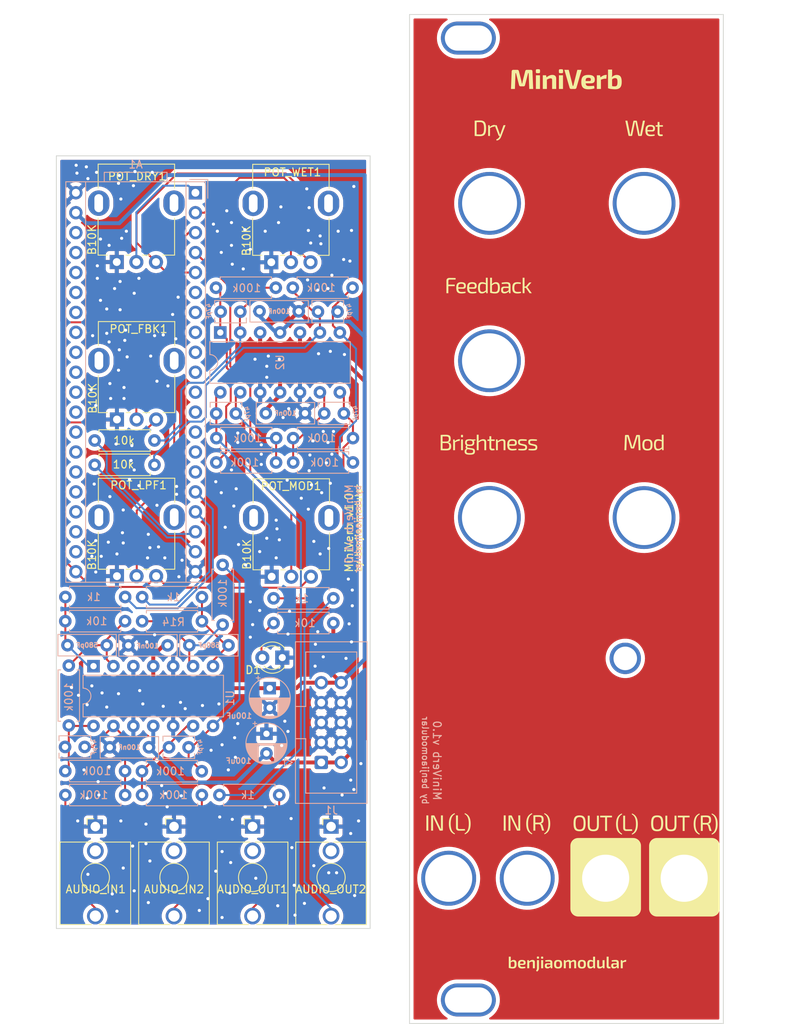
<source format=kicad_pcb>
(kicad_pcb (version 20211014) (generator pcbnew)
  (layers (0 "F.Cu" signal) (31 "B.Cu" signal) (34 "B.Paste" user) (35 "F.Paste" user) (36 "B.SilkS" user "B.Silkscreen") (37 "F.SilkS" user "F.Silkscreen") (38 "B.Mask" user) (39 "F.Mask" user) (44 "Edge.Cuts" user))
  (net 0 "")
  (net 1 "GND")
  (net 3 "Net-(AUDIO_IN1-PadT)")
  (net 5 "Net-(AUDIO_IN2-PadT)")
  (net 7 "Net-(AUDIO_OUT1-PadT)")
  (net 9 "Net-(AUDIO_OUT2-PadT)")
  (net 10 "Net-(C1-Pad2)")
  (net 11 "Net-(C1-Pad1)")
  (net 12 "Net-(C2-Pad2)")
  (net 13 "Net-(C2-Pad1)")
  (net 14 "Net-(C3-Pad1)")
  (net 15 "Net-(C4-Pad2)")
  (net 16 "Net-(C4-Pad1)")
  (net 17 "Net-(C5-Pad2)")
  (net 18 "Net-(C5-Pad1)")
  (net 19 "Net-(C6-Pad1)")
  (net 20 "Net-(C7-Pad2)")
  (net 21 "Net-(C7-Pad1)")
  (net 22 "Net-(C8-Pad1)")
  (net 23 "+12V")
  (net 24 "-12V")
  (net 25 "INT_AUDIO_OUT1")
  (net 26 "INT_AUDIO_IN1")
  (net 27 "INT_AUDIO_IN2")
  (net 28 "INT_AUDIO_OUT2")
  (net 29 "Net-(D1-Pad2)")
  (net 30 "3V3_A")
  (net 31 "DRY")
  (net 32 "FEEDBACK")
  (net 33 "LPF")
  (net 34 "MOD")
  (net 35 "WET")
  (net 36 "3V3_D")
  (net 63 "Net-(C3-Pad2)")
  (net 64 "Net-(C6-Pad2)")
  (net 65 "Net-(C8-Pad2)")
  (footprint "benjiaomodular:Panel_8HP" (layer "F.Cu") (at 120 32.001088)
    (fp_text reference "REF**")
    (fp_text value "Panel_8HP")
  )
  (footprint "benjiaomodular:PanelHole_Potentiometer_RV09" (layer "F.Cu") (at 147.4 103.57 90)
    (fp_text reference "REF**" hide)
    (fp_text value "PanelHole_Potentiometer_RV09" hide)
  )
  (footprint "benjiaomodular:AudioJack_3.5mm" (layer "F.Cu") (at 99.995 135.414)
    (fp_text reference "AUDIO_OUT1")
    (fp_text value "MONO_JACK" hide)
  )
  (footprint "benjiaomodular:Potentiometer_RV09" (layer "F.Cu") (at 82.7 83.575 90)
    (fp_text reference "POT_FBK1")
    (fp_text value "B10K")
  )
  (footprint "benjiaomodular:Potentiometer_RV09" (layer "F.Cu") (at 82.675 63.525 90)
    (fp_text reference "POT_DRY1")
    (fp_text value "B10K")
  )
  (footprint "benjiaomodular:PanelHole_Potentiometer_RV09" (layer "F.Cu") (at 127.69 83.6 90)
    (fp_text reference "REF**" hide)
    (fp_text value "PanelHole_Potentiometer_RV09" hide)
  )
  (footprint "benjiaomodular:Resistor_L6.3mm_D2.5mm_P7.62mm_Horizontal" (layer "F.Cu") (at 87.485 86.25 180)
    (fp_text reference "R1")
    (fp_text value "10k")
  )
  (footprint "benjiaomodular:AudioJack_3.5mm" (layer "F.Cu") (at 89.971 135.414)
    (fp_text reference "AUDIO_IN2")
    (fp_text value "MONO_JACK" hide)
  )
  (footprint "benjiaomodular:PanelHole_AudioJack_3.5mm" (layer "F.Cu") (at 124.99 135.5)
    (fp_text reference "REF**")
    (fp_text value "PanelHole_AudioJack_3.5mm")
  )
  (footprint "benjiaomodular:AudioJack_3.5mm" (layer "F.Cu") (at 79.945 135.414)
    (fp_text reference "AUDIO_IN1")
    (fp_text value "MONO_JACK" hide)
  )
  (footprint "benjiaomodular:PanelHole_Potentiometer_RV09" (layer "F.Cu") (at 127.68 103.55 90)
    (fp_text reference "REF**" hide)
    (fp_text value "PanelHole_Potentiometer_RV09" hide)
  )
  (footprint "benjiaomodular:PanelHole_Potentiometer_RV09" (layer "F.Cu") (at 147.4 63.55 90)
    (fp_text reference "REF**" hide)
    (fp_text value "PanelHole_Potentiometer_RV09" hide)
  )
  (footprint "benjiaomodular:Potentiometer_RV09" (layer "F.Cu") (at 102.375 63.55 90)
    (fp_text reference "POT_WET1")
    (fp_text value "B10K")
  )
  (footprint "benjiaomodular:PanelHole_Potentiometer_RV09" (layer "F.Cu") (at 127.7 63.55 90)
    (fp_text reference "REF**" hide)
    (fp_text value "PanelHole_Potentiometer_RV09" hide)
  )
  (footprint "benjiaomodular:Potentiometer_RV09" (layer "F.Cu") (at 82.7 103.525 90)
    (fp_text reference "POT_LPF1")
    (fp_text value "B10K")
  )
  (footprint "benjiaomodular:PanelHole_AudioJack_3.5mm" (layer "F.Cu") (at 145 135.5)
    (fp_text reference "REF**")
    (fp_text value "PanelHole_AudioJack_3.5mm")
  )
  (footprint "benjiaomodular:PanelHole_AudioJack_3.5mm" (layer "F.Cu") (at 135 135.5)
    (fp_text reference "REF**")
    (fp_text value "PanelHole_AudioJack_3.5mm")
  )
  (footprint "benjiaomodular:AudioJack_3.5mm" (layer "F.Cu") (at 109.995 135.42)
    (fp_text reference "AUDIO_OUT2")
    (fp_text value "MONO_JACK" hide)
  )
  (footprint "benjiaomodular:Potentiometer_RV09" (layer "F.Cu") (at 102.425 103.596088 90)
    (fp_text reference "POT_MOD1")
    (fp_text value "B10K")
  )
  (footprint "benjiaomodular:PanelHole_AudioJack_3.5mm" (layer "F.Cu") (at 155.01 135.5)
    (fp_text reference "REF**")
    (fp_text value "PanelHole_AudioJack_3.5mm")
  )
  (footprint "benjiaomodular:Resistor_L6.3mm_D2.5mm_P7.62mm_Horizontal" (layer "F.Cu") (at 87.485 89.35 180)
    (fp_text reference "R16")
    (fp_text value "10k")
  )
  (footprint "LED_THT:LED_D3.0mm" (layer "F.Cu") (at 103.775 113.9 180)
    (fp_text reference "D1")
    (fp_text value "3mm_LED")
  )
  (footprint "benjiaomodular:Resistor_L6.3mm_D2.5mm_P7.62mm_Horizontal" (layer "B.Cu") (at 95.325 66.795)
    (fp_text reference "R3")
    (fp_text value "100k")
  )
  (footprint "benjiaomodular:Capacitor_Rect_L7.2mm_W2.5mm_P5.00mm" (layer "B.Cu") (at 76.395 112.32)
    (fp_text reference "C3")
    (fp_text value "580pF")
  )
  (footprint "benjiaomodular:Resistor_L6.3mm_D2.5mm_P7.62mm_Horizontal" (layer "B.Cu") (at 93.535 109.27 180)
    (fp_text reference "R14")
    (fp_text value "10k")
  )
  (footprint "Package_DIP:DIP-14_W7.62mm" (layer "B.Cu") (at 79.711088 114.984903 -90)
    (fp_text reference "U1")
    (fp_text value "TL074")
  )
  (footprint "benjiaomodular:Capacitor_Rect_L7.2mm_W2.5mm_P5.00mm" (layer "B.Cu") (at 106.675 82.78 180)
    (fp_text reference "C14")
    (fp_text value "100nF")
  )
  (footprint "benjiaomodular:Resistor_L6.3mm_D2.5mm_P7.62mm_Horizontal" (layer "B.Cu") (at 102.985 89.05 180)
    (fp_text reference "R6")
    (fp_text value "100k")
  )
  (footprint "benjiaomodular:Capacitor_Disc_D3.8mm_W2.6mm_P2.50mm" (layer "B.Cu") (at 91.836088 125.324903 180)
    (fp_text reference "C5")
    (fp_text value "47pF")
  )
  (footprint "benjiaomodular:Resistor_L6.3mm_D2.5mm_P7.62mm_Horizontal" (layer "B.Cu") (at 76.561088 114.924903 -90)
    (fp_text reference "R5")
    (fp_text value "100k")
  )
  (footprint "benjiaomodular:Resistor_L6.3mm_D2.5mm_P7.62mm_Horizontal" (layer "B.Cu") (at 93.511088 128.374903 180)
    (fp_text reference "R12")
    (fp_text value "100k")
  )
  (footprint "benjiaomodular:Resistor_L6.3mm_D2.5mm_P7.62mm_Horizontal" (layer "B.Cu") (at 95.375 85.95)
    (fp_text reference "R8")
    (fp_text value "100k")
  )
  (footprint "benjiaomodular:Capacitor_Disc_D3.8mm_W2.6mm_P2.50mm" (layer "B.Cu") (at 111.625 82.8 180)
    (fp_text reference "C8")
    (fp_text value "47pF")
  )
  (footprint "benjiaomodular:Resistor_L6.3mm_D2.5mm_P7.62mm_Horizontal" (layer "B.Cu") (at 83.745 106.18 180)
    (fp_text reference "R10")
    (fp_text value "1k")
  )
  (footprint "benjiaomodular:Capacitor_Disc_D3.8mm_W2.6mm_P2.50mm" (layer "B.Cu") (at 76.086088 125.274903)
    (fp_text reference "C2")
    (fp_text value "47pF")
  )
  (footprint "benjiaomodular:Resistor_L6.3mm_D2.5mm_P7.62mm_Horizontal" (layer "B.Cu") (at 96.175 109.71 90)
    (fp_text reference "R13")
    (fp_text value "100k")
  )
  (footprint "benjiaomodular:Resistor_L6.3mm_D2.5mm_P7.62mm_Horizontal" (layer "B.Cu") (at 85.915 106.2)
    (fp_text reference "R15")
    (fp_text value "1k")
  )
  (footprint "benjiaomodular:Resistor_L6.3mm_D2.5mm_P7.62mm_Horizontal" (layer "B.Cu") (at 76.116088 128.349903)
    (fp_text reference "R4")
    (fp_text value "100k")
  )
  (footprint "benjiaomodular:Resistor_L6.3mm_D2.5mm_P7.62mm_Horizontal" (layer "B.Cu") (at 76.115 109.26)
    (fp_text reference "R7")
    (fp_text value "10k")
  )
  (footprint "benjiaomodular:Resistor_L6.3mm_D2.5mm_P7.62mm_Horizontal" (layer "B.Cu") (at 103.385 131.4 180)
    (fp_text reference "R9")
    (fp_text value "1k")
  )
  (footprint "benjiaomodular:Capacitor_Radial_D5.0mm_P2.5mm" (layer "B.Cu") (at 102.175 117.794888 -90)
    (fp_text reference "C9")
    (fp_text value "100uF")
  )
  (footprint "benjiaomodular:Resistor_L6.3mm_D2.5mm_P7.62mm_Horizontal" (layer "B.Cu") (at 102.665 109.5)
    (fp_text reference "R21")
    (fp_text value "10k")
  )
  (footprint "benjiaomodular:Resistor_L6.3mm_D2.5mm_P7.62mm_Horizontal" (layer "B.Cu") (at 112.785 85.95 180)
    (fp_text reference "R19")
    (fp_text value "100k")
  )
  (footprint "benjiaomodular:Capacitor_Rect_L7.2mm_W2.5mm_P5.00mm" (layer "B.Cu") (at 96.925 112.33 180)
    (fp_text reference "C6")
    (fp_text value "580pF")
  )
  (footprint "benjiaomodular:Resistor_L6.3mm_D2.5mm_P7.62mm_Horizontal" (layer "B.Cu") (at 112.735 66.795 180)
    (fp_text reference "R17")
    (fp_text value "100k")
  )
  (footprint "benjiaomodular:Resistor_L6.3mm_D2.5mm_P7.62mm_Horizontal" (layer "B.Cu") (at 85.901088 131.399903)
    (fp_text reference "R11")
    (fp_text value "100k")
  )
  (footprint "benjiaomodular:Resistor_L6.3mm_D2.5mm_P7.62mm_Horizontal" (layer "B.Cu") (at 110.285 106.35 180)
    (fp_text reference "R20")
    (fp_text value "1k")
  )
  (footprint "benjiaomodular:Capacitor_Radial_D5.0mm_P2.5mm" (layer "B.Cu") (at 101.759 123.6 -90)
    (fp_text reference "C10")
    (fp_text value "100uF")
  )
  (footprint "benjiaomodular:Capacitor_Rect_L7.2mm_W2.5mm_P5.00mm" (layer "B.Cu") (at 100.875 69.8)
    (fp_text reference "C13")
    (fp_text value "100nF")
  )
  (footprint "Package_DIP:DIP-14_W7.62mm" (layer "B.Cu") (at 95.875 72.5 -90)
    (fp_text reference "U2")
    (fp_text value "TL074")
  )
  (footprint "Connector_IDC:IDC-Header_2x05_P2.54mm_Vertical" (layer "B.Cu") (at 108.7475 127.255)
    (fp_text reference "J1")
    (fp_text value "IDC_2x05")
  )
  (footprint "benjiaomodular:Capacitor_Rect_L7.2mm_W2.5mm_P5.00mm" (layer "B.Cu") (at 89.155 112.34 180)
    (fp_text reference "C11")
    (fp_text value "100nF")
  )
  (footprint "benjiaomodular:Capacitor_Disc_D3.8mm_W2.6mm_P2.50mm" (layer "B.Cu") (at 95.355 82.81)
    (fp_text reference "C4")
    (fp_text value "47pF")
  )
  (footprint "benjiaomodular:Capacitor_Rect_L7.2mm_W2.5mm_P5.00mm" (layer "B.Cu") (at 81.786088 125.324903)
    (fp_text reference "C12")
    (fp_text value "100nF")
  )
  (footprint "benjiaomodular:Capacitor_Disc_D3.8mm_W2.6mm_P2.50mm" (layer "B.Cu") (at 110.825 69.85 180)
    (fp_text reference "C7")
    (fp_text value "47pF")
  )
  (footprint "daisy-seed:Device_Audio_Electrosmith_Daisy_Seed" (layer "B.Cu") (at 92.7025 54.7 180)
    (fp_text reference "A1")
    (fp_text value "Device_Audio_Electrosmith_Daisy_Seed_Rev4")
  )
  (footprint "benjiaomodular:Resistor_L6.3mm_D2.5mm_P7.62mm_Horizontal" (layer "B.Cu") (at 105.165 89.05)
    (fp_text reference "R18")
    (fp_text value "100k")
  )
  (footprint "benjiaomodular:Resistor_L6.3mm_D2.5mm_P7.62mm_Horizontal" (layer "B.Cu") (at 83.746088 131.399903 180)
    (fp_text reference "R2")
    (fp_text value "100k")
  )
  (footprint "benjiaomodular:Capacitor_Disc_D3.8mm_W2.6mm_P2.50mm" (layer "B.Cu") (at 95.925 69.85)
    (fp_text reference "C1")
    (fp_text value "47pF")
  )
  (gr_poly (pts (xy 145.38011 151.985281) (xy 145.378043 153.153684) (xy 145.378178 153.160988) (xy 145.378582 153.168074) (xy 145.379255 153.174945) (xy 145.380197 153.181599) (xy 145.381405 153.188038) (xy 145.38288 153.19426) (xy 145.384622 153.200266) (xy 145.386628 153.206057) (xy 145.388899 153.211633) (xy 145.391435 153.216992) (xy 145.394233 153.222137) (xy 145.397294 153.227066) (xy 145.400616 153.231781) (xy 145.4042 153.23628) (xy 145.408044 153.240564) (xy 145.412148 153.244634) (xy 145.416495 153.248218) (xy 145.42107 153.251567) (xy 145.425871 153.254682) (xy 145.430901 153.257564) (xy 145.43616 153.260212) (xy 145.441649 153.262628) (xy 145.447368 153.264812) (xy 145.453317 153.266764) (xy 145.459498 153.268485) (xy 145.465911 153.269975) (xy 145.472557 153.271235) (xy 145.479437 153.272264) (xy 145.48655 153.273064) (xy 145.493898 153.273635) (xy 145.501481 153.273977) (xy 145.509301 153.274091) (xy 145.600251 153.274091) (xy 145.630223 153.453924) (xy 145.624105 153.456541) (xy 145.617391 153.459095) (xy 145.610081 153.461583) (xy 145.602175 153.464007) (xy 145.593673 153.466365) (xy 145.584575 153.468658) (xy 145.574883 153.470884) (xy 145.564595 153.473043) (xy 145.55447 153.474972) (xy 145.544208 153.476748) (xy 145.53381 153.478366) (xy 145.523277 153.479821) (xy 145.512613 153.481107) (xy 145.501818 153.482217) (xy 145.490895 153.483148) (xy 145.479846 153.483892) (xy 145.469436 153.484815) (xy 145.45937 153.485585) (xy 145.449643 153.486212) (xy 145.440251 153.486706) (xy 145.43119 153.487074) (xy 145.422455 153.487325) (xy 145.414043 153.48747) (xy 145.405947 153.487516) (xy 145.390011 153.487244) (xy 145.37448 153.486429) (xy 145.359357 153.485071) (xy 145.344641 153.483168) (xy 145.330335 153.48072) (xy 145.31644 153.477728) (xy 145.302955 153.47419) (xy 145.289883 153.470107) (xy 145.277224 153.465477) (xy 145.26498 153.460302) (xy 145.253151 153.454579) (xy 145.241739 153.44831) (xy 145.230744 153.441493) (xy 145.220168 153.434128) (xy 145.210012 153.426215) (xy 145.200276 153.417753) (xy 145.191051 153.408787) (xy 145.182427 153.399343) (xy 145.174402 153.38942) (xy 145.166975 153.379017) (xy 145.160147 153.368135) (xy 145.153916 153.356773) (xy 145.148282 153.344931) (xy 145.143244 153.332609) (xy 145.138801 153.319807) (xy 145.134953 153.306524) (xy 145.131699 153.292761) (xy 145.129038 153.278516) (xy 145.126969 153.263791) (xy 145.125492 153.248584) (xy 145.124607 153.232896) (xy 145.124312 153.216726) (xy 145.124312 151.984762)) (layer "F.SilkS") (width 0) (fill solid))
  (gr_poly (pts (xy 155.697819 134.25044) (xy 155.068398 134.25044) (xy 155.068398 135.977461) (xy 154.819836 135.977461) (xy 154.819836 134.25044) (xy 154.193516 134.25044) (xy 154.193516 134.030294) (xy 155.697819 134.030294)) (layer "F.SilkS") (width 0) (fill solid))
  (gr_poly (pts (xy 145.805914 134.25044) (xy 145.176497 134.25044) (xy 145.176497 135.977461) (xy 144.927933 135.977461) (xy 144.927933 134.25044) (xy 144.301615 134.25044) (xy 144.301615 134.030294) (xy 145.805914 134.030294)) (layer "F.SilkS") (width 0) (fill solid))
  (gr_poly (pts (xy 151.86188 46.09304) (xy 152.29958 46.09304) (xy 152.29958 46.282177) (xy 151.86188 46.282177) (xy 151.86188 47.089364) (xy 151.862046 47.10149) (xy 151.862544 47.113175) (xy 151.863374 47.124419) (xy 151.864535 47.13522) (xy 151.866028 47.145581) (xy 151.867852 47.1555) (xy 151.870007 47.164978) (xy 151.872493 47.174015) (xy 151.875309 47.18261) (xy 151.878455 47.190765) (xy 151.881931 47.198479) (xy 151.885737 47.205753) (xy 151.889873 47.212585) (xy 151.894338 47.218978) (xy 151.899132 47.224929) (xy 151.904256 47.230441) (xy 151.909778 47.235567) (xy 151.915768 47.240364) (xy 151.922227 47.24483) (xy 151.929152 47.248967) (xy 151.936544 47.252773) (xy 151.944402 47.256249) (xy 151.952725 47.259395) (xy 151.961511 47.26221) (xy 151.970762 47.264695) (xy 151.980475 47.266848) (xy 151.99065 47.268671) (xy 152.001287 47.270163) (xy 152.012384 47.271323) (xy 152.023941 47.272152) (xy 152.035957 47.27265) (xy 152.048432 47.272815) (xy 152.257207 47.272815) (xy 152.28563 47.456267) (xy 152.274089 47.459041) (xy 152.262076 47.461718) (xy 152.249603 47.464301) (xy 152.236681 47.466793) (xy 152.22332 47.469197) (xy 152.209532 47.471515) (xy 152.180722 47.475904) (xy 152.165963 47.477944) (xy 152.151327 47.479811) (xy 152.136804 47.481503) (xy 152.122382 47.483019) (xy 152.108051 47.484356) (xy 152.093798 47.485512) (xy 152.079614 47.486485) (xy 152.065487 47.487273) (xy 152.038672 47.489732) (xy 152.026308 47.490708) (xy 152.014644 47.491511) (xy 152.003684 47.49214) (xy 151.99343 47.492592) (xy 151.983886 47.492864) (xy 151.975054 47.492956) (xy 151.953854 47.492579) (xy 151.933291 47.49145) (xy 151.913368 47.489568) (xy 151.894083 47.486934) (xy 151.875436 47.483548) (xy 151.857429 47.479412) (xy 151.840061 47.474524) (xy 151.823333 47.468887) (xy 151.807243 47.4625) (xy 151.791794 47.455364) (xy 151.776984 47.447479) (xy 151.762814 47.438845) (xy 151.749284 47.429464) (xy 151.736395 47.419335) (xy 151.724145 47.40846) (xy 151.712536 47.396838) (xy 151.701601 47.384514) (xy 151.691367 47.37153) (xy 151.681837 47.357887) (xy 151.67301 47.343584) (xy 151.664887 47.328621) (xy 151.657469 47.312998) (xy 151.650755 47.296713) (xy 151.644746 47.279768) (xy 151.639442 47.262161) (xy 151.634844 47.243893) (xy 151.630953 47.224962) (xy 151.627768 47.20537) (xy 151.62529 47.185114) (xy 151.62352 47.164196) (xy 151.622458 47.142614) (xy 151.622103 47.120369) (xy 151.622103 46.282178) (xy 151.374056 46.282178) (xy 151.374056 46.107511) (xy 151.622103 46.094075) (xy 151.622103 45.686865) (xy 151.86188 45.686864)) (layer "F.SilkS") (width 0) (fill solid))
  (gr_poly (pts (xy 152.858197 135.232809) (xy 152.85886 135.283687) (xy 152.86085 135.331903) (xy 152.864164 135.377463) (xy 152.866318 135.399248) (xy 152.868802 135.420372) (xy 152.871617 135.440834) (xy 152.874763 135.460635) (xy 152.878239 135.479776) (xy 152.882045 135.498257) (xy 152.886182 135.51608) (xy 152.890648 135.533245) (xy 152.895444 135.549752) (xy 152.900571 135.565603) (xy 152.906436 135.580508) (xy 152.912742 135.594889) (xy 152.91949 135.608745) (xy 152.926678 135.622075) (xy 152.934308 135.634878) (xy 152.942379 135.647154) (xy 152.95089 135.658902) (xy 152.959842 135.670122) (xy 152.969236 135.680813) (xy 152.97907 135.690974) (xy 152.989344 135.700606) (xy 153.00006 135.709706) (xy 153.011216 135.718276) (xy 153.022813 135.726313) (xy 153.034851 135.733818) (xy 153.04733 135.740789) (xy 153.060293 135.746939) (xy 153.073782 135.752688) (xy 153.087797 135.758038) (xy 153.10234 135.762989) (xy 153.11741 135.76754) (xy 153.133008 135.771694) (xy 153.149135 135.775449) (xy 153.16579 135.778807) (xy 153.182974 135.781769) (xy 153.200688 135.784334) (xy 153.218931 135.786503) (xy 153.237706 135.788276) (xy 153.257011 135.789655) (xy 153.276847 135.790639) (xy 153.318116 135.791425) (xy 153.339008 135.791229) (xy 153.359351 135.790638) (xy 153.379145 135.789654) (xy 153.398388 135.788275) (xy 153.417081 135.786501) (xy 153.435223 135.784332) (xy 153.452815 135.781766) (xy 153.469855 135.778805) (xy 153.486345 135.775446) (xy 153.502283 135.77169) (xy 153.517669 135.767537) (xy 153.532503 135.762985) (xy 153.546785 135.758035) (xy 153.560515 135.752686) (xy 153.573692 135.746938) (xy 153.586316 135.740789) (xy 153.598795 135.73382) (xy 153.610834 135.726318) (xy 153.622432 135.718284) (xy 153.633589 135.709717) (xy 153.644305 135.700619) (xy 153.65458 135.690989) (xy 153.664414 135.680829) (xy 153.673808 135.670139) (xy 153.68276 135.658919) (xy 153.691271 135.647171) (xy 153.699342 135.634894) (xy 153.706971 135.62209) (xy 153.714159 135.608758) (xy 153.720907 135.594899) (xy 153.727213 135.580514) (xy 153.733079 135.565603) (xy 153.73855 135.549752) (xy 153.743675 135.533245) (xy 153.748453 135.51608) (xy 153.752883 135.498257) (xy 153.760694 135.460635) (xy 153.767102 135.420372) (xy 153.772099 135.377463) (xy 153.775678 135.331903) (xy 153.777831 135.283687) (xy 153.77855 135.232809) (xy 153.77855 134.030294) (xy 154.026597 134.030294) (xy 154.026597 135.232809) (xy 154.026332 135.267655) (xy 154.02554 135.301639) (xy 154.024219 135.33476) (xy 154.022369 135.367019) (xy 154.019991 135.398417) (xy 154.017083 135.428954) (xy 154.013647 135.458629) (xy 154.009682 135.487445) (xy 154.005187 135.5154) (xy 154.000164 135.542496) (xy 153.994611 135.568732) (xy 153.988528 135.59411) (xy 153.981916 135.618629) (xy 153.974774 135.64229) (xy 153.967103 135.665094) (xy 153.958901 135.68704) (xy 153.950105 135.708195) (xy 153.940647 135.728622) (xy 153.930527 135.748321) (xy 153.919746 135.767292) (xy 153.908302 135.785536) (xy 153.896197 135.803051) (xy 153.88343 135.819839) (xy 153.870002 135.835899) (xy 153.855912 135.851232) (xy 153.84116 135.865837) (xy 153.825748 135.879714) (xy 153.809673 135.892864) (xy 153.792937 135.905287) (xy 153.77554 135.916983) (xy 153.757482 135.927951) (xy 153.738763 135.938192) (xy 153.719304 135.947417) (xy 153.699028 135.956042) (xy 153.677936 135.964067) (xy 153.656028 135.971494) (xy 153.633302 135.978321) (xy 153.609761 135.984552) (xy 153.585404 135.990185) (xy 153.56023 135.995223) (xy 153.534241 135.999665) (xy 153.507436 136.003512) (xy 153.479816 136.006766) (xy 153.45138 136.009426) (xy 153.42213 136.011494) (xy 153.392064 136.01297) (xy 153.329487 136.01415) (xy 153.297091 136.013855) (xy 153.265519 136.01297) (xy 153.234769 136.011493) (xy 153.20484 136.009425) (xy 153.175732 136.006764) (xy 153.147442 136.00351) (xy 153.119971 135.999662) (xy 153.093316 135.99522) (xy 153.067477 135.990182) (xy 153.042453 135.984548) (xy 153.018243 135.978318) (xy 152.994845 135.97149) (xy 152.972258 135.964065) (xy 152.950482 135.95604) (xy 152.929515 135.947416) (xy 152.909356 135.938192) (xy 152.889938 135.927954) (xy 152.871198 135.916988) (xy 152.853135 135.905295) (xy 152.835751 135.892874) (xy 152.819047 135.879725) (xy 152.803023 135.865849) (xy 152.787681 135.851245) (xy 152.773021 135.835913) (xy 152.759045 135.819853) (xy 152.745753 135.803065) (xy 152.733146 135.785549) (xy 152.721226 135.767304) (xy 152.709993 135.748331) (xy 152.699449 135.728629) (xy 152.689593 135.708199) (xy 152.680428 135.68704) (xy 152.671886 135.665092) (xy 152.663901 135.642288) (xy 152.656472 135.618626) (xy 152.649599 135.594106) (xy 152.643281 135.568727) (xy 152.637517 135.54249) (xy 152.632306 135.515394) (xy 152.627647 135.487439) (xy 152.619982 135.428948) (xy 152.614515 135.367015) (xy 152.61124 135.301636) (xy 152.61015 135.232809) (xy 152.61015 134.030294) (xy 152.858197 134.030294)) (layer "F.SilkS") (width 0) (fill solid))
  (gr_poly (pts (xy 141.990901 152.402003) (xy 142.013784 152.402633) (xy 142.036048 152.403682) (xy 142.057695 152.405149) (xy 142.078726 152.407034) (xy 142.099141 152.409334) (xy 142.118943 152.41205) (xy 142.138131 152.41518) (xy 142.156708 152.418723) (xy 142.174674 152.422679) (xy 142.19203 152.427045) (xy 142.208778 152.431822) (xy 142.224918 152.437009) (xy 142.240452 152.442604) (xy 142.255381 152.448606) (xy 142.269705 152.455015) (xy 142.28374 152.461894) (xy 142.297269 152.469303) (xy 142.31029 152.477243) (xy 142.322804 152.485713) (xy 142.334808 152.494713) (xy 142.346303 152.504244) (xy 142.357287 152.514304) (xy 142.367759 152.524894) (xy 142.377718 152.536012) (xy 142.387164 152.547661) (xy 142.396095 152.559838) (xy 142.404511 152.572544) (xy 142.412411 152.585779) (xy 142.419794 152.599542) (xy 142.426658 152.613833) (xy 142.433003 152.628652) (xy 142.439153 152.644036) (xy 142.444903 152.660027) (xy 142.450253 152.676625) (xy 142.455203 152.693831) (xy 142.459756 152.711646) (xy 142.463909 152.730072) (xy 142.467665 152.749107) (xy 142.471024 152.768754) (xy 142.476551 152.809883) (xy 142.480495 152.853465) (xy 142.482858 152.899506) (xy 142.483645 152.948011) (xy 142.483448 152.972579) (xy 142.482858 152.996541) (xy 142.481874 153.019895) (xy 142.480495 153.042641) (xy 142.478721 153.064779) (xy 142.476551 153.086307) (xy 142.473986 153.107224) (xy 142.471024 153.127531) (xy 142.467665 153.147225) (xy 142.463909 153.166307) (xy 142.459756 153.184776) (xy 142.455203 153.20263) (xy 142.450253 153.219869) (xy 142.444903 153.236493) (xy 142.439153 153.252499) (xy 142.433003 153.267889) (xy 142.426658 153.282459) (xy 142.419794 153.296533) (xy 142.412412 153.310113) (xy 142.404512 153.323198) (xy 142.396097 153.335787) (xy 142.387165 153.34788) (xy 142.377719 153.359478) (xy 142.36776 153.370579) (xy 142.357288 153.381185) (xy 142.346304 153.391294) (xy 142.334809 153.400907) (xy 142.322805 153.410023) (xy 142.310291 153.418643) (xy 142.297269 153.426765) (xy 142.283741 153.43439) (xy 142.269705 153.441518) (xy 142.255381 153.447923) (xy 142.240452 153.45391) (xy 142.224918 153.45948) (xy 142.208778 153.464634) (xy 142.19203 153.469373) (xy 142.174674 153.473697) (xy 142.156708 153.477606) (xy 142.138131 153.481101) (xy 142.118943 153.484183) (xy 142.099141 153.486852) (xy 142.078726 153.489108) (xy 142.057695 153.490954) (xy 142.013784 153.493412) (xy 141.967398 153.49423) (xy 141.944394 153.494026) (xy 141.921948 153.493412) (xy 141.900061 153.492388) (xy 141.878733 153.490954) (xy 141.857966 153.489108) (xy 141.837759 153.486852) (xy 141.818113 153.484183) (xy 141.799028 153.481101) (xy 141.780507 153.477606) (xy 141.762547 153.473697) (xy 141.745151 153.469373) (xy 141.72832 153.464634) (xy 141.712052 153.45948) (xy 141.69635 153.45391) (xy 141.681213 153.447923) (xy 141.666642 153.441518) (xy 141.652861 153.434394) (xy 141.639564 153.426773) (xy 141.62675 153.418653) (xy 141.614419 153.410036) (xy 141.602569 153.400922) (xy 141.591201 153.39131) (xy 141.580314 153.381202) (xy 141.569906 153.370597) (xy 141.559979 153.359495) (xy 141.55053 153.347896) (xy 141.541559 153.335801) (xy 141.533067 153.323211) (xy 141.525051 153.310124) (xy 141.517512 153.296541) (xy 141.510449 153.282463) (xy 141.503861 153.267889) (xy 141.497705 153.252499) (xy 141.491939 153.236493) (xy 141.486564 153.219869) (xy 141.48158 153.20263) (xy 141.476988 153.184776) (xy 141.472791 153.166307) (xy 141.468988 153.147225) (xy 141.465581 153.127531) (xy 141.459958 153.086307) (xy 141.455932 153.042641) (xy 141.45351 152.996541) (xy 141.4527 152.948011) (xy 141.719351 152.948011) (xy 141.719714 152.981457) (xy 141.720803 153.012994) (xy 141.722618 153.042621) (xy 141.725159 153.070332) (xy 141.728428 153.096125) (xy 141.730336 153.108301) (xy 141.732426 153.119995) (xy 141.734697 153.131209) (xy 141.737151 153.14194) (xy 141.739787 153.152189) (xy 141.742606 153.161955) (xy 141.745634 153.1713) (xy 141.748901 153.180283) (xy 141.752403 153.188904) (xy 141.756142 153.197162) (xy 141.760115 153.205058) (xy 141.764322 153.212591) (xy 141.768763 153.21976) (xy 141.773436 153.226566) (xy 141.778341 153.233008) (xy 141.783476 153.239086) (xy 141.788841 153.244799) (xy 141.794436 153.250148) (xy 141.800258 153.255131) (xy 141.806308 153.259749) (xy 141.812584 153.264002) (xy 141.819087 153.267889) (xy 141.826116 153.271472) (xy 141.833446 153.274821) (xy 141.841076 153.277936) (xy 141.849006 153.280818) (xy 141.857235 153.283467) (xy 141.865763 153.285883) (xy 141.87459 153.288067) (xy 141.883715 153.290019) (xy 141.893138 153.29174) (xy 141.902858 153.29323) (xy 141.912875 153.294489) (xy 141.923189 153.295519) (xy 141.933798 153.296319) (xy 141.944703 153.29689) (xy 141.955903 153.297232) (xy 141.967398 153.297346) (xy 141.979143 153.297232) (xy 141.990564 153.29689) (xy 142.001664 153.296319) (xy 142.012443 153.295519) (xy 142.022904 153.294489) (xy 142.033046 153.29323) (xy 142.042872 153.29174) (xy 142.052382 153.290019) (xy 142.061579 153.288067) (xy 142.070462 153.285883) (xy 142.079034 153.283467) (xy 142.087295 153.280818) (xy 142.095247 153.277936) (xy 142.102891 153.274821) (xy 142.110229 153.271472) (xy 142.117261 153.267889) (xy 142.12401 153.264005) (xy 142.130501 153.259755) (xy 142.136732 153.255138) (xy 142.142703 153.250156) (xy 142.148412 153.244809) (xy 142.15386 153.239097) (xy 142.159044 153.233019) (xy 142.163965 153.226578) (xy 142.168622 153.219771) (xy 142.173013 153.212601) (xy 142.177138 153.205068) (xy 142.180996 153.197171) (xy 142.184586 153.188911) (xy 142.187907 153.180288) (xy 142.19096 153.171302) (xy 142.193741 153.161955) (xy 142.199196 153.14194) (xy 142.203922 153.119995) (xy 142.207919 153.096125) (xy 142.211188 153.070332) (xy 142.21373 153.042621) (xy 142.215545 153.012994) (xy 142.216633 152.981457) (xy 142.216996 152.948011) (xy 142.216633 152.91459) (xy 142.215545 152.883112) (xy 142.21373 152.853569) (xy 142.211188 152.825952) (xy 142.207919 152.800254) (xy 142.206011 152.788122) (xy 142.203922 152.776466) (xy 142.20165 152.765285) (xy 142.199196 152.754579) (xy 142.19656 152.744347) (xy 142.193741 152.734586) (xy 142.19096 152.725242) (xy 142.187907 152.716258) (xy 142.184586 152.707637) (xy 142.180996 152.699379) (xy 142.177138 152.691483) (xy 142.173013 152.68395) (xy 142.168622 152.676781) (xy 142.163965 152.669975) (xy 142.159044 152.663533) (xy 142.15386 152.657455) (xy 142.148412 152.651742) (xy 142.142703 152.646393) (xy 142.136732 152.64141) (xy 142.130501 152.636791) (xy 142.12401 152.632539) (xy 142.117261 152.628652) (xy 142.11023 152.6248) (xy 142.102893 152.62119) (xy 142.095249 152.617825) (xy 142.087298 152.614704) (xy 142.079037 152.611829) (xy 142.070466 152.6092) (xy 142.061582 152.606817) (xy 142.052386 152.604683) (xy 142.042875 152.602796) (xy 142.033049 152.601159) (xy 142.022907 152.599772) (xy 142.012446 152.598635) (xy 142.001666 152.59775) (xy 141.990565 152.597116) (xy 141.979143 152.596736) (xy 141.967398 152.596609) (xy 141.955904 152.596736) (xy 141.944705 152.597116) (xy 141.9338 152.59775) (xy 141.923191 152.598635) (xy 141.912878 152.599772) (xy 141.902862 152.601159) (xy 141.893142 152.602796) (xy 141.883719 152.604683) (xy 141.874594 152.606817) (xy 141.865766 152.6092) (xy 141.857238 152.611829) (xy 141.849008 152.614704) (xy 141.841077 152.617825) (xy 141.833447 152.62119) (xy 141.826116 152.6248) (xy 141.819087 152.628652) (xy 141.812584 152.632535) (xy 141.806308 152.636784) (xy 141.800258 152.6414) (xy 141.794436 152.646381) (xy 141.788841 152.651729) (xy 141.783476 152.657441) (xy 141.778341 152.663519) (xy 141.773436 152.669961) (xy 141.768763 152.676767) (xy 141.764322 152.683938) (xy 141.760115 152.691472) (xy 141.756142 152.699369) (xy 141.752403 152.70763) (xy 141.748901 152.716253) (xy 141.745634 152.725239) (xy 141.742606 152.734586) (xy 141.737151 152.754579) (xy 141.732426 152.776466) (xy 141.728428 152.800254) (xy 141.725159 152.825952) (xy 141.722618 152.853569) (xy 141.720803 152.883112) (xy 141.719714 152.91459) (xy 141.719351 152.948011) (xy 141.4527 152.948011) (xy 141.452903 152.92345) (xy 141.45351 152.899506) (xy 141.454519 152.876178) (xy 141.455932 152.853465) (xy 141.457745 152.831367) (xy 141.459958 152.809883) (xy 141.46257 152.789012) (xy 141.465581 152.768754) (xy 141.468988 152.749107) (xy 141.472791 152.730072) (xy 141.476988 152.711646) (xy 141.48158 152.693831) (xy 141.486564 152.676625) (xy 141.491939 152.660027) (xy 141.497705 152.644036) (xy 141.503861 152.628652) (xy 141.510448 152.613834) (xy 141.517511 152.599544) (xy 141.52505 152.585782) (xy 141.533065 152.572548) (xy 141.541558 152.559843) (xy 141.550528 152.547666) (xy 141.559977 152.536018) (xy 141.569905 152.524899) (xy 141.580312 152.514309) (xy 141.5912 152.504249) (xy 141.602568 152.494718) (xy 141.614418 152.485717) (xy 141.62675 152.477246) (xy 141.639564 152.469305) (xy 141.652861 152.461895) (xy 141.666642 152.455015) (xy 141.681213 152.448606) (xy 141.69635 152.442604) (xy 141.712052 152.437009) (xy 141.72832 152.431822) (xy 141.745151 152.427045) (xy 141.762547 152.422679) (xy 141.780507 152.418723) (xy 141.799028 152.41518) (xy 141.818113 152.41205) (xy 141.837759 152.409334) (xy 141.857966 152.407034) (xy 141.878733 152.405149) (xy 141.900061 152.403682) (xy 141.921948 152.402633) (xy 141.967398 152.401792)) (layer "F.SilkS") (width 0) (fill solid))
  (gr_poly (pts (xy 139.426199 38.970633) (xy 139.435444 38.971097) (xy 139.444385 38.971871) (xy 139.453022 38.972954) (xy 139.461355 38.974347) (xy 139.469384 38.97605) (xy 139.477109 38.978062) (xy 139.48453 38.980384) (xy 139.491647 38.983016) (xy 139.498461 38.985957) (xy 139.504971 38.989209) (xy 139.511178 38.99277) (xy 139.517081 38.996641) (xy 139.522681 39.000822) (xy 139.527977 39.005313) (xy 139.53297 39.010114) (xy 139.53766 39.015225) (xy 139.542047 39.020646) (xy 139.546131 39.026378) (xy 139.549912 39.032419) (xy 139.55339 39.038771) (xy 139.556565 39.045433) (xy 139.559438 39.052405) (xy 139.562008 39.059688) (xy 139.564275 39.067281) (xy 139.56624 39.075184) (xy 139.567902 39.083398) (xy 139.569262 39.091922) (xy 139.570319 39.100757) (xy 139.571075 39.109902) (xy 139.571679 39.129125) (xy 139.571679 39.316194) (xy 139.571528 39.32596) (xy 139.571075 39.335416) (xy 139.570319 39.344561) (xy 139.569262 39.353396) (xy 139.567902 39.361921) (xy 139.56624 39.370134) (xy 139.564275 39.378038) (xy 139.562008 39.385631) (xy 139.559438 39.392913) (xy 139.556565 39.399886) (xy 139.55339 39.406548) (xy 139.549912 39.412899) (xy 139.546131 39.418941) (xy 139.542047 39.424672) (xy 139.53766 39.430093) (xy 139.53297 39.435204) (xy 139.527977 39.440006) (xy 139.522681 39.444497) (xy 139.517081 39.448678) (xy 139.511178 39.452549) (xy 139.504971 39.45611) (xy 139.498461 39.459361) (xy 139.491647 39.462303) (xy 139.48453 39.464935) (xy 139.477109 39.467257) (xy 139.469384 39.469269) (xy 139.461355 39.470971) (xy 139.453022 39.472364) (xy 139.444385 39.473448) (xy 139.435444 39.474221) (xy 139.426199 39.474686) (xy 139.416649 39.47484) (xy 139.190823 39.47484) (xy 139.181272 39.474686) (xy 139.172023 39.474221) (xy 139.163075 39.473448) (xy 139.154429 39.472364) (xy 139.146085 39.470971) (xy 139.138042 39.469269) (xy 139.130301 39.467257) (xy 139.122863 39.464935) (xy 139.115727 39.462303) (xy 139.108893 39.459361) (xy 139.102361 39.45611) (xy 139.096132 39.452549) (xy 139.090206 39.448678) (xy 139.084583 39.444497) (xy 139.079262 39.440006) (xy 139.074245 39.435204) (xy 139.06953 39.430093) (xy 139.065119 39.424672) (xy 139.061012 39.418941) (xy 139.057208 39.412899) (xy 139.053707 39.406548) (xy 139.050511 39.399886) (xy 139.047618 39.392913) (xy 139.045029 39.385631) (xy 139.042744 39.378038) (xy 139.040764 39.370134) (xy 139.039088 39.361921) (xy 139.037716 39.353396) (xy 139.036649 39.344561) (xy 139.035887 39.335416) (xy 139.035277 39.316194) (xy 139.035277 39.129125) (xy 139.035429 39.119358) (xy 139.035887 39.109902) (xy 139.036649 39.100757) (xy 139.037716 39.091922) (xy 139.039088 39.083398) (xy 139.040764 39.075184) (xy 139.042744 39.067281) (xy 139.045029 39.059688) (xy 139.047618 39.052405) (xy 139.050511 39.045433) (xy 139.053707 39.038771) (xy 139.057208 39.032419) (xy 139.061012 39.026378) (xy 139.065119 39.020646) (xy 139.06953 39.015225) (xy 139.074245 39.010114) (xy 139.079262 39.005313) (xy 139.084583 39.000822) (xy 139.090206 38.996641) (xy 139.096132 38.99277) (xy 139.102361 38.989209) (xy 139.108893 38.985957) (xy 139.115727 38.983016) (xy 139.122863 38.980384) (xy 139.130301 38.978062) (xy 139.138042 38.97605) (xy 139.146085 38.974347) (xy 139.154429 38.972954) (xy 139.163075 38.971871) (xy 139.172023 38.971097) (xy 139.181272 38.970633) (xy 139.190823 38.970478) (xy 139.416649 38.970478)) (layer "F.SilkS") (width 0) (fill solid))
  (gr_poly (pts (xy 125.142817 65.545769) (xy 125.211124 65.546399) (xy 125.348774 65.548643) (xy 125.486422 65.549271) (xy 125.554729 65.550094) (xy 125.622659 65.55129) (xy 125.689649 65.553189) (xy 125.755187 65.556127) (xy 125.819315 65.560133) (xy 125.882075 65.565233) (xy 125.868123 65.757467) (xy 125.137419 65.757467) (xy 125.125276 65.757641) (xy 125.113547 65.758164) (xy 125.102233 65.759036) (xy 125.091335 65.760258) (xy 125.080854 65.76183) (xy 125.07079 65.763754) (xy 125.061143 65.766029) (xy 125.051915 65.768656) (xy 125.043106 65.771636) (xy 125.034718 65.77497) (xy 125.026749 65.778657) (xy 125.019202 65.7827) (xy 125.012077 65.787097) (xy 125.005375 65.79185) (xy 124.999096 65.79696) (xy 124.993241 65.802427) (xy 124.987782 65.807939) (xy 124.982677 65.81389) (xy 124.977927 65.820283) (xy 124.973532 65.827115) (xy 124.96949 65.834388) (xy 124.965803 65.842102) (xy 124.962468 65.850257) (xy 124.959487 65.858853) (xy 124.956857 65.867889) (xy 124.95458 65.877367) (xy 124.952654 65.887286) (xy 124.951079 65.897646) (xy 124.949855 65.908448) (xy 124.948981 65.919691) (xy 124.948457 65.931376) (xy 124.948283 65.943502) (xy 124.948283 66.395155) (xy 125.760636 66.395155) (xy 125.760636 66.595659) (xy 124.948283 66.595659) (xy 124.948283 67.495863) (xy 124.69972 67.495863) (xy 124.69972 65.895448) (xy 124.700119 65.874932) (xy 124.701316 65.855011) (xy 124.70331 65.835685) (xy 124.706101 65.816954) (xy 124.709688 65.798819) (xy 124.714071 65.781278) (xy 124.719249 65.764333) (xy 124.725221 65.747984) (xy 124.731986 65.732229) (xy 124.739545 65.71707) (xy 124.747897 65.702506) (xy 124.75704 65.688537) (xy 124.766975 65.675164) (xy 124.777701 65.662386) (xy 124.789217 65.650204) (xy 124.801522 65.638616) (xy 124.814493 65.62734) (xy 124.828008 65.616793) (xy 124.842066 65.606977) (xy 124.856671 65.597889) (xy 124.871822 65.58953) (xy 124.88752 65.5819) (xy 124.903768 65.574998) (xy 124.920566 65.568824) (xy 124.937915 65.563378) (xy 124.955817 65.558659) (xy 124.974272 65.554667) (xy 124.993281 65.551402) (xy 125.012847 65.548862) (xy 125.03297 65.547049) (xy 125.05365 65.545961) (xy 125.07489 65.545599) (xy 125.074889 65.545545)) (layer "F.SilkS") (width 0) (fill solid))
  (gr_poly (pts (xy 133.749189 39.048665) (xy 133.759334 39.049506) (xy 133.769216 39.050683) (xy 133.778834 39.052196) (xy 133.78819 39.054046) (xy 133.797283 39.056232) (xy 133.806112 39.058756) (xy 133.814679 39.061616) (xy 133.822984 39.064813) (xy 133.831026 39.068347) (xy 133.838805 39.072219) (xy 133.846322 39.076427) (xy 133.853577 39.080973) (xy 133.86057 39.085856) (xy 133.867301 39.091077) (xy 133.87377 39.096636) (xy 133.879978 39.102532) (xy 133.885923 39.108766) (xy 133.891608 39.115338) (xy 133.897031 39.122248) (xy 133.902192 39.129496) (xy 133.907093 39.137082) (xy 133.911732 39.145006) (xy 133.916111 39.153269) (xy 133.920229 39.161871) (xy 133.924086 39.17081) (xy 133.927683 39.180089) (xy 133.931019 39.189706) (xy 133.934094 39.199663) (xy 133.939465 39.220592) (xy 134.253658 40.444807) (xy 134.258834 40.466039) (xy 134.263779 40.4874) (xy 134.268498 40.508883) (xy 134.272992 40.530483) (xy 134.281323 40.574006) (xy 134.288798 40.617922) (xy 134.296119 40.660436) (xy 134.303935 40.703341) (xy 134.312193 40.746687) (xy 134.320837 40.790522) (xy 134.366313 40.790522) (xy 134.374957 40.746686) (xy 134.383215 40.70334) (xy 134.391031 40.660436) (xy 134.398351 40.617922) (xy 134.433491 40.441189) (xy 134.744067 39.220592) (xy 134.749024 39.199663) (xy 134.755078 39.180089) (xy 134.758516 39.17081) (xy 134.762229 39.161871) (xy 134.766216 39.153269) (xy 134.770477 39.145006) (xy 134.775014 39.137082) (xy 134.779825 39.129496) (xy 134.784911 39.122248) (xy 134.790272 39.115338) (xy 134.795908 39.108766) (xy 134.801819 39.102532) (xy 134.808006 39.096636) (xy 134.814468 39.091077) (xy 134.821206 39.085856) (xy 134.82822 39.080973) (xy 134.835509 39.076427) (xy 134.843075 39.072219) (xy 134.850916 39.068347) (xy 134.859034 39.064813) (xy 134.867427 39.061616) (xy 134.876098 39.058756) (xy 134.885045 39.056232) (xy 134.894268 39.054046) (xy 134.903768 39.052196) (xy 134.913545 39.050683) (xy 134.93393 39.048665) (xy 134.955424 39.047993) (xy 135.470638 39.047993) (xy 135.482365 39.048185) (xy 135.493732 39.048763) (xy 135.504741 39.049725) (xy 135.51539 39.051073) (xy 135.525681 39.052806) (xy 135.535612 39.054924) (xy 135.545185 39.057428) (xy 135.554399 39.060316) (xy 135.563254 39.063591) (xy 135.571751 39.06725) (xy 135.579889 39.071295) (xy 135.587668 39.075726) (xy 135.595089 39.080542) (xy 135.602151 39.085745) (xy 135.608855 39.091332) (xy 135.615201 39.097306) (xy 135.621188 39.103665) (xy 135.626817 39.110411) (xy 135.632088 39.117542) (xy 135.637001 39.125059) (xy 135.641556 39.132963) (xy 135.645753 39.141252) (xy 135.649592 39.149928) (xy 135.653072 39.15899) (xy 135.656196 39.168438) (xy 135.658961 39.178273) (xy 135.661368 39.188494) (xy 135.663418 39.199101) (xy 135.66511 39.210095) (xy 135.666445 39.221476) (xy 135.668042 39.245397) (xy 135.760026 41.481952) (xy 135.262381 41.481952) (xy 135.181249 39.463988) (xy 135.117688 39.463988) (xy 134.726497 40.981208) (xy 134.721947 41.00171) (xy 134.716236 41.020881) (xy 134.712944 41.029968) (xy 134.709363 41.038723) (xy 134.705491 41.047146) (xy 134.70133 41.055237) (xy 134.696878 41.062996) (xy 134.692136 41.070424) (xy 134.687105 41.07752) (xy 134.681783 41.084284) (xy 134.676172 41.090718) (xy 134.670272 41.09682) (xy 134.664082 41.102592) (xy 134.657602 41.108032) (xy 134.650833 41.113142) (xy 134.643775 41.117922) (xy 134.636428 41.12237) (xy 134.628791 41.126489) (xy 134.620865 41.130277) (xy 134.61265 41.133735) (xy 134.604147 41.136863) (xy 134.595354 41.139662) (xy 134.586273 41.14213) (xy 134.576903 41.144269) (xy 134.557296 41.147559) (xy 134.536537 41.149533) (xy 134.514623 41.15019) (xy 134.176143 41.15019) (xy 134.154201 41.149533) (xy 134.14364 41.14871) (xy 134.133352 41.147559) (xy 134.123339 41.146079) (xy 134.1136 41.144269) (xy 134.104135 41.14213) (xy 134.094944 41.139662) (xy 134.086028 41.136863) (xy 134.077386 41.133735) (xy 134.069019 41.130277) (xy 134.060927 41.126489) (xy 134.05311 41.12237) (xy 134.045569 41.117922) (xy 134.038302 41.113142) (xy 134.031311 41.108032) (xy 134.024596 41.102592) (xy 134.018156 41.09682) (xy 134.011992 41.090718) (xy 134.006105 41.084284) (xy 134.000493 41.07752) (xy 133.995158 41.070424) (xy 133.990099 41.062996) (xy 133.985317 41.055237) (xy 133.980812 41.047146) (xy 133.976583 41.038723) (xy 133.972632 41.029968) (xy 133.968957 41.020881) (xy 133.965561 41.011461) (xy 133.962441 41.00171) (xy 133.959599 40.991625) (xy 133.957035 40.981208) (xy 133.565844 39.463988) (xy 133.5059 39.463988) (xy 133.431486 41.481952) (xy 132.930741 41.481952) (xy 133.022208 39.245397) (xy 133.023831 39.221476) (xy 133.025193 39.210095) (xy 133.026923 39.199101) (xy 133.029019 39.188494) (xy 133.031483 39.178273) (xy 133.034313 39.168438) (xy 133.037509 39.15899) (xy 133.041072 39.149928) (xy 133.045001 39.141252) (xy 133.049297 39.132963) (xy 133.053958 39.125059) (xy 133.058984 39.117542) (xy 133.064376 39.110411) (xy 133.070134 39.103665) (xy 133.076256 39.097306) (xy 133.082744 39.091332) (xy 133.089596 39.085745) (xy 133.096814 39.080542) (xy 133.104395 39.075726) (xy 133.112341 39.071295) (xy 133.120651 39.06725) (xy 133.129326 39.063591) (xy 133.138364 39.060316) (xy 133.147765 39.057428) (xy 133.15753 39.054924) (xy 133.167659 39.052806) (xy 133.178151 39.051073) (xy 133.189005 39.049725) (xy 133.200223 39.048763) (xy 133.211803 39.048185) (xy 133.223746 39.047993) (xy 133.728108 39.047993)) (layer "F.SilkS") (width 0) (fill solid))
  (gr_poly (pts (xy 128.996614 45.494637) (xy 129.04782 45.495446) (xy 129.097008 45.497869) (xy 129.120845 45.499682) (xy 129.144176 45.501895) (xy 129.167001 45.504507) (xy 129.189319 45.507517) (xy 129.21113 45.510924) (xy 129.232434 45.514727) (xy 129.253229 45.518925) (xy 129.273515 45.523516) (xy 129.293293 45.5285) (xy 129.31256 45.533876) (xy 129.331317 45.539642) (xy 129.349564 45.545797) (xy 129.367676 45.552399) (xy 129.385321 45.559506) (xy 129.402501 45.567119) (xy 129.419216 45.575237) (xy 129.435465 45.58386) (xy 129.45125 45.59299) (xy 129.466571 45.602626) (xy 129.481429 45.612769) (xy 129.495824 45.623419) (xy 129.509756 45.634576) (xy 129.523225 45.646241) (xy 129.536234 45.658415) (xy 129.548781 45.671096) (xy 129.560867 45.684287) (xy 129.572493 45.697986) (xy 129.583659 45.712195) (xy 129.594747 45.726955) (xy 129.605435 45.742308) (xy 129.615726 45.758253) (xy 129.625617 45.774791) (xy 129.635111 45.791922) (xy 129.644207 45.809648) (xy 129.652906 45.827968) (xy 129.661208 45.846883) (xy 129.669112 45.866394) (xy 129.676621 45.8865) (xy 129.683733 45.907202) (xy 129.69045 45.9285) (xy 129.696771 45.950396) (xy 129.702698 45.97289) (xy 129.708229 45.995981) (xy 129.713366 46.01967) (xy 129.723284 46.06907) (xy 129.731884 46.12131) (xy 129.739167 46.176384) (xy 129.745129 46.234287) (xy 129.749769 46.295012) (xy 129.753085 46.358553) (xy 129.755077 46.424905) (xy 129.755741 46.49406) (xy 129.755077 46.563193) (xy 129.753085 46.629486) (xy 129.749769 46.692944) (xy 129.745128 46.753574) (xy 129.739166 46.811382) (xy 129.731884 46.866373) (xy 129.723283 46.918555) (xy 129.713366 46.967932) (xy 129.708231 46.991628) (xy 129.702702 47.014736) (xy 129.696777 47.037254) (xy 129.690457 47.059183) (xy 129.683742 47.080521) (xy 129.67663 47.101267) (xy 129.669122 47.12142) (xy 129.661217 47.140979) (xy 129.652915 47.159942) (xy 129.644216 47.178309) (xy 129.63512 47.196078) (xy 129.625625 47.213249) (xy 129.615732 47.22982) (xy 129.60544 47.24579) (xy 129.594749 47.261159) (xy 129.583659 47.275924) (xy 129.572491 47.290133) (xy 129.560864 47.303833) (xy 129.548777 47.317023) (xy 129.53623 47.329705) (xy 129.523221 47.341878) (xy 129.509751 47.353543) (xy 129.495818 47.364701) (xy 129.481424 47.375351) (xy 129.466566 47.385494) (xy 129.451245 47.39513) (xy 129.435461 47.404259) (xy 129.419212 47.412883) (xy 129.402498 47.421001) (xy 129.385319 47.428613) (xy 129.367675 47.43572) (xy 129.349564 47.442322) (xy 129.331317 47.448472) (xy 129.31256 47.454221) (xy 129.293293 47.459571) (xy 129.273515 47.464522) (xy 129.232434 47.473228) (xy 129.189319 47.480343) (xy 129.144176 47.485871) (xy 129.097008 47.489815) (xy 129.04782 47.492178) (xy 128.996614 47.492965) (xy 128.898184 47.49247) (xy 128.803269 47.490956) (xy 128.71188 47.48838) (xy 128.624028 47.484697) (xy 128.540468 47.48152) (xy 128.459081 47.477603) (xy 128.379811 47.472971) (xy 128.3026 47.467644) (xy 128.3026 47.269198) (xy 128.550646 47.269198) (xy 128.610008 47.270856) (xy 128.640119 47.271702) (xy 128.672086 47.272815) (xy 128.826588 47.275062) (xy 128.996614 47.275916) (xy 129.019603 47.275637) (xy 129.042003 47.274803) (xy 129.063812 47.273413) (xy 129.085031 47.271468) (xy 129.105657 47.268969) (xy 129.12569 47.265917) (xy 129.14513 47.262312) (xy 129.163975 47.258155) (xy 129.182225 47.253447) (xy 129.199879 47.248189) (xy 129.216936 47.242381) (xy 129.233395 47.236024) (xy 129.249256 47.229118) (xy 129.264517 47.221666) (xy 129.279178 47.213666) (xy 129.293237 47.20512) (xy 129.306739 47.195571) (xy 129.31973 47.185268) (xy 129.33221 47.174213) (xy 129.344181 47.162406) (xy 129.355643 47.149848) (xy 129.366595 47.136538) (xy 129.37704 47.122478) (xy 129.386977 47.107668) (xy 129.396407 47.092108) (xy 129.40533 47.075799) (xy 129.413748 47.058741) (xy 129.42166 47.040935) (xy 129.429068 47.022382) (xy 129.435971 47.003081) (xy 129.44237 46.983034) (xy 129.448267 46.96224) (xy 129.459519 46.917274) (xy 129.469275 46.868448) (xy 129.477535 46.815756) (xy 129.484295 46.75919) (xy 129.489556 46.698744) (xy 129.493316 46.63441) (xy 129.495573 46.566182) (xy 129.496325 46.494052) (xy 129.495573 46.421955) (xy 129.493316 46.353832) (xy 129.489556 46.289681) (xy 129.484296 46.229499) (xy 129.477535 46.173287) (xy 129.469276 46.121042) (xy 129.464584 46.096406) (xy 129.459519 46.072762) (xy 129.45408 46.050109) (xy 129.448267 46.028447) (xy 129.442365 46.007314) (xy 129.435962 45.986955) (xy 129.429055 45.967368) (xy 129.421645 45.948554) (xy 129.41373 45.930512) (xy 129.405311 45.913243) (xy 129.396387 45.896746) (xy 129.386956 45.881021) (xy 129.37702 45.866068) (xy 129.366576 45.851886) (xy 129.355625 45.838475) (xy 129.344166 45.825836) (xy 129.332198 45.813967) (xy 129.319721 45.802869) (xy 129.306734 45.792542) (xy 129.293237 45.782984) (xy 129.279178 45.774098) (xy 129.264517 45.765786) (xy 129.249256 45.758046) (xy 129.233396 45.75088) (xy 129.216937 45.744287) (xy 129.19988 45.738268) (xy 129.182226 45.732822) (xy 129.163976 45.727948) (xy 129.145131 45.723649) (xy 129.125691 45.719922) (xy 129.105657 45.716769) (xy 129.085031 45.714189) (xy 129.063813 45.712183) (xy 129.042003 45.71075) (xy 129.019603 45.70989) (xy 128.996614 45.709603) (xy 128.996614 45.709585) (xy 128.830278 45.710177) (xy 128.75349 45.710981) (xy 128.680872 45.712178) (xy 128.550646 45.714771) (xy 128.550646 47.269198) (xy 128.3026 47.269198) (xy 128.3026 45.519948) (xy 128.37981 45.514717) (xy 128.459081 45.510267) (xy 128.540468 45.506523) (xy 128.624028 45.503412) (xy 128.71188 45.49965) (xy 128.803269 45.496896) (xy 128.898184 45.495204) (xy 128.996614 45.494628)) (layer "F.SilkS") (width 0) (fill solid))
  (gr_poly (pts (xy 142.846815 39.694027) (xy 142.899002 39.695812) (xy 142.949232 39.698786) (xy 142.997505 39.702949) (xy 143.043822 39.7083) (xy 143.088182 39.714838) (xy 143.130585 39.722562) (xy 143.171032 39.731472) (xy 143.209522 39.741568) (xy 143.246055 39.752847) (xy 143.280631 39.765311) (xy 143.31325 39.778957) (xy 143.343912 39.793786) (xy 143.372617 39.809797) (xy 143.399366 39.826989) (xy 143.424157 39.84536) (xy 143.44765 39.864459) (xy 143.469622 39.884714) (xy 143.490074 39.906124) (xy 143.509007 39.928691) (xy 143.52642 39.952415) (xy 143.542316 39.977295) (xy 143.556695 40.003333) (xy 143.569557 40.030527) (xy 143.580904 40.05888) (xy 143.590735 40.08839) (xy 143.599051 40.119058) (xy 143.605854 40.150884) (xy 143.611144 40.183869) (xy 143.614922 40.218013) (xy 143.617188 40.253315) (xy 143.617943 40.289777) (xy 143.617886 40.319293) (xy 143.616837 40.347868) (xy 143.614798 40.375504) (xy 143.611768 40.402199) (xy 143.607747 40.427956) (xy 143.602734 40.452774) (xy 143.59673 40.476655) (xy 143.589735 40.499597) (xy 143.581748 40.521603) (xy 143.572768 40.542672) (xy 143.562797 40.562805) (xy 143.551834 40.582002) (xy 143.539878 40.600265) (xy 143.526929 40.617592) (xy 143.512988 40.633986) (xy 143.498053 40.649445) (xy 143.481917 40.663541) (xy 143.464375 40.676724) (xy 143.445428 40.688996) (xy 143.425075 40.700355) (xy 143.403317 40.710804) (xy 143.380153 40.720341) (xy 143.355584 40.728968) (xy 143.329609 40.736686) (xy 143.302229 40.743493) (xy 143.273443 40.749392) (xy 143.243251 40.754382) (xy 143.211654 40.758464) (xy 143.178651 40.761638) (xy 143.144242 40.763905) (xy 143.108428 40.765264) (xy 143.071208 40.765717) (xy 142.45109 40.765717) (xy 142.453614 40.785321) (xy 142.456358 40.804308) (xy 142.45934 40.822649) (xy 142.46258 40.840316) (xy 142.466095 40.857282) (xy 142.469904 40.873519) (xy 142.474026 40.888999) (xy 142.478478 40.903694) (xy 142.483537 40.91797) (xy 142.489014 40.931695) (xy 142.494909 40.944868) (xy 142.50122 40.95749) (xy 142.507947 40.96956) (xy 142.515089 40.98108) (xy 142.522646 40.992048) (xy 142.530617 41.002464) (xy 142.539002 41.01233) (xy 142.547799 41.021644) (xy 142.557009 41.030407) (xy 142.56663 41.03862) (xy 142.576663 41.046281) (xy 142.587105 41.053391) (xy 142.597958 41.05995) (xy 142.609219 41.065958) (xy 142.6214 41.071507) (xy 142.63413 41.07669) (xy 142.64741 41.081508) (xy 142.66124 41.085962) (xy 142.67562 41.090053) (xy 142.69055 41.093782) (xy 142.706031 41.097151) (xy 142.722063 41.10016) (xy 142.738646 41.102812) (xy 142.755781 41.105106) (xy 142.773468 41.107044) (xy 142.791707 41.108627) (xy 142.829841 41.110733) (xy 142.870186 41.111433) (xy 142.93365 41.111045) (xy 143.004127 41.109839) (xy 143.08166 41.10775) (xy 143.166291 41.104715) (xy 143.256304 41.098717) (xy 143.346384 41.091341) (xy 143.436463 41.082643) (xy 143.526476 41.072675) (xy 143.575568 41.393586) (xy 143.549564 41.40562) (xy 143.522698 41.417023) (xy 143.494963 41.427784) (xy 143.466353 41.437894) (xy 143.43686 41.447341) (xy 143.406479 41.456118) (xy 143.375203 41.464213) (xy 143.343024 41.471617) (xy 143.310278 41.478395) (xy 143.277306 41.484618) (xy 143.244108 41.490288) (xy 143.210688 41.495405) (xy 143.177048 41.499971) (xy 143.143189 41.503988) (xy 143.109113 41.507455) (xy 143.074824 41.510375) (xy 143.040593 41.513675) (xy 143.006693 41.516524) (xy 142.973124 41.518924) (xy 142.939886 41.520879) (xy 142.906978 41.522393) (xy 142.874402 41.52347) (xy 142.842156 41.524113) (xy 142.81024 41.524327) (xy 142.769283 41.523957) (xy 142.729315 41.522846) (xy 142.690335 41.520994) (xy 142.652345 41.5184) (xy 142.615345 41.515064) (xy 142.579335 41.510985) (xy 142.544317 41.506163) (xy 142.51029 41.500598) (xy 142.477255 41.494288) (xy 142.445214 41.487233) (xy 142.414165 41.479434) (xy 142.38411 41.470889) (xy 142.355049 41.461598) (xy 142.326984 41.45156) (xy 142.299913 41.440775) (xy 142.273839 41.429243) (xy 142.249134 41.416492) (xy 142.225291 41.402933) (xy 142.202307 41.388569) (xy 142.180182 41.3734) (xy 142.158915 41.357428) (xy 142.138506 41.340653) (xy 142.118953 41.323076) (xy 142.100255 41.304699) (xy 142.082411 41.285523) (xy 142.065421 41.265548) (xy 142.049283 41.244777) (xy 142.033997 41.223209) (xy 142.019562 41.200847) (xy 142.005976 41.177691) (xy 141.993239 41.153742) (xy 141.981351 41.129002) (xy 141.970668 41.10343) (xy 141.960672 41.076983) (xy 141.951361 41.049661) (xy 141.942737 41.021461) (xy 141.934801 40.992384) (xy 141.927551 40.962429) (xy 141.92099 40.931593) (xy 141.915118 40.899876) (xy 141.909934 40.867278) (xy 141.905441 40.833796) (xy 141.901637 40.799431) (xy 141.898523 40.76418) (xy 141.89437 40.691019) (xy 141.892985 40.614305) (xy 141.893346 40.572078) (xy 141.894429 40.530946) (xy 141.896234 40.49091) (xy 141.89738 40.473229) (xy 142.443856 40.473229) (xy 142.926512 40.473229) (xy 142.941164 40.473034) (xy 142.955131 40.472448) (xy 142.968413 40.471472) (xy 142.981009 40.470108) (xy 142.99292 40.468355) (xy 143.004143 40.466214) (xy 143.014678 40.463686) (xy 143.024526 40.460772) (xy 143.029191 40.45917) (xy 143.033684 40.457472) (xy 143.038005 40.455677) (xy 143.042153 40.453786) (xy 143.046128 40.451799) (xy 143.049931 40.449716) (xy 143.053561 40.447537) (xy 143.057018 40.445262) (xy 143.060302 40.442891) (xy 143.063413 40.440425) (xy 143.066351 40.437863) (xy 143.069116 40.435205) (xy 143.071708 40.432452) (xy 143.074126 40.429603) (xy 143.076371 40.426659) (xy 143.078442 40.42362) (xy 143.082713 40.416853) (xy 143.086705 40.409782) (xy 143.090419 40.402407) (xy 143.093855 40.394727) (xy 143.097014 40.386744) (xy 143.099896 40.378457) (xy 143.102502 40.369867) (xy 143.104832 40.360974) (xy 143.106886 40.351777) (xy 143.108664 40.342277) (xy 143.110169 40.332475) (xy 143.111398 40.32237) (xy 143.112354 40.311962) (xy 143.113036 40.301252) (xy 143.113445 40.29024) (xy 143.113581 40.278926) (xy 143.112884 40.263799) (xy 143.111666 40.249285) (xy 143.109928 40.235384) (xy 143.107668 40.222095) (xy 143.104886 40.209416) (xy 143.101581 40.197346) (xy 143.097754 40.185885) (xy 143.095644 40.180383) (xy 143.093403 40.175032) (xy 143.091031 40.169832) (xy 143.088528 40.164784) (xy 143.085894 40.159888) (xy 143.083128 40.155142) (xy 143.080232 40.150548) (xy 143.077204 40.146104) (xy 143.074044 40.141812) (xy 143.070753 40.13767) (xy 143.067331 40.133678) (xy 143.063777 40.129837) (xy 143.060091 40.126147) (xy 143.056274 40.122606) (xy 143.052324 40.119216) (xy 143.048243 40.115975) (xy 143.04403 40.112884) (xy 143.039685 40.109943) (xy 143.030932 40.10396) (xy 143.021433 40.098358) (xy 143.011187 40.093138) (xy 143.000195 40.088301) (xy 142.988457 40.083847) (xy 142.975974 40.079777) (xy 142.962746 40.076092) (xy 142.948774 40.072791) (xy 142.934057 40.069877) (xy 142.918597 40.067349) (xy 142.902393 40.065208) (xy 142.885447 40.063455) (xy 142.867758 40.062091) (xy 142.849327 40.061115) (xy 142.830154 40.060529) (xy 142.81024 40.060334) (xy 142.792408 40.060485) (xy 142.775071 40.060938) (xy 142.75823 40.061694) (xy 142.741883 40.062752) (xy 142.726032 40.064112) (xy 142.710677 40.065776) (xy 142.695817 40.067742) (xy 142.681454 40.070011) (xy 142.667586 40.072584) (xy 142.654214 40.075459) (xy 142.641339 40.078639) (xy 142.628961 40.082121) (xy 142.617079 40.085908) (xy 142.605694 40.089998) (xy 142.594805 40.094393) (xy 142.584414 40.099091) (xy 142.574467 40.104219) (xy 142.564911 40.109901) (xy 142.555745 40.116137) (xy 142.546968 40.122926) (xy 142.53858 40.130268) (xy 142.53058 40.138163) (xy 142.522966 40.14661) (xy 142.51574 40.155608) (xy 142.508899 40.165158) (xy 142.502443 40.175258) (xy 142.496372 40.185909) (xy 142.490685 40.197109) (xy 142.485381 40.20886) (xy 142.480459 40.221159) (xy 142.475919 40.234007) (xy 142.47176 40.247403) (xy 142.466162 40.269054) (xy 142.461253 40.292863) (xy 142.456992 40.318692) (xy 142.453334 40.3464) (xy 142.450235 40.375847) (xy 142.447652 40.406894) (xy 142.44554 40.439402) (xy 142.443856 40.473229) (xy 141.89738 40.473229) (xy 141.898759 40.451972) (xy 141.902003 40.414131) (xy 141.905967 40.37739) (xy 141.910648 40.341749) (xy 141.916047 40.30721) (xy 141.922163 40.273773) (xy 141.928994 40.241439) (xy 141.93654 40.21021) (xy 141.9448 40.180087) (xy 141.953774 40.15107) (xy 141.963461 40.123161) (xy 141.973859 40.09636) (xy 141.984969 40.07067) (xy 141.996842 40.04598) (xy 142.009535 40.02218) (xy 142.023047 39.99927) (xy 142.03738 39.977247) (xy 142.052535 39.956111) (xy 142.068513 39.935861) (xy 142.085316 39.916495) (xy 142.102944 39.898012) (xy 142.1214 39.880411) (xy 142.140683 39.863691) (xy 142.160796 39.84785) (xy 142.181739 39.832888) (xy 142.203513 39.818802) (xy 142.226121 39.805593) (xy 142.249562 39.793259) (xy 142.273839 39.781798) (xy 142.299018 39.771116) (xy 142.325168 39.76112) (xy 142.352286 39.75181) (xy 142.380373 39.743186) (xy 142.409427 39.735249) (xy 142.439448 39.728) (xy 142.470435 39.721439) (xy 142.502387 39.715566) (xy 142.535304 39.710382) (xy 142.569185 39.705888) (xy 142.604029 39.702084) (xy 142.639835 39.698971) (xy 142.714333 39.694817) (xy 142.792672 39.693432)) (layer "F.SilkS") (width 0) (fill solid))
  (gr_poly (pts (xy 132.419405 66.087814) (xy 132.437893 66.088311) (xy 132.456006 66.08914) (xy 132.473745 66.090301) (xy 132.491109 66.091793) (xy 132.508098 66.093615) (xy 132.524713 66.095769) (xy 132.540953 66.098253) (xy 132.556818 66.101069) (xy 132.572308 66.104214) (xy 132.587423 66.10769) (xy 132.602163 66.111497) (xy 132.616528 66.115633) (xy 132.630519 66.1201) (xy 132.644134 66.124896) (xy 132.657374 66.130022) (xy 132.670568 66.13518) (xy 132.68334 66.140778) (xy 132.69569 66.146816) (xy 132.707619 66.153293) (xy 132.719127 66.16021) (xy 132.730215 66.167568) (xy 132.740884 66.175366) (xy 132.751133 66.183605) (xy 132.760963 66.192285) (xy 132.770375 66.201407) (xy 132.77937 66.210969) (xy 132.787946 66.220974) (xy 132.796106 66.23142) (xy 132.803849 66.242309) (xy 132.811176 66.25364) (xy 132.818087 66.265413) (xy 132.824579 66.277684) (xy 132.830656 66.290507) (xy 132.836316 66.303882) (xy 132.84156 66.31781) (xy 132.846386 66.332288) (xy 132.850795 66.347319) (xy 132.854786 66.362901) (xy 132.858359 66.379034) (xy 132.861513 66.395719) (xy 132.864248 66.412954) (xy 132.866563 66.43074) (xy 132.868458 66.449077) (xy 132.869933 66.467965) (xy 132.870987 66.487403) (xy 132.87162 66.507391) (xy 132.871831 66.527929) (xy 132.871831 67.495828) (xy 132.682695 67.495828) (xy 132.654273 67.263284) (xy 132.649087 67.268672) (xy 132.644194 67.273898) (xy 132.634633 67.284213) (xy 132.629644 67.289473) (xy 132.624299 67.294915) (xy 132.618438 67.300626) (xy 132.611898 67.306692) (xy 132.597392 67.319399) (xy 132.582117 67.332121) (xy 132.566066 67.344853) (xy 132.549233 67.35759) (xy 132.531609 67.370328) (xy 132.513188 67.383061) (xy 132.493961 67.395785) (xy 132.473922 67.408495) (xy 132.453864 67.420261) (xy 132.43319 67.431573) (xy 132.411898 67.442434) (xy 132.389989 67.45285) (xy 132.367461 67.462825) (xy 132.344313 67.472362) (xy 132.320545 67.481467) (xy 132.296156 67.490144) (xy 132.271873 67.497415) (xy 132.247034 67.503715) (xy 132.221647 67.509044) (xy 132.195723 67.513404) (xy 132.169273 67.516793) (xy 132.142307 67.519214) (xy 132.114834 67.520666) (xy 132.086866 67.52115) (xy 132.071808 67.520984) (xy 132.056971 67.520487) (xy 132.042354 67.519658) (xy 132.027959 67.518497) (xy 132.013785 67.517006) (xy 131.999831 67.515183) (xy 131.986098 67.513029) (xy 131.972585 67.510544) (xy 131.959293 67.507729) (xy 131.94622 67.504583) (xy 131.933368 67.501107) (xy 131.920737 67.4973) (xy 131.908325 67.493163) (xy 131.896133 67.488696) (xy 131.884161 67.483899) (xy 131.872409 67.478773) (xy 131.860925 67.472974) (xy 131.84975 67.46687) (xy 131.838882 67.460459) (xy 131.828323 67.453741) (xy 131.818071 67.446716) (xy 131.808128 67.439383) (xy 131.798493 67.431743) (xy 131.789166 67.423794) (xy 131.780147 67.415537) (xy 131.771436 67.40697) (xy 131.763034 67.398095) (xy 131.75494 67.38891) (xy 131.747154 67.379414) (xy 131.739677 67.369609) (xy 131.732508 67.359493) (xy 131.725648 67.349065) (xy 131.719498 67.337984) (xy 131.713749 67.326611) (xy 131.708399 67.314948) (xy 131.703448 67.302995) (xy 131.698896 67.290754) (xy 131.694742 67.278224) (xy 131.690986 67.265406) (xy 131.687627 67.2523) (xy 131.684665 67.238909) (xy 131.682099 67.225231) (xy 131.679929 67.211268) (xy 131.678155 67.19702) (xy 131.676776 67.182488) (xy 131.675792 67.167673) (xy 131.675201 67.152574) (xy 131.675005 67.137193) (xy 131.675005 67.109331) (xy 131.920467 67.109331) (xy 131.920664 67.122517) (xy 131.921254 67.135264) (xy 131.922238 67.147572) (xy 131.923617 67.15944) (xy 131.925391 67.170868) (xy 131.927561 67.181855) (xy 131.930127 67.192402) (xy 131.933088 67.202508) (xy 131.936447 67.212173) (xy 131.940203 67.221397) (xy 131.944357 67.23018) (xy 131.948909 67.238521) (xy 131.95386 67.246419) (xy 131.95921 67.253876) (xy 131.96496 67.26089) (xy 131.97111 67.267461) (xy 131.977704 67.273266) (xy 131.984785 67.278687) (xy 131.992354 67.283725) (xy 132.00041 67.288383) (xy 132.008952 67.29266) (xy 132.01798 67.296559) (xy 132.027495 67.300081) (xy 132.037494 67.303226) (xy 132.047979 67.305997) (xy 132.058949 67.308394) (xy 132.070402 67.310419) (xy 132.08234 67.312073) (xy 132.094762 67.313357) (xy 132.107666 67.314273) (xy 132.121054 67.314822) (xy 132.134924 67.315004) (xy 132.154982 67.314577) (xy 132.175656 67.31329) (xy 132.196948 67.311136) (xy 132.218858 67.308107) (xy 132.241386 67.304197) (xy 132.264534 67.299397) (xy 132.288302 67.2937) (xy 132.312691 67.2871) (xy 132.338086 67.278859) (xy 132.363474 67.269656) (xy 132.388855 67.259488) (xy 132.414235 67.248353) (xy 132.439614 67.236247) (xy 132.464996 67.223169) (xy 132.490384 67.209114) (xy 132.515779 67.194082) (xy 132.530578 67.184739) (xy 132.545181 67.174941) (xy 132.559594 67.164718) (xy 132.57382 67.154101) (xy 132.587865 67.143119) (xy 132.601732 67.131805) (xy 132.615426 67.120187) (xy 132.628951 67.108297) (xy 132.628951 66.830278) (xy 132.098234 66.832346) (xy 132.086119 66.832884) (xy 132.074474 66.833801) (xy 132.063297 66.835095) (xy 132.052589 66.836766) (xy 132.042348 66.838813) (xy 132.032573 66.841237) (xy 132.023263 66.844037) (xy 132.014418 66.847212) (xy 132.006035 66.850762) (xy 131.998116 66.854688) (xy 131.990658 66.858988) (xy 131.98366 66.863662) (xy 131.977122 66.868709) (xy 131.974026 66.871373) (xy 131.971043 66.87413) (xy 131.968176 66.876981) (xy 131.965422 66.879924) (xy 131.962783 66.882961) (xy 131.960258 66.886091) (xy 131.955472 66.892242) (xy 131.950988 66.8987) (xy 131.946807 66.905465) (xy 131.942931 66.912538) (xy 131.93936 66.919918) (xy 131.936095 66.927607) (xy 131.933138 66.935604) (xy 131.930487 66.943909) (xy 131.928146 66.952523) (xy 131.926114 66.961446) (xy 131.924392 66.970678) (xy 131.922981 66.980219) (xy 131.921882 66.99007) (xy 131.921097 67.00023) (xy 131.920625 67.010701) (xy 131.920467 67.021482) (xy 131.920467 67.109331) (xy 131.675005 67.109331) (xy 131.675005 66.987848) (xy 131.675389 66.968024) (xy 131.676544 66.948768) (xy 131.678469 66.930083) (xy 131.681164 66.911967) (xy 131.68463 66.894423) (xy 131.688868 66.87745) (xy 131.693876 66.861049) (xy 131.699656 66.84522) (xy 131.706208 66.829965) (xy 131.713532 66.815284) (xy 131.721628 66.801177) (xy 131.730497 66.787646) (xy 131.74014 66.77469) (xy 131.750555 66.76231) (xy 131.761744 66.750508) (xy 131.773707 66.739282) (xy 131.786715 66.728346) (xy 131.800339 66.718112) (xy 131.814579 66.708581) (xy 131.829435 66.699754) (xy 131.844908 66.691631) (xy 131.860998 66.684213) (xy 131.877705 66.677499) (xy 131.895029 66.67149) (xy 131.91297 66.666187) (xy 131.931529 66.66159) (xy 131.950705 66.657699) (xy 131.9705 66.654515) (xy 131.990912 66.652038) (xy 132.011943 66.650268) (xy 132.033592 66.649205) (xy 132.05586 66.648851) (xy 132.628952 66.649378) (xy 132.628952 66.52794) (xy 132.628724 66.512349) (xy 132.628042 66.497325) (xy 132.626903 66.482871) (xy 132.625306 66.468986) (xy 132.623251 66.455672) (xy 132.620736 66.44293) (xy 132.617759 66.430759) (xy 132.614321 66.419161) (xy 132.610419 66.408136) (xy 132.606053 66.397684) (xy 132.601222 66.387808) (xy 132.595923 66.378507) (xy 132.590157 66.369782) (xy 132.583922 66.361634) (xy 132.577217 66.354063) (xy 132.57004 66.34707) (xy 132.562571 66.340238) (xy 132.554263 66.333849) (xy 132.545116 66.327903) (xy 132.535131 66.322399) (xy 132.524306 66.317337) (xy 132.512644 66.312717) (xy 132.500142 66.308538) (xy 132.486802 66.304801) (xy 132.472624 66.301504) (xy 132.457607 66.298648) (xy 132.441752 66.296232) (xy 132.425058 66.294257) (xy 132.407526 66.29272) (xy 132.389155 66.291624) (xy 132.369946 66.290966) (xy 132.349899 66.290746) (xy 132.292689 66.291467) (xy 132.228356 66.293616) (xy 132.156969 66.297174) (xy 132.078598 66.302122) (xy 131.918471 66.314069) (xy 131.759754 66.327444) (xy 131.737015 66.149675) (xy 131.786101 66.14139) (xy 131.8374 66.133468) (xy 131.89083 66.125899) (xy 131.946305 66.118669) (xy 132.004312 66.111948) (xy 132.062645 66.105896) (xy 132.12133 66.100549) (xy 132.180399 66.095941) (xy 132.238608 66.092284) (xy 132.294702 66.089709) (xy 132.348681 66.088187) (xy 132.400541 66.087686) (xy 132.400541 66.087681) (xy 132.400541 66.087676) (xy 132.400541 66.087666) (xy 132.400542 66.087657) (xy 132.400542 66.087652) (xy 132.400542 66.087648)) (layer "F.SilkS") (width 0) (fill solid))
  (gr_poly (pts (xy 148.554695 136.874059) (xy 148.605615 136.877906) (xy 148.65578 136.884242) (xy 148.70513 136.893006) (xy 148.753601 136.904135) (xy 148.801131 136.917568) (xy 148.847659 136.933242) (xy 148.893123 136.951097) (xy 148.93746 136.971069) (xy 148.980608 136.993097) (xy 149.022506 137.01712) (xy 149.063091 137.043075) (xy 149.102301 137.0709) (xy 149.140075 137.100535) (xy 149.176349 137.131916) (xy 149.211062 137.164982) (xy 149.244153 137.19967) (xy 149.275558 137.235921) (xy 149.305216 137.27367) (xy 149.333065 137.312857) (xy 149.359042 137.353419) (xy 149.383087 137.395296) (xy 149.405135 137.438424) (xy 149.425127 137.482742) (xy 149.442999 137.528188) (xy 149.458689 137.5747) (xy 149.472136 137.622217) (xy 149.483277 137.670676) (xy 149.49205 137.720016) (xy 149.498393 137.770175) (xy 149.502245 137.821091) (xy 149.503543 137.872701) (xy 149.503543 145.872732) (xy 149.502245 145.924343) (xy 149.498393 145.975258) (xy 149.49205 146.025417) (xy 149.483277 146.074757) (xy 149.472136 146.123216) (xy 149.458689 146.170733) (xy 149.442999 146.217245) (xy 149.425127 146.262691) (xy 149.405136 146.307009) (xy 149.383087 146.350138) (xy 149.359043 146.392014) (xy 149.333065 146.432576) (xy 149.305216 146.471763) (xy 149.275558 146.509513) (xy 149.244153 146.545763) (xy 149.211063 146.580452) (xy 149.17635 146.613518) (xy 149.140075 146.644899) (xy 149.102302 146.674533) (xy 149.063092 146.702358) (xy 149.022507 146.728313) (xy 148.980609 146.752336) (xy 148.937461 146.774364) (xy 148.893124 146.794337) (xy 148.84766 146.812191) (xy 148.801132 146.827865) (xy 148.753601 146.841298) (xy 148.70513 146.852427) (xy 148.655781 146.861191) (xy 148.605615 146.867528) (xy 148.554695 146.871375) (xy 148.503083 146.872671) (xy 141.503512 146.872671) (xy 141.4519 146.871375) (xy 141.40098 146.867528) (xy 141.350814 146.861191) (xy 141.301465 146.852427) (xy 141.252994 146.841298) (xy 141.205464 146.827865) (xy 141.158936 146.812191) (xy 141.113473 146.794337) (xy 141.069136 146.774364) (xy 141.025988 146.752336) (xy 140.98409 146.728313) (xy 140.943506 146.702358) (xy 140.904296 146.674533) (xy 140.866523 146.644899) (xy 140.830249 146.613518) (xy 140.795537 146.580452) (xy 140.762447 146.545763) (xy 140.731042 146.509513) (xy 140.701385 146.471763) (xy 140.673536 146.432576) (xy 140.647559 146.392014) (xy 140.623515 146.350138) (xy 140.601467 146.307009) (xy 140.581476 146.262691) (xy 140.563604 146.217245) (xy 140.547914 146.170733) (xy 140.534468 146.123216) (xy 140.523327 146.074757) (xy 140.514554 146.025417) (xy 140.508211 145.975258) (xy 140.504359 145.924343) (xy 140.503062 145.872732) (xy 140.503062 141.872976) (xy 143.503373 141.872976) (xy 143.505342 141.950159) (xy 143.511152 142.026327) (xy 143.520707 142.101388) (xy 143.533914 142.175246) (xy 143.550678 142.247808) (xy 143.570906 142.318978) (xy 143.594502 142.388664) (xy 143.621373 142.456771) (xy 143.651425 142.523204) (xy 143.684564 142.58787) (xy 143.720695 142.650673) (xy 143.759724 142.711521) (xy 143.801557 142.770319) (xy 143.846099 142.826972) (xy 143.893258 142.881386) (xy 143.942938 142.933468) (xy 143.995045 142.983122) (xy 144.049485 143.030255) (xy 144.106164 143.074773) (xy 144.164988 143.116581) (xy 144.225862 143.155585) (xy 144.288693 143.19169) (xy 144.353386 143.224804) (xy 144.419847 143.254831) (xy 144.487982 143.281677) (xy 144.557697 143.305248) (xy 144.628897 143.32545) (xy 144.701488 143.342189) (xy 144.775377 143.35537) (xy 144.850469 143.364899) (xy 144.926669 143.370682) (xy 145.003884 143.372625) (xy 145.081048 143.370638) (xy 145.157197 143.364814) (xy 145.232239 143.355246) (xy 145.306078 143.342028) (xy 145.37862 143.325256) (xy 145.449772 143.305023) (xy 145.519439 143.281423) (xy 145.587527 143.254551) (xy 145.653941 143.224501) (xy 145.718589 143.191367) (xy 145.781375 143.155243) (xy 145.842206 143.116225) (xy 145.900987 143.074405) (xy 145.957624 143.029878) (xy 146.012024 142.982739) (xy 146.064091 142.933081) (xy 146.113732 142.881) (xy 146.160852 142.826588) (xy 146.205359 142.769941) (xy 146.247156 142.711153) (xy 146.286151 142.650318) (xy 146.322248 142.587529) (xy 146.355355 142.522883) (xy 146.385377 142.456472) (xy 146.412219 142.38839) (xy 146.435787 142.318733) (xy 146.455988 142.247595) (xy 146.472728 142.175069) (xy 146.485911 142.101249) (xy 146.495444 142.026231) (xy 146.501233 141.950109) (xy 146.503184 141.872976) (xy 146.501241 141.795793) (xy 146.495457 141.719622) (xy 146.485928 141.644558) (xy 146.472746 141.570696) (xy 146.456008 141.498128) (xy 146.435805 141.426951) (xy 146.412234 141.357257) (xy 146.385388 141.289141) (xy 146.355361 141.222698) (xy 146.322247 141.158021) (xy 146.286141 141.095205) (xy 146.247137 141.034344) (xy 146.205329 140.975532) (xy 146.160811 140.918864) (xy 146.113678 140.864433) (xy 146.064023 140.812335) (xy 146.011941 140.762663) (xy 145.957527 140.715511) (xy 145.900873 140.670974) (xy 145.842075 140.629146) (xy 145.781227 140.590121) (xy 145.718423 140.553994) (xy 145.653757 140.520859) (xy 145.587324 140.490809) (xy 145.519216 140.46394) (xy 145.44953 140.440345) (xy 145.378359 140.420118) (xy 145.305796 140.403355) (xy 145.231938 140.390149) (xy 145.156876 140.380594) (xy 145.080707 140.374785) (xy 145.003524 140.372816) (xy 144.990878 140.372764) (xy 144.978232 140.372816) (xy 144.978585 140.372816) (xy 144.902326 140.375985) (xy 144.827108 140.382893) (xy 144.753021 140.39345) (xy 144.680154 140.407562) (xy 144.6086 140.425139) (xy 144.538448 140.446087) (xy 144.46979 140.470316) (xy 144.402715 140.497732) (xy 144.337313 140.528245) (xy 144.273677 140.561761) (xy 144.211895 140.59819) (xy 144.15206 140.637439) (xy 144.09426 140.679416) (xy 144.038588 140.724029) (xy 143.985132 140.771186) (xy 143.933985 140.820795) (xy 143.885236 140.872764) (xy 143.838975 140.927002) (xy 143.795295 140.983415) (xy 143.754284 141.041913) (xy 143.716034 141.102404) (xy 143.680635 141.164794) (xy 143.648177 141.228993) (xy 143.618752 141.294908) (xy 143.592449 141.362447) (xy 143.56936 141.431519) (xy 143.549574 141.502031) (xy 143.533183 141.573891) (xy 143.520277 141.647008) (xy 143.510946 141.721289) (xy 143.505281 141.796642) (xy 143.503373 141.872976) (xy 140.503062 141.872976) (xy 140.503062 137.872701) (xy 140.504359 137.821091) (xy 140.508211 137.770175) (xy 140.514554 137.720016) (xy 140.523327 137.670676) (xy 140.534468 137.622217) (xy 140.547914 137.5747) (xy 140.563604 137.528188) (xy 140.581476 137.482742) (xy 140.601467 137.438424) (xy 140.623515 137.395296) (xy 140.647559 137.353419) (xy 140.673536 137.312857) (xy 140.701385 137.27367) (xy 140.731042 137.235921) (xy 140.762447 137.19967) (xy 140.795537 137.164982) (xy 140.830249 137.131916) (xy 140.866523 137.100535) (xy 140.904296 137.0709) (xy 140.943506 137.043075) (xy 140.98409 137.01712) (xy 141.025988 136.993097) (xy 141.069136 136.971069) (xy 141.113473 136.951097) (xy 141.158936 136.933242) (xy 141.205464 136.917568) (xy 141.252994 136.904135) (xy 141.301465 136.893006) (xy 141.350814 136.884242) (xy 141.40098 136.877906) (xy 141.4519 136.874059) (xy 141.503512 136.872762) (xy 148.503083 136.872762)) (layer "F.SilkS") (width 0) (fill solid))
  (gr_poly (pts (xy 124.250128 135.842085) (xy 124.250034 135.848163) (xy 124.249752 135.854047) (xy 124.249281 135.859738) (xy 124.248622 135.865236) (xy 124.247775 135.87054) (xy 124.24674 135.875651) (xy 124.245517 135.880569) (xy 124.244106 135.885293) (xy 124.242507 135.889824) (xy 124.24072 135.894162) (xy 124.238745 135.898307) (xy 124.236583 135.902259) (xy 124.234233 135.906017) (xy 124.231696 135.909583) (xy 124.228971 135.912955) (xy 124.226058 135.916135) (xy 124.222958 135.919121) (xy 124.219671 135.921915) (xy 124.216196 135.924515) (xy 124.212534 135.926923) (xy 124.208685 135.929138) (xy 124.204649 135.93116) (xy 124.200426 135.93299) (xy 124.196016 135.934626) (xy 124.191419 135.93607) (xy 124.186635 135.937322) (xy 124.181664 135.93838) (xy 124.176507 135.939246) (xy 124.171163 135.93992) (xy 124.165632 135.940401) (xy 124.159914 135.94069) (xy 124.15401 135.940786) (xy 123.911648 135.940786) (xy 123.906423 135.940711) (xy 123.901331 135.940484) (xy 123.896371 135.940106) (xy 123.891545 135.939576) (xy 123.886852 135.938893) (xy 123.882291 135.938057) (xy 123.877862 135.937068) (xy 123.873566 135.935924) (xy 123.869403 135.934626) (xy 123.865371 135.933172) (xy 123.861471 135.931563) (xy 123.857704 135.929798) (xy 123.854068 135.927875) (xy 123.850564 135.925796) (xy 123.847192 135.923559) (xy 123.843951 135.921163) (xy 123.840809 135.918609) (xy 123.837732 135.915898) (xy 123.834721 135.913031) (xy 123.831775 135.910008) (xy 123.828894 135.90683) (xy 123.82608 135.903497) (xy 123.823331 135.900009) (xy 123.820648 135.896368) (xy 123.818032 135.892572) (xy 123.815481 135.888623) (xy 123.812997 135.884522) (xy 123.81058 135.880267) (xy 123.808229 135.87586) (xy 123.805944 135.871302) (xy 123.803727 135.866592) (xy 123.801577 135.86173) (xy 123.143736 134.48197) (xy 123.116396 134.42196) (xy 123.101173 134.38928) (xy 123.084825 134.354849) (xy 123.076607 134.337382) (xy 123.068893 134.320278) (xy 123.061692 134.303536) (xy 123.055011 134.287151) (xy 123.04886 134.271122) (xy 123.043246 134.255446) (xy 123.038178 134.24012) (xy 123.033665 134.225141) (xy 122.988706 134.225141) (xy 122.99132 134.256303) (xy 122.993546 134.287742) (xy 122.995419 134.319534) (xy 122.996975 134.351751) (xy 122.998254 134.384261) (xy 122.999231 134.416852) (xy 122.999856 134.449447) (xy 123.000075 134.48197) (xy 123.000075 135.940801) (xy 122.751512 135.940801) (xy 122.751512 134.092329) (xy 122.751608 134.086251) (xy 122.751897 134.080367) (xy 122.752378 134.074677) (xy 122.753052 134.069179) (xy 122.753919 134.063876) (xy 122.754978 134.058765) (xy 122.756229 134.053847) (xy 122.757674 134.049123) (xy 122.759311 134.044592) (xy 122.761141 134.040254) (xy 122.763163 134.03611) (xy 122.765379 134.032158) (xy 122.767787 134.028399) (xy 122.770388 134.024834) (xy 122.773182 134.021461) (xy 122.776168 134.018282) (xy 122.779348 134.015295) (xy 122.782721 134.012501) (xy 122.786286 134.0099) (xy 122.790045 134.007492) (xy 122.793997 134.005277) (xy 122.798142 134.003255) (xy 122.802479 134.001425) (xy 122.80701 133.999788) (xy 122.811735 133.998344) (xy 122.816652 133.997092) (xy 122.821762 133.996034) (xy 122.827066 133.995167) (xy 122.832563 133.994493) (xy 122.838253 133.994012) (xy 122.844137 133.993723) (xy 122.850214 133.993627) (xy 123.084832 133.993627) (xy 123.090057 133.993703) (xy 123.095149 133.993929) (xy 123.100109 133.994308) (xy 123.104935 133.994838) (xy 123.109628 133.995522) (xy 123.114189 133.996358) (xy 123.118618 133.997349) (xy 123.122914 133.998493) (xy 123.127077 133.999792) (xy 123.131109 134.001246) (xy 123.135009 134.002856) (xy 123.138776 134.004622) (xy 123.142412 134.006545) (xy 123.145916 134.008625) (xy 123.149288 134.010862) (xy 123.152529 134.013258) (xy 123.155671 134.015812) (xy 123.158748 134.018523) (xy 123.161759 134.02139) (xy 123.164705 134.024413) (xy 123.167586 134.027591) (xy 123.170401 134.030924) (xy 123.173149 134.034411) (xy 123.175832 134.038052) (xy 123.178449 134.041847) (xy 123.180999 134.045796) (xy 123.183483 134.049897) (xy 123.185901 134.054151) (xy 123.188252 134.058556) (xy 123.190536 134.063114) (xy 123.192753 134.067823) (xy 123.194904 134.072683) (xy 123.832591 135.418859) (xy 123.84824 135.449549) (xy 123.864183 135.482335) (xy 123.880479 135.517231) (xy 123.897186 135.55425) (xy 123.915172 135.590947) (xy 123.932445 135.627641) (xy 123.949013 135.66433) (xy 123.964882 135.70101) (xy 124.012941 135.70101) (xy 124.007258 135.551664) (xy 124.00606 135.514969) (xy 124.005257 135.478276) (xy 124.004806 135.441587) (xy 124.004665 135.404905) (xy 124.004665 133.99362) (xy 124.250128 133.99362)) (layer "F.SilkS") (width 0) (fill solid))
  (gr_poly (pts (xy 136.498999 153.449789) (xy 136.49888 153.461131) (xy 136.498522 153.472408) (xy 136.497926 153.483622) (xy 136.497094 153.49477) (xy 136.496026 153.505854) (xy 136.494724 153.516872) (xy 136.493188 153.527825) (xy 136.49142 153.538712) (xy 136.489421 153.549534) (xy 136.48719 153.560289) (xy 136.484731 153.570978) (xy 136.482043 153.5816) (xy 136.479127 153.592155) (xy 136.475985 153.602644) (xy 136.472617 153.613065) (xy 136.469025 153.623419) (xy 136.465222 153.633676) (xy 136.461218 153.64382) (xy 136.457014 153.65385) (xy 136.45261 153.663767) (xy 136.448007 153.673569) (xy 136.443205 153.683257) (xy 136.438204 153.692831) (xy 136.433003 153.702289) (xy 136.427605 153.711633) (xy 136.422008 153.720862) (xy 136.416213 153.729975) (xy 136.410221 153.738972) (xy 136.40403 153.747854) (xy 136.397642 153.75662) (xy 136.391058 153.765269) (xy 136.384276 153.773802) (xy 136.377583 153.782438) (xy 136.370732 153.790874) (xy 136.363723 153.799109) (xy 136.356555 153.807143) (xy 136.349226 153.814976) (xy 136.341735 153.82261) (xy 136.334081 153.830044) (xy 136.326263 153.837278) (xy 136.31828 153.844313) (xy 136.31013 153.851149) (xy 136.301812 153.857787) (xy 136.293326 153.864226) (xy 136.28467 153.870468) (xy 136.275843 153.876511) (xy 136.266843 153.882357) (xy 136.25767 153.888006) (xy 136.115559 153.775869) (xy 136.12388 153.766344) (xy 136.131909 153.756818) (xy 136.139646 153.74729) (xy 136.14709 153.737762) (xy 136.154239 153.728233) (xy 136.161094 153.718704) (xy 136.167653 153.709174) (xy 136.173915 153.699644) (xy 136.17988 153.690114) (xy 136.185546 153.680584) (xy 136.190913 153.671054) (xy 136.19598 153.661525) (xy 136.200745 153.651997) (xy 136.205209 153.64247) (xy 136.20937 153.632944) (xy 136.213227 153.623419) (xy 136.216813 153.613812) (xy 136.220164 153.604038) (xy 136.223281 153.594098) (xy 136.226163 153.58399) (xy 136.228813 153.573717) (xy 136.231228 153.563277) (xy 136.233412 153.552671) (xy 136.235363 153.541899) (xy 136.237083 153.530962) (xy 136.238572 153.51986) (xy 136.240859 153.49716) (xy 136.242229 153.473803) (xy 136.242684 153.449789) (xy 136.242684 152.427633) (xy 136.498999 152.427633)) (layer "F.SilkS") (width 0) (fill solid))
  (gr_poly (pts (xy 128.806962 85.514417) (xy 128.810063 86.059087) (xy 128.809927 86.082203) (xy 128.809521 86.10498) (xy 128.808853 86.127415) (xy 128.807929 86.149501) (xy 128.806755 86.171235) (xy 128.805337 86.192611) (xy 128.803681 86.213624) (xy 128.801795 86.23427) (xy 128.800648 86.247812) (xy 128.799269 86.260778) (xy 128.797697 86.273265) (xy 128.795972 86.285371) (xy 128.792228 86.30883) (xy 128.788358 86.331938) (xy 128.826223 86.30466) (xy 128.864013 86.278725) (xy 128.901728 86.254156) (xy 128.939366 86.230976) (xy 128.976926 86.209209) (xy 129.014405 86.188879) (xy 129.051801 86.170008) (xy 129.089115 86.15262) (xy 129.108859 86.144074) (xy 129.128578 86.136074) (xy 129.148274 86.128621) (xy 129.167946 86.121715) (xy 129.187594 86.115358) (xy 129.207219 86.10955) (xy 129.226822 86.104291) (xy 129.246402 86.099583) (xy 129.26596 86.095427) (xy 129.285496 86.091822) (xy 129.305011 86.08877) (xy 129.324505 86.086271) (xy 129.343978 86.084326) (xy 129.36343 86.082936) (xy 129.382862 86.082101) (xy 129.402275 86.081823) (xy 129.425194 86.082193) (xy 129.447386 86.083301) (xy 129.468851 86.085149) (xy 129.489589 86.087736) (xy 129.509599 86.091062) (xy 129.528882 86.095127) (xy 129.547437 86.099931) (xy 129.565265 86.105474) (xy 129.582366 86.111755) (xy 129.598739 86.118776) (xy 129.614385 86.126536) (xy 129.629303 86.135034) (xy 129.643494 86.144271) (xy 129.656957 86.154247) (xy 129.669693 86.164961) (xy 129.681701 86.176414) (xy 129.692981 86.188606) (xy 129.703534 86.201536) (xy 129.713359 86.215205) (xy 129.722457 86.229613) (xy 129.730827 86.244759) (xy 129.738469 86.260643) (xy 129.745383 86.277266) (xy 129.75157 86.294627) (xy 129.757029 86.312727) (xy 129.76176 86.331565) (xy 129.765763 86.351141) (xy 129.769039 86.371456) (xy 129.771586 86.392509) (xy 129.773406 86.4143) (xy 129.774862 86.460096) (xy 129.774862 87.490003) (xy 129.531982 87.490003) (xy 129.531982 86.527788) (xy 129.531808 86.510843) (xy 129.531286 86.49458) (xy 129.530415 86.479001) (xy 129.529195 86.464104) (xy 129.527624 86.449891) (xy 129.525702 86.43636) (xy 129.523429 86.423513) (xy 129.520803 86.411349) (xy 129.517824 86.399868) (xy 129.514491 86.389071) (xy 129.510803 86.378958) (xy 129.506761 86.369528) (xy 129.502362 86.360783) (xy 129.497607 86.352722) (xy 129.492494 86.345344) (xy 129.487024 86.338651) (xy 129.481479 86.332156) (xy 129.475422 86.326078) (xy 129.468851 86.320416) (xy 129.461769 86.315172) (xy 129.454175 86.310345) (xy 129.446072 86.305936) (xy 129.437459 86.301946) (xy 129.428338 86.298374) (xy 129.418709 86.295221) (xy 129.408573 86.292487) (xy 129.397932 86.290173) (xy 129.386785 86.288279) (xy 129.375134 86.286806) (xy 129.362979 86.285753) (xy 129.350321 86.285121) (xy 129.337162 86.28491) (xy 129.32129 86.285143) (xy 129.305423 86.285843) (xy 129.289562 86.287008) (xy 129.273704 86.288638) (xy 129.257849 86.290733) (xy 129.241997 86.293293) (xy 129.226146 86.296317) (xy 129.210296 86.299804) (xy 129.194446 86.303754) (xy 129.178596 86.308167) (xy 129.162743 86.313042) (xy 129.146889 86.318379) (xy 129.131031 86.324177) (xy 129.115169 86.330436) (xy 129.099303 86.337156) (xy 129.083431 86.344335) (xy 129.053647 86.35874) (xy 129.022324 86.374837) (xy 128.98956 86.392528) (xy 128.95545 86.411714) (xy 128.920091 86.432296) (xy 128.883578 86.454176) (xy 128.846009 86.477254) (xy 128.807479 86.501432) (xy 128.807479 87.49) (xy 128.5677 87.49) (xy 128.5677 85.51441)) (layer "F.SilkS") (width 0) (fill solid))
  (gr_poly (pts (xy 136.490978 38.970633) (xy 136.500223 38.971097) (xy 136.509164 38.971871) (xy 136.517801 38.972954) (xy 136.526133 38.974347) (xy 136.534162 38.97605) (xy 136.541887 38.978062) (xy 136.549308 38.980384) (xy 136.556426 38.983016) (xy 136.563239 38.985957) (xy 136.569749 38.989209) (xy 136.575956 38.99277) (xy 136.581859 38.996641) (xy 136.587459 39.000822) (xy 136.592756 39.005313) (xy 136.597749 39.010114) (xy 136.602439 39.015225) (xy 136.606826 39.020646) (xy 136.61091 39.026378) (xy 136.614691 39.032419) (xy 136.618169 39.038771) (xy 136.621344 39.045433) (xy 136.624217 39.052405) (xy 136.626787 39.059688) (xy 136.629054 39.067281) (xy 136.631019 39.075184) (xy 136.632681 39.083398) (xy 136.634041 39.091922) (xy 136.635098 39.100757) (xy 136.635854 39.109902) (xy 136.636458 39.129125) (xy 136.636458 39.316194) (xy 136.636307 39.32596) (xy 136.635854 39.335416) (xy 136.635098 39.344561) (xy 136.634041 39.353396) (xy 136.632681 39.361921) (xy 136.631019 39.370134) (xy 136.629054 39.378038) (xy 136.626787 39.385631) (xy 136.624217 39.392913) (xy 136.621344 39.399886) (xy 136.618169 39.406548) (xy 136.614691 39.412899) (xy 136.61091 39.418941) (xy 136.606826 39.424672) (xy 136.602439 39.430093) (xy 136.597749 39.435204) (xy 136.592756 39.440006) (xy 136.587459 39.444497) (xy 136.581859 39.448678) (xy 136.575956 39.452549) (xy 136.569749 39.45611) (xy 136.563239 39.459361) (xy 136.556426 39.462303) (xy 136.549308 39.464935) (xy 136.541887 39.467257) (xy 136.534162 39.469269) (xy 136.526133 39.470971) (xy 136.517801 39.472364) (xy 136.509164 39.473448) (xy 136.500223 39.474221) (xy 136.490978 39.474686) (xy 136.481429 39.47484) (xy 136.255602 39.47484) (xy 136.246053 39.474686) (xy 136.236808 39.474221) (xy 136.227867 39.473448) (xy 136.219231 39.472364) (xy 136.210898 39.470971) (xy 136.202869 39.469269) (xy 136.195144 39.467257) (xy 136.187723 39.464935) (xy 136.180606 39.462303) (xy 136.173792 39.459361) (xy 136.167282 39.45611) (xy 136.161075 39.452549) (xy 136.155172 39.448678) (xy 136.149572 39.444497) (xy 136.144276 39.440006) (xy 136.139282 39.435204) (xy 136.134592 39.430093) (xy 136.130205 39.424672) (xy 136.126121 39.418941) (xy 136.12234 39.412899) (xy 136.118862 39.406548) (xy 136.115687 39.399886) (xy 136.112814 39.392913) (xy 136.110244 39.385631) (xy 136.107977 39.378038) (xy 136.106012 39.370134) (xy 136.10435 39.361921) (xy 136.10299 39.353396) (xy 136.101933 39.344561) (xy 136.101177 39.335416) (xy 136.100573 39.316194) (xy 136.100573 39.129125) (xy 136.100724 39.119358) (xy 136.101177 39.109902) (xy 136.101933 39.100757) (xy 136.10299 39.091922) (xy 136.10435 39.083398) (xy 136.106012 39.075184) (xy 136.107977 39.067281) (xy 136.110244 39.059688) (xy 136.112814 39.052405) (xy 136.115687 39.045433) (xy 136.118862 39.038771) (xy 136.12234 39.032419) (xy 136.126121 39.026378) (xy 136.130205 39.020646) (xy 136.134592 39.015225) (xy 136.139282 39.010114) (xy 136.144276 39.005313) (xy 136.149572 39.000822) (xy 136.155172 38.996641) (xy 136.161075 38.99277) (xy 136.167282 38.989209) (xy 136.173792 38.985957) (xy 136.180606 38.983016) (xy 136.187723 38.980384) (xy 136.195144 38.978062) (xy 136.202869 38.97605) (xy 136.210898 38.974347) (xy 136.219231 38.972954) (xy 136.227867 38.971871) (xy 136.236808 38.971097) (xy 136.246053 38.970633) (xy 136.255602 38.970478) (xy 136.481429 38.970478)) (layer "F.SilkS") (width 0) (fill solid))
  (gr_poly (pts (xy 140.7375 40.804475) (xy 140.75171 40.872581) (xy 140.765921 40.942451) (xy 140.77023 40.959199) (xy 140.774332 40.975931) (xy 140.778223 40.992654) (xy 140.781898 41.009372) (xy 140.785352 41.02609) (xy 140.788581 41.042812) (xy 140.791579 41.059545) (xy 140.794343 41.076293) (xy 140.885811 41.076293) (xy 140.891339 41.042578) (xy 140.89733 41.008445) (xy 140.903763 40.973871) (xy 140.910615 40.938834) (xy 140.928185 40.869222) (xy 140.945756 40.801374) (xy 141.386555 39.047993) (xy 141.940526 39.047993) (xy 141.277518 41.333642) (xy 141.275172 41.341498) (xy 141.272546 41.34919) (xy 141.26964 41.356719) (xy 141.266455 41.364085) (xy 141.262991 41.371286) (xy 141.259249 41.378322) (xy 141.255231 41.385194) (xy 141.250936 41.391901) (xy 141.246366 41.398443) (xy 141.241521 41.404819) (xy 141.236402 41.411028) (xy 141.23101 41.417072) (xy 141.225345 41.422949) (xy 141.219408 41.428659) (xy 141.2132 41.434202) (xy 141.206721 41.439578) (xy 141.200465 41.444705) (xy 141.194045 41.449501) (xy 141.187461 41.453968) (xy 141.180712 41.458105) (xy 141.173799 41.461912) (xy 141.16672 41.465388) (xy 141.159477 41.468533) (xy 141.152068 41.471348) (xy 141.144494 41.473833) (xy 141.136755 41.475986) (xy 141.12885 41.477809) (xy 141.120779 41.4793) (xy 141.112542 41.48046) (xy 141.104138 41.481289) (xy 141.095569 41.481786) (xy 141.086833 41.481952) (xy 140.592805 41.481952) (xy 140.583632 41.481786) (xy 140.574632 41.481289) (xy 140.565805 41.48046) (xy 140.557148 41.4793) (xy 140.548662 41.477809) (xy 140.540344 41.475986) (xy 140.532194 41.473833) (xy 140.524211 41.471348) (xy 140.516393 41.468533) (xy 140.508739 41.465388) (xy 140.501248 41.461912) (xy 140.493919 41.458105) (xy 140.48675 41.453968) (xy 140.479742 41.449501) (xy 140.472891 41.444705) (xy 140.466199 41.439578) (xy 140.460162 41.434202) (xy 140.454399 41.428659) (xy 140.448911 41.422949) (xy 140.443698 41.417072) (xy 140.43876 41.411028) (xy 140.434097 41.404819) (xy 140.429709 41.398443) (xy 140.425597 41.391901) (xy 140.42176 41.385194) (xy 140.418199 41.378322) (xy 140.414915 41.371286) (xy 140.411906 41.364085) (xy 140.409173 41.356719) (xy 140.406718 41.34919) (xy 140.404538 41.341498) (xy 140.402636 41.333642) (xy 139.73601 39.047993) (xy 140.293082 39.047993)) (layer "F.SilkS") (width 0) (fill solid))
  (gr_poly (pts (xy 126.805017 87.490011) (xy 126.568339 87.490011) (xy 126.568339 86.115934) (xy 126.805017 86.115934)) (layer "F.SilkS") (width 0) (fill solid))
  (gr_poly (pts (xy 143.651017 153.46684) (xy 143.449996 153.46684) (xy 143.426741 153.309232) (xy 143.409467 153.326887) (xy 143.391418 153.344023) (xy 143.382096 153.352389) (xy 143.372572 153.360619) (xy 143.362841 153.368709) (xy 143.352902 153.376656) (xy 143.342751 153.384459) (xy 143.332386 153.392114) (xy 143.321802 153.399619) (xy 143.310998 153.406971) (xy 143.299969 153.414168) (xy 143.288714 153.421208) (xy 143.277228 153.428088) (xy 143.265509 153.434805) (xy 143.252418 153.441721) (xy 143.239072 153.448197) (xy 143.22547 153.454232) (xy 143.21161 153.459825) (xy 143.197492 153.464974) (xy 143.183113 153.46968) (xy 143.168473 153.473941) (xy 143.15357 153.477757) (xy 143.138402 153.481127) (xy 143.122968 153.48405) (xy 143.107267 153.486526) (xy 143.091297 153.488553) (xy 143.075056 153.490131) (xy 143.058544 153.491259) (xy 143.041759 153.491936) (xy 143.024699 153.492162) (xy 143.000273 153.491613) (xy 142.976739 153.489965) (xy 142.954097 153.487219) (xy 142.943111 153.485435) (xy 142.932347 153.483377) (xy 142.921807 153.481045) (xy 142.911489 153.47844) (xy 142.901395 153.47556) (xy 142.891524 153.472407) (xy 142.881876 153.468981) (xy 142.872451 153.465282) (xy 142.863249 153.46131) (xy 142.854271 153.457064) (xy 142.845515 153.452546) (xy 142.836983 153.447755) (xy 142.828675 153.442692) (xy 142.820589 153.437356) (xy 142.812727 153.431747) (xy 142.805089 153.425867) (xy 142.797674 153.419714) (xy 142.790482 153.413289) (xy 142.783514 153.406593) (xy 142.776769 153.399625) (xy 142.770247 153.392385) (xy 142.76395 153.384874) (xy 142.757875 153.377091) (xy 142.752025 153.369038) (xy 142.746398 153.360713) (xy 142.740994 153.352117) (xy 142.73074 153.333898) (xy 142.721146 153.314693) (xy 142.712212 153.294502) (xy 142.703939 153.273323) (xy 142.696326 153.251156) (xy 142.689374 153.227999) (xy 142.683082 153.203853) (xy 142.677452 153.178714) (xy 142.672484 153.152584) (xy 142.668177 153.125461) (xy 142.664532 153.097343) (xy 142.661549 153.06823) (xy 142.659229 153.038121) (xy 142.657571 153.007015) (xy 142.656577 152.974911) (xy 142.656245 152.941808) (xy 142.656272 152.939741) (xy 142.918761 152.939741) (xy 142.919092 152.972636) (xy 142.920087 153.003596) (xy 142.921744 153.032625) (xy 142.924062 153.059729) (xy 142.927043 153.084916) (xy 142.930684 153.108191) (xy 142.932753 153.119114) (xy 142.934987 153.12956) (xy 142.937386 153.139532) (xy 142.93995 153.14903) (xy 142.942687 153.157868) (xy 142.945606 153.166378) (xy 142.948707 153.17456) (xy 142.951991 153.182414) (xy 142.955456 153.189939) (xy 142.959103 153.197134) (xy 142.962933 153.203999) (xy 142.966944 153.210534) (xy 142.971137 153.216737) (xy 142.975511 153.222608) (xy 142.980068 153.228148) (xy 142.984807 153.233354) (xy 142.989727 153.238226) (xy 142.994829 153.242765) (xy 143.000112 153.246968) (xy 143.005578 153.250837) (xy 143.01124 153.254166) (xy 143.017114 153.257278) (xy 143.0232 153.260173) (xy 143.0295 153.262851) (xy 143.036013 153.265313) (xy 143.042739 153.26756) (xy 143.04968 153.269591) (xy 143.056835 153.271407) (xy 143.064205 153.273008) (xy 143.071791 153.274394) (xy 143.079592 153.275567) (xy 143.08761 153.276525) (xy 143.095844 153.27727) (xy 143.104295 153.277802) (xy 143.112963 153.27812) (xy 143.12185 153.278227) (xy 143.135947 153.278041) (xy 143.149662 153.277479) (xy 143.16299 153.276534) (xy 143.175926 153.2752) (xy 143.188465 153.273468) (xy 143.200602 153.271332) (xy 143.212333 153.268786) (xy 143.218044 153.267356) (xy 143.223652 153.265821) (xy 143.234795 153.26192) (xy 143.245999 153.257616) (xy 143.257266 153.252911) (xy 143.268598 153.247807) (xy 143.279995 153.242307) (xy 143.291461 153.236412) (xy 143.302996 153.230125) (xy 143.314602 153.223448) (xy 143.323491 153.217691) (xy 143.332833 153.211457) (xy 143.352613 153.19785) (xy 143.394702 153.16815) (xy 143.394702 152.645704) (xy 143.332838 152.628668) (xy 143.303657 152.620817) (xy 143.276362 152.613668) (xy 143.259717 152.6097) (xy 143.242596 152.606249) (xy 143.225003 152.603318) (xy 143.206942 152.600913) (xy 143.188419 152.599035) (xy 143.169437 152.59769) (xy 143.150002 152.59688) (xy 143.130118 152.596609) (xy 143.120712 152.596721) (xy 143.111544 152.597056) (xy 143.102612 152.597614) (xy 143.093916 152.598392) (xy 143.085455 152.599391) (xy 143.077228 152.600607) (xy 143.069234 152.602041) (xy 143.061473 152.603691) (xy 143.053943 152.605555) (xy 143.046644 152.607633) (xy 143.039575 152.609924) (xy 143.032734 152.612425) (xy 143.026122 152.615137) (xy 143.019737 152.618056) (xy 143.013579 152.621184) (xy 143.007645 152.624517) (xy 143.002172 152.627879) (xy 142.996865 152.631615) (xy 142.991723 152.635727) (xy 142.986748 152.640216) (xy 142.981938 152.645081) (xy 142.977295 152.650325) (xy 142.972816 152.655948) (xy 142.968504 152.661951) (xy 142.964357 152.668334) (xy 142.960375 152.675098) (xy 142.956558 152.682245) (xy 142.952906 152.689774) (xy 142.94942 152.697687) (xy 142.946098 152.705985) (xy 142.942942 152.714668) (xy 142.93995 152.723737) (xy 142.934987 152.743325) (xy 142.930684 152.765035) (xy 142.927043 152.788865) (xy 142.924062 152.814813) (xy 142.921744 152.842877) (xy 142.920087 152.873055) (xy 142.919092 152.905343) (xy 142.918761 152.939741) (xy 142.656272 152.939741) (xy 142.656908 152.891861) (xy 142.658898 152.844676) (xy 142.660389 152.822121) (xy 142.662212 152.800259) (xy 142.664365 152.77909) (xy 142.66685 152.758614) (xy 142.669665 152.738833) (xy 142.672811 152.719747) (xy 142.676287 152.701357) (xy 142.680093 152.683663) (xy 142.68423 152.666666) (xy 142.688697 152.650367) (xy 142.693494 152.634765) (xy 142.69862 152.619863) (xy 142.704342 152.605325) (xy 142.710395 152.591338) (xy 142.716779 152.577902) (xy 142.723495 152.565015) (xy 142.730541 152.552678) (xy 142.737918 152.540889) (xy 142.745627 152.529647) (xy 142.753666 152.518951) (xy 142.762036 152.508801) (xy 142.770736 152.499196) (xy 142.779767 152.490134) (xy 142.789129 152.481616) (xy 142.798821 152.473639) (xy 142.808843 152.466204) (xy 142.819196 152.45931) (xy 142.829878 152.452955) (xy 142.841156 152.446799) (xy 142.852765 152.441033) (xy 142.864704 152.435657) (xy 142.876975 152.430673) (xy 142.889576 152.426082) (xy 142.902508 152.421884) (xy 142.915771 152.418081) (xy 142.929365 152.414673) (xy 142.94329 152.411663) (xy 142.957545 152.409051) (xy 142.972131 152.406837) (xy 142.987047 152.405024) (xy 143.002294 152.403612) (xy 143.017872 152.402602) (xy 143.03378 152.401995) (xy 143.050019 152.401792) (xy 143.076402 152.402271) (xy 143.102638 152.4037) (xy 143.128732 152.406072) (xy 143.154689 152.409378) (xy 143.180513 152.413608) (xy 143.206211 152.418755) (xy 143.231786 152.424808) (xy 143.257243 152.431761) (xy 143.26721 152.434591) (xy 143.277058 152.43765) (xy 143.286791 152.440931) (xy 143.296411 152.444427) (xy 143.305924 152.448132) (xy 143.315332 152.452042) (xy 143.32464 152.456148) (xy 143.333851 152.460447) (xy 143.342969 152.464931) (xy 143.351999 152.469595) (xy 143.369806 152.479437) (xy 143.387303 152.489926) (xy 143.404521 152.501012) (xy 143.402097 152.47893) (xy 143.399816 152.456821) (xy 143.398814 152.445766) (xy 143.397949 152.434715) (xy 143.397257 152.423672) (xy 143.396769 152.412641) (xy 143.395855 152.380747) (xy 143.39521 152.348576) (xy 143.394828 152.316141) (xy 143.394702 152.283453) (xy 143.394702 151.985281) (xy 143.651017 151.985281)) (layer "F.SilkS") (width 0) (fill solid))
  (gr_poly (pts (xy 127.09024 133.730523) (xy 127.136119 133.750975) (xy 127.180363 133.772834) (xy 127.222975 133.796101) (xy 127.263952 133.820776) (xy 127.303298 133.846859) (xy 127.34101 133.874352) (xy 127.377091 133.903256) (xy 127.41154 133.933571) (xy 127.444358 133.965297) (xy 127.475545 133.998437) (xy 127.505102 134.032989) (xy 127.533029 134.068956) (xy 127.559326 134.106337) (xy 127.583994 134.145133) (xy 127.607033 134.185346) (xy 127.628908 134.227129) (xy 127.649377 134.270631) (xy 127.668439 134.315853) (xy 127.686094 134.362794) (xy 127.70234 134.411455) (xy 127.717178 134.461836) (xy 127.730605 134.513937) (xy 127.742623 134.567757) (xy 127.753229 134.623297) (xy 127.762423 134.680557) (xy 127.770205 134.739537) (xy 127.776574 134.800236) (xy 127.781528 134.862655) (xy 127.785068 134.926795) (xy 127.787192 134.992653) (xy 127.787901 135.060232) (xy 127.787192 135.127471) (xy 127.785068 135.193017) (xy 127.781528 135.25687) (xy 127.776573 135.319028) (xy 127.770205 135.379492) (xy 127.762423 135.43826) (xy 127.753229 135.495332) (xy 127.742623 135.550707) (xy 127.730605 135.604384) (xy 127.717177 135.656363) (xy 127.70234 135.706642) (xy 127.686094 135.755222) (xy 127.668439 135.802102) (xy 127.649377 135.84728) (xy 127.628908 135.890757) (xy 127.607033 135.932531) (xy 127.583994 135.972414) (xy 127.559326 136.010925) (xy 127.533029 136.048063) (xy 127.505102 136.083832) (xy 127.475545 136.11823) (xy 127.444358 136.151258) (xy 127.41154 136.182918) (xy 127.377091 136.213211) (xy 127.34101 136.242136) (xy 127.303298 136.269695) (xy 127.263952 136.295889) (xy 127.222975 136.320718) (xy 127.180363 136.344182) (xy 127.136119 136.366284) (xy 127.09024 136.387023) (xy 127.042727 136.4064) (xy 127.014305 136.290647) (xy 127.037655 136.278021) (xy 127.060434 136.264842) (xy 127.082642 136.251111) (xy 127.104277 136.236827) (xy 127.12534 136.221991) (xy 127.145831 136.206604) (xy 127.16575 136.190665) (xy 127.185095 136.174175) (xy 127.203866 136.157134) (xy 127.222065 136.139542) (xy 127.239689 136.1214) (xy 127.25674 136.102708) (xy 127.273216 136.083466) (xy 127.289117 136.063674) (xy 127.304444 136.043333) (xy 127.319195 136.022443) (xy 127.333772 136.001337) (xy 127.347867 135.979645) (xy 127.361482 135.957365) (xy 127.374614 135.934497) (xy 127.387263 135.911039) (xy 127.399429 135.88699) (xy 127.411111 135.862348) (xy 127.422309 135.837112) (xy 127.433022 135.811281) (xy 127.443249 135.784853) (xy 127.45299 135.757828) (xy 127.462244 135.730203) (xy 127.47101 135.701977) (xy 127.479288 135.67315) (xy 127.487078 135.643719) (xy 127.494379 135.613683) (xy 127.507603 135.551899) (xy 127.519055 135.487906) (xy 127.528737 135.421706) (xy 127.536653 135.3533) (xy 127.542805 135.282689) (xy 127.547196 135.209876) (xy 127.549829 135.134861) (xy 127.550706 135.057645) (xy 127.550209 134.998353) (xy 127.548716 134.94042) (xy 127.54623 134.883846) (xy 127.542749 134.828634) (xy 127.538275 134.774784) (xy 127.532807 134.722298) (xy 127.526347 134.671176) (xy 127.518894 134.621421) (xy 127.510449 134.573032) (xy 127.501012 134.526011) (xy 127.490583 134.480359) (xy 127.479164 134.436078) (xy 127.466753 134.393168) (xy 127.453353 134.351631) (xy 127.438962 134.311468) (xy 127.423582 134.27268) (xy 127.4071 134.234894) (xy 127.389404 134.198441) (xy 127.370495 134.163319) (xy 127.350372 134.129526) (xy 127.329036 134.097061) (xy 127.306486 134.065924) (xy 127.282724 134.036111) (xy 127.257749 134.007623) (xy 127.231561 133.980458) (xy 127.204161 133.954615) (xy 127.175548 133.930091) (xy 127.145723 133.906887) (xy 127.114686 133.885) (xy 127.082437 133.864429) (xy 127.048977 133.845173) (xy 127.014305 133.82723) (xy 127.042727 133.711477)) (layer "F.SilkS") (width 0) (fill solid))
  (gr_poly (pts (xy 126.747521 85.531545) (xy 126.751893 85.53176) (xy 126.756122 85.532118) (xy 126.760208 85.53262) (xy 126.76415 85.533265) (xy 126.767948 85.534053) (xy 126.771603 85.534985) (xy 126.775115 85.53606) (xy 126.778483 85.537278) (xy 126.781708 85.53864) (xy 126.784789 85.540145) (xy 126.787727 85.541793) (xy 126.790522 85.543585) (xy 126.793173 85.54552) (xy 126.795681 85.547598) (xy 126.798045 85.54982) (xy 126.800267 85.552185) (xy 126.802344 85.554693) (xy 126.804279 85.557344) (xy 126.80607 85.560139) (xy 126.807718 85.563078) (xy 126.809222 85.566159) (xy 126.810584 85.569384) (xy 126.811801 85.572752) (xy 126.812876 85.576264) (xy 126.813807 85.579918) (xy 126.814595 85.583716) (xy 126.81524 85.587658) (xy 126.815741 85.591742) (xy 126.816099 85.59597) (xy 126.816314 85.600342) (xy 126.816386 85.604856) (xy 126.816386 85.765573) (xy 126.816314 85.770086) (xy 126.816099 85.774457) (xy 126.815741 85.778683) (xy 126.81524 85.782767) (xy 126.814595 85.786708) (xy 126.813807 85.790505) (xy 126.812876 85.794159) (xy 126.811801 85.79767) (xy 126.810584 85.801038) (xy 126.809222 85.804263) (xy 126.807718 85.807344) (xy 126.80607 85.810282) (xy 126.804279 85.813077) (xy 126.802344 85.815729) (xy 126.800267 85.818237) (xy 126.798045 85.820602) (xy 126.795681 85.822824) (xy 126.793173 85.824902) (xy 126.790522 85.826838) (xy 126.787727 85.82863) (xy 126.784789 85.830278) (xy 126.781708 85.831784) (xy 126.778483 85.833146) (xy 126.775115 85.834364) (xy 126.771603 85.83544) (xy 126.767948 85.836372) (xy 126.76415 85.83716) (xy 126.760208 85.837806) (xy 126.756122 85.838307) (xy 126.751893 85.838666) (xy 126.747521 85.838881) (xy 126.743005 85.838953) (xy 126.630351 85.838953) (xy 126.625835 85.838881) (xy 126.621463 85.838666) (xy 126.617234 85.838308) (xy 126.613148 85.837806) (xy 126.609207 85.837161) (xy 126.605408 85.836373) (xy 126.601753 85.835441) (xy 126.598241 85.834366) (xy 126.594873 85.833148) (xy 126.591648 85.831787) (xy 126.588567 85.830282) (xy 126.585629 85.828634) (xy 126.582834 85.826842) (xy 126.580183 85.824907) (xy 126.577675 85.822829) (xy 126.575311 85.820608) (xy 126.573089 85.818243) (xy 126.571012 85.815735) (xy 126.569077 85.813084) (xy 126.567286 85.810289) (xy 126.565638 85.807351) (xy 126.564134 85.804269) (xy 126.562773 85.801045) (xy 126.561555 85.797677) (xy 126.56048 85.794165) (xy 126.559549 85.790511) (xy 126.558761 85.786713) (xy 126.558116 85.782772) (xy 126.557615 85.778687) (xy 126.557257 85.774459) (xy 126.557042 85.770088) (xy 126.55697 85.765573) (xy 126.55697 85.604856) (xy 126.557042 85.600343) (xy 126.557257 85.595972) (xy 126.557615 85.591745) (xy 126.558116 85.587661) (xy 126.558761 85.58372) (xy 126.559549 85.579923) (xy 126.56048 85.576268) (xy 126.561555 85.572757) (xy 126.562773 85.569389) (xy 126.564134 85.566164) (xy 126.565638 85.563083) (xy 126.567286 85.560144) (xy 126.569077 85.557349) (xy 126.571012 85.554698) (xy 126.573089 85.552189) (xy 126.575311 85.549824) (xy 126.577675 85.547602) (xy 126.580183 85.545523) (xy 126.582834 85.543588) (xy 126.585629 85.541796) (xy 126.588567 85.540147) (xy 126.591648 85.538642) (xy 126.594873 85.53728) (xy 126.598241 85.536061) (xy 126.601753 85.534986) (xy 126.605408 85.534054) (xy 126.609207 85.533265) (xy 126.613148 85.53262) (xy 126.617234 85.532118) (xy 126.621463 85.53176) (xy 126.625835 85.531545) (xy 126.630351 85.531473) (xy 126.743005 85.531473)) (layer "F.SilkS") (width 0) (fill solid))
  (gr_poly (pts (xy 126.626112 66.088121) (xy 126.66291 66.089436) (xy 126.69837 66.09163) (xy 126.732489 66.094701) (xy 126.765268 66.098652) (xy 126.796704 66.103483) (xy 126.826798 66.109195) (xy 126.855547 66.115787) (xy 126.882952 66.123262) (xy 126.909011 66.131619) (xy 126.933722 66.140859) (xy 126.957086 66.150984) (xy 126.979102 66.161993) (xy 126.999767 66.173887) (xy 127.019081 66.186667) (xy 127.037044 66.200334) (xy 127.054131 66.214876) (xy 127.070115 66.230279) (xy 127.084996 66.246542) (xy 127.098774 66.263666) (xy 127.111449 66.281651) (xy 127.123022 66.300496) (xy 127.133492 66.320201) (xy 127.142859 66.340767) (xy 127.151125 66.362192) (xy 127.158287 66.384477) (xy 127.164348 66.407621) (xy 127.169306 66.431625) (xy 127.173162 66.456489) (xy 127.175917 66.482211) (xy 127.177569 66.508793) (xy 127.17812 66.536234) (xy 127.178171 66.558855) (xy 127.177574 66.580859) (xy 127.176329 66.602244) (xy 127.174439 66.623012) (xy 127.171903 66.643162) (xy 127.168722 66.662695) (xy 127.164897 66.68161) (xy 127.16043 66.699908) (xy 127.15532 66.717588) (xy 127.149569 66.734651) (xy 127.143177 66.751097) (xy 127.136146 66.766926) (xy 127.128476 66.782138) (xy 127.120167 66.796733) (xy 127.111221 66.810711) (xy 127.101639 66.824072) (xy 127.091401 66.836376) (xy 127.080435 66.847892) (xy 127.068741 66.858617) (xy 127.056321 66.868551) (xy 127.043172 66.877694) (xy 127.029296 66.886046) (xy 127.014692 66.893604) (xy 126.999361 66.90037) (xy 126.983301 66.906342) (xy 126.966513 66.911519) (xy 126.948997 66.915902) (xy 126.930753 66.919489) (xy 126.91178 66.92228) (xy 126.892079 66.924274) (xy 126.87165 66.925472) (xy 126.850492 66.925871) (xy 126.214355 66.925871) (xy 126.216953 66.955299) (xy 126.21997 66.983749) (xy 126.223453 67.011086) (xy 126.227448 67.037175) (xy 126.232003 67.061884) (xy 126.237165 67.085076) (xy 126.239988 67.096062) (xy 126.24298 67.106619) (xy 126.246147 67.11673) (xy 126.249495 67.126379) (xy 126.255343 67.140551) (xy 126.261586 67.154141) (xy 126.268225 67.167151) (xy 126.275259 67.17958) (xy 126.28269 67.191431) (xy 126.290516 67.202706) (xy 126.298738 67.213404) (xy 126.307356 67.223528) (xy 126.31637 67.233079) (xy 126.325781 67.242057) (xy 126.335588 67.250466) (xy 126.345791 67.258304) (xy 126.356391 67.265575) (xy 126.367388 67.272278) (xy 126.378782 67.278417) (xy 126.390572 67.283991) (xy 126.402811 67.289117) (xy 126.415529 67.293914) (xy 126.428727 67.298381) (xy 126.442405 67.302517) (xy 126.456564 67.306324) (xy 126.471205 67.3098) (xy 126.48633 67.312945) (xy 126.501937 67.31576) (xy 126.51803 67.318245) (xy 126.534607 67.320398) (xy 126.56922 67.323712) (xy 126.605783 67.325701) (xy 126.644303 67.326364) (xy 126.700636 67.32587) (xy 126.759513 67.32436) (xy 126.820859 67.321787) (xy 126.884598 67.318109) (xy 126.949094 67.312307) (xy 127.00999 67.306162) (xy 127.06736 67.29966) (xy 127.121276 67.292787) (xy 127.147115 67.4535) (xy 127.130389 67.459724) (xy 127.112667 67.465683) (xy 127.093957 67.471378) (xy 127.074268 67.476807) (xy 127.053607 67.481972) (xy 127.031984 67.486871) (xy 127.009407 67.491505) (xy 126.985885 67.495874) (xy 126.962472 67.499976) (xy 126.938787 67.503807) (xy 126.914832 67.507368) (xy 126.890607 67.510661) (xy 126.866116 67.513688) (xy 126.841361 67.516452) (xy 126.816343 67.518954) (xy 126.791064 67.521196) (xy 126.766675 67.523162) (xy 126.742907 67.524854) (xy 126.719759 67.526275) (xy 126.697231 67.52743) (xy 126.675322 67.528321) (xy 126.65403 67.528954) (xy 126.633356 67.52933) (xy 126.613298 67.529455) (xy 126.584029 67.529182) (xy 126.555492 67.528364) (xy 126.527684 67.527) (xy 126.500606 67.525089) (xy 126.474258 67.522629) (xy 126.448639 67.519621) (xy 126.423748 67.516063) (xy 126.399585 67.511955) (xy 126.37615 67.507295) (xy 126.353442 67.502084) (xy 126.331461 67.496319) (xy 126.310206 67.490001) (xy 126.289677 67.483128) (xy 126.269874 67.475699) (xy 126.250796 67.467715) (xy 126.232442 67.459173) (xy 126.214745 67.449669) (xy 126.197639 67.439501) (xy 126.181125 67.428671) (xy 126.165204 67.417178) (xy 126.149875 67.405022) (xy 126.13514 67.392205) (xy 126.120999 67.378725) (xy 126.107453 67.364584) (xy 126.094502 67.349781) (xy 126.082148 67.334317) (xy 126.07039 67.318192) (xy 126.059229 67.301407) (xy 126.048666 67.283961) (xy 126.038701 67.265854) (xy 126.029335 67.247088) (xy 126.020569 67.227663) (xy 126.012713 67.207158) (xy 126.005371 67.185863) (xy 125.998541 67.163775) (xy 125.992222 67.140895) (xy 125.986414 67.117223) (xy 125.981116 67.092758) (xy 125.976327 67.0675) (xy 125.972046 67.041448) (xy 125.965003 66.986964) (xy 125.959982 66.929301) (xy 125.956974 66.868459) (xy 125.955973 66.804433) (xy 125.956223 66.771018) (xy 125.956955 66.739324) (xy 126.209705 66.739324) (xy 126.78848 66.739324) (xy 126.799866 66.739083) (xy 126.805369 66.738781) (xy 126.810746 66.738358) (xy 126.815996 66.737813) (xy 126.821121 66.737149) (xy 126.826119 66.736363) (xy 126.83099 66.735456) (xy 126.835736 66.734428) (xy 126.840354 66.733279) (xy 126.844847 66.732009) (xy 126.849212 66.730618) (xy 126.853452 66.729105) (xy 126.857564 66.727472) (xy 126.861551 66.725717) (xy 126.86541 66.723841) (xy 126.869143 66.721844) (xy 126.872749 66.719725) (xy 126.876229 66.717485) (xy 126.879581 66.715124) (xy 126.882808 66.712641) (xy 126.885907 66.710037) (xy 126.888879 66.707312) (xy 126.891725 66.704465) (xy 126.894444 66.701496) (xy 126.897035 66.698406) (xy 126.8995 66.695195) (xy 126.901838 66.691862) (xy 126.904049 66.688407) (xy 126.906133 66.68483) (xy 126.90809 66.681132) (xy 126.90992 66.677313) (xy 126.913332 66.669155) (xy 126.916517 66.66091) (xy 126.919477 66.652577) (xy 126.922212 66.644157) (xy 126.924723 66.635649) (xy 126.927012 66.627053) (xy 126.929078 66.618369) (xy 126.930923 66.609597) (xy 126.932548 66.600737) (xy 126.933953 66.591789) (xy 126.93514 66.582752) (xy 126.936109 66.573626) (xy 126.936861 66.564412) (xy 126.937397 66.55511) (xy 126.937718 66.545718) (xy 126.937825 66.536237) (xy 126.93717 66.519954) (xy 126.935954 66.504264) (xy 126.934176 66.48917) (xy 126.931834 66.474669) (xy 126.928926 66.460764) (xy 126.925453 66.447454) (xy 126.921412 66.434739) (xy 126.916801 66.422619) (xy 126.911621 66.411094) (xy 126.905869 66.400165) (xy 126.899544 66.389832) (xy 126.896166 66.384888) (xy 126.892644 66.380094) (xy 126.888979 66.375448) (xy 126.885169 66.370952) (xy 126.881216 66.366604) (xy 126.877117 66.362405) (xy 126.872875 66.358356) (xy 126.868487 66.354455) (xy 126.863955 66.350703) (xy 126.859277 66.347101) (xy 126.84933 66.340268) (xy 126.838539 66.333878) (xy 126.826906 66.327931) (xy 126.81443 66.322427) (xy 126.801113 66.317365) (xy 126.786956 66.312744) (xy 126.771959 66.308565) (xy 126.756124 66.304828) (xy 126.73945 66.301531) (xy 126.72194 66.298675) (xy 126.703593 66.296259) (xy 126.684411 66.294283) (xy 126.664394 66.292747) (xy 126.643544 66.29165) (xy 126.62186 66.290992) (xy 126.599345 66.290773) (xy 126.58089 66.290947) (xy 126.562917 66.29147) (xy 126.545426 66.292342) (xy 126.528419 66.293565) (xy 126.511895 66.295137) (xy 126.495855 66.297061) (xy 126.480299 66.299336) (xy 126.465228 66.301963) (xy 126.450641 66.304944) (xy 126.43654 66.308278) (xy 126.422925 66.311965) (xy 126.409796 66.316007) (xy 126.397154 66.320405) (xy 126.384998 66.325158) (xy 126.37333 66.330267) (xy 126.36215 66.335733) (xy 126.351755 66.341289) (xy 126.341744 66.347375) (xy 126.332117 66.353991) (xy 126.322871 66.361138) (xy 126.314005 66.368813) (xy 126.305519 66.377019) (xy 126.29741 66.385754) (xy 126.289678 66.395019) (xy 126.282322 66.404812) (xy 126.275339 66.415135) (xy 126.268729 66.425987) (xy 126.262491 66.437368) (xy 126.256623 66.449277) (xy 126.251124 66.461715) (xy 126.245992 66.474682) (xy 126.241227 66.488176) (xy 126.23446 66.512225) (xy 126.228577 66.538598) (xy 126.22354 66.567183) (xy 126.219311 66.597866) (xy 126.215851 66.630534) (xy 126.213123 66.665075) (xy 126.211086 66.701376) (xy 126.209705 66.739324) (xy 125.956955 66.739324) (xy 125.956974 66.738502) (xy 125.958227 66.706887) (xy 125.959982 66.676174) (xy 125.962241 66.646362) (xy 125.965004 66.617453) (xy 125.968272 66.589447) (xy 125.972046 66.562344) (xy 125.976327 66.536145) (xy 125.981117 66.51085) (xy 125.986415 66.486461) (xy 125.992223 66.462977) (xy 125.998541 66.440399) (xy 126.005371 66.418728) (xy 126.012713 66.397964) (xy 126.020569 66.378107) (xy 126.029309 66.358717) (xy 126.038605 66.34006) (xy 126.048455 66.322134) (xy 126.058859 66.30494) (xy 126.069817 66.288475) (xy 126.081328 66.272741) (xy 126.093392 66.257736) (xy 126.106008 66.243459) (xy 126.119176 66.229909) (xy 126.132895 66.217087) (xy 126.147165 66.204991) (xy 126.161985 66.19362) (xy 126.177355 66.182975) (xy 126.193274 66.173054) (xy 126.209742 66.163856) (xy 126.226758 66.155382) (xy 126.244705 66.14718) (xy 126.263269 66.139509) (xy 126.282449 66.132367) (xy 126.302247 66.125755) (xy 126.322662 66.119672) (xy 126.343694 66.114119) (xy 126.365343 66.109096) (xy 126.387609 66.104601) (xy 126.410493 66.100636) (xy 126.433995 66.0972) (xy 126.458114 66.094292) (xy 126.48285 66.091914) (xy 126.508205 66.090064) (xy 126.534177 66.088743) (xy 126.560768 66.08795) (xy 126.587976 66.087686) (xy 126.587976 66.087682)) (layer "F.SilkS") (width 0) (fill solid))
  (gr_poly (pts (xy 130.509183 66.033933) (xy 130.508857 66.076774) (xy 130.507841 66.117821) (xy 130.507056 66.137681) (xy 130.506075 66.157103) (xy 130.504892 66.176092) (xy 130.503499 66.19465) (xy 130.502518 66.213052) (xy 130.501081 66.231561) (xy 130.499196 66.250172) (xy 130.496872 66.268878) (xy 130.494117 66.287672) (xy 130.490938 66.306546) (xy 130.487345 66.325495) (xy 130.483346 66.344511) (xy 130.50224 66.32549) (xy 130.521192 66.307014) (xy 130.540205 66.289157) (xy 130.559283 66.271991) (xy 130.578429 66.25559) (xy 130.597646 66.240027) (xy 130.616938 66.225374) (xy 130.626612 66.218413) (xy 130.636307 66.211706) (xy 130.658983 66.196672) (xy 130.681856 66.182617) (xy 130.704919 66.169537) (xy 130.728166 66.157431) (xy 130.75159 66.146295) (xy 130.775185 66.136128) (xy 130.798943 66.126927) (xy 130.822859 66.118688) (xy 130.846828 66.111417) (xy 130.870786 66.105116) (xy 130.89474 66.099787) (xy 130.918692 66.095428) (xy 130.942647 66.092038) (xy 130.966611 66.089618) (xy 130.990586 66.088166) (xy 131.014579 66.087682) (xy 131.045809 66.088332) (xy 131.075999 66.090279) (xy 131.105149 66.093526) (xy 131.13326 66.098072) (xy 131.160333 66.103917) (xy 131.186368 66.111062) (xy 131.211366 66.119507) (xy 131.235327 66.129253) (xy 131.258251 66.1403) (xy 131.28014 66.152648) (xy 131.290696 66.15931) (xy 131.300994 66.166297) (xy 131.311032 66.17361) (xy 131.320812 66.181249) (xy 131.330334 66.189213) (xy 131.339597 66.197502) (xy 131.348601 66.206117) (xy 131.357348 66.215058) (xy 131.374065 66.233917) (xy 131.38975 66.25408) (xy 131.404447 66.275412) (xy 131.418197 66.298487) (xy 131.431001 66.323303) (xy 131.442858 66.349862) (xy 131.453767 66.378163) (xy 131.463729 66.408206) (xy 131.472743 66.439991) (xy 131.48081 66.473518) (xy 131.487928 66.508787) (xy 131.494098 66.545797) (xy 131.499319 66.584549) (xy 131.503592 66.625043) (xy 131.506915 66.667278) (xy 131.509289 66.711255) (xy 131.510714 66.756974) (xy 131.511189 66.804433) (xy 131.510704 66.848216) (xy 131.509251 66.890669) (xy 131.506828 66.931795) (xy 131.503436 66.971595) (xy 131.499076 67.010073) (xy 131.493747 67.04723) (xy 131.487449 67.083069) (xy 131.480183 67.117594) (xy 131.476494 67.134358) (xy 131.472475 67.150789) (xy 131.468127 67.166885) (xy 131.463449 67.182649) (xy 131.458441 67.198079) (xy 131.453102 67.213178) (xy 131.447433 67.227944) (xy 131.441433 67.242379) (xy 131.435101 67.256484) (xy 131.428438 67.270259) (xy 131.421443 67.283703) (xy 131.414116 67.296819) (xy 131.406457 67.309606) (xy 131.398465 67.322066) (xy 131.39014 67.334198) (xy 131.381482 67.346002) (xy 131.372817 67.357128) (xy 131.36375 67.367927) (xy 131.35428 67.378399) (xy 131.344408 67.388544) (xy 131.334136 67.39836) (xy 131.323464 67.407847) (xy 131.312393 67.417004) (xy 131.300923 67.425832) (xy 131.289056 67.434328) (xy 131.276793 67.442494) (xy 131.264134 67.450327) (xy 131.25108 67.457828) (xy 131.237631 67.464996) (xy 131.22379 67.47183) (xy 131.209556 67.47833) (xy 131.19493 67.484495) (xy 131.180223 67.489962) (xy 131.165032 67.495073) (xy 131.149355 67.499826) (xy 131.133192 67.504224) (xy 131.116545 67.508266) (xy 131.099412 67.511954) (xy 131.063692 67.518267) (xy 131.02603 67.523169) (xy 130.986429 67.526665) (xy 130.944888 67.528758) (xy 130.901408 67.529455) (xy 130.865401 67.529173) (xy 130.827985 67.528273) (xy 130.789169 67.526674) (xy 130.748962 67.524294) (xy 130.72845 67.522744) (xy 130.707861 67.520898) (xy 130.687192 67.518766) (xy 130.666441 67.516356) (xy 130.645605 67.513679) (xy 130.624682 67.510743) (xy 130.582564 67.504133) (xy 130.540412 67.498185) (xy 130.498643 67.491595) (xy 130.457234 67.484298) (xy 130.416166 67.476232) (xy 130.396592 67.47119) (xy 130.377368 67.465949) (xy 130.358496 67.460517) (xy 130.339976 67.454902) (xy 130.321806 67.449111) (xy 130.303988 67.44315) (xy 130.286521 67.437029) (xy 130.269405 67.430753) (xy 130.269405 66.504648) (xy 130.506603 66.504648) (xy 130.508667 67.279279) (xy 130.534412 67.28607) (xy 130.560155 67.292668) (xy 130.572975 67.295802) (xy 130.585733 67.298776) (xy 130.598411 67.301552) (xy 130.610986 67.304094) (xy 130.629949 67.307481) (xy 130.648735 67.310597) (xy 130.667345 67.313445) (xy 130.685779 67.316025) (xy 130.704037 67.318342) (xy 130.722118 67.320397) (xy 130.740021 67.322191) (xy 130.757747 67.323728) (xy 130.793866 67.324922) (xy 130.828863 67.325744) (xy 130.862795 67.326219) (xy 130.895723 67.326372) (xy 130.912097 67.325847) (xy 130.928056 67.324973) (xy 130.9436 67.323748) (xy 130.958728 67.322173) (xy 130.973439 67.320246) (xy 130.987733 67.317967) (xy 131.00161 67.315336) (xy 131.015067 67.312353) (xy 131.028106 67.309016) (xy 131.040726 67.305326) (xy 131.052925 67.301281) (xy 131.064703 67.296883) (xy 131.07606 67.292129) (xy 131.086995 67.287019) (xy 131.097508 67.281554) (xy 131.107597 67.275732) (xy 131.117644 67.269482) (xy 131.127334 67.262728) (xy 131.13667 67.25547) (xy 131.14565 67.247707) (xy 131.154276 67.239439) (xy 131.162548 67.230666) (xy 131.170467 67.221386) (xy 131.178034 67.211599) (xy 131.185248 67.201306) (xy 131.192111 67.190505) (xy 131.198622 67.179196) (xy 131.204784 67.167379) (xy 131.210595 67.155052) (xy 131.216057 67.142216) (xy 131.22117 67.128871) (xy 131.225936 67.115015) (xy 131.234537 67.084847) (xy 131.24199 67.052201) (xy 131.248297 67.017079) (xy 131.253456 66.979485) (xy 131.257468 66.939421) (xy 131.260334 66.89689) (xy 131.262053 66.851896) (xy 131.262626 66.804441) (xy 131.262198 66.758402) (xy 131.26091 66.714829) (xy 131.258754 66.673723) (xy 131.255724 66.635084) (xy 131.251812 66.598915) (xy 131.247013 66.565217) (xy 131.241318 66.53399) (xy 131.238133 66.519303) (xy 131.234721 66.505235) (xy 131.231017 66.491379) (xy 131.226956 66.478034) (xy 131.222538 66.465198) (xy 131.217764 66.452872) (xy 131.212634 66.441054) (xy 131.20715 66.429745) (xy 131.201311 66.418944) (xy 131.195119 66.408651) (xy 131.188574 66.398865) (xy 131.181676 66.389585) (xy 131.174426 66.380812) (xy 131.166824 66.372544) (xy 131.158873 66.364782) (xy 131.15057 66.357524) (xy 131.141919 66.350771) (xy 131.132918 66.344522) (xy 131.123852 66.338709) (xy 131.114304 66.333269) (xy 131.104274 66.328204) (xy 131.09376 66.323512) (xy 131.082764 66.319195) (xy 131.071285 66.315252) (xy 131.059321 66.311684) (xy 131.046874 66.308491) (xy 131.033942 66.305673) (xy 131.020526 66.30323) (xy 131.006624 66.301162) (xy 130.992237 66.29947) (xy 130.977365 66.298154) (xy 130.962006 66.297213) (xy 130.946161 66.296649) (xy 130.929829 66.296461) (xy 130.929831 66.296444) (xy 130.929832 66.296428) (xy 130.929832 66.296411) (xy 130.929833 66.296392) (xy 130.915766 66.296634) (xy 130.901788 66.297359) (xy 130.887899 66.298568) (xy 130.874099 66.300261) (xy 130.860387 66.302438) (xy 130.846764 66.305099) (xy 130.833229 66.308245) (xy 130.819782 66.311876) (xy 130.806423 66.315991) (xy 130.793153 66.320593) (xy 130.779971 66.325679) (xy 130.766876 66.331252) (xy 130.75387 66.33731) (xy 130.740951 66.343855) (xy 130.728119 66.350886) (xy 130.715376 66.358404) (xy 130.69221 66.372382) (xy 130.668076 66.387802) (xy 130.643039 66.404559) (xy 130.617165 66.422545) (xy 130.590519 66.441654) (xy 130.563167 66.461778) (xy 130.506603 66.504648) (xy 130.269405 66.504648) (xy 130.269405 65.520277) (xy 130.509183 65.520273)) (layer "F.SilkS") (width 0) (fill solid))
  (gr_poly (pts (xy 129.963998 65.520281) (xy 129.963998 67.495866) (xy 129.777962 67.495866) (xy 129.754192 67.296915) (xy 129.727706 67.319458) (xy 129.700531 67.341312) (xy 129.672635 67.362442) (xy 129.643982 67.382816) (xy 129.61454 67.4024) (xy 129.584273 67.421161) (xy 129.553148 67.439063) (xy 129.521131 67.456075) (xy 129.50305 67.464963) (xy 129.48479 67.473277) (xy 129.466351 67.481018) (xy 129.447734 67.488184) (xy 129.428938 67.494778) (xy 129.409965 67.500797) (xy 129.390815 67.506243) (xy 129.371488 67.511116) (xy 129.351985 67.515416) (xy 129.332306 67.519142) (xy 129.312451 67.522294) (xy 129.292421 67.524874) (xy 129.272216 67.52688) (xy 129.251836 67.528312) (xy 129.231283 67.529172) (xy 129.210556 67.529459) (xy 129.178672 67.528742) (xy 129.147934 67.526592) (xy 129.118342 67.523009) (xy 129.103976 67.520679) (xy 129.089896 67.517992) (xy 129.076103 67.514946) (xy 129.062596 67.511542) (xy 129.049375 67.50778) (xy 129.036442 67.503659) (xy 129.023794 67.49918) (xy 129.011434 67.494343) (xy 128.99936 67.489147) (xy 128.987572 67.483593) (xy 128.976072 67.477681) (xy 128.964857 67.471411) (xy 128.95393 67.464782) (xy 128.943289 67.457795) (xy 128.932935 67.450449) (xy 128.922868 67.442746) (xy 128.913087 67.434684) (xy 128.903594 67.426264) (xy 128.894386 67.417486) (xy 128.885466 67.408349) (xy 128.876833 67.398854) (xy 128.868486 67.389001) (xy 128.860426 67.37879) (xy 128.852654 67.36822) (xy 128.845168 67.357292) (xy 128.837968 67.346006) (xy 128.824641 67.322396) (xy 128.812173 67.297424) (xy 128.800565 67.27109) (xy 128.789816 67.243394) (xy 128.779927 67.214335) (xy 128.770898 67.18391) (xy 128.762728 67.152121) (xy 128.755419 67.118965) (xy 128.748969 67.084443) (xy 128.743379 67.048552) (xy 128.738649 67.011293) (xy 128.734779 66.972665) (xy 128.731768 66.932666) (xy 128.729618 66.891295) (xy 128.728328 66.848553) (xy 128.727898 66.804437) (xy 128.72794 66.801325) (xy 128.97336 66.801325) (xy 128.973844 66.85072) (xy 128.975298 66.897305) (xy 128.977721 66.941076) (xy 128.981113 66.98203) (xy 128.985473 67.020161) (xy 128.990802 67.055466) (xy 128.99383 67.072058) (xy 128.9971 67.087941) (xy 129.000612 67.103116) (xy 129.004366 67.117582) (xy 129.008752 67.13143) (xy 129.013434 67.14475) (xy 129.01841 67.157543) (xy 129.023679 67.169807) (xy 129.029241 67.181544) (xy 129.035092 67.192752) (xy 129.041233 67.203431) (xy 129.04766 67.213582) (xy 129.054374 67.223203) (xy 129.061373 67.232295) (xy 129.068656 67.240857) (xy 129.07622 67.248889) (xy 129.084065 67.256391) (xy 129.092189 67.263362) (xy 129.10059 67.269803) (xy 129.109269 67.275713) (xy 129.118245 67.281181) (xy 129.127523 67.286292) (xy 129.137105 67.291046) (xy 129.146991 67.295444) (xy 129.157181 67.299487) (xy 129.167678 67.303175) (xy 129.17848 67.306508) (xy 129.18959 67.309489) (xy 129.201007 67.312116) (xy 129.212734 67.314391) (xy 129.224769 67.316314) (xy 129.237116 67.317886) (xy 129.249773 67.319108) (xy 129.262742 67.31998) (xy 129.276024 67.320502) (xy 129.28962 67.320677) (xy 129.309807 67.320373) (xy 129.329469 67.319462) (xy 129.348604 67.317939) (xy 129.367213 67.315802) (xy 129.385295 67.313047) (xy 129.402851 67.30967) (xy 129.41988 67.30567) (xy 129.428196 67.303435) (xy 129.436381 67.301042) (xy 129.453394 67.295012) (xy 129.470582 67.288208) (xy 129.487948 67.280623) (xy 129.505491 67.27225) (xy 129.523213 67.263085) (xy 129.541114 67.253119) (xy 129.559195 67.242348) (xy 129.577457 67.230764) (xy 129.593611 67.22043) (xy 129.610561 67.209295) (xy 129.64651 67.184964) (xy 129.684623 67.15847) (xy 129.724219 67.13051) (xy 129.724219 66.372934) (xy 129.669391 66.357283) (xy 129.616835 66.342882) (xy 129.567199 66.330071) (xy 129.543678 66.324369) (xy 129.52113 66.319193) (xy 129.495521 66.313893) (xy 129.46949 66.309289) (xy 129.443031 66.305383) (xy 129.416137 66.30218) (xy 129.388802 66.299683) (xy 129.36102 66.297895) (xy 129.332785 66.29682) (xy 129.304089 66.296461) (xy 129.304089 66.296446) (xy 129.289446 66.296611) (xy 129.275148 66.297109) (xy 129.261197 66.297938) (xy 129.247595 66.299098) (xy 129.234341 66.300589) (xy 129.221437 66.302412) (xy 129.208885 66.304565) (xy 129.196683 66.30705) (xy 129.184835 66.309865) (xy 129.17334 66.31301) (xy 129.1622 66.316486) (xy 129.151416 66.320293) (xy 129.140988 66.324429) (xy 129.130918 66.328896) (xy 129.121206 66.333693) (xy 129.111853 66.338819) (xy 129.103172 66.344031) (xy 129.094779 66.349789) (xy 129.086674 66.356095) (xy 129.078857 66.362948) (xy 129.071327 66.37035) (xy 129.064085 66.3783) (xy 129.057131 66.386801) (xy 129.050464 66.395852) (xy 129.044085 66.405455) (xy 129.037992 66.415609) (xy 129.032187 66.426316) (xy 129.026669 66.437577) (xy 129.021439 66.449391) (xy 129.016495 66.46176) (xy 129.011837 66.474684) (xy 129.007467 66.488165) (xy 128.999513 66.517131) (xy 128.992603 66.549002) (xy 128.986743 66.583778) (xy 128.981938 66.621462) (xy 128.978192 66.662056) (xy 128.975511 66.705563) (xy 128.973898 66.751985) (xy 128.97336 66.801325) (xy 128.72794 66.801325) (xy 128.728776 66.739178) (xy 128.731412 66.677453) (xy 128.733389 66.647916) (xy 128.735806 66.619262) (xy 128.738664 66.59149) (xy 128.741961 66.5646) (xy 128.7457 66.538593) (xy 128.749879 66.513467) (xy 128.7545 66.489222) (xy 128.759561 66.465858) (xy 128.765064 66.443375) (xy 128.771009 66.421773) (xy 128.777396 66.401051) (xy 128.784225 66.381208) (xy 128.791524 66.361804) (xy 128.799294 66.343105) (xy 128.807533 66.325111) (xy 128.816241 66.307821) (xy 128.825417 66.291236) (xy 128.835059 66.275357) (xy 128.845165 66.260183) (xy 128.855735 66.245714) (xy 128.866767 66.231951) (xy 128.87826 66.218894) (xy 128.890213 66.206543) (xy 128.902623 66.194898) (xy 128.915491 66.183959) (xy 128.928815 66.173727) (xy 128.942593 66.164201) (xy 128.956825 66.155382) (xy 128.971517 66.14718) (xy 128.986667 66.139509) (xy 129.002276 66.132367) (xy 129.018343 66.125755) (xy 129.034871 66.119672) (xy 129.051859 66.114119) (xy 129.069309 66.109096) (xy 129.087221 66.104601) (xy 129.105595 66.100636) (xy 129.124434 66.0972) (xy 129.143737 66.094292) (xy 129.163505 66.091914) (xy 129.18374 66.090064) (xy 129.204441 66.088743) (xy 129.22561 66.08795) (xy 129.247246 66.087686) (xy 129.281073 66.08826) (xy 129.314817 66.08998) (xy 129.348478 66.092848) (xy 129.382051 66.096862) (xy 129.415537 66.102022) (xy 129.448933 66.108327) (xy 129.482237 66.115779) (xy 129.515447 66.124376) (xy 129.544262 66.132314) (xy 129.57278 66.141308) (xy 129.60101 66.151321) (xy 129.628961 66.162314) (xy 129.656644 66.174249) (xy 129.684067 66.187088) (xy 129.71124 66.200793) (xy 129.738172 66.215326) (xy 129.734674 66.185697) (xy 129.731501 66.156363) (xy 129.730129 66.141844) (xy 129.72895 66.127443) (xy 129.728001 66.113175) (xy 129.727319 66.099054) (xy 129.725996 66.061783) (xy 129.725023 66.023394) (xy 129.724424 65.983949) (xy 129.724219 65.943506) (xy 129.724219 65.520277)) (layer "F.SilkS") (width 0) (fill solid))
  (gr_poly (pts (xy 135.666491 86.081827) (xy 135.666492 86.081777) (xy 135.712318 86.082141) (xy 135.759522 86.083222) (xy 135.808141 86.085002) (xy 135.858212 86.087465) (xy 135.908856 86.090418) (xy 135.959171 86.093702) (xy 136.009133 86.097354) (xy 136.058716 86.101408) (xy 136.108503 86.106028) (xy 136.156225 86.111375) (xy 136.179296 86.114312) (xy 136.201832 86.117421) (xy 136.223825 86.120698) (xy 136.245268 86.12414) (xy 136.225114 86.299322) (xy 136.094561 86.294225) (xy 136.02875 86.292167) (xy 135.962598 86.290537) (xy 135.897724 86.288031) (xy 135.832893 86.286255) (xy 135.76806 86.285198) (xy 135.703183 86.284849) (xy 135.672265 86.284331) (xy 135.643013 86.284167) (xy 135.615431 86.284355) (xy 135.589522 86.284895) (xy 135.565289 86.285784) (xy 135.542735 86.287021) (xy 135.521864 86.288606) (xy 135.502678 86.290537) (xy 135.49366 86.291712) (xy 135.484958 86.293114) (xy 135.476569 86.294742) (xy 135.468493 86.296594) (xy 135.46073 86.29867) (xy 135.453278 86.300968) (xy 135.446136 86.303489) (xy 135.439305 86.30623) (xy 135.432782 86.309192) (xy 135.426568 86.312373) (xy 135.420661 86.315772) (xy 135.41506 86.319389) (xy 135.409766 86.323222) (xy 135.404776 86.327271) (xy 135.40009 86.331534) (xy 135.395708 86.336012) (xy 135.391954 86.340794) (xy 135.388442 86.34597) (xy 135.385173 86.35154) (xy 135.382145 86.357505) (xy 135.379359 86.363866) (xy 135.376816 86.370622) (xy 135.374515 86.377773) (xy 135.372455 86.385322) (xy 135.370638 86.393267) (xy 135.369063 86.40161) (xy 135.367731 86.41035) (xy 135.366641 86.419489) (xy 135.365792 86.429026) (xy 135.365187 86.438963) (xy 135.364823 86.449299) (xy 135.364702 86.460035) (xy 135.364898 86.473153) (xy 135.365489 86.485698) (xy 135.366473 86.497669) (xy 135.367852 86.509066) (xy 135.369626 86.51989) (xy 135.371796 86.53014) (xy 135.374361 86.539817) (xy 135.377323 86.54892) (xy 135.378953 86.553257) (xy 135.380682 86.55745) (xy 135.38251 86.5615) (xy 135.384438 86.565407) (xy 135.386465 86.56917) (xy 135.388592 86.57279) (xy 135.390818 86.576267) (xy 135.393144 86.5796) (xy 135.39557 86.582791) (xy 135.398095 86.585837) (xy 135.40072 86.588741) (xy 135.403445 86.591501) (xy 135.40627 86.594118) (xy 135.409195 86.596592) (xy 135.41222 86.598923) (xy 135.415345 86.60111) (xy 135.42188 86.605299) (xy 135.428784 86.609397) (xy 135.43606 86.613404) (xy 135.443707 86.617322) (xy 135.451727 86.621149) (xy 135.460119 86.624888) (xy 135.478024 86.632098) (xy 135.497429 86.638955) (xy 135.518338 86.645462) (xy 135.540756 86.651622) (xy 135.564689 86.657438) (xy 135.965699 86.747873) (xy 135.985817 86.752978) (xy 136.00525 86.758416) (xy 136.023997 86.764186) (xy 136.042058 86.770287) (xy 136.059435 86.776721) (xy 136.076128 86.783486) (xy 136.092136 86.790582) (xy 136.107461 86.798009) (xy 136.122102 86.805767) (xy 136.136059 86.813856) (xy 136.149334 86.822274) (xy 136.161927 86.831023) (xy 136.173837 86.840102) (xy 136.185065 86.84951) (xy 136.195612 86.859247) (xy 136.205477 86.869314) (xy 136.215045 86.879907) (xy 136.223996 86.891229) (xy 136.232331 86.903278) (xy 136.24005 86.916056) (xy 136.247153 86.929561) (xy 136.253639 86.943794) (xy 136.259508 86.958754) (xy 136.26476 86.974443) (xy 136.269395 86.990859) (xy 136.273413 87.008003) (xy 136.276813 87.025874) (xy 136.279595 87.044473) (xy 136.281759 87.0638) (xy 136.283305 87.083855) (xy 136.284233 87.104637) (xy 136.284543 87.126146) (xy 136.284293 87.146979) (xy 136.283542 87.167145) (xy 136.282289 87.186644) (xy 136.280534 87.205479) (xy 136.278275 87.223648) (xy 136.275512 87.241154) (xy 136.272244 87.257997) (xy 136.268469 87.274177) (xy 136.264188 87.289696) (xy 136.259399 87.304555) (xy 136.2541 87.318754) (xy 136.248293 87.332293) (xy 136.241974 87.345174) (xy 136.235144 87.357398) (xy 136.227802 87.368966) (xy 136.219947 87.379877) (xy 136.211916 87.390243) (xy 136.20335 87.400174) (xy 136.194249 87.409669) (xy 136.184614 87.418727) (xy 136.174447 87.427348) (xy 136.163747 87.435529) (xy 136.152517 87.443272) (xy 136.140756 87.450574) (xy 136.128467 87.457435) (xy 136.11565 87.463855) (xy 136.102305 87.469832) (xy 136.088435 87.475365) (xy 136.074039 87.480454) (xy 136.059119 87.485098) (xy 136.043676 87.489296) (xy 136.027711 87.493047) (xy 135.994152 87.499646) (xy 135.958388 87.505341) (xy 135.920419 87.510141) (xy 135.880244 87.514052) (xy 135.837864 87.517082) (xy 135.79328 87.519236) (xy 135.746491 87.520524) (xy 135.697498 87.520952) (xy 135.656213 87.520588) (xy 135.60576 87.519507) (xy 135.54614 87.517727) (xy 135.477357 87.515264) (xy 135.44089 87.513522) (xy 135.403459 87.511091) (xy 135.365061 87.507964) (xy 135.325695 87.504135) (xy 135.285359 87.499598) (xy 135.244051 87.494346) (xy 135.20177 87.488374) (xy 135.158513 87.481676) (xy 135.175565 87.30649) (xy 135.209906 87.308109) (xy 135.245263 87.310148) (xy 135.281686 87.312555) (xy 135.319226 87.315275) (xy 135.357692 87.316469) (xy 135.396878 87.317291) (xy 135.436771 87.317766) (xy 135.477356 87.317918) (xy 135.649438 87.317918) (xy 135.687192 87.317706) (xy 135.722841 87.317064) (xy 135.756382 87.31599) (xy 135.78781 87.314479) (xy 135.817122 87.312526) (xy 135.844313 87.310128) (xy 135.869379 87.307279) (xy 135.892317 87.303976) (xy 135.903055 87.302112) (xy 135.913391 87.300048) (xy 135.923329 87.297782) (xy 135.932866 87.295317) (xy 135.942005 87.292651) (xy 135.950746 87.289786) (xy 135.959089 87.286722) (xy 135.967034 87.283459) (xy 135.974582 87.279997) (xy 135.981734 87.276337) (xy 135.98849 87.272479) (xy 135.994849 87.268423) (xy 136.000814 87.26417) (xy 136.006384 87.25972) (xy 136.011559 87.255073) (xy 136.016341 87.250231) (xy 136.020785 87.244788) (xy 136.024942 87.239039) (xy 136.028812 87.232984) (xy 136.032395 87.226623) (xy 136.035692 87.219954) (xy 136.038701 87.212978) (xy 136.041424 87.205693) (xy 136.04386 87.198101) (xy 136.04601 87.190199) (xy 136.047873 87.181989) (xy 136.049449 87.173468) (xy 136.050738 87.164638) (xy 136.051741 87.155497) (xy 136.052458 87.146045) (xy 136.052887 87.136282) (xy 136.053031 87.126207) (xy 136.052798 87.113773) (xy 136.052099 87.101869) (xy 136.050934 87.090496) (xy 136.049305 87.079652) (xy 136.048315 87.074429) (xy 136.04721 87.069339) (xy 136.045989 87.064381) (xy 136.044651 87.059555) (xy 136.043198 87.054861) (xy 136.041629 87.0503) (xy 136.039943 87.045872) (xy 136.038142 87.041576) (xy 136.036225 87.037412) (xy 136.034192 87.03338) (xy 136.032044 87.029481) (xy 136.02978 87.025713) (xy 136.0274 87.022079) (xy 136.024904 87.018576) (xy 136.022294 87.015205) (xy 136.019567 87.011967) (xy 136.016725 87.008861) (xy 136.013768 87.005887) (xy 136.010695 87.003045) (xy 136.007507 87.000335) (xy 136.004204 86.997757) (xy 136.000786 86.995311) (xy 135.997252 86.992998) (xy 135.993603 86.990816) (xy 135.97818 86.982508) (xy 135.961555 86.974525) (xy 135.943717 86.966877) (xy 135.924657 86.959572) (xy 135.904364 86.95262) (xy 135.882828 86.94603) (xy 135.86004 86.939811) (xy 135.83599 86.933973) (xy 135.440665 86.844057) (xy 135.426733 86.840463) (xy 135.41316 86.836737) (xy 135.399945 86.832878) (xy 135.387086 86.828887) (xy 135.374583 86.824764) (xy 135.362435 86.820508) (xy 135.350642 86.81612) (xy 135.339203 86.811599) (xy 135.328116 86.806947) (xy 135.317381 86.802162) (xy 135.306997 86.797244) (xy 135.296963 86.792195) (xy 135.287279 86.787013) (xy 135.277943 86.781699) (xy 135.268955 86.776252) (xy 135.260315 86.770673) (xy 135.25199 86.764576) (xy 135.243943 86.758278) (xy 135.236175 86.751781) (xy 135.228687 86.745084) (xy 135.221479 86.738187) (xy 135.214554 86.731091) (xy 135.207912 86.723797) (xy 135.201555 86.716304) (xy 135.195484 86.708612) (xy 135.1897 86.700722) (xy 135.184204 86.692635) (xy 135.178998 86.684349) (xy 135.174083 86.675867) (xy 135.16946 86.667187) (xy 135.16513 86.65831) (xy 135.161095 86.649236) (xy 135.157341 86.639567) (xy 135.15383 86.629611) (xy 135.15056 86.619367) (xy 135.147532 86.608835) (xy 135.144747 86.598017) (xy 135.142203 86.586911) (xy 135.139902 86.575518) (xy 135.137843 86.563839) (xy 135.136026 86.551873) (xy 135.134451 86.539621) (xy 135.132028 86.514257) (xy 135.130574 86.48775) (xy 135.130089 86.4601) (xy 135.130314 86.440298) (xy 135.130987 86.42111) (xy 135.132108 86.402537) (xy 135.133675 86.384578) (xy 135.135687 86.367235) (xy 135.138144 86.350508) (xy 135.141044 86.334398) (xy 135.144387 86.318904) (xy 135.148171 86.304028) (xy 135.152396 86.289769) (xy 135.157059 86.276129) (xy 135.162162 86.263108) (xy 135.167701 86.250706) (xy 135.173677 86.238924) (xy 135.180088 86.227763) (xy 135.186934 86.217222) (xy 135.194223 86.207201) (xy 135.201992 86.197599) (xy 135.210242 86.188415) (xy 135.218972 86.179651) (xy 135.228185 86.171305) (xy 135.23788 86.163378) (xy 135.24806 86.155869) (xy 135.258724 86.14878) (xy 135.269875 86.14211) (xy 135.281511 86.135858) (xy 135.293636 86.130026) (xy 135.306248 86.124612) (xy 135.31935 86.119618) (xy 135.332942 86.115042) (xy 135.347025 86.110886) (xy 135.3616 86.107149) (xy 135.392297 86.100583) (xy 135.425117 86.094995) (xy 135.460057 86.090381) (xy 135.497116 86.086739) (xy 135.536291 86.084065) (xy 135.577579 86.082357) (xy 135.62098 86.081612)) (layer "F.SilkS") (width 0) (fill solid))
  (gr_poly (pts (xy 146.30042 152.401927) (xy 146.315568 152.402331) (xy 146.330405 152.403003) (xy 146.344932 152.403943) (xy 146.359148 152.40515) (xy 146.373053 152.406624) (xy 146.386644 152.408364) (xy 146.399922 152.41037) (xy 146.412886 152.41264) (xy 146.425534 152.415174) (xy 146.437867 152.417972) (xy 146.449884 152.421033) (xy 146.461583 152.424357) (xy 146.472965 152.427942) (xy 146.484027 152.431789) (xy 146.494771 152.435896) (xy 146.505453 152.440051) (xy 146.515806 152.444571) (xy 146.525828 152.449453) (xy 146.53552 152.454699) (xy 146.544881 152.460308) (xy 146.553911 152.466281) (xy 146.562612 152.472617) (xy 146.570981 152.479315) (xy 146.57902 152.486377) (xy 146.586728 152.493802) (xy 146.594105 152.50159) (xy 146.601152 152.509741) (xy 146.607867 152.518255) (xy 146.614252 152.527131) (xy 146.620306 152.536371) (xy 146.626029 152.545972) (xy 146.631411 152.555993) (xy 146.636446 152.566478) (xy 146.641134 152.577429) (xy 146.645474 152.588845) (xy 146.649467 152.600725) (xy 146.653112 152.613069) (xy 146.65641 152.625877) (xy 146.659361 152.639148) (xy 146.661965 152.652883) (xy 146.664222 152.667081) (xy 146.666131 152.681742) (xy 146.667693 152.696865) (xy 146.668908 152.71245) (xy 146.669776 152.728497) (xy 146.670296 152.745006) (xy 146.67047 152.761976) (xy 146.67047 153.46684) (xy 146.467381 153.46684) (xy 146.439994 153.295278) (xy 146.439351 153.29602) (xy 146.438751 153.296733) (xy 146.437656 153.298087) (xy 146.436656 153.299377) (xy 146.435697 153.30064) (xy 146.434726 153.30191) (xy 146.433689 153.303224) (xy 146.432535 153.304618) (xy 146.431896 153.305356) (xy 146.431208 153.306127) (xy 146.420867 153.316705) (xy 146.409949 153.32729) (xy 146.398448 153.33788) (xy 146.386358 153.348475) (xy 146.373674 153.359073) (xy 146.360388 153.369673) (xy 146.346496 153.380274) (xy 146.33199 153.390875) (xy 146.317406 153.401216) (xy 146.302228 153.411088) (xy 146.286457 153.420493) (xy 146.27009 153.429435) (xy 146.253128 153.437918) (xy 146.23557 153.445944) (xy 146.217416 153.453516) (xy 146.198664 153.460638) (xy 146.189335 153.463968) (xy 146.179868 153.467081) (xy 146.170264 153.469976) (xy 146.160524 153.472655) (xy 146.150649 153.475117) (xy 146.140639 153.477364) (xy 146.130495 153.479395) (xy 146.120217 153.48121) (xy 146.099267 153.484197) (xy 146.077793 153.486327) (xy 146.055801 153.487603) (xy 146.033299 153.488027) (xy 146.02173 153.487906) (xy 146.010305 153.487543) (xy 145.999025 153.486936) (xy 145.987891 153.486084) (xy 145.976903 153.484988) (xy 145.966062 153.483646) (xy 145.955368 153.482056) (xy 145.944823 153.48022) (xy 145.934426 153.478134) (xy 145.924179 153.4758) (xy 145.914082 153.473215) (xy 145.904135 153.470379) (xy 145.89434 153.467292) (xy 145.884697 153.463952) (xy 145.875206 153.460358) (xy 145.865868 153.45651) (xy 145.856734 153.452153) (xy 145.84785 153.447559) (xy 145.839217 153.44273) (xy 145.830835 153.437666) (xy 145.822702 153.432367) (xy 145.814818 153.426835) (xy 145.807183 153.42107) (xy 145.799796 153.415073) (xy 145.792658 153.408845) (xy 145.785767 153.402387) (xy 145.779123 153.395698) (xy 145.772726 153.388781) (xy 145.766575 153.381636) (xy 145.76067 153.374263) (xy 145.755011 153.366664) (xy 145.749596 153.358839) (xy 145.74447 153.350525) (xy 145.739673 153.341982) (xy 145.735206 153.333211) (xy 145.731069 153.32421) (xy 145.727263 153.314979) (xy 145.723786 153.305517) (xy 145.720641 153.295825) (xy 145.717825 153.285901) (xy 145.715341 153.275745) (xy 145.713187 153.265357) (xy 145.711365 153.254736) (xy 145.709873 153.243882) (xy 145.708713 153.232795) (xy 145.707884 153.221473) (xy 145.707386 153.209917) (xy 145.707221 153.198126) (xy 145.707221 153.164022) (xy 145.963536 153.164022) (xy 145.963665 153.171846) (xy 145.964053 153.179445) (xy 145.964701 153.186817) (xy 145.965609 153.193961) (xy 145.966779 153.200878) (xy 145.968211 153.207566) (xy 145.969905 153.214025) (xy 145.971864 153.220253) (xy 145.974087 153.22625) (xy 145.976575 153.232014) (xy 145.97933 153.237546) (xy 145.982352 153.242845) (xy 145.985642 153.247909) (xy 145.9892 153.252737) (xy 145.993028 153.25733) (xy 145.997126 153.261686) (xy 146.00151 153.265534) (xy 146.006194 153.269128) (xy 146.011177 153.272468) (xy 146.016459 153.275556) (xy 146.022039 153.278393) (xy 146.027919 153.280978) (xy 146.034096 153.283313) (xy 146.040571 153.285399) (xy 146.047344 153.287237) (xy 146.054414 153.288827) (xy 146.061782 153.29017) (xy 146.069446 153.291267) (xy 146.077406 153.292118) (xy 146.085662 153.292726) (xy 146.094214 153.29309) (xy 146.103062 153.293211) (xy 146.110257 153.29312) (xy 146.117553 153.292849) (xy 146.13245 153.291762) (xy 146.14775 153.289949) (xy 146.163449 153.287409) (xy 146.179545 153.28414) (xy 146.196036 153.280143) (xy 146.212917 153.275415) (xy 146.230187 153.269956) (xy 146.247611 153.263802) (xy 146.264961 153.256988) (xy 146.282238 153.249516) (xy 146.299446 153.241384) (xy 146.316587 153.232593) (xy 146.333666 153.223142) (xy 146.350685 153.213031) (xy 146.367646 153.202261) (xy 146.370706 153.200233) (xy 146.373683 153.198108) (xy 146.376586 153.195895) (xy 146.379424 153.193607) (xy 146.382209 153.191256) (xy 146.384949 153.188853) (xy 146.390336 153.183938) (xy 146.401013 153.173998) (xy 146.406461 153.169159) (xy 146.409247 153.166814) (xy 146.412087 153.164533) (xy 146.412087 152.98625) (xy 146.081875 152.98625) (xy 146.07408 152.986619) (xy 146.066566 152.987226) (xy 146.059335 152.988071) (xy 146.052386 152.989152) (xy 146.045719 152.990468) (xy 146.039333 152.992021) (xy 146.033229 152.993808) (xy 146.027406 152.995829) (xy 146.021864 152.998084) (xy 146.016603 153.000572) (xy 146.011623 153.003293) (xy 146.006923 153.006245) (xy 146.002504 153.009428) (xy 145.998365 153.012843) (xy 145.994505 153.016487) (xy 145.990925 153.020361) (xy 145.987594 153.024414) (xy 145.984481 153.02865) (xy 145.981585 153.03307) (xy 145.978906 153.037673) (xy 145.976443 153.04246) (xy 145.974197 153.047429) (xy 145.972166 153.052582) (xy 145.970351 153.057917) (xy 145.96875 153.063436) (xy 145.967365 153.069137) (xy 145.966193 153.075021) (xy 145.965236 153.081087) (xy 145.964491 153.087336) (xy 145.96396 153.093767) (xy 145.963642 153.10038) (xy 145.963536 153.107176) (xy 145.963536 153.164022) (xy 145.707221 153.164022) (xy 145.707221 153.088056) (xy 145.707537 153.072923) (xy 145.708485 153.058215) (xy 145.710066 153.043935) (xy 145.712277 153.030082) (xy 145.715118 153.016657) (xy 145.71859 153.00366) (xy 145.722691 152.991092) (xy 145.727421 152.978953) (xy 145.73278 152.967245) (xy 145.738766 152.955966) (xy 145.74538 152.945119) (xy 145.75262 152.934704) (xy 145.760486 152.92472) (xy 145.768978 152.915169) (xy 145.778095 152.906051) (xy 145.787837 152.897367) (xy 145.798386 152.888905) (xy 145.809396 152.880992) (xy 145.820868 152.873627) (xy 145.832801 152.86681) (xy 145.845197 152.860541) (xy 145.858055 152.854818) (xy 145.871375 152.849643) (xy 145.885158 152.845013) (xy 145.899404 152.84093) (xy 145.914113 152.837392) (xy 145.929286 152.8344) (xy 145.944923 152.831952) (xy 145.961023 152.830049) (xy 145.977588 152.828691) (xy 145.994618 152.827876) (xy 146.012112 152.827604) (xy 146.412087 152.827604) (xy 146.412087 152.759908) (xy 146.411937 152.749774) (xy 146.411486 152.739995) (xy 146.410735 152.730575) (xy 146.409684 152.721512) (xy 146.408334 152.712809) (xy 146.406685 152.704465) (xy 146.404737 152.696483) (xy 146.402492 152.688863) (xy 146.399949 152.681606) (xy 146.397108 152.674713) (xy 146.393971 152.668185) (xy 146.390537 152.662023) (xy 146.386808 152.656227) (xy 146.382782 152.650799) (xy 146.378462 152.64574) (xy 146.373847 152.64105) (xy 146.368815 152.636441) (xy 146.363244 152.632137) (xy 146.357133 152.628138) (xy 146.350482 152.624442) (xy 146.343288 152.621047) (xy 146.335551 152.617954) (xy 146.327271 152.615161) (xy 146.318446 152.612666) (xy 146.309075 152.610469) (xy 146.299158 152.608568) (xy 146.288693 152.606963) (xy 146.277679 152.605652) (xy 146.266116 152.604635) (xy 146.254002 152.603909) (xy 146.241337 152.603475) (xy 146.22812 152.60333) (xy 146.185276 152.603656) (xy 146.137161 152.604673) (xy 146.083753 152.60644) (xy 146.025031 152.609014) (xy 145.964577 152.612344) (xy 145.903863 152.616316) (xy 145.842884 152.6209) (xy 145.781636 152.626066) (xy 145.758381 152.450369) (xy 145.777186 152.446738) (xy 145.796566 152.443244) (xy 145.837075 152.436658) (xy 145.879966 152.430596) (xy 145.925295 152.425047) (xy 145.97203 152.419992) (xy 146.019074 152.415445) (xy 146.066384 152.411436) (xy 146.113915 152.407995) (xy 146.160287 152.40542) (xy 146.204202 152.403654) (xy 146.245736 152.402637) (xy 146.284964 152.402311) (xy 146.284964 152.401792)) (layer "F.SilkS") (width 0) (fill solid))
  (gr_poly (pts (xy 136.43121 151.97037) (xy 136.435626 151.970592) (xy 136.439899 151.97096) (xy 136.444028 151.971477) (xy 136.448015 151.972141) (xy 136.451858 151.972953) (xy 136.455558 151.973914) (xy 136.459114 151.975022) (xy 136.462526 151.976278) (xy 136.465795 151.977683) (xy 136.468919 151.979235) (xy 136.4719 151.980937) (xy 136.474736 151.982786) (xy 136.477428 151.984785) (xy 136.479975 151.986931) (xy 136.482378 151.989227) (xy 136.484637 151.991671) (xy 136.48675 151.994265) (xy 136.488719 151.997007) (xy 136.490542 151.999898) (xy 136.49222 152.002939) (xy 136.493753 152.006129) (xy 136.495141 152.009468) (xy 136.496383 152.012957) (xy 136.497479 152.016595) (xy 136.49843 152.020382) (xy 136.499234 152.02432) (xy 136.499893 152.028407) (xy 136.500406 152.032644) (xy 136.500772 152.037031) (xy 136.501065 152.046255) (xy 136.501065 152.165113) (xy 136.500992 152.1698) (xy 136.500772 152.174337) (xy 136.500406 152.178724) (xy 136.499893 152.182961) (xy 136.499234 152.187049) (xy 136.49843 152.190986) (xy 136.497479 152.194774) (xy 136.496383 152.198413) (xy 136.495141 152.201901) (xy 136.493753 152.205241) (xy 136.49222 152.208431) (xy 136.490542 152.211472) (xy 136.488719 152.214364) (xy 136.48675 152.217106) (xy 136.484637 152.2197) (xy 136.482378 152.222145) (xy 136.479975 152.224441) (xy 136.477428 152.226588) (xy 136.474736 152.228587) (xy 136.4719 152.230437) (xy 136.468919 152.232138) (xy 136.465795 152.233691) (xy 136.462526 152.235096) (xy 136.459114 152.236353) (xy 136.455558 152.237461) (xy 136.451858 152.238421) (xy 136.448015 152.239234) (xy 136.444028 152.239898) (xy 136.439899 152.240415) (xy 136.435626 152.240784) (xy 136.43121 152.241005) (xy 136.426652 152.241079) (xy 136.312447 152.241079) (xy 136.30776 152.241005) (xy 136.303222 152.240784) (xy 136.298835 152.240415) (xy 136.294598 152.239898) (xy 136.29051 152.239234) (xy 136.286573 152.238421) (xy 136.282785 152.237461) (xy 136.279146 152.236353) (xy 136.275657 152.235096) (xy 136.272318 152.233691) (xy 136.269128 152.232138) (xy 136.266087 152.230437) (xy 136.263195 152.228587) (xy 136.260452 152.226588) (xy 136.257859 152.224441) (xy 136.255414 152.222145) (xy 136.253118 152.2197) (xy 136.250971 152.217106) (xy 136.248973 152.214364) (xy 136.247123 152.211472) (xy 136.245421 152.208431) (xy 136.243868 152.205241) (xy 136.242464 152.201901) (xy 136.241207 152.198413) (xy 136.240099 152.194774) (xy 136.239139 152.190986) (xy 136.238326 152.187049) (xy 136.237662 152.182961) (xy 136.237145 152.178724) (xy 136.236776 152.174337) (xy 136.236555 152.1698) (xy 136.236481 152.165113) (xy 136.236481 152.046255) (xy 136.236555 152.041568) (xy 136.236776 152.037031) (xy 136.237145 152.032644) (xy 136.237662 152.028407) (xy 136.238326 152.02432) (xy 136.239139 152.020382) (xy 136.240099 152.016595) (xy 136.241207 152.012957) (xy 136.242464 152.009468) (xy 136.243868 152.006129) (xy 136.245421 152.002939) (xy 136.247123 151.999898) (xy 136.248973 151.997007) (xy 136.250971 151.994265) (xy 136.253118 151.991671) (xy 136.255414 151.989227) (xy 136.257859 151.986931) (xy 136.260452 151.984785) (xy 136.263195 151.982786) (xy 136.266087 151.980937) (xy 136.269128 151.979235) (xy 136.272318 151.977683) (xy 136.275657 151.976278) (xy 136.279146 151.975022) (xy 136.282785 151.973914) (xy 136.286573 151.972953) (xy 136.29051 151.972141) (xy 136.294598 151.971477) (xy 136.298835 151.97096) (xy 136.303222 151.970592) (xy 136.30776 151.97037) (xy 136.312447 151.970297) (xy 136.426652 151.970297)) (layer "F.SilkS") (width 0) (fill solid))
  (gr_poly (pts (xy 145.826594 39.57716) (xy 145.826358 39.607023) (xy 145.825656 39.636645) (xy 145.824496 39.666034) (xy 145.822887 39.695195) (xy 145.820837 39.724136) (xy 145.818354 39.752863) (xy 145.815447 39.781384) (xy 145.812125 39.809703) (xy 145.809505 39.833195) (xy 145.806235 39.856591) (xy 145.80237 39.879897) (xy 145.797961 39.903116) (xy 145.793062 39.926254) (xy 145.787725 39.949314) (xy 145.782004 39.972302) (xy 145.775952 39.995222) (xy 145.812808 39.9592) (xy 145.831461 39.941499) (xy 145.850329 39.924112) (xy 145.869459 39.90712) (xy 145.888901 39.890602) (xy 145.908703 39.874639) (xy 145.928914 39.859313) (xy 145.955594 39.840464) (xy 145.982719 39.822721) (xy 146.010288 39.806083) (xy 146.038299 39.790549) (xy 146.06675 39.776117) (xy 146.095642 39.762786) (xy 146.124972 39.750556) (xy 146.15474 39.739423) (xy 146.169761 39.733868) (xy 146.184839 39.728669) (xy 146.199973 39.723826) (xy 146.215163 39.719339) (xy 146.23041 39.715209) (xy 146.245712 39.711436) (xy 146.261069 39.70802) (xy 146.276482 39.704962) (xy 146.29195 39.702263) (xy 146.307473 39.699922) (xy 146.323051 39.697941) (xy 146.338683 39.696318) (xy 146.35437 39.695056) (xy 146.37011 39.694154) (xy 146.385905 39.693612) (xy 146.401753 39.693432) (xy 146.444192 39.694261) (xy 146.485081 39.696748) (xy 146.524419 39.700892) (xy 146.562208 39.706693) (xy 146.59845 39.71415) (xy 146.633144 39.723263) (xy 146.666293 39.73403) (xy 146.697898 39.746452) (xy 146.713121 39.753283) (xy 146.727959 39.760527) (xy 146.742411 39.768184) (xy 146.756477 39.776255) (xy 146.770158 39.784739) (xy 146.783455 39.793636) (xy 146.796366 39.802946) (xy 146.808892 39.812668) (xy 146.821033 39.822804) (xy 146.83279 39.833352) (xy 146.844163 39.844313) (xy 146.855151 39.855687) (xy 146.865755 39.867473) (xy 146.875974 39.879671) (xy 146.88581 39.892282) (xy 146.895262 39.905305) (xy 146.913634 39.932397) (xy 146.930826 39.961639) (xy 146.946836 39.99303) (xy 146.961665 40.02657) (xy 146.975312 40.06226) (xy 146.987776 40.1001) (xy 146.999055 40.140089) (xy 147.009151 40.182228) (xy 147.018061 40.226517) (xy 147.025786 40.272956) (xy 147.032324 40.321544) (xy 147.037675 40.372283) (xy 147.041837 40.425171) (xy 147.044812 40.480209) (xy 147.046597 40.537397) (xy 147.047192 40.596736) (xy 147.046588 40.646493) (xy 147.044774 40.695229) (xy 147.041751 40.742953) (xy 147.037515 40.789675) (xy 147.032067 40.835405) (xy 147.025405 40.880152) (xy 147.017528 40.923927) (xy 147.008435 40.966738) (xy 147.003788 40.987743) (xy 146.998669 41.008423) (xy 146.993077 41.028777) (xy 146.987014 41.048805) (xy 146.980479 41.068505) (xy 146.973474 41.087877) (xy 146.966 41.10692) (xy 146.958056 41.125633) (xy 146.949644 41.144016) (xy 146.940763 41.162067) (xy 146.931416 41.179785) (xy 146.921602 41.19717) (xy 146.911322 41.214221) (xy 146.900576 41.230938) (xy 146.889366 41.247318) (xy 146.877692 41.263362) (xy 146.86594 41.278586) (xy 146.853612 41.293392) (xy 146.840709 41.307781) (xy 146.82723 41.321753) (xy 146.813174 41.335308) (xy 146.798541 41.348448) (xy 146.78333 41.361173) (xy 146.767541 41.373484) (xy 146.751172 41.385381) (xy 146.734225 41.396866) (xy 146.716698 41.407939) (xy 146.69859 41.418601) (xy 146.679901 41.428852) (xy 146.660631 41.438693) (xy 146.640779 41.448125) (xy 146.620345 41.457148) (xy 146.599232 41.465267) (xy 146.577346 41.472864) (xy 146.554687 41.479941) (xy 146.531256 41.486496) (xy 146.507052 41.49253) (xy 146.482075 41.498041) (xy 146.456327 41.503029) (xy 146.429806 41.507494) (xy 146.37445 41.514853) (xy 146.316009 41.520114) (xy 146.254485 41.523273) (xy 146.189879 41.524327) (xy 146.166499 41.524172) (xy 146.142223 41.523704) (xy 146.090999 41.521805) (xy 146.036247 41.518583) (xy 145.978005 41.513992) (xy 145.917582 41.509784) (xy 145.856263 41.504234) (xy 145.794062 41.497361) (xy 145.730992 41.489188) (xy 145.700298 41.485497) (xy 145.669949 41.481478) (xy 145.63994 41.477131) (xy 145.610267 41.472455) (xy 145.580924 41.467448) (xy 145.551907 41.462109) (xy 145.523211 41.456437) (xy 145.494832 41.450431) (xy 145.467116 41.443262) (xy 145.440409 41.435869) (xy 145.414706 41.428252) (xy 145.39 41.420413) (xy 145.366287 41.412354) (xy 145.343561 41.404076) (xy 145.321815 41.39558) (xy 145.301045 41.386868) (xy 145.301045 40.252054) (xy 145.819876 40.252054) (xy 145.821944 41.114533) (xy 145.827474 41.115927) (xy 145.832839 41.117363) (xy 145.843345 41.120293) (xy 145.854002 41.123186) (xy 145.859556 41.124575) (xy 145.865351 41.125902) (xy 145.885694 41.12932) (xy 145.906153 41.13252) (xy 145.926726 41.1355) (xy 145.94741 41.13826) (xy 145.968205 41.140799) (xy 145.989109 41.143117) (xy 146.010119 41.145214) (xy 146.031233 41.14709) (xy 146.052054 41.147862) (xy 146.072187 41.148414) (xy 146.09164 41.148745) (xy 146.110424 41.148855) (xy 146.128545 41.148745) (xy 146.146014 41.148414) (xy 146.162839 41.147862) (xy 146.179028 41.14709) (xy 146.19383 41.146481) (xy 146.20825 41.145536) (xy 146.222288 41.144257) (xy 146.235942 41.142645) (xy 146.249213 41.140699) (xy 146.262099 41.13842) (xy 146.274601 41.135809) (xy 146.286718 41.132867) (xy 146.298448 41.129595) (xy 146.309792 41.125992) (xy 146.32075 41.12206) (xy 146.33132 41.117799) (xy 146.341502 41.11321) (xy 146.351295 41.108293) (xy 146.360699 41.10305) (xy 146.369713 41.09748) (xy 146.378809 41.091044) (xy 146.387577 41.084083) (xy 146.396015 41.076596) (xy 146.404124 41.068585) (xy 146.411904 41.060049) (xy 146.419354 41.050989) (xy 146.426474 41.041405) (xy 146.433264 41.031297) (xy 146.439723 41.020665) (xy 146.44585 41.00951) (xy 146.451647 40.997831) (xy 146.457112 40.98563) (xy 146.462245 40.972906) (xy 146.467046 40.959659) (xy 146.471514 40.94589) (xy 146.475649 40.931598) (xy 146.483081 40.900195) (xy 146.489505 40.865951) (xy 146.494926 40.828857) (xy 146.499349 40.788906) (xy 146.50278 40.746089) (xy 146.505223 40.700396) (xy 146.506686 40.651821) (xy 146.507172 40.600353) (xy 146.506745 40.553208) (xy 146.505458 40.508792) (xy 146.503303 40.467115) (xy 146.500275 40.428184) (xy 146.496364 40.39201) (xy 146.491564 40.358601) (xy 146.488829 40.342936) (xy 146.485868 40.327965) (xy 146.482681 40.31369) (xy 146.479268 40.300112) (xy 146.475998 40.286707) (xy 146.472363 40.273832) (xy 146.468364 40.261485) (xy 146.464 40.249665) (xy 146.459275 40.238373) (xy 146.454188 40.227607) (xy 146.44874 40.217366) (xy 146.442934 40.20765) (xy 146.436768 40.198457) (xy 146.430246 40.189787) (xy 146.423367 40.181639) (xy 146.416133 40.174012) (xy 146.408545 40.166906) (xy 146.400604 40.160319) (xy 146.39231 40.154251) (xy 146.383666 40.1487) (xy 146.37507 40.143146) (xy 146.366041 40.137946) (xy 146.356576 40.133103) (xy 146.346675 40.128616) (xy 146.336337 40.124486) (xy 146.325561 40.120712) (xy 146.314346 40.117297) (xy 146.302691 40.114239) (xy 146.290595 40.11154) (xy 146.278058 40.109199) (xy 146.265077 40.107217) (xy 146.251652 40.105595) (xy 146.237783 40.104333) (xy 146.223468 40.103431) (xy 146.208707 40.102889) (xy 146.193497 40.102708) (xy 146.179025 40.102904) (xy 146.164715 40.10349) (xy 146.150566 40.104465) (xy 146.136579 40.10583) (xy 146.122755 40.107583) (xy 146.109095 40.109724) (xy 146.095599 40.112252) (xy 146.082268 40.115166) (xy 146.069102 40.118466) (xy 146.056102 40.122152) (xy 146.043269 40.126222) (xy 146.030603 40.130676) (xy 146.018105 40.135514) (xy 146.005775 40.140733) (xy 145.993614 40.146335) (xy 145.981623 40.152319) (xy 145.96305 40.162298) (xy 145.943842 40.173246) (xy 145.924081 40.185036) (xy 145.90385 40.197535) (xy 145.862307 40.22415) (xy 145.819876 40.252054) (xy 145.301045 40.252054) (xy 145.301045 39.012853) (xy 145.822976 39.012853)) (layer "F.SilkS") (width 0) (fill solid))
  (gr_poly (pts (xy 134.659317 66.397741) (xy 134.65918 66.419441) (xy 134.658775 66.440799) (xy 134.658107 66.461809) (xy 134.657183 66.48247) (xy 134.656008 66.502778) (xy 134.654591 66.52273) (xy 134.652935 66.542322) (xy 134.651048 66.561552) (xy 134.650267 66.570025) (xy 134.649316 66.578713) (xy 134.64706 66.596518) (xy 134.642264 66.632349) (xy 134.825199 66.632349) (xy 135.260315 66.121271) (xy 135.539366 66.121271) (xy 135.107868 66.626665) (xy 135.102784 66.633065) (xy 135.097433 66.639562) (xy 135.091818 66.646153) (xy 135.085939 66.652834) (xy 135.079797 66.659603) (xy 135.073394 66.666457) (xy 135.066731 66.673394) (xy 135.059809 66.68041) (xy 135.052888 66.686576) (xy 135.046225 66.69237) (xy 135.039821 66.697799) (xy 135.033679 66.702869) (xy 135.0278 66.707585) (xy 135.022184 66.711956) (xy 135.016834 66.715986) (xy 135.01175 66.719682) (xy 135.01175 66.72537) (xy 135.014258 66.727212) (xy 135.016834 66.729209) (xy 135.022184 66.73367) (xy 135.027799 66.738752) (xy 135.033679 66.744454) (xy 135.039821 66.750774) (xy 135.046224 66.757711) (xy 135.052888 66.765264) (xy 135.059809 66.773431) (xy 135.06673 66.781189) (xy 135.073393 66.788942) (xy 135.079797 66.796691) (xy 135.085939 66.804439) (xy 135.091818 66.812186) (xy 135.097434 66.819935) (xy 135.102784 66.827687) (xy 135.107868 66.835443) (xy 135.584841 67.495866) (xy 135.305272 67.495866) (xy 134.828815 66.80702) (xy 134.64278 66.80702) (xy 134.644965 66.82396) (xy 134.647298 66.840868) (xy 134.648414 66.84932) (xy 134.649439 66.857776) (xy 134.650331 66.86624) (xy 134.651048 66.874716) (xy 134.653708 66.913879) (xy 134.655652 66.952348) (xy 134.656845 66.990112) (xy 134.657251 67.027162) (xy 134.657251 67.495866) (xy 134.417472 67.495866) (xy 134.417472 65.520277) (xy 134.656216 65.520277)) (layer "F.SilkS") (width 0) (fill solid))
  (gr_poly (pts (xy 136.459719 133.968328) (xy 136.514807 133.969115) (xy 136.567179 133.971479) (xy 136.592344 133.973253) (xy 136.616828 133.975422) (xy 136.64063 133.977987) (xy 136.66375 133.980949) (xy 136.686185 133.984308) (xy 136.707937 133.988063) (xy 136.729004 133.992217) (xy 136.749385 133.996768) (xy 136.769079 134.001718) (xy 136.788086 134.007067) (xy 136.806406 134.012816) (xy 136.824036 134.018964) (xy 136.84102 134.025254) (xy 136.857401 134.032119) (xy 136.87318 134.03956) (xy 136.888358 134.047577) (xy 136.902936 134.056168) (xy 136.916915 134.065333) (xy 136.930296 134.075073) (xy 136.943081 134.085385) (xy 136.955271 134.09627) (xy 136.966866 134.107728) (xy 136.977869 134.119758) (xy 136.988279 134.132359) (xy 136.998099 134.14553) (xy 137.007329 134.159273) (xy 137.015971 134.173585) (xy 137.024026 134.188467) (xy 137.031888 134.204016) (xy 137.039247 134.220328) (xy 137.046103 134.237405) (xy 137.052455 134.255247) (xy 137.058301 134.273857) (xy 137.063643 134.293235) (xy 137.068479 134.313382) (xy 137.072808 134.3343) (xy 137.07663 134.355989) (xy 137.079945 134.378452) (xy 137.082751 134.401689) (xy 137.085048 134.425702) (xy 137.086836 134.450491) (xy 137.088114 134.476058) (xy 137.088881 134.502404) (xy 137.089137 134.529531) (xy 137.088564 134.56826) (xy 137.086844 134.605425) (xy 137.083978 134.641019) (xy 137.082115 134.658225) (xy 137.079965 134.675034) (xy 137.077529 134.691447) (xy 137.074806 134.707462) (xy 137.071796 134.723079) (xy 137.068499 134.738296) (xy 137.064916 134.753113) (xy 137.061047 134.767527) (xy 137.05689 134.78154) (xy 137.052447 134.795149) (xy 137.047695 134.808026) (xy 137.042611 134.820553) (xy 137.037196 134.83273) (xy 137.031449 134.844556) (xy 137.025371 134.85603) (xy 137.018962 134.867154) (xy 137.012222 134.877925) (xy 137.005152 134.888344) (xy 136.99775 134.89841) (xy 136.990018 134.908122) (xy 136.981956 134.917481) (xy 136.973563 134.926487) (xy 136.96484 134.935137) (xy 136.955787 134.943433) (xy 136.946404 134.951374) (xy 136.936692 134.958959) (xy 136.926955 134.965867) (xy 136.916797 134.972464) (xy 136.906216 134.978752) (xy 136.895214 134.984731) (xy 136.883792 134.990399) (xy 136.871949 134.995758) (xy 136.859685 135.000808) (xy 136.847003 135.005548) (xy 136.833902 135.009979) (xy 136.820382 135.014101) (xy 136.806444 135.017913) (xy 136.792089 135.021416) (xy 136.777317 135.02461) (xy 136.762128 135.027495) (xy 136.746524 135.030072) (xy 136.730504 135.032339) (xy 136.730504 135.046285) (xy 136.736495 135.047798) (xy 136.742472 135.049511) (xy 136.748434 135.051423) (xy 136.75438 135.053534) (xy 136.760308 135.055843) (xy 136.766218 135.058352) (xy 136.772108 135.06106) (xy 136.777977 135.063965) (xy 136.783825 135.06707) (xy 136.789648 135.070372) (xy 136.795448 135.073873) (xy 136.801221 135.077572) (xy 136.806968 135.081468) (xy 136.812687 135.085562) (xy 136.818377 135.089854) (xy 136.824036 135.094343) (xy 136.829999 135.098679) (xy 136.835893 135.103211) (xy 136.841717 135.107939) (xy 136.847473 135.112864) (xy 136.853161 135.117985) (xy 136.858782 135.123302) (xy 136.864335 135.128817) (xy 136.869822 135.134529) (xy 136.875242 135.140438) (xy 136.880597 135.146546) (xy 136.885886 135.152851) (xy 136.891111 135.159355) (xy 136.896271 135.166058) (xy 136.901367 135.17296) (xy 136.9064 135.18006) (xy 136.91137 135.18736) (xy 136.916233 135.194525) (xy 136.920946 135.201892) (xy 136.925507 135.209459) (xy 136.929915 135.217226) (xy 136.934172 135.225194) (xy 136.938275 135.23336) (xy 136.942226 135.241725) (xy 136.946022 135.250289) (xy 136.949664 135.259049) (xy 136.953151 135.268007) (xy 136.956483 135.277161) (xy 136.95966 135.286511) (xy 136.96268 135.296056) (xy 136.965543 135.305796) (xy 136.970799 135.325857) (xy 137.159417 135.940809) (xy 136.894316 135.940809) (xy 136.722235 135.331022) (xy 136.71755 135.317519) (xy 136.712669 135.304528) (xy 136.70759 135.292047) (xy 136.702314 135.280076) (xy 136.696841 135.268615) (xy 136.69117 135.257663) (xy 136.685301 135.247219) (xy 136.679234 135.237282) (xy 136.672968 135.227853) (xy 136.666504 135.21893) (xy 136.65984 135.210513) (xy 136.652978 135.202601) (xy 136.645916 135.195194) (xy 136.638655 135.18829) (xy 136.631193 135.18189) (xy 136.623532 135.175993) (xy 136.615623 135.17018) (xy 136.607421 135.164741) (xy 136.598925 135.159676) (xy 136.590137 135.154985) (xy 136.581059 135.150668) (xy 136.57169 135.146726) (xy 136.562033 135.143158) (xy 136.552089 135.139965) (xy 136.541857 135.137147) (xy 136.53134 135.134704) (xy 136.520539 135.132636) (xy 136.509454 135.130944) (xy 136.498087 135.129628) (xy 136.486438 135.128688) (xy 136.47451 135.128123) (xy 136.462302 135.127935) (xy 136.163613 135.127935) (xy 136.094503 135.126152) (xy 136.033389 135.124311) (xy 136.033389 135.940801) (xy 135.787924 135.940801) (xy 135.787924 134.912931) (xy 136.033389 134.912931) (xy 136.454034 134.912931) (xy 136.489049 134.911735) (xy 136.522128 134.909654) (xy 136.53794 134.908283) (xy 136.553268 134.906692) (xy 136.568111 134.904882) (xy 136.582469 134.902854) (xy 136.596342 134.900607) (xy 136.60973 134.898143) (xy 136.622632 134.895462) (xy 136.635049 134.892565) (xy 136.646981 134.889451) (xy 136.658426 134.886122) (xy 136.669386 134.882578) (xy 136.67986 134.87882) (xy 136.690257 134.874764) (xy 136.700281 134.870343) (xy 136.709931 134.865555) (xy 136.719208 134.860399) (xy 136.728111 134.854874) (xy 136.73664 134.848977) (xy 136.744795 134.842708) (xy 136.752575 134.836064) (xy 136.75998 134.829045) (xy 136.76701 134.821649) (xy 136.773664 134.813874) (xy 136.779943 134.805719) (xy 136.785847 134.797183) (xy 136.791374 134.788263) (xy 136.796525 134.77896) (xy 136.801299 134.76927) (xy 136.805742 134.758789) (xy 136.809898 134.747823) (xy 136.813768 134.736372) (xy 136.817352 134.724436) (xy 136.820648 134.712016) (xy 136.823658 134.69911) (xy 136.826381 134.685721) (xy 136.828818 134.671847) (xy 136.830968 134.657489) (xy 136.832831 134.642647) (xy 136.835697 134.611512) (xy 136.837417 134.578442) (xy 136.83799 134.54344) (xy 136.837847 134.525711) (xy 136.837417 134.508512) (xy 136.8367 134.491842) (xy 136.835697 134.475702) (xy 136.834407 134.460091) (xy 136.832831 134.445009) (xy 136.830968 134.430456) (xy 136.828818 134.416433) (xy 136.826381 134.402939) (xy 136.823658 134.389974) (xy 136.820648 134.377539) (xy 136.817352 134.365633) (xy 136.813768 134.354256) (xy 136.809898 134.343408) (xy 136.805742 134.33309) (xy 136.801299 134.323301) (xy 136.796525 134.313614) (xy 136.791374 134.304301) (xy 136.785846 134.295362) (xy 136.779943 134.286798) (xy 136.773664 134.278609) (xy 136.767009 134.270794) (xy 136.759979 134.263353) (xy 136.752574 134.256287) (xy 136.744794 134.249596) (xy 136.736639 134.243278) (xy 136.728111 134.237335) (xy 136.719208 134.231766) (xy 136.709931 134.226571) (xy 136.70028 134.221751) (xy 136.690257 134.217304) (xy 136.67986 134.213232) (xy 136.669387 134.209479) (xy 136.658427 134.205968) (xy 136.646982 134.202698) (xy 136.635051 134.199671) (xy 136.609732 134.194342) (xy 136.582471 134.189981) (xy 136.55327 134.186589) (xy 136.522129 134.184165) (xy 136.48905 134.182711) (xy 136.454034 134.182226) (xy 136.454034 134.182142) (xy 136.238265 134.182673) (xy 136.142047 134.183484) (xy 136.053542 134.184789) (xy 136.043251 134.185096) (xy 136.039084 134.18521) (xy 136.033389 134.185323) (xy 136.033389 134.912931) (xy 135.787924 134.912931) (xy 135.787924 133.993093) (xy 135.840685 133.987855) (xy 135.891705 133.983399) (xy 135.940961 133.979657) (xy 135.98843 133.97656) (xy 136.036035 133.973874) (xy 136.085738 133.971935) (xy 136.137559 133.97076) (xy 136.191518 133.970365) (xy 136.250622 133.969026) (xy 136.315035 133.968059) (xy 136.38474 133.967473) (xy 136.459719 133.967275)) (layer "F.SilkS") (width 0) (fill solid))
  (gr_poly (pts (xy 138.955434 152.402003) (xy 138.978333 152.402633) (xy 139.000623 152.403682) (xy 139.022303 152.405149) (xy 139.043372 152.407034) (xy 139.063831 152.409334) (xy 139.083679 152.41205) (xy 139.102916 152.41518) (xy 139.121541 152.418723) (xy 139.139553 152.422679) (xy 139.156953 152.427045) (xy 139.17374 152.431822) (xy 139.189914 152.437009) (xy 139.205473 152.442604) (xy 139.220419 152.448606) (xy 139.234749 152.455015) (xy 139.248778 152.461894) (xy 139.262291 152.469303) (xy 139.275287 152.477243) (xy 139.287767 152.485713) (xy 139.299732 152.494713) (xy 139.311183 152.504244) (xy 139.32212 152.514304) (xy 139.332544 152.524894) (xy 139.342455 152.536012) (xy 139.351855 152.547661) (xy 139.360742 152.559838) (xy 139.369119 152.572544) (xy 139.376986 152.585779) (xy 139.384343 152.599542) (xy 139.391191 152.613833) (xy 139.39753 152.628652) (xy 139.40368 152.644036) (xy 139.409429 152.660027) (xy 139.414779 152.676625) (xy 139.41973 152.693831) (xy 139.424282 152.711646) (xy 139.428436 152.730072) (xy 139.432192 152.749107) (xy 139.435551 152.768754) (xy 139.441078 152.809883) (xy 139.445022 152.853465) (xy 139.447385 152.899506) (xy 139.448172 152.948011) (xy 139.447975 152.972579) (xy 139.447385 152.996541) (xy 139.446401 153.019895) (xy 139.445022 153.042641) (xy 139.443248 153.064779) (xy 139.441078 153.086307) (xy 139.438512 153.107224) (xy 139.435551 153.127531) (xy 139.432192 153.147225) (xy 139.428436 153.166307) (xy 139.424282 153.184776) (xy 139.41973 153.20263) (xy 139.414779 153.219869) (xy 139.409429 153.236493) (xy 139.40368 153.252499) (xy 139.39753 153.267889) (xy 139.391191 153.282459) (xy 139.384343 153.296533) (xy 139.376987 153.310113) (xy 139.36912 153.323198) (xy 139.360744 153.335787) (xy 139.351856 153.34788) (xy 139.342457 153.359478) (xy 139.332546 153.370579) (xy 139.322122 153.381185) (xy 139.311185 153.391294) (xy 139.299733 153.400907) (xy 139.287768 153.410023) (xy 139.275287 153.418643) (xy 139.262291 153.426765) (xy 139.248779 153.43439) (xy 139.234749 153.441518) (xy 139.220419 153.447923) (xy 139.205473 153.45391) (xy 139.189914 153.45948) (xy 139.17374 153.464634) (xy 139.156953 153.469373) (xy 139.139553 153.473697) (xy 139.121541 153.477606) (xy 139.102916 153.481101) (xy 139.083679 153.484183) (xy 139.063831 153.486852) (xy 139.043372 153.489108) (xy 139.022303 153.490954) (xy 138.978333 153.493412) (xy 138.931925 153.49423) (xy 138.908921 153.494026) (xy 138.886475 153.493412) (xy 138.864587 153.492388) (xy 138.843259 153.490954) (xy 138.822492 153.489108) (xy 138.802285 153.486852) (xy 138.782639 153.484183) (xy 138.763555 153.481101) (xy 138.745033 153.477606) (xy 138.727073 153.473697) (xy 138.709678 153.469373) (xy 138.692846 153.464634) (xy 138.676578 153.45948) (xy 138.660875 153.45391) (xy 138.645738 153.447923) (xy 138.631167 153.441518) (xy 138.617386 153.434394) (xy 138.604089 153.426773) (xy 138.591275 153.418653) (xy 138.578943 153.410036) (xy 138.567094 153.400922) (xy 138.555726 153.39131) (xy 138.544838 153.381202) (xy 138.534431 153.370597) (xy 138.524503 153.359495) (xy 138.515054 153.347896) (xy 138.506084 153.335801) (xy 138.497591 153.323211) (xy 138.489576 153.310124) (xy 138.482037 153.296541) (xy 138.474974 153.282463) (xy 138.468386 153.267889) (xy 138.462237 153.252499) (xy 138.456487 153.236493) (xy 138.451137 153.219869) (xy 138.446187 153.20263) (xy 138.441635 153.184776) (xy 138.437481 153.166307) (xy 138.433725 153.147225) (xy 138.430366 153.127531) (xy 138.424838 153.086307) (xy 138.420895 153.042641) (xy 138.418531 152.996541) (xy 138.417744 152.948011) (xy 138.684395 152.948011) (xy 138.684758 152.981457) (xy 138.685846 153.012994) (xy 138.687661 153.042621) (xy 138.690203 153.070332) (xy 138.693472 153.096125) (xy 138.695379 153.108301) (xy 138.697469 153.119995) (xy 138.699741 153.131209) (xy 138.702195 153.14194) (xy 138.704831 153.152189) (xy 138.70765 153.161955) (xy 138.710673 153.1713) (xy 138.713922 153.180283) (xy 138.717399 153.188904) (xy 138.721105 153.197162) (xy 138.725039 153.205058) (xy 138.729202 153.212591) (xy 138.733596 153.21976) (xy 138.738221 153.226566) (xy 138.743077 153.233008) (xy 138.748166 153.239086) (xy 138.753488 153.244799) (xy 138.759043 153.250148) (xy 138.764832 153.255131) (xy 138.770857 153.259749) (xy 138.777117 153.264002) (xy 138.783614 153.267889) (xy 138.790643 153.271472) (xy 138.797973 153.274821) (xy 138.805603 153.277936) (xy 138.813533 153.280818) (xy 138.821762 153.283467) (xy 138.83029 153.285883) (xy 138.839117 153.288067) (xy 138.848242 153.290019) (xy 138.857665 153.29174) (xy 138.867385 153.29323) (xy 138.877402 153.294489) (xy 138.887716 153.295519) (xy 138.898325 153.296319) (xy 138.90923 153.29689) (xy 138.92043 153.297232) (xy 138.931925 153.297346) (xy 138.943676 153.297232) (xy 138.955113 153.29689) (xy 138.966239 153.296319) (xy 138.977051 153.295519) (xy 138.987551 153.294489) (xy 138.997737 153.29323) (xy 139.007609 153.29174) (xy 139.017168 153.290019) (xy 139.026412 153.288067) (xy 139.035342 153.285883) (xy 139.043957 153.283467) (xy 139.052257 153.280818) (xy 139.060242 153.277936) (xy 139.067912 153.274821) (xy 139.075265 153.271472) (xy 139.082303 153.267889) (xy 139.089046 153.264005) (xy 139.095521 153.259755) (xy 139.101727 153.255138) (xy 139.107664 153.250156) (xy 139.113335 153.244809) (xy 139.118739 153.239097) (xy 139.123877 153.233019) (xy 139.12875 153.226578) (xy 139.133358 153.219771) (xy 139.137702 153.212601) (xy 139.141784 153.205068) (xy 139.145603 153.197171) (xy 139.14916 153.188911) (xy 139.152455 153.180288) (xy 139.155491 153.171302) (xy 139.158267 153.161955) (xy 139.163722 153.14194) (xy 139.168448 153.119995) (xy 139.172445 153.096125) (xy 139.175714 153.070332) (xy 139.178255 153.042621) (xy 139.18007 153.012994) (xy 139.181158 152.981457) (xy 139.181521 152.948011) (xy 139.181158 152.91459) (xy 139.18007 152.883112) (xy 139.178255 152.853569) (xy 139.175714 152.825952) (xy 139.172445 152.800254) (xy 139.170537 152.788122) (xy 139.168448 152.776466) (xy 139.166176 152.765285) (xy 139.163722 152.754579) (xy 139.161085 152.744347) (xy 139.158267 152.734586) (xy 139.155491 152.725242) (xy 139.152455 152.716258) (xy 139.14916 152.707637) (xy 139.145603 152.699379) (xy 139.141784 152.691483) (xy 139.137702 152.68395) (xy 139.133358 152.676781) (xy 139.12875 152.669975) (xy 139.123877 152.663533) (xy 139.118739 152.657455) (xy 139.113335 152.651742) (xy 139.107664 152.646393) (xy 139.101727 152.64141) (xy 139.095521 152.636791) (xy 139.089046 152.632539) (xy 139.082303 152.628652) (xy 139.075266 152.6248) (xy 139.067913 152.62119) (xy 139.060244 152.617825) (xy 139.05226 152.614704) (xy 139.04396 152.611829) (xy 139.035345 152.6092) (xy 139.026415 152.606817) (xy 139.017171 152.604683) (xy 139.007612 152.602796) (xy 138.997739 152.601159) (xy 138.987553 152.599772) (xy 138.977053 152.598635) (xy 138.96624 152.59775) (xy 138.955115 152.597116) (xy 138.943676 152.596736) (xy 138.931925 152.596609) (xy 138.920431 152.596736) (xy 138.909232 152.597116) (xy 138.898328 152.59775) (xy 138.887719 152.598635) (xy 138.877406 152.599772) (xy 138.867389 152.601159) (xy 138.857669 152.602796) (xy 138.848247 152.604683) (xy 138.839122 152.606817) (xy 138.830294 152.6092) (xy 138.821766 152.611829) (xy 138.813536 152.614704) (xy 138.805605 152.617825) (xy 138.797975 152.62119) (xy 138.790644 152.6248) (xy 138.783614 152.628652) (xy 138.777117 152.632535) (xy 138.770857 152.636784) (xy 138.764832 152.6414) (xy 138.759043 152.646381) (xy 138.753488 152.651729) (xy 138.748166 152.657441) (xy 138.743077 152.663519) (xy 138.738221 152.669961) (xy 138.733596 152.676767) (xy 138.729202 152.683938) (xy 138.725039 152.691472) (xy 138.721105 152.699369) (xy 138.717399 152.70763) (xy 138.713922 152.716253) (xy 138.710673 152.725239) (xy 138.70765 152.734586) (xy 138.702195 152.754579) (xy 138.697469 152.776466) (xy 138.693472 152.800254) (xy 138.690203 152.825952) (xy 138.687661 152.853569) (xy 138.685846 152.883112) (xy 138.684758 152.91459) (xy 138.684395 152.948011) (xy 138.417744 152.948011) (xy 138.417941 152.92345) (xy 138.418531 152.899506) (xy 138.419516 152.876178) (xy 138.420895 152.853465) (xy 138.422669 152.831367) (xy 138.424838 152.809883) (xy 138.427404 152.789012) (xy 138.430366 152.768754) (xy 138.433725 152.749107) (xy 138.437481 152.730072) (xy 138.441635 152.711646) (xy 138.446187 152.693831) (xy 138.451137 152.676625) (xy 138.456487 152.660027) (xy 138.462237 152.644036) (xy 138.468386 152.628652) (xy 138.474974 152.613834) (xy 138.482037 152.599544) (xy 138.489576 152.585782) (xy 138.497591 152.572548) (xy 138.506084 152.559843) (xy 138.515054 152.547666) (xy 138.524503 152.536018) (xy 138.534431 152.524899) (xy 138.544838 152.514309) (xy 138.555726 152.504249) (xy 138.567094 152.494718) (xy 138.578943 152.485717) (xy 138.591275 152.477246) (xy 138.604089 152.469305) (xy 138.617386 152.461895) (xy 138.631167 152.455015) (xy 138.645738 152.448606) (xy 138.660875 152.442604) (xy 138.676578 152.437009) (xy 138.692846 152.431822) (xy 138.709678 152.427045) (xy 138.727073 152.422679) (xy 138.745033 152.418723) (xy 138.763555 152.41518) (xy 138.782639 152.41205) (xy 138.802285 152.409334) (xy 138.822492 152.407034) (xy 138.843259 152.405149) (xy 138.864587 152.403682) (xy 138.886475 152.402633) (xy 138.931925 152.401792)) (layer "F.SilkS") (width 0) (fill solid))
  (gr_poly (pts (xy 136.96619 151.976567) (xy 136.970727 151.976792) (xy 136.975115 151.977168) (xy 136.979352 151.977694) (xy 136.983439 151.97837) (xy 136.987377 151.979196) (xy 136.991165 151.980172) (xy 136.994803 151.981298) (xy 136.998292 151.982573) (xy 137.001632 151.983998) (xy 137.004822 151.985573) (xy 137.007862 151.987296) (xy 137.010754 151.989169) (xy 137.013497 151.991191) (xy 137.01609 151.993362) (xy 137.018535 151.995682) (xy 137.020831 151.998151) (xy 137.022978 152.000769) (xy 137.024976 152.003535) (xy 137.026826 152.00645) (xy 137.028527 152.009513) (xy 137.03008 152.012725) (xy 137.031485 152.016085) (xy 137.032741 152.019593) (xy 137.033849 152.023249) (xy 137.03481 152.027052) (xy 137.035622 152.031004) (xy 137.036286 152.035104) (xy 137.036803 152.039351) (xy 137.037172 152.043745) (xy 137.037467 152.052976) (xy 137.037467 152.171316) (xy 137.037393 152.176004) (xy 137.037172 152.180541) (xy 137.036803 152.184929) (xy 137.036286 152.189166) (xy 137.035622 152.193254) (xy 137.03481 152.197192) (xy 137.033849 152.20098) (xy 137.032741 152.204618) (xy 137.031485 152.208107) (xy 137.03008 152.211447) (xy 137.028527 152.214637) (xy 137.026826 152.217678) (xy 137.024976 152.22057) (xy 137.022978 152.223312) (xy 137.020831 152.225906) (xy 137.018535 152.22835) (xy 137.01609 152.230646) (xy 137.013497 152.232793) (xy 137.010754 152.234791) (xy 137.007862 152.236641) (xy 137.004822 152.238343) (xy 137.001632 152.239896) (xy 136.998292 152.2413) (xy 136.994803 152.242556) (xy 136.991165 152.243665) (xy 136.987377 152.244625) (xy 136.983439 152.245437) (xy 136.979352 152.246101) (xy 136.975115 152.246618) (xy 136.970727 152.246987) (xy 136.96619 152.247208) (xy 136.961503 152.247282) (xy 136.846781 152.247282) (xy 136.842094 152.247208) (xy 136.837557 152.246987) (xy 136.833169 152.246618) (xy 136.828932 152.246101) (xy 136.824845 152.245437) (xy 136.820907 152.244625) (xy 136.817119 152.243665) (xy 136.813481 152.242556) (xy 136.809992 152.2413) (xy 136.806652 152.239896) (xy 136.803462 152.238343) (xy 136.800421 152.236641) (xy 136.79753 152.234791) (xy 136.794787 152.232793) (xy 136.792194 152.230646) (xy 136.789749 152.22835) (xy 136.787453 152.225906) (xy 136.785306 152.223312) (xy 136.783308 152.22057) (xy 136.781458 152.217678) (xy 136.779757 152.214637) (xy 136.778204 152.211447) (xy 136.776799 152.208107) (xy 136.775543 152.204618) (xy 136.774435 152.20098) (xy 136.773474 152.197192) (xy 136.772662 152.193254) (xy 136.771998 152.189166) (xy 136.771481 152.184929) (xy 136.771112 152.180541) (xy 136.770891 152.176004) (xy 136.770817 152.171316) (xy 136.770817 152.052976) (xy 136.770891 152.048287) (xy 136.771112 152.043745) (xy 136.771481 152.039351) (xy 136.771998 152.035104) (xy 136.772662 152.031004) (xy 136.773474 152.027052) (xy 136.774435 152.023249) (xy 136.775543 152.019593) (xy 136.776799 152.016085) (xy 136.778204 152.012725) (xy 136.779757 152.009513) (xy 136.781458 152.00645) (xy 136.783308 152.003535) (xy 136.785306 152.000769) (xy 136.787453 151.998151) (xy 136.789749 151.995682) (xy 136.792194 151.993362) (xy 136.794787 151.991191) (xy 136.79753 151.989169) (xy 136.800421 151.987296) (xy 136.803462 151.985573) (xy 136.806652 151.983998) (xy 136.809992 151.982573) (xy 136.813481 151.981298) (xy 136.817119 151.980172) (xy 136.820907 151.979196) (xy 136.824845 151.97837) (xy 136.828932 151.977694) (xy 136.833169 151.977168) (xy 136.837557 151.976792) (xy 136.842094 151.976567) (xy 136.846781 151.976492) (xy 136.961503 151.976492)) (layer "F.SilkS") (width 0) (fill solid))
  (gr_poly (pts (xy 135.646335 133.82723) (xy 135.611655 133.845173) (xy 135.578169 133.864429) (xy 135.545877 133.885) (xy 135.514778 133.906887) (xy 135.484872 133.930091) (xy 135.456158 133.954615) (xy 135.428636 133.980458) (xy 135.402305 134.007623) (xy 135.377165 134.036111) (xy 135.353214 134.065924) (xy 135.330453 134.097061) (xy 135.308882 134.129526) (xy 135.288498 134.163319) (xy 135.269303 134.198441) (xy 135.251295 134.234894) (xy 135.234474 134.27268) (xy 135.219094 134.311468) (xy 135.204703 134.351631) (xy 135.191302 134.393168) (xy 135.178892 134.436078) (xy 135.167473 134.480359) (xy 135.157044 134.526011) (xy 135.147607 134.573032) (xy 135.139162 134.621421) (xy 135.131709 134.671176) (xy 135.125249 134.722298) (xy 135.115307 134.828634) (xy 135.10934 134.94042) (xy 135.10735 135.057645) (xy 135.108249 135.134863) (xy 135.11094 135.20988) (xy 135.115413 135.282695) (xy 135.12166 135.353306) (xy 135.129671 135.421711) (xy 135.139436 135.48791) (xy 135.150947 135.551902) (xy 135.164195 135.613683) (xy 135.171489 135.643719) (xy 135.179261 135.67315) (xy 135.187514 135.701977) (xy 135.196247 135.730203) (xy 135.205461 135.757828) (xy 135.215158 135.784853) (xy 135.225339 135.811281) (xy 135.236003 135.837112) (xy 135.247153 135.862348) (xy 135.258789 135.88699) (xy 135.270911 135.911039) (xy 135.283522 135.934497) (xy 135.296621 135.957365) (xy 135.31021 135.979645) (xy 135.32429 136.001337) (xy 135.338861 136.022443) (xy 135.353952 136.043336) (xy 135.369591 136.063679) (xy 135.385778 136.083472) (xy 135.402515 136.102716) (xy 135.4198 136.121409) (xy 135.437636 136.139551) (xy 135.456023 136.157143) (xy 135.47496 136.174184) (xy 135.494448 136.190673) (xy 135.514488 136.206611) (xy 135.53508 136.221998) (xy 135.556224 136.236832) (xy 135.577921 136.251115) (xy 135.600172 136.264845) (xy 135.622976 136.278022) (xy 135.646335 136.290647) (xy 135.615329 136.4064) (xy 135.568147 136.387024) (xy 135.522555 136.366286) (xy 135.478553 136.344185) (xy 135.43614 136.320721) (xy 135.395316 136.295892) (xy 135.356081 136.269699) (xy 135.318435 136.242139) (xy 135.282376 136.213214) (xy 135.247905 136.182921) (xy 135.215021 136.15126) (xy 135.183724 136.118231) (xy 135.154013 136.083833) (xy 135.125887 136.048064) (xy 135.099348 136.010925) (xy 135.074393 135.972414) (xy 135.051023 135.932531) (xy 135.029493 135.890757) (xy 135.009352 135.84728) (xy 134.990602 135.802102) (xy 134.97324 135.755222) (xy 134.957269 135.706642) (xy 134.942686 135.656363) (xy 134.929493 135.604384) (xy 134.917689 135.550707) (xy 134.907275 135.495332) (xy 134.898249 135.43826) (xy 134.890612 135.379492) (xy 134.884364 135.319028) (xy 134.879504 135.25687) (xy 134.876033 135.193017) (xy 134.87395 135.127471) (xy 134.873256 135.060232) (xy 134.87395 134.992653) (xy 134.876033 134.926794) (xy 134.879504 134.862655) (xy 134.884364 134.800235) (xy 134.890612 134.739535) (xy 134.898249 134.680555) (xy 134.907275 134.623295) (xy 134.917689 134.567754) (xy 134.929493 134.513934) (xy 134.942686 134.461833) (xy 134.957269 134.411452) (xy 134.97324 134.362791) (xy 134.990602 134.31585) (xy 135.009352 134.270629) (xy 135.029493 134.227128) (xy 135.051023 134.185346) (xy 135.074393 134.145134) (xy 135.099347 134.106337) (xy 135.125887 134.068956) (xy 135.154012 134.03299) (xy 135.183723 133.998438) (xy 135.215021 133.9653) (xy 135.247905 133.933573) (xy 135.282376 133.903259) (xy 135.318435 133.874356) (xy 135.356081 133.846863) (xy 135.395316 133.820779) (xy 135.43614 133.796104) (xy 135.478553 133.772837) (xy 135.522555 133.750978) (xy 135.568147 133.730524) (xy 135.615329 133.711477)) (layer "F.SilkS") (width 0) (fill solid))
  (gr_poly (pts (xy 147.480225 134.030302) (xy 147.480225 135.582662) (xy 147.480405 135.594464) (xy 147.480944 135.605867) (xy 147.481842 135.616872) (xy 147.483096 135.627478) (xy 147.484708 135.637687) (xy 147.486675 135.647498) (xy 147.488996 135.656911) (xy 147.491671 135.665926) (xy 147.494699 135.674543) (xy 147.49808 135.682763) (xy 147.50181 135.690585) (xy 147.505892 135.69801) (xy 147.510322 135.705038) (xy 147.5151 135.711668) (xy 147.520226 135.717901) (xy 147.525698 135.723737) (xy 147.53188 135.72921) (xy 147.538432 135.734324) (xy 147.545353 135.73908) (xy 147.552645 135.743479) (xy 147.560308 135.747522) (xy 147.568344 135.75121) (xy 147.576753 135.754543) (xy 147.585536 135.757521) (xy 147.594694 135.760147) (xy 147.604228 135.76242) (xy 147.614137 135.764341) (xy 147.624424 135.765911) (xy 147.635089 135.767131) (xy 147.646133 135.768002) (xy 147.657556 135.768524) (xy 147.66936 135.768697) (xy 148.372159 135.768697) (xy 148.383536 135.960935) (xy 148.291314 135.967221) (xy 148.198067 135.972031) (xy 148.103762 135.975427) (xy 148.008364 135.977468) (xy 147.819229 135.979781) (xy 147.630093 135.980566) (xy 147.603766 135.980158) (xy 147.578407 135.978936) (xy 147.554017 135.976898) (xy 147.530596 135.974044) (xy 147.508143 135.970376) (xy 147.48666 135.965892) (xy 147.466146 135.960592) (xy 147.446602 135.954477) (xy 147.428029 135.947546) (xy 147.410426 135.939799) (xy 147.393793 135.931236) (xy 147.378132 135.921858) (xy 147.363442 135.911663) (xy 147.349723 135.900651) (xy 147.336976 135.888824) (xy 147.325202 135.87618) (xy 147.314265 135.862917) (xy 147.304031 135.849234) (xy 147.2945 135.835131) (xy 147.285673 135.820609) (xy 147.27755 135.805667) (xy 147.270131 135.790307) (xy 147.263417 135.774526) (xy 147.257409 135.758327) (xy 147.252105 135.741709) (xy 147.247508 135.724672) (xy 147.243617 135.707216) (xy 147.240433 135.689342) (xy 147.237955 135.671049) (xy 147.236185 135.652338) (xy 147.235123 135.633208) (xy 147.234769 135.61366) (xy 147.234769 134.030294)) (layer "F.SilkS") (width 0) (fill solid))
  (gr_poly (pts (xy 156.991284 133.86392) (xy 156.956597 133.881868) (xy 156.923094 133.901141) (xy 156.890776 133.921737) (xy 156.859644 133.943658) (xy 156.829698 133.966901) (xy 156.80094 133.991469) (xy 156.773372 134.017359) (xy 156.746992 134.044573) (xy 156.721804 134.073109) (xy 156.697807 134.102968) (xy 156.675002 134.134149) (xy 156.653392 134.166653) (xy 156.632975 134.200479) (xy 156.613755 134.235627) (xy 156.595731 134.272097) (xy 156.578904 134.309889) (xy 156.563524 134.348671) (xy 156.549134 134.388818) (xy 156.535733 134.430329) (xy 156.523323 134.473205) (xy 156.511904 134.517447) (xy 156.501475 134.563055) (xy 156.492038 134.610029) (xy 156.483593 134.65837) (xy 156.476139 134.708077) (xy 156.469679 134.759152) (xy 156.459736 134.865405) (xy 156.453769 134.977132) (xy 156.451779 135.094335) (xy 156.452678 135.171553) (xy 156.45537 135.246569) (xy 156.459844 135.319382) (xy 156.466092 135.389992) (xy 156.474103 135.458398) (xy 156.483869 135.524597) (xy 156.49538 135.588589) (xy 156.508626 135.650373) (xy 156.515919 135.680414) (xy 156.523692 135.709862) (xy 156.531944 135.738715) (xy 156.540677 135.766974) (xy 156.549892 135.794638) (xy 156.559589 135.821707) (xy 156.569769 135.848182) (xy 156.580434 135.874061) (xy 156.591584 135.899345) (xy 156.60322 135.924034) (xy 156.615343 135.948127) (xy 156.627953 135.971625) (xy 156.641053 135.994526) (xy 156.654642 136.016831) (xy 156.668722 136.03854) (xy 156.683293 136.059652) (xy 156.698389 136.080545) (xy 156.714044 136.100888) (xy 156.730257 136.120681) (xy 156.747026 136.139924) (xy 156.764351 136.158617) (xy 156.782231 136.17676) (xy 156.800664 136.194351) (xy 156.819649 136.211392) (xy 156.839185 136.227882) (xy 156.859272 136.24382) (xy 156.879907 136.259206) (xy 156.901091 136.274041) (xy 156.922822 136.288323) (xy 156.945098 136.302054) (xy 156.967919 136.315231) (xy 156.991284 136.327856) (xy 156.960278 136.44309) (xy 156.913089 136.423713) (xy 156.86748 136.402973) (xy 156.823452 136.380871) (xy 156.781005 136.357406) (xy 156.740142 136.332577) (xy 156.700864 136.306383) (xy 156.66317 136.278823) (xy 156.627063 136.249898) (xy 156.592544 136.219605) (xy 156.559614 136.187945) (xy 156.528273 136.154916) (xy 156.498523 136.120518) (xy 156.470365 136.08475) (xy 156.4438 136.047612) (xy 156.41883 136.009102) (xy 156.395455 135.969221) (xy 156.373925 135.927447) (xy 156.353784 135.88397) (xy 156.335033 135.838792) (xy 156.317672 135.791912) (xy 156.3017 135.743332) (xy 156.287118 135.693052) (xy 156.273924 135.641073) (xy 156.26212 135.587396) (xy 156.251705 135.532022) (xy 156.242679 135.47495) (xy 156.235042 135.416182) (xy 156.228794 135.355718) (xy 156.223934 135.29356) (xy 156.220463 135.229707) (xy 156.21838 135.164161) (xy 156.217686 135.096922) (xy 156.21838 135.029343) (xy 156.220463 134.963484) (xy 156.223934 134.899345) (xy 156.228794 134.836926) (xy 156.235042 134.776227) (xy 156.242679 134.717247) (xy 156.251705 134.659987) (xy 156.26212 134.604447) (xy 156.273924 134.550627) (xy 156.287118 134.498526) (xy 156.3017 134.448145) (xy 156.317672 134.399484) (xy 156.335033 134.352543) (xy 156.353784 134.307321) (xy 156.373925 134.263819) (xy 156.395455 134.222036) (xy 156.41883 134.181823) (xy 156.4438 134.143027) (xy 156.470365 134.105646) (xy 156.498523 134.06968) (xy 156.528273 134.035128) (xy 156.559614 134.001989) (xy 156.592544 133.970263) (xy 156.627063 133.939949) (xy 156.66317 133.911045) (xy 156.700864 133.883552) (xy 156.740142 133.857469) (xy 156.781005 133.832794) (xy 156.823452 133.809527) (xy 156.86748 133.787667) (xy 156.913089 133.767214) (xy 156.960278 133.748167)) (layer "F.SilkS") (width 0) (fill solid))
  (gr_poly (pts (xy 148.076621 47.03872) (xy 148.082156 47.066066) (xy 148.087406 47.09448) (xy 148.092304 47.123953) (xy 148.096781 47.154476) (xy 148.100988 47.184439) (xy 148.105646 47.215078) (xy 148.110781 47.246422) (xy 148.116416 47.278499) (xy 148.18101 47.278499) (xy 148.18667 47.246421) (xy 148.192363 47.215077) (xy 148.203738 47.154476) (xy 148.215091 47.095891) (xy 148.226466 47.03872) (xy 148.528254 45.602115) (xy 148.529078 45.597582) (xy 148.530051 45.593156) (xy 148.531172 45.588838) (xy 148.532441 45.584627) (xy 148.533859 45.580525) (xy 148.535426 45.576531) (xy 148.537141 45.572647) (xy 148.539005 45.568873) (xy 148.541017 45.565209) (xy 148.543178 45.561656) (xy 148.545487 45.558214) (xy 148.547945 45.554883) (xy 148.550551 45.551665) (xy 148.553305 45.54856) (xy 148.556209 45.545567) (xy 148.55926 45.542688) (xy 148.562821 45.539958) (xy 148.566452 45.537412) (xy 148.570153 45.535048) (xy 148.573924 45.532866) (xy 148.577764 45.530864) (xy 148.581671 45.529042) (xy 148.585647 45.527399) (xy 148.58969 45.525933) (xy 148.593799 45.524643) (xy 148.597974 45.523529) (xy 148.602214 45.522589) (xy 148.606519 45.521823) (xy 148.610888 45.521228) (xy 148.615321 45.520805) (xy 148.619817 45.520552) (xy 148.624375 45.520468) (xy 148.895157 45.520468) (xy 148.8997 45.520552) (xy 148.904153 45.520805) (xy 148.908516 45.521228) (xy 148.912789 45.521823) (xy 148.916972 45.522589) (xy 148.921067 45.523529) (xy 148.925072 45.524644) (xy 148.928989 45.525933) (xy 148.932818 45.527399) (xy 148.936559 45.529043) (xy 148.940212 45.530865) (xy 148.943778 45.532866) (xy 148.947256 45.535048) (xy 148.950648 45.537412) (xy 148.953953 45.539958) (xy 148.957171 45.542688) (xy 148.960282 45.545568) (xy 148.963265 45.54856) (xy 148.96612 45.551666) (xy 148.968847 45.554885) (xy 148.971443 45.558215) (xy 148.97391 45.561657) (xy 148.976245 45.56521) (xy 148.978449 45.568874) (xy 148.980521 45.572648) (xy 148.982461 45.576532) (xy 148.984267 45.580525) (xy 148.985939 45.584627) (xy 148.987476 45.588838) (xy 148.988878 45.593156) (xy 148.990145 45.597582) (xy 148.991274 45.602115) (xy 149.293067 47.03872) (xy 149.299784 47.069602) (xy 149.30583 47.100146) (xy 149.311175 47.130338) (xy 149.313577 47.145296) (xy 149.315795 47.16016) (xy 149.318531 47.174969) (xy 149.321102 47.189764) (xy 149.323504 47.20455) (xy 149.325733 47.219331) (xy 149.327784 47.234112) (xy 149.329654 47.248898) (xy 149.331338 47.263692) (xy 149.332833 47.278499) (xy 149.403115 47.278499) (xy 149.411408 47.219327) (xy 149.420155 47.16016) (xy 149.424362 47.129417) (xy 149.429019 47.09932) (xy 149.434153 47.069929) (xy 149.436906 47.055517) (xy 149.439787 47.041304) (xy 149.747778 45.520466) (xy 150.009778 45.520466) (xy 149.614972 47.394254) (xy 149.613899 47.398103) (xy 149.612683 47.401888) (xy 149.611324 47.405609) (xy 149.609821 47.409265) (xy 149.608177 47.412857) (xy 149.606391 47.416384) (xy 149.604464 47.419846) (xy 149.602396 47.423242) (xy 149.600189 47.426572) (xy 149.597842 47.429835) (xy 149.595356 47.433031) (xy 149.592732 47.43616) (xy 149.589971 47.439222) (xy 149.587072 47.442216) (xy 149.584036 47.445141) (xy 149.580865 47.447998) (xy 149.577638 47.450389) (xy 149.574307 47.452624) (xy 149.570871 47.454702) (xy 149.56733 47.456623) (xy 149.563682 47.458389) (xy 149.559926 47.46) (xy 149.556062 47.461455) (xy 149.552089 47.462756) (xy 149.548006 47.463903) (xy 149.543812 47.464895) (xy 149.539506 47.465734) (xy 149.535087 47.466419) (xy 149.530555 47.466952) (xy 149.525908 47.467331) (xy 149.521146 47.467559) (xy 149.516268 47.467635) (xy 149.234116 47.467635) (xy 149.229559 47.467559) (xy 149.225064 47.467331) (xy 149.220631 47.466952) (xy 149.216262 47.466419) (xy 149.211956 47.465734) (xy 149.207715 47.464895) (xy 149.203539 47.463903) (xy 149.199429 47.462756) (xy 149.195385 47.461455) (xy 149.191409 47.46) (xy 149.187501 47.458389) (xy 149.183661 47.456623) (xy 149.179891 47.454702) (xy 149.176191 47.452624) (xy 149.172561 47.450389) (xy 149.169003 47.447998) (xy 149.165906 47.445127) (xy 149.162963 47.442159) (xy 149.160175 47.439097) (xy 149.157541 47.43594) (xy 149.155061 47.43269) (xy 149.152737 47.429349) (xy 149.150566 47.425917) (xy 149.148551 47.422396) (xy 149.14669 47.418787) (xy 149.144983 47.41509) (xy 149.143432 47.411308) (xy 149.142035 47.407442) (xy 149.140793 47.403492) (xy 149.139706 47.39946) (xy 149.138774 47.395346) (xy 149.137997 47.391153) (xy 148.833106 45.926643) (xy 148.821753 45.8709) (xy 148.81038 45.816573) (xy 148.799266 45.760834) (xy 148.788153 45.706502) (xy 148.728726 45.706502) (xy 148.717373 45.760831) (xy 148.705998 45.816573) (xy 148.701792 45.844617) (xy 148.697135 45.872311) (xy 148.692001 45.899653) (xy 148.686366 45.926643) (xy 148.384059 47.391153) (xy 148.382978 47.395347) (xy 148.381736 47.399462) (xy 148.380332 47.403495) (xy 148.378767 47.407445) (xy 148.37704 47.411313) (xy 148.375151 47.415095) (xy 148.373101 47.418791) (xy 148.370889 47.422401) (xy 148.368515 47.425922) (xy 148.365979 47.429353) (xy 148.363282 47.432694) (xy 148.360423 47.435943) (xy 148.357402 47.439099) (xy 148.354219 47.442161) (xy 148.350875 47.445128) (xy 148.347369 47.447998) (xy 148.344151 47.450389) (xy 148.340846 47.452624) (xy 148.337455 47.454702) (xy 148.333978 47.456623) (xy 148.330412 47.458389) (xy 148.32676 47.46) (xy 148.32302 47.461455) (xy 148.319191 47.462756) (xy 148.315275 47.463903) (xy 148.311269 47.464895) (xy 148.307175 47.465734) (xy 148.302991 47.466419) (xy 148.298718 47.466952) (xy 148.294355 47.467331) (xy 148.289902 47.467559) (xy 148.285359 47.467635) (xy 148.000619 47.467635) (xy 147.996062 47.467559) (xy 147.991567 47.467331) (xy 147.987136 47.466952) (xy 147.982768 47.466419) (xy 147.978464 47.465734) (xy 147.974224 47.464895) (xy 147.97005 47.463903) (xy 147.965942 47.462756) (xy 147.961899 47.461455) (xy 147.957924 47.46) (xy 147.954016 47.458389) (xy 147.950176 47.456623) (xy 147.946404 47.454702) (xy 147.942702 47.452624) (xy 147.93907 47.450389) (xy 147.935507 47.447998) (xy 147.93241 47.445141) (xy 147.929468 47.442215) (xy 147.926679 47.439222) (xy 147.924045 47.43616) (xy 147.921566 47.433031) (xy 147.919241 47.429834) (xy 147.917071 47.426571) (xy 147.915055 47.423241) (xy 147.913194 47.419845) (xy 147.911488 47.416384) (xy 147.909936 47.412857) (xy 147.908539 47.409265) (xy 147.907298 47.405608) (xy 147.906211 47.401887) (xy 147.905279 47.398103) (xy 147.904502 47.394254) (xy 147.509694 45.520466) (xy 147.771729 45.520466)) (layer "F.SilkS") (width 0) (fill solid))
  (gr_poly (pts (xy 139.561343 41.481952) (xy 139.042512 41.481952) (xy 139.042512 39.739423) (xy 139.561343 39.739423)) (layer "F.SilkS") (width 0) (fill solid))
  (gr_poly (pts (xy 140.975613 152.402085) (xy 140.992034 152.402964) (xy 141.007938 152.404426) (xy 141.023325 152.406473) (xy 141.038196 152.409102) (xy 141.052553 152.412313) (xy 141.066395 152.416104) (xy 141.079724 152.420476) (xy 141.09254 152.425426) (xy 141.104844 152.430954) (xy 141.116638 152.43706) (xy 141.12792 152.443741) (xy 141.138694 152.450998) (xy 141.148958 152.458828) (xy 141.158714 152.467233) (xy 141.167964 152.476209) (xy 141.176938 152.48547) (xy 141.185341 152.495252) (xy 141.19317 152.505559) (xy 141.200426 152.516389) (xy 141.207107 152.527744) (xy 141.213212 152.539626) (xy 141.218741 152.552034) (xy 141.223691 152.56497) (xy 141.228063 152.578434) (xy 141.231855 152.592428) (xy 141.235067 152.606952) (xy 141.237696 152.622008) (xy 141.239743 152.637595) (xy 141.241207 152.653716) (xy 141.242086 152.67037) (xy 141.242379 152.687559) (xy 141.242379 153.46684) (xy 140.988129 153.46684) (xy 140.988129 152.766111) (xy 140.987762 152.756497) (xy 140.987184 152.747232) (xy 140.986394 152.738314) (xy 140.985393 152.729743) (xy 140.984179 152.721521) (xy 140.982752 152.713645) (xy 140.981111 152.706117) (xy 140.979256 152.698936) (xy 140.977185 152.692102) (xy 140.974898 152.685615) (xy 140.972395 152.679475) (xy 140.969675 152.673682) (xy 140.966736 152.668236) (xy 140.963579 152.663135) (xy 140.960203 152.658382) (xy 140.956606 152.653974) (xy 140.952728 152.649612) (xy 140.948498 152.645529) (xy 140.943919 152.641723) (xy 140.938989 152.638195) (xy 140.933711 152.634947) (xy 140.928085 152.631979) (xy 140.922109 152.629291) (xy 140.915787 152.626884) (xy 140.909116 152.624758) (xy 140.902099 152.622914) (xy 140.894736 152.621352) (xy 140.887027 152.620073) (xy 140.878972 152.619078) (xy 140.870572 152.618366) (xy 140.861827 152.617938) (xy 140.852738 152.617796) (xy 140.847189 152.617856) (xy 140.841657 152.618035) (xy 140.83614 152.618333) (xy 140.830639 152.61875) (xy 140.825155 152.619284) (xy 140.819687 152.619936) (xy 140.814235 152.620705) (xy 140.8088 152.621589) (xy 140.803381 152.62259) (xy 140.797979 152.623705) (xy 140.792593 152.624936) (xy 140.787225 152.62628) (xy 140.776539 152.629309) (xy 140.765921 152.632787) (xy 140.755704 152.63623) (xy 140.745161 152.640205) (xy 140.73429 152.644712) (xy 140.72309 152.649749) (xy 140.71156 152.655313) (xy 140.699698 152.661404) (xy 140.687502 152.668021) (xy 140.674971 152.675161) (xy 140.652973 152.688331) (xy 140.628575 152.703546) (xy 140.602442 152.720329) (xy 140.575236 152.738203) (xy 140.575236 153.46684) (xy 140.329772 153.46684) (xy 140.329772 152.766111) (xy 140.329643 152.755998) (xy 140.329254 152.746282) (xy 140.328607 152.736965) (xy 140.327699 152.728045) (xy 140.326529 152.719522) (xy 140.325098 152.711396) (xy 140.323403 152.703667) (xy 140.321445 152.696335) (xy 140.319222 152.689398) (xy 140.316733 152.682857) (xy 140.313979 152.676712) (xy 140.310957 152.670961) (xy 140.307667 152.665606) (xy 140.304109 152.660645) (xy 140.300281 152.656079) (xy 140.296183 152.651907) (xy 140.291815 152.6478) (xy 140.287178 152.643953) (xy 140.282273 152.640367) (xy 140.2771 152.637043) (xy 140.271661 152.633981) (xy 140.265955 152.631183) (xy 140.259983 152.628648) (xy 140.253747 152.626377) (xy 140.247246 152.624371) (xy 140.240481 152.62263) (xy 140.233452 152.621155) (xy 140.226161 152.619948) (xy 140.218608 152.619007) (xy 140.210793 152.618334) (xy 140.202717 152.617931) (xy 140.19438 152.617796) (xy 140.183794 152.618004) (xy 140.173202 152.618625) (xy 140.162605 152.619654) (xy 140.152007 152.621085) (xy 140.141409 152.622912) (xy 140.130812 152.625131) (xy 140.120219 152.627735) (xy 140.109631 152.63072) (xy 140.098921 152.634162) (xy 140.087954 152.638138) (xy 140.076727 152.642645) (xy 140.065239 152.647681) (xy 140.053486 152.653246) (xy 140.041466 152.659337) (xy 140.029176 152.665953) (xy 140.016614 152.673093) (xy 139.99555 152.685701) (xy 139.971738 152.700493) (xy 139.946076 152.71683) (xy 139.919461 152.734068) (xy 139.919461 153.46684) (xy 139.663146 153.46684) (xy 139.663146 152.427633) (xy 139.868302 152.427633) (xy 139.888455 152.587309) (xy 139.913079 152.565472) (xy 139.937591 152.544957) (xy 139.96199 152.525786) (xy 139.974147 152.516712) (xy 139.986275 152.507983) (xy 139.998373 152.499601) (xy 140.010443 152.491569) (xy 140.022484 152.48389) (xy 140.034495 152.476567) (xy 140.046476 152.469602) (xy 140.058428 152.462999) (xy 140.07035 152.456759) (xy 140.082242 152.450887) (xy 140.094985 152.444985) (xy 140.107814 152.439455) (xy 140.120728 152.434299) (xy 140.133728 152.429518) (xy 140.146812 152.425112) (xy 140.15998 152.421084) (xy 140.173231 152.417434) (xy 140.186566 152.414163) (xy 140.199983 152.411273) (xy 140.213483 152.408765) (xy 140.227065 152.406639) (xy 140.240728 152.404897) (xy 140.254471 152.40354) (xy 140.268295 152.40257) (xy 140.2822 152.401987) (xy 140.296183 152.401792) (xy 140.312866 152.402077) (xy 140.329048 152.402932) (xy 140.344731 152.404355) (xy 140.359914 152.406346) (xy 140.374599 152.408904) (xy 140.388786 152.412027) (xy 140.402476 152.415714) (xy 140.415669 152.419965) (xy 140.428366 152.424779) (xy 140.440567 152.430154) (xy 140.452274 152.43609) (xy 140.463486 152.442585) (xy 140.474205 152.449639) (xy 140.48443 152.457251) (xy 140.494164 152.465418) (xy 140.503405 152.474142) (xy 140.508394 152.47935) (xy 140.513169 152.484773) (xy 140.517735 152.490405) (xy 140.522097 152.496242) (xy 140.526261 152.502276) (xy 140.530229 152.508503) (xy 140.534008 152.514916) (xy 140.537602 152.52151) (xy 140.541015 152.528279) (xy 140.544253 152.535217) (xy 140.547319 152.542318) (xy 140.550219 152.549577) (xy 140.552958 152.556988) (xy 140.555539 152.564546) (xy 140.557968 152.572244) (xy 140.56025 152.580076) (xy 140.584034 152.55965) (xy 140.607619 152.540359) (xy 140.631001 152.522248) (xy 140.654177 152.505359) (xy 140.677143 152.489736) (xy 140.688545 152.482412) (xy 140.699893 152.47542) (xy 140.711187 152.468767) (xy 140.722425 152.462457) (xy 140.733608 152.456495) (xy 140.744734 152.450887) (xy 140.757477 152.444985) (xy 140.770306 152.439455) (xy 140.78322 152.434299) (xy 140.79622 152.429518) (xy 140.809303 152.425112) (xy 140.822471 152.421084) (xy 140.835723 152.417434) (xy 140.849058 152.414163) (xy 140.862475 152.411273) (xy 140.875975 152.408765) (xy 140.889556 152.406639) (xy 140.903219 152.404897) (xy 140.916963 152.40354) (xy 140.930787 152.40257) (xy 140.944691 152.401987) (xy 140.958674 152.401792)) (layer "F.SilkS") (width 0) (fill solid))
  (gr_poly (pts (xy 142.966296 135.232809) (xy 142.966959 135.283689) (xy 142.968948 135.331906) (xy 142.972263 135.377466) (xy 142.974416 135.399252) (xy 142.9769 135.420375) (xy 142.979716 135.440836) (xy 142.982861 135.460637) (xy 142.986337 135.479777) (xy 142.990144 135.498258) (xy 142.99428 135.516081) (xy 142.998747 135.533245) (xy 143.003543 135.549752) (xy 143.008669 135.565603) (xy 143.014534 135.580509) (xy 143.020839 135.59489) (xy 143.027586 135.608746) (xy 143.034774 135.622076) (xy 143.042403 135.634879) (xy 143.050473 135.647156) (xy 143.058984 135.658904) (xy 143.067937 135.670125) (xy 143.07733 135.680816) (xy 143.087164 135.690978) (xy 143.09744 135.700609) (xy 143.108156 135.709709) (xy 143.119313 135.718278) (xy 143.130911 135.726315) (xy 143.14295 135.733819) (xy 143.15543 135.740789) (xy 143.168393 135.746939) (xy 143.181882 135.752688) (xy 143.195898 135.758038) (xy 143.210441 135.762989) (xy 143.225511 135.76754) (xy 143.241109 135.771694) (xy 143.257235 135.775449) (xy 143.27389 135.778807) (xy 143.291074 135.781769) (xy 143.308788 135.784334) (xy 143.327032 135.786503) (xy 143.345806 135.788276) (xy 143.365111 135.789655) (xy 143.384948 135.790639) (xy 143.426217 135.791425) (xy 143.447109 135.791229) (xy 143.467451 135.790638) (xy 143.487244 135.789654) (xy 143.506487 135.788275) (xy 143.52518 135.786501) (xy 143.543323 135.784332) (xy 143.560915 135.781766) (xy 143.577956 135.778805) (xy 143.594445 135.775446) (xy 143.610383 135.77169) (xy 143.62577 135.767537) (xy 143.640604 135.762985) (xy 143.654886 135.758035) (xy 143.668616 135.752686) (xy 143.681793 135.746938) (xy 143.694417 135.740789) (xy 143.706896 135.73382) (xy 143.718934 135.726318) (xy 143.730532 135.718283) (xy 143.741689 135.709716) (xy 143.752405 135.700617) (xy 143.76268 135.690987) (xy 143.772514 135.680827) (xy 143.781908 135.670136) (xy 143.79086 135.658916) (xy 143.799371 135.647168) (xy 143.807442 135.634891) (xy 143.815071 135.622086) (xy 143.822259 135.608755) (xy 143.829007 135.594897) (xy 143.835313 135.580513) (xy 143.841178 135.565603) (xy 143.84665 135.549752) (xy 143.851775 135.533245) (xy 143.856554 135.516081) (xy 143.860984 135.498258) (xy 143.868796 135.460637) (xy 143.875205 135.420375) (xy 143.880202 135.377466) (xy 143.883781 135.331906) (xy 143.885933 135.283689) (xy 143.886653 135.232809) (xy 143.886653 134.030294) (xy 144.134699 134.030294) (xy 144.134699 135.232809) (xy 144.134435 135.267656) (xy 144.133643 135.301641) (xy 144.132322 135.334763) (xy 144.130472 135.367022) (xy 144.128093 135.39842) (xy 144.125186 135.428957) (xy 144.12175 135.458632) (xy 144.117785 135.487447) (xy 144.11329 135.515402) (xy 144.108266 135.542498) (xy 144.102713 135.568734) (xy 144.096631 135.594111) (xy 144.090019 135.61863) (xy 144.082877 135.642291) (xy 144.075205 135.665094) (xy 144.067004 135.68704) (xy 144.058207 135.708195) (xy 144.048748 135.728622) (xy 144.038627 135.748321) (xy 144.027845 135.767292) (xy 144.016401 135.785536) (xy 144.004296 135.803051) (xy 143.991529 135.819839) (xy 143.978101 135.835899) (xy 143.964011 135.851232) (xy 143.949259 135.865837) (xy 143.933847 135.879714) (xy 143.917772 135.892864) (xy 143.901037 135.905287) (xy 143.88364 135.916983) (xy 143.865581 135.927951) (xy 143.846861 135.938192) (xy 143.827403 135.947417) (xy 143.807127 135.956042) (xy 143.786035 135.964067) (xy 143.764126 135.971494) (xy 143.741401 135.978321) (xy 143.71786 135.984552) (xy 143.693502 135.990185) (xy 143.668328 135.995223) (xy 143.642339 135.999665) (xy 143.615534 136.003512) (xy 143.587914 136.006766) (xy 143.559478 136.009426) (xy 143.530227 136.011494) (xy 143.500161 136.01297) (xy 143.437585 136.01415) (xy 143.405183 136.013855) (xy 143.373594 136.01297) (xy 143.342819 136.011493) (xy 143.312857 136.009425) (xy 143.28371 136.006764) (xy 143.255377 136.00351) (xy 143.227859 135.999662) (xy 143.201156 135.99522) (xy 143.17527 135.990182) (xy 143.150199 135.984548) (xy 143.125945 135.978318) (xy 143.102508 135.97149) (xy 143.079889 135.964065) (xy 143.058087 135.95604) (xy 143.037103 135.947416) (xy 143.016938 135.938192) (xy 142.997526 135.927954) (xy 142.978802 135.916988) (xy 142.960765 135.905295) (xy 142.943414 135.892874) (xy 142.926748 135.879725) (xy 142.910768 135.865849) (xy 142.895472 135.851245) (xy 142.880861 135.835913) (xy 142.866933 135.819853) (xy 142.853688 135.803065) (xy 142.841125 135.785549) (xy 142.829244 135.767304) (xy 142.818045 135.748331) (xy 142.807526 135.728629) (xy 142.797688 135.708199) (xy 142.788529 135.68704) (xy 142.779988 135.665093) (xy 142.772003 135.642288) (xy 142.764575 135.618626) (xy 142.757702 135.594107) (xy 142.751384 135.568729) (xy 142.74562 135.542492) (xy 142.740408 135.515397) (xy 142.735749 135.487442) (xy 142.728083 135.428951) (xy 142.722615 135.367018) (xy 142.719339 135.301638) (xy 142.718249 135.232809) (xy 142.718249 134.030294) (xy 142.966296 134.030294)) (layer "F.SilkS") (width 0) (fill solid))
  (gr_poly (pts (xy 147.099381 133.86392) (xy 147.064695 133.881868) (xy 147.031192 133.901141) (xy 146.998875 133.921737) (xy 146.967743 133.943658) (xy 146.937797 133.966901) (xy 146.90904 133.991469) (xy 146.881471 134.017359) (xy 146.855092 134.044573) (xy 146.829903 134.073109) (xy 146.805906 134.102968) (xy 146.783102 134.134149) (xy 146.761491 134.166653) (xy 146.741075 134.200479) (xy 146.721854 134.235627) (xy 146.70383 134.272097) (xy 146.687003 134.309889) (xy 146.671622 134.348671) (xy 146.657232 134.388818) (xy 146.643831 134.430329) (xy 146.63142 134.473205) (xy 146.620001 134.517447) (xy 146.609572 134.563055) (xy 146.600135 134.610029) (xy 146.59169 134.65837) (xy 146.584237 134.708077) (xy 146.577777 134.759152) (xy 146.567835 134.865405) (xy 146.561868 134.977132) (xy 146.559878 135.094335) (xy 146.560777 135.171553) (xy 146.563468 135.24657) (xy 146.567942 135.319384) (xy 146.574189 135.389995) (xy 146.5822 135.458401) (xy 146.591966 135.5246) (xy 146.603476 135.588591) (xy 146.616723 135.650373) (xy 146.624017 135.680414) (xy 146.63179 135.709862) (xy 146.640043 135.738715) (xy 146.648776 135.766974) (xy 146.65799 135.794638) (xy 146.667687 135.821707) (xy 146.677867 135.848182) (xy 146.688532 135.874061) (xy 146.699681 135.899345) (xy 146.711316 135.924034) (xy 146.723439 135.948127) (xy 146.736049 135.971625) (xy 146.749149 135.994526) (xy 146.762737 136.016831) (xy 146.776817 136.03854) (xy 146.791388 136.059652) (xy 146.806485 136.080546) (xy 146.822141 136.10089) (xy 146.838354 136.120684) (xy 146.855124 136.139927) (xy 146.872449 136.15862) (xy 146.890329 136.176763) (xy 146.908762 136.194354) (xy 146.927747 136.211395) (xy 146.947284 136.227884) (xy 146.96737 136.243822) (xy 146.988006 136.259208) (xy 147.009189 136.274042) (xy 147.03092 136.288324) (xy 147.053196 136.302054) (xy 147.076017 136.315231) (xy 147.099381 136.327856) (xy 147.067858 136.44309) (xy 147.020676 136.423713) (xy 146.975083 136.402974) (xy 146.931081 136.380872) (xy 146.888668 136.357407) (xy 146.847844 136.332578) (xy 146.80861 136.306385) (xy 146.770963 136.278826) (xy 146.734904 136.249901) (xy 146.700433 136.219608) (xy 146.667549 136.187948) (xy 146.636252 136.154919) (xy 146.606541 136.120521) (xy 146.578416 136.084753) (xy 146.551876 136.047614) (xy 146.526922 136.009104) (xy 146.503552 135.969221) (xy 146.482022 135.927448) (xy 146.461881 135.883972) (xy 146.44313 135.838794) (xy 146.425769 135.791915) (xy 146.409797 135.743335) (xy 146.395215 135.693056) (xy 146.382022 135.641077) (xy 146.370217 135.587399) (xy 146.359802 135.532024) (xy 146.350776 135.474952) (xy 146.343139 135.416183) (xy 146.336891 135.355719) (xy 146.332031 135.29356) (xy 146.32856 135.229707) (xy 146.326478 135.164161) (xy 146.325783 135.096922) (xy 146.326478 135.029343) (xy 146.32856 134.963484) (xy 146.332031 134.899345) (xy 146.336891 134.836926) (xy 146.343139 134.776227) (xy 146.350776 134.717247) (xy 146.359802 134.659987) (xy 146.370217 134.604447) (xy 146.382022 134.550627) (xy 146.395215 134.498526) (xy 146.409797 134.448145) (xy 146.425769 134.399484) (xy 146.44313 134.352543) (xy 146.461881 134.307321) (xy 146.482022 134.263819) (xy 146.503552 134.222036) (xy 146.526922 134.181823) (xy 146.551876 134.143027) (xy 146.578416 134.105645) (xy 146.606541 134.069679) (xy 146.636252 134.035126) (xy 146.667549 134.001987) (xy 146.700433 133.970261) (xy 146.734904 133.939946) (xy 146.770963 133.911042) (xy 146.80861 133.883549) (xy 146.847844 133.857465) (xy 146.888668 133.832791) (xy 146.931081 133.809524) (xy 146.975083 133.787665) (xy 147.020676 133.767213) (xy 147.067858 133.748167)) (layer "F.SilkS") (width 0) (fill solid))
  (gr_poly (pts (xy 136.626122 41.481952) (xy 136.107291 41.481952) (xy 136.107291 39.739423) (xy 136.626122 39.739423)) (layer "F.SilkS") (width 0) (fill solid))
  (gr_poly (pts (xy 147.604781 152.63899) (xy 147.530883 152.63899) (xy 147.510203 152.639415) (xy 147.489442 152.64069) (xy 147.468605 152.64282) (xy 147.447696 152.645806) (xy 147.426722 152.649652) (xy 147.405686 152.654359) (xy 147.384594 152.659932) (xy 147.363452 152.666372) (xy 147.344334 152.672817) (xy 147.323895 152.680134) (xy 147.302241 152.688248) (xy 147.279479 152.697086) (xy 147.231057 152.716639) (xy 147.179482 152.738203) (xy 147.179482 153.46684) (xy 146.923169 153.46684) (xy 146.923169 152.427633) (xy 147.122122 152.427633) (xy 147.148993 152.588346) (xy 147.174893 152.567695) (xy 147.200895 152.548139) (xy 147.227005 152.5297) (xy 147.253226 152.512399) (xy 147.279563 152.496259) (xy 147.306021 152.4813) (xy 147.319297 152.474271) (xy 147.332605 152.467545) (xy 147.345945 152.461126) (xy 147.359318 152.455015) (xy 147.373573 152.448606) (xy 147.387761 152.442604) (xy 147.401883 152.437009) (xy 147.41594 152.431822) (xy 147.42993 152.427045) (xy 147.443854 152.422679) (xy 147.457712 152.418723) (xy 147.471504 152.41518) (xy 147.48523 152.41205) (xy 147.49889 152.409334) (xy 147.512484 152.407034) (xy 147.526011 152.405149) (xy 147.539472 152.403682) (xy 147.552868 152.402633) (xy 147.566196 152.402003) (xy 147.579459 152.401792) (xy 147.630101 152.401792)) (layer "F.SilkS") (width 0) (fill solid))
  (gr_poly (pts (xy 135.705003 152.402071) (xy 135.722276 152.402909) (xy 135.738983 152.404304) (xy 135.755123 152.406258) (xy 135.770697 152.40877) (xy 135.785704 152.41184) (xy 135.800144 152.415468) (xy 135.814017 152.419654) (xy 135.827324 152.424399) (xy 135.840065 152.429702) (xy 135.852238 152.435562) (xy 135.863846 152.441982) (xy 135.874887 152.448959) (xy 135.885361 152.456494) (xy 135.895269 152.464587) (xy 135.90461 152.473239) (xy 135.913385 152.482448) (xy 135.921594 152.492216) (xy 135.929236 152.502542) (xy 135.936313 152.513425) (xy 135.942823 152.524867) (xy 135.948766 152.536867) (xy 135.954144 152.549425) (xy 135.958955 152.562541) (xy 135.9632 152.576215) (xy 135.966879 152.590448) (xy 135.969992 152.605238) (xy 135.972539 152.620586) (xy 135.97452 152.636492) (xy 135.975935 152.652956) (xy 135.976784 152.669979) (xy 135.977067 152.687559) (xy 135.977067 153.46684) (xy 135.720751 153.46684) (xy 135.720751 152.766111) (xy 135.720638 152.755732) (xy 135.720296 152.745771) (xy 135.719726 152.736226) (xy 135.718927 152.727096) (xy 135.717898 152.718383) (xy 135.71664 152.710084) (xy 135.715151 152.702201) (xy 135.713431 152.694731) (xy 135.71148 152.687676) (xy 135.709296 152.681034) (xy 135.706881 152.674805) (xy 135.704232 152.668988) (xy 135.701349 152.663584) (xy 135.698233 152.658591) (xy 135.694882 152.65401) (xy 135.691296 152.649839) (xy 135.687432 152.645986) (xy 135.683249 152.642377) (xy 135.678747 152.639012) (xy 135.673927 152.635891) (xy 135.66879 152.633016) (xy 135.663337 152.630386) (xy 135.657567 152.628004) (xy 135.651483 152.625869) (xy 135.645085 152.623983) (xy 135.638373 152.622346) (xy 135.631348 152.620959) (xy 135.624011 152.619822) (xy 135.616363 152.618937) (xy 135.608405 152.618303) (xy 135.600137 152.617923) (xy 135.59156 152.617796) (xy 135.581755 152.617938) (xy 135.571921 152.618366) (xy 135.562056 152.619078) (xy 135.55216 152.620073) (xy 135.542233 152.621352) (xy 135.532274 152.622914) (xy 135.522284 152.624758) (xy 135.51226 152.626884) (xy 135.502204 152.629291) (xy 135.492114 152.631979) (xy 135.48199 152.634947) (xy 135.471832 152.638195) (xy 135.461639 152.641723) (xy 135.451411 152.645529) (xy 135.441147 152.649612) (xy 135.430847 152.653974) (xy 135.412479 152.661814) (xy 135.393049 152.67065) (xy 135.372648 152.680397) (xy 135.351367 152.690967) (xy 135.329298 152.702275) (xy 135.306533 152.714234) (xy 135.259281 152.739759) (xy 135.259281 153.46684) (xy 135.003482 153.46684) (xy 135.003482 152.427633) (xy 135.212772 152.427633) (xy 135.232926 152.590414) (xy 135.260184 152.568883) (xy 135.287537 152.548562) (xy 135.314991 152.529466) (xy 135.342557 152.511614) (xy 135.370242 152.49502) (xy 135.398056 152.479701) (xy 135.412013 152.472525) (xy 135.426006 152.465674) (xy 135.440035 152.45915) (xy 135.454101 152.452955) (xy 135.468904 152.446799) (xy 135.483678 152.441033) (xy 135.498423 152.435657) (xy 135.513139 152.430673) (xy 135.527824 152.426082) (xy 135.542478 152.421884) (xy 135.5571 152.418081) (xy 135.57169 152.414673) (xy 135.586247 152.411663) (xy 135.60077 152.409051) (xy 135.615258 152.406837) (xy 135.629712 152.405024) (xy 135.64413 152.403612) (xy 135.658511 152.402602) (xy 135.672855 152.401995) (xy 135.687162 152.401792)) (layer "F.SilkS") (width 0) (fill solid))
  (gr_poly (pts (xy 132.905936 152.344946) (xy 132.905819 152.361807) (xy 132.905477 152.378539) (xy 132.904918 152.395143) (xy 132.904152 152.411616) (xy 132.903189 152.42796) (xy 132.90204 152.444173) (xy 132.900713 152.460257) (xy 132.899218 152.476209) (xy 132.898036 152.490263) (xy 132.896437 152.50423) (xy 132.894447 152.518122) (xy 132.892094 152.531949) (xy 132.889404 152.545719) (xy 132.886404 152.559443) (xy 132.883121 152.57313) (xy 132.879581 152.58679) (xy 132.891686 152.574672) (xy 132.903884 152.562725) (xy 132.91619 152.551) (xy 132.928617 152.539544) (xy 132.941182 152.528407) (xy 132.953896 152.517637) (xy 132.966775 152.507284) (xy 132.979833 152.497396) (xy 132.996332 152.486114) (xy 133.013021 152.475571) (xy 133.029901 152.465763) (xy 133.046977 152.456687) (xy 133.064252 152.448339) (xy 133.081727 152.440717) (xy 133.099407 152.433816) (xy 133.117293 152.427633) (xy 133.135819 152.421682) (xy 133.154356 152.416531) (xy 133.172899 152.412178) (xy 133.191447 152.408621) (xy 133.209994 152.405857) (xy 133.228539 152.403886) (xy 133.247077 152.402704) (xy 133.265605 152.402311) (xy 133.265605 152.401792) (xy 133.290053 152.402282) (xy 133.313656 152.403751) (xy 133.336415 152.406198) (xy 133.358329 152.409623) (xy 133.379399 152.414026) (xy 133.399624 152.419407) (xy 133.419006 152.425764) (xy 133.437544 152.433097) (xy 133.455239 152.441405) (xy 133.46377 152.445925) (xy 133.472091 152.450689) (xy 133.480201 152.455697) (xy 133.4881 152.460948) (xy 133.495788 152.466443) (xy 133.503266 152.472181) (xy 133.510533 152.478163) (xy 133.51759 152.484388) (xy 133.524436 152.490856) (xy 133.531071 152.497568) (xy 133.537497 152.504523) (xy 133.543711 152.511721) (xy 133.549715 152.519162) (xy 133.555509 152.526846) (xy 133.56653 152.543103) (xy 133.576839 152.560652) (xy 133.586435 152.579492) (xy 133.595319 152.599624) (xy 133.603492 152.621047) (xy 133.610952 152.64376) (xy 133.617701 152.667763) (xy 133.623739 152.693057) (xy 133.629066 152.71964) (xy 133.633682 152.747513) (xy 133.637587 152.776674) (xy 133.640781 152.807125) (xy 133.643266 152.838864) (xy 133.64504 152.871891) (xy 133.646104 152.906206) (xy 133.646459 152.941808) (xy 133.646097 152.972663) (xy 133.645008 153.002779) (xy 133.643194 153.032159) (xy 133.640652 153.060807) (xy 133.637383 153.088727) (xy 133.633386 153.115921) (xy 133.62866 153.142394) (xy 133.623205 153.16815) (xy 133.620429 153.180744) (xy 133.617394 153.193123) (xy 133.614098 153.205288) (xy 133.610541 153.217237) (xy 133.606722 153.228972) (xy 133.602641 153.240492) (xy 133.598296 153.251796) (xy 133.593688 153.262886) (xy 133.588815 153.27376) (xy 133.583677 153.28442) (xy 133.578273 153.294864) (xy 133.572603 153.305093) (xy 133.566665 153.315106) (xy 133.560459 153.324904) (xy 133.553985 153.334487) (xy 133.547241 153.343855) (xy 133.540459 153.352723) (xy 133.533343 153.361326) (xy 133.525894 153.369664) (xy 133.518113 153.377736) (xy 133.509999 153.385544) (xy 133.501553 153.393086) (xy 133.492775 153.400363) (xy 133.483667 153.407375) (xy 133.474228 153.414122) (xy 133.464458 153.420603) (xy 133.454359 153.42682) (xy 133.44393 153.432771) (xy 133.433172 153.438457) (xy 133.422086 153.443878) (xy 133.410671 153.449033) (xy 133.398929 153.453924) (xy 133.386817 153.458539) (xy 133.374291 153.462859) (xy 133.361352 153.466884) (xy 133.348 153.470614) (xy 133.334235 153.474047) (xy 133.320057 153.477184) (xy 133.305466 153.480024) (xy 133.290461 153.482567) (xy 133.259211 153.48676) (xy 133.226306 153.489759) (xy 133.191747 153.491561) (xy 133.155533 153.492162) (xy 133.128105 153.491892) (xy 133.098774 153.491096) (xy 133.067593 153.4898) (xy 133.03461 153.488027) (xy 133.01765 153.486937) (xy 133.000632 153.485657) (xy 132.983554 153.484179) (xy 132.966412 153.482497) (xy 132.949203 153.480602) (xy 132.931926 153.478486) (xy 132.914576 153.476142) (xy 132.897152 153.473562) (xy 132.862503 153.468058) (xy 132.828397 153.462202) (xy 132.794821 153.456083) (xy 132.761759 153.449789) (xy 132.746087 153.446004) (xy 132.730818 153.442043) (xy 132.71595 153.437898) (xy 132.701481 153.433561) (xy 132.68741 153.429024) (xy 132.673733 153.424278) (xy 132.660448 153.419316) (xy 132.647554 153.414129) (xy 132.647554 153.270986) (xy 132.903869 153.270986) (xy 132.926884 153.27717) (xy 132.93849 153.280162) (xy 132.944388 153.281562) (xy 132.950378 153.282873) (xy 132.976649 153.286623) (xy 133.002585 153.289902) (xy 133.028257 153.292768) (xy 133.053731 153.295278) (xy 133.079708 153.296161) (xy 133.104682 153.29681) (xy 133.128598 153.297209) (xy 133.151399 153.297346) (xy 133.161842 153.296982) (xy 133.172003 153.296392) (xy 133.181883 153.295573) (xy 133.191481 153.294525) (xy 133.200797 153.293247) (xy 133.209833 153.291739) (xy 133.218587 153.289999) (xy 133.227059 153.288026) (xy 133.235251 153.285819) (xy 133.243161 153.283378) (xy 133.250791 153.280701) (xy 133.258139 153.277788) (xy 133.265207 153.274638) (xy 133.271993 153.271249) (xy 133.278499 153.267621) (xy 133.284725 153.263754) (xy 133.290965 153.259617) (xy 133.296987 153.25513) (xy 133.30279 153.250295) (xy 133.308376 153.245111) (xy 133.313745 153.239579) (xy 133.318897 153.233698) (xy 133.323833 153.227468) (xy 133.328553 153.220891) (xy 133.333059 153.213965) (xy 133.33735 153.206692) (xy 133.341427 153.19907) (xy 133.345291 153.191101) (xy 133.348941 153.182785) (xy 133.35238 153.174121) (xy 133.355607 153.16511) (xy 133.358622 153.155752) (xy 133.364077 153.135277) (xy 133.368803 153.113004) (xy 133.3728 153.088937) (xy 133.376069 153.06308) (xy 133.378611 153.035434) (xy 133.380426 153.006005) (xy 133.381514 152.974795) (xy 133.381877 152.941808) (xy 133.381576 152.910919) (xy 133.380675 152.88175) (xy 133.379175 152.854301) (xy 133.377079 152.828571) (xy 133.374387 152.804562) (xy 133.371102 152.782273) (xy 133.367224 152.761704) (xy 133.365064 152.752065) (xy 133.362756 152.742857) (xy 133.360523 152.733766) (xy 133.358058 152.72502) (xy 133.355359 152.716619) (xy 133.352429 152.708563) (xy 133.349266 152.700853) (xy 133.34587 152.69349) (xy 133.342243 152.686473) (xy 133.338385 152.679803) (xy 133.334294 152.67348) (xy 133.329972 152.667506) (xy 133.32542 152.661879) (xy 133.320636 152.656602) (xy 133.315621 152.651674) (xy 133.310376 152.647096) (xy 133.3049 152.642868) (xy 133.299194 152.63899) (xy 133.293216 152.635407) (xy 133.286924 152.632058) (xy 133.280319 152.628942) (xy 133.2734 152.626061) (xy 133.266167 152.623412) (xy 133.25862 152.620996) (xy 133.250759 152.618812) (xy 133.242584 152.61686) (xy 133.234095 152.615139) (xy 133.225291 152.613649) (xy 133.216174 152.61239) (xy 133.206742 152.61136) (xy 133.196995 152.61056) (xy 133.186934 152.609989) (xy 133.176559 152.609647) (xy 133.165868 152.609533) (xy 133.156387 152.609676) (xy 133.146993 152.610103) (xy 133.137686 152.610815) (xy 133.128465 152.61181) (xy 133.119329 152.613089) (xy 133.110277 152.614651) (xy 133.10131 152.616495) (xy 133.092426 152.618621) (xy 133.083624 152.621027) (xy 133.074905 152.623715) (xy 133.066267 152.626682) (xy 133.05771 152.62993) (xy 133.049233 152.633456) (xy 133.040835 152.637261) (xy 133.032516 152.641344) (xy 133.024275 152.645704) (xy 133.01102 152.653442) (xy 132.997099 152.661972) (xy 132.982588 152.671203) (xy 132.967565 152.681047) (xy 132.936285 152.702217) (xy 132.903869 152.724767) (xy 132.903869 153.270986) (xy 132.647554 153.270986) (xy 132.647554 151.985281) (xy 132.903352 151.985281)) (layer "F.SilkS") (width 0) (fill solid))
  (gr_poly (pts (xy 158.580301 133.767214) (xy 158.62618 133.787668) (xy 158.670425 133.809528) (xy 158.713036 133.832795) (xy 158.754014 133.85747) (xy 158.793359 133.883554) (xy 158.831072 133.911048) (xy 158.867152 133.939952) (xy 158.901601 133.970266) (xy 158.934419 134.001993) (xy 158.965606 134.035131) (xy 158.995163 134.069683) (xy 159.023089 134.105649) (xy 159.049386 134.143029) (xy 159.074054 134.181825) (xy 159.097092 134.222036) (xy 159.118967 134.263819) (xy 159.139436 134.307321) (xy 159.158498 134.352543) (xy 159.176153 134.399484) (xy 159.1924 134.448145) (xy 159.207237 134.498526) (xy 159.220665 134.550627) (xy 159.232683 134.604447) (xy 159.243289 134.659987) (xy 159.252484 134.717247) (xy 159.260266 134.776227) (xy 159.266635 134.836926) (xy 159.271589 134.899345) (xy 159.275129 134.963484) (xy 159.277254 135.029343) (xy 159.277962 135.096922) (xy 159.277254 135.164161) (xy 159.275129 135.229707) (xy 159.271589 135.29356) (xy 159.266635 135.355718) (xy 159.260266 135.416182) (xy 159.252484 135.47495) (xy 159.243289 135.532022) (xy 159.232683 135.587396) (xy 159.220665 135.641073) (xy 159.207237 135.693052) (xy 159.1924 135.743332) (xy 159.176153 135.791912) (xy 159.158498 135.838792) (xy 159.139436 135.88397) (xy 159.118967 135.927447) (xy 159.097092 135.969221) (xy 159.074054 136.009102) (xy 159.049386 136.047612) (xy 159.023089 136.08475) (xy 158.995163 136.120518) (xy 158.965606 136.154916) (xy 158.934419 136.187945) (xy 158.901601 136.219605) (xy 158.867152 136.249898) (xy 158.831072 136.278823) (xy 158.793359 136.306383) (xy 158.754014 136.332577) (xy 158.713036 136.357406) (xy 158.670425 136.380871) (xy 158.62618 136.402973) (xy 158.580301 136.423713) (xy 158.532788 136.44309) (xy 158.504365 136.327856) (xy 158.527715 136.315228) (xy 158.550493 136.302049) (xy 158.572701 136.288316) (xy 158.594336 136.274032) (xy 158.615399 136.259197) (xy 158.63589 136.243809) (xy 158.655808 136.22787) (xy 158.675153 136.211381) (xy 158.693925 136.19434) (xy 158.712123 136.176749) (xy 158.729748 136.158607) (xy 158.746798 136.139916) (xy 158.763274 136.120674) (xy 158.779176 136.100883) (xy 158.794503 136.080542) (xy 158.809254 136.059652) (xy 158.823831 136.03854) (xy 158.837926 136.016831) (xy 158.85154 135.994526) (xy 158.864672 135.971625) (xy 158.877322 135.948127) (xy 158.889488 135.924034) (xy 158.90117 135.899345) (xy 158.912368 135.874061) (xy 158.923081 135.848182) (xy 158.933308 135.821707) (xy 158.943049 135.794638) (xy 158.952302 135.766974) (xy 158.961069 135.738715) (xy 158.969347 135.709862) (xy 158.977136 135.680414) (xy 158.984437 135.650373) (xy 158.997659 135.588589) (xy 159.009111 135.524596) (xy 159.018793 135.458396) (xy 159.02671 135.38999) (xy 159.032862 135.319379) (xy 159.037254 135.246566) (xy 159.039887 135.17155) (xy 159.040764 135.094335) (xy 159.040267 135.035049) (xy 159.038775 134.977132) (xy 159.036288 134.920583) (xy 159.032808 134.865404) (xy 159.028333 134.811593) (xy 159.022866 134.75915) (xy 159.016406 134.708075) (xy 159.008953 134.658367) (xy 159.000508 134.610026) (xy 158.991071 134.563052) (xy 158.980643 134.517444) (xy 158.969223 134.473202) (xy 158.956814 134.430326) (xy 158.943413 134.388815) (xy 158.929023 134.34867) (xy 158.913643 134.309889) (xy 158.897161 134.272097) (xy 158.879465 134.235627) (xy 158.860556 134.200479) (xy 158.840433 134.166653) (xy 158.819096 134.134149) (xy 158.796546 134.102968) (xy 158.772784 134.073109) (xy 158.747808 134.044573) (xy 158.72162 134.017359) (xy 158.694219 133.991469) (xy 158.665607 133.966901) (xy 158.635782 133.943658) (xy 158.604745 133.921737) (xy 158.572496 133.901141) (xy 158.539036 133.881868) (xy 158.504365 133.86392) (xy 158.532788 133.748167)) (layer "F.SilkS") (width 0) (fill solid))
  (gr_poly (pts (xy 137.235874 133.730524) (xy 137.281752 133.750978) (xy 137.325997 133.772837) (xy 137.368608 133.796104) (xy 137.409586 133.820779) (xy 137.448931 133.846863) (xy 137.486643 133.874356) (xy 137.522724 133.903259) (xy 137.557173 133.933573) (xy 137.589991 133.9653) (xy 137.621178 133.998438) (xy 137.650735 134.03299) (xy 137.678662 134.068956) (xy 137.70496 134.106337) (xy 137.729628 134.145134) (xy 137.752667 134.185346) (xy 137.774542 134.227128) (xy 137.79501 134.270629) (xy 137.814072 134.31585) (xy 137.831727 134.362791) (xy 137.847973 134.411452) (xy 137.86281 134.461833) (xy 137.876238 134.513934) (xy 137.888255 134.567754) (xy 137.898861 134.623295) (xy 137.908056 134.680555) (xy 137.915837 134.739535) (xy 137.922206 134.800235) (xy 137.927161 134.862655) (xy 137.930701 134.926794) (xy 137.932825 134.992653) (xy 137.933533 135.060232) (xy 137.932825 135.127471) (xy 137.930701 135.193017) (xy 137.927161 135.25687) (xy 137.922206 135.319028) (xy 137.915837 135.379492) (xy 137.908056 135.43826) (xy 137.898861 135.495332) (xy 137.888255 135.550707) (xy 137.876238 135.604384) (xy 137.86281 135.656363) (xy 137.847973 135.706642) (xy 137.831727 135.755222) (xy 137.814072 135.802102) (xy 137.79501 135.84728) (xy 137.774542 135.890757) (xy 137.752667 135.932531) (xy 137.729628 135.972415) (xy 137.70496 136.010927) (xy 137.678662 136.048067) (xy 137.650735 136.083836) (xy 137.621178 136.118234) (xy 137.589991 136.151264) (xy 137.557173 136.182924) (xy 137.522724 136.213216) (xy 137.486643 136.242142) (xy 137.448931 136.269701) (xy 137.409586 136.295894) (xy 137.368608 136.320722) (xy 137.325997 136.344186) (xy 137.281752 136.366286) (xy 137.235874 136.387024) (xy 137.188361 136.4064) (xy 137.159938 136.290647) (xy 137.183288 136.278021) (xy 137.206067 136.264842) (xy 137.228274 136.251111) (xy 137.24991 136.236827) (xy 137.270973 136.221991) (xy 137.291464 136.206604) (xy 137.311382 136.190665) (xy 137.330727 136.174175) (xy 137.349499 136.157134) (xy 137.367698 136.139542) (xy 137.385322 136.1214) (xy 137.402373 136.102708) (xy 137.418849 136.083466) (xy 137.434751 136.063674) (xy 137.450077 136.043333) (xy 137.464829 136.022443) (xy 137.479405 136.001337) (xy 137.493501 135.979645) (xy 137.507115 135.957365) (xy 137.520247 135.934497) (xy 137.532896 135.911039) (xy 137.545063 135.88699) (xy 137.556745 135.862348) (xy 137.567943 135.837112) (xy 137.578656 135.811281) (xy 137.588883 135.784853) (xy 137.598623 135.757828) (xy 137.607877 135.730203) (xy 137.616644 135.701977) (xy 137.624922 135.67315) (xy 137.632711 135.643719) (xy 137.640011 135.613683) (xy 137.653235 135.551902) (xy 137.664687 135.48791) (xy 137.67437 135.421711) (xy 137.682286 135.353306) (xy 137.688438 135.282695) (xy 137.69283 135.20988) (xy 137.695462 135.134863) (xy 137.696339 135.057645) (xy 137.695842 134.998353) (xy 137.69435 134.94042) (xy 137.691863 134.883846) (xy 137.688382 134.828634) (xy 137.683908 134.774784) (xy 137.678441 134.722298) (xy 137.67198 134.671176) (xy 137.664527 134.621421) (xy 137.656082 134.573032) (xy 137.646645 134.526011) (xy 137.636216 134.480359) (xy 137.624797 134.436078) (xy 137.612386 134.393168) (xy 137.598986 134.351631) (xy 137.584595 134.311468) (xy 137.569214 134.27268) (xy 137.552733 134.234894) (xy 137.535037 134.198441) (xy 137.516128 134.163319) (xy 137.496005 134.129526) (xy 137.474669 134.097061) (xy 137.45212 134.065924) (xy 137.428357 134.036111) (xy 137.403382 134.007623) (xy 137.377194 133.980458) (xy 137.349794 133.954615) (xy 137.321181 133.930091) (xy 137.291356 133.906887) (xy 137.260319 133.885) (xy 137.22807 133.864429) (xy 137.19461 133.845173) (xy 137.159938 133.82723) (xy 137.188361 133.711477)) (layer "F.SilkS") (width 0) (fill solid))
  (gr_poly (pts (xy 138.231606 39.693903) (xy 138.261029 39.695318) (xy 138.289487 39.697676) (xy 138.316981 39.700978) (xy 138.343512 39.705222) (xy 138.369078 39.710411) (xy 138.39368 39.716542) (xy 138.417318 39.723618) (xy 138.439992 39.731636) (xy 138.461701 39.740599) (xy 138.482447 39.750505) (xy 138.502227 39.761355) (xy 138.521044 39.773148) (xy 138.538896 39.785886) (xy 138.555783 39.799567) (xy 138.571706 39.814192) (xy 138.586664 39.829762) (xy 138.600657 39.846275) (xy 138.613686 39.863732) (xy 138.62575 39.882133) (xy 138.636849 39.901479) (xy 138.646983 39.921768) (xy 138.656153 39.943002) (xy 138.664357 39.96518) (xy 138.671596 39.988303) (xy 138.67787 40.01237) (xy 138.68318 40.037381) (xy 138.687523 40.063337) (xy 138.690902 40.090237) (xy 138.693316 40.118082) (xy 138.694764 40.146872) (xy 138.695246 40.176606) (xy 138.695246 41.481952) (xy 138.172799 41.481952) (xy 138.172799 40.33887) (xy 138.172633 40.324608) (xy 138.172135 40.310928) (xy 138.171306 40.297828) (xy 138.170146 40.285308) (xy 138.168655 40.273368) (xy 138.166832 40.262008) (xy 138.164678 40.251227) (xy 138.162194 40.241026) (xy 138.159379 40.231403) (xy 138.156233 40.222358) (xy 138.152757 40.213892) (xy 138.14895 40.206004) (xy 138.144813 40.198693) (xy 138.140347 40.19196) (xy 138.13555 40.185803) (xy 138.130423 40.180223) (xy 138.124903 40.174668) (xy 138.118924 40.169469) (xy 138.112484 40.164626) (xy 138.105582 40.160139) (xy 138.098217 40.156008) (xy 138.090388 40.152235) (xy 138.082093 40.14882) (xy 138.07333 40.145762) (xy 138.064099 40.143063) (xy 138.054398 40.140722) (xy 138.044226 40.13874) (xy 138.033581 40.137118) (xy 138.022462 40.135856) (xy 138.010867 40.134954) (xy 137.998796 40.134412) (xy 137.986247 40.134231) (xy 137.972106 40.134412) (xy 137.957905 40.134954) (xy 137.943645 40.135856) (xy 137.929326 40.137118) (xy 137.91495 40.13874) (xy 137.900517 40.140722) (xy 137.886027 40.143063) (xy 137.871481 40.145762) (xy 137.85688 40.14882) (xy 137.842225 40.152235) (xy 137.827515 40.156008) (xy 137.812753 40.160139) (xy 137.797938 40.164626) (xy 137.783072 40.169469) (xy 137.768154 40.174668) (xy 137.753186 40.180223) (xy 137.727591 40.189772) (xy 137.700241 40.200899) (xy 137.671324 40.213424) (xy 137.641026 40.227171) (xy 137.577041 40.257616) (xy 137.509789 40.290811) (xy 137.509789 41.481952) (xy 136.987858 41.481952) (xy 136.987858 39.739423) (xy 137.407469 39.739423) (xy 137.453461 40.005557) (xy 137.497747 39.970059) (xy 137.542217 39.936505) (xy 137.586875 39.904933) (xy 137.631726 39.875383) (xy 137.676772 39.847893) (xy 137.699371 39.834934) (xy 137.722019 39.822504) (xy 137.744719 39.810609) (xy 137.767471 39.799253) (xy 137.790274 39.788442) (xy 137.81313 39.778181) (xy 137.837797 39.767927) (xy 137.86241 39.758334) (xy 137.886969 39.7494) (xy 137.911472 39.741126) (xy 137.935921 39.733513) (xy 137.960315 39.726561) (xy 137.984655 39.72027) (xy 138.008939 39.71464) (xy 138.033168 39.709671) (xy 138.057342 39.705364) (xy 138.08146 39.701719) (xy 138.105524 39.698736) (xy 138.129531 39.696416) (xy 138.153483 39.694758) (xy 138.17738 39.693763) (xy 138.20122 39.693432)) (layer "F.SilkS") (width 0) (fill solid))
  (gr_poly (pts (xy 144.164164 153.13043) (xy 144.164037 153.140043) (xy 144.164182 153.149309) (xy 144.164597 153.158227) (xy 144.165281 153.166798) (xy 144.166234 153.17502) (xy 144.167454 153.182896) (xy 144.16894 153.190424) (xy 144.170692 153.197605) (xy 144.172708 153.204439) (xy 144.174987 153.210926) (xy 144.177528 153.217066) (xy 144.180331 153.222859) (xy 144.183395 153.228306) (xy 144.186717 153.233406) (xy 144.190298 153.238159) (xy 144.194136 153.242567) (xy 144.198522 153.246668) (xy 144.203212 153.250498) (xy 144.208208 153.254058) (xy 144.213512 153.257349) (xy 144.219124 153.260372) (xy 144.225046 153.263126) (xy 144.23128 153.265615) (xy 144.237827 153.267837) (xy 144.244687 153.269795) (xy 144.251864 153.271489) (xy 144.259357 153.27292) (xy 144.267168 153.274088) (xy 144.275299 153.274995) (xy 144.283751 153.275642) (xy 144.292525 153.27603) (xy 144.301623 153.276159) (xy 144.310885 153.276038) (xy 144.320149 153.275674) (xy 144.329417 153.275066) (xy 144.338686 153.274214) (xy 144.347957 153.273116) (xy 144.35723 153.271773) (xy 144.366503 153.270183) (xy 144.375777 153.268345) (xy 144.38505 153.266258) (xy 144.394324 153.263923) (xy 144.403597 153.261338) (xy 144.412868 153.258501) (xy 144.422138 153.255414) (xy 144.431406 153.252074) (xy 144.440672 153.248481) (xy 144.449935 153.244634) (xy 144.466376 153.237258) (xy 144.483814 153.228858) (xy 144.502161 153.219533) (xy 144.521329 153.209381) (xy 144.541229 153.1985) (xy 144.561775 153.186988) (xy 144.604447 153.162466) (xy 144.604447 152.427633) (xy 144.860762 152.427633) (xy 144.860762 153.46684) (xy 144.657673 153.46684) (xy 144.636487 153.314916) (xy 144.609488 153.335433) (xy 144.582704 153.354839) (xy 144.556138 153.373095) (xy 144.529792 153.390158) (xy 144.50367 153.405987) (xy 144.477775 153.420541) (xy 144.452111 153.433777) (xy 144.439366 153.439888) (xy 144.42668 153.445654) (xy 144.412891 153.45155) (xy 144.399039 153.457064) (xy 144.385124 153.462194) (xy 144.371147 153.466942) (xy 144.357105 153.471308) (xy 144.342999 153.475293) (xy 144.328828 153.478896) (xy 144.314591 153.482118) (xy 144.300288 153.48496) (xy 144.285919 153.487422) (xy 144.271482 153.489504) (xy 144.256978 153.491206) (xy 144.242405 153.49253) (xy 144.227763 153.493475) (xy 144.213051 153.494041) (xy 144.19827 153.49423) (xy 144.180429 153.493951) (xy 144.163155 153.493114) (xy 144.146448 153.491718) (xy 144.130308 153.489764) (xy 144.114735 153.487252) (xy 144.099728 153.484182) (xy 144.085288 153.480554) (xy 144.071415 153.476368) (xy 144.058108 153.471623) (xy 144.045367 153.466321) (xy 144.033194 153.46046) (xy 144.021587 153.454041) (xy 144.010546 153.447064) (xy 144.000071 153.439528) (xy 143.990164 153.431435) (xy 143.980822 153.422784) (xy 143.972047 153.413574) (xy 143.963838 153.403806) (xy 143.956196 153.393481) (xy 143.94912 153.382597) (xy 143.94261 153.371155) (xy 143.936666 153.359155) (xy 143.931289 153.346597) (xy 143.926477 153.333481) (xy 143.922232 153.319807) (xy 143.918553 153.305575) (xy 143.91544 153.290784) (xy 143.912893 153.275436) (xy 143.910913 153.25953) (xy 143.909498 153.243066) (xy 143.908649 153.226044) (xy 143.908366 153.208463) (xy 143.908366 152.427633) (xy 144.164164 152.427633)) (layer "F.SilkS") (width 0) (fill solid))
  (gr_poly (pts (xy 133.755498 66.087759) (xy 133.787461 66.088123) (xy 133.821224 66.089204) (xy 133.856747 66.090984) (xy 133.893991 66.093446) (xy 133.913077 66.094974) (xy 133.932237 66.09676) (xy 133.951475 66.098807) (xy 133.970798 66.101119) (xy 133.990209 66.1037) (xy 134.009713 66.106551) (xy 134.029316 66.109677) (xy 134.04902 66.113081) (xy 134.069241 66.116773) (xy 134.089008 66.120803) (xy 134.108326 66.125174) (xy 134.1272 66.129893) (xy 134.145636 66.134965) (xy 134.163638 66.140395) (xy 134.181213 66.146189) (xy 134.198365 66.152353) (xy 134.167359 66.307897) (xy 134.120124 66.303981) (xy 134.071497 66.300772) (xy 134.021451 66.298282) (xy 133.969955 66.296522) (xy 133.920967 66.294016) (xy 133.875564 66.29224) (xy 133.83369 66.291184) (xy 133.795289 66.290834) (xy 133.775089 66.291008) (xy 133.755412 66.291531) (xy 133.73626 66.292403) (xy 133.717633 66.293625) (xy 133.699531 66.295197) (xy 133.681956 66.297121) (xy 133.664909 66.299396) (xy 133.64839 66.302023) (xy 133.6324 66.305003) (xy 133.61694 66.308336) (xy 133.602011 66.312023) (xy 133.587614 66.316065) (xy 133.573749 66.320462) (xy 133.560417 66.325215) (xy 133.547619 66.330324) (xy 133.535356 66.33579) (xy 133.523569 66.341701) (xy 133.512209 66.348142) (xy 133.501273 66.355114) (xy 133.490762 66.362616) (xy 133.480674 66.370649) (xy 133.471009 66.379211) (xy 133.461764 66.388303) (xy 133.452941 66.397924) (xy 133.444537 66.408075) (xy 133.436551 66.418754) (xy 133.428984 66.429962) (xy 133.421833 66.441698) (xy 133.415098 66.453962) (xy 133.408779 66.466754) (xy 133.402873 66.480074) (xy 133.39738 66.493921) (xy 133.392257 66.508373) (xy 133.387463 66.523506) (xy 133.382998 66.539321) (xy 133.378862 66.555817) (xy 133.37158 66.590858) (xy 133.365618 66.62863) (xy 133.360978 66.669136) (xy 133.357661 66.712378) (xy 133.35567 66.758359) (xy 133.355006 66.807081) (xy 133.35567 66.85586) (xy 133.357661 66.902006) (xy 133.359154 66.92409) (xy 133.360978 66.945513) (xy 133.363133 66.966277) (xy 133.365618 66.986379) (xy 133.368434 67.00582) (xy 133.37158 67.024599) (xy 133.375056 67.042715) (xy 133.378863 67.060168) (xy 133.382998 67.076958) (xy 133.387463 67.093084) (xy 133.392257 67.108546) (xy 133.39738 67.123342) (xy 133.402874 67.137189) (xy 133.408781 67.150509) (xy 133.415102 67.163301) (xy 133.421837 67.175565) (xy 133.428988 67.187301) (xy 133.436556 67.198508) (xy 133.444542 67.209187) (xy 133.452946 67.219337) (xy 133.46177 67.228958) (xy 133.471014 67.23805) (xy 133.480679 67.246612) (xy 133.490766 67.254644) (xy 133.501277 67.262146) (xy 133.512211 67.269118) (xy 133.523571 67.275559) (xy 133.535356 67.281469) (xy 133.547624 67.286937) (xy 133.560425 67.292048) (xy 133.573761 67.296802) (xy 133.587629 67.3012) (xy 133.602028 67.305242) (xy 133.616959 67.30893) (xy 133.63242 67.312263) (xy 133.64841 67.315243) (xy 133.664929 67.31787) (xy 133.681975 67.320144) (xy 133.699549 67.322067) (xy 133.717648 67.323639) (xy 133.755421 67.325732) (xy 133.795289 67.326429) (xy 133.818032 67.326277) (xy 133.843959 67.325802) (xy 133.873069 67.324981) (xy 133.90536 67.323786) (xy 133.9397 67.322167) (xy 133.975055 67.320127) (xy 134.011478 67.31772) (xy 134.04902 67.315) (xy 134.088039 67.311906) (xy 134.107177 67.310123) (xy 134.126058 67.30817) (xy 134.144676 67.306036) (xy 134.163024 67.303714) (xy 134.181095 67.301193) (xy 134.198882 67.298464) (xy 134.224202 67.459177) (xy 134.197774 67.468044) (xy 134.170706 67.476303) (xy 134.143005 67.48395) (xy 134.114678 67.490983) (xy 134.085735 67.4974) (xy 134.056181 67.503197) (xy 134.026025 67.508372) (xy 133.995275 67.512922) (xy 133.964953 67.516876) (xy 133.934654 67.520271) (xy 133.904372 67.523118) (xy 133.874097 67.525426) (xy 133.843822 67.527205) (xy 133.813538 67.528463) (xy 133.783238 67.529211) (xy 133.752913 67.529459) (xy 133.72364 67.529186) (xy 133.695087 67.528368) (xy 133.667255 67.527004) (xy 133.640145 67.525093) (xy 133.613758 67.522633) (xy 133.588095 67.519625) (xy 133.563158 67.516067) (xy 133.538947 67.511959) (xy 133.515463 67.507299) (xy 133.492708 67.502088) (xy 133.470683 67.496323) (xy 133.449389 67.490004) (xy 133.428826 67.483131) (xy 133.408997 67.475703) (xy 133.389901 67.467718) (xy 133.371541 67.459177) (xy 133.353859 67.450017) (xy 133.336796 67.440177) (xy 133.320351 67.429658) (xy 133.304525 67.418458) (xy 133.289317 67.406576) (xy 133.274727 67.394014) (xy 133.260754 67.380768) (xy 133.247399 67.366841) (xy 133.234662 67.352229) (xy 133.222541 67.336934) (xy 133.211038 67.320954) (xy 133.200151 67.304289) (xy 133.189881 67.286939) (xy 133.180227 67.268902) (xy 133.17119 67.250179) (xy 133.162768 67.230768) (xy 133.155249 67.210588) (xy 133.148217 67.189563) (xy 133.141671 67.167692) (xy 133.135613 67.144977) (xy 133.13004 67.12142) (xy 133.124953 67.097021) (xy 133.116237 67.045705) (xy 133.109461 66.991036) (xy 133.104624 66.933027) (xy 133.101723 66.871685) (xy 133.100756 66.80702) (xy 133.101012 66.774279) (xy 133.101779 66.742377) (xy 133.103057 66.711316) (xy 133.104846 66.681094) (xy 133.107143 66.651711) (xy 133.10995 66.623166) (xy 133.113265 66.595461) (xy 133.117088 66.568593) (xy 133.121417 66.542564) (xy 133.126253 66.517371) (xy 133.131595 66.493017) (xy 133.137442 66.469499) (xy 133.143793 66.446817) (xy 133.150648 66.424973) (xy 133.158007 66.403964) (xy 133.165868 66.383791) (xy 133.174289 66.364388) (xy 133.183325 66.34569) (xy 133.192978 66.327697) (xy 133.203247 66.310408) (xy 133.214133 66.293824) (xy 133.225636 66.277945) (xy 133.237756 66.262771) (xy 133.250493 66.248303) (xy 133.263847 66.23454) (xy 133.27782 66.221482) (xy 133.292411 66.209131) (xy 133.307619 66.197485) (xy 133.323447 66.186545) (xy 133.339893 66.176312) (xy 133.356958 66.166785) (xy 133.374642 66.157964) (xy 133.392995 66.149421) (xy 133.412073 66.141436) (xy 133.431877 66.134007) (xy 133.452405 66.127134) (xy 133.47366 66.120816) (xy 133.495641 66.115052) (xy 133.518349 66.10984) (xy 133.541784 66.105181) (xy 133.565947 66.101074) (xy 133.590838 66.097517) (xy 133.616457 66.094509) (xy 133.642805 66.092051) (xy 133.669883 66.09014) (xy 133.697691 66.088776) (xy 133.755497 66.087686)) (layer "F.SilkS") (width 0) (fill solid))
  (gr_poly (pts (xy 130.875568 46.093041) (xy 131.105528 46.093041) (xy 131.469847 47.117785) (xy 131.497753 47.202534) (xy 131.501196 47.212447) (xy 131.504474 47.222435) (xy 131.507584 47.232501) (xy 131.510522 47.242651) (xy 131.513285 47.25289) (xy 131.515869 47.263222) (xy 131.518272 47.273651) (xy 131.520491 47.284183) (xy 131.560282 47.284183) (xy 131.564405 47.272966) (xy 131.56855 47.262076) (xy 131.572696 47.251001) (xy 131.574761 47.245232) (xy 131.576818 47.239225) (xy 131.587949 47.206228) (xy 131.59873 47.174979) (xy 131.60915 47.145492) (xy 131.619194 47.117785) (xy 131.977828 46.093041) (xy 132.237244 46.093041) (xy 131.68689 47.543599) (xy 131.678149 47.566131) (xy 131.668876 47.588573) (xy 131.659073 47.610925) (xy 131.64874 47.633188) (xy 131.63788 47.655362) (xy 131.626492 47.67745) (xy 131.614579 47.69945) (xy 131.602141 47.721366) (xy 131.595705 47.732237) (xy 131.589095 47.742977) (xy 131.582311 47.753587) (xy 131.575354 47.764066) (xy 131.568221 47.774413) (xy 131.560914 47.784629) (xy 131.553431 47.794713) (xy 131.545772 47.804665) (xy 131.537937 47.814484) (xy 131.529925 47.824171) (xy 131.521736 47.833726) (xy 131.513369 47.843147) (xy 131.504824 47.852435) (xy 131.496101 47.861589) (xy 131.487199 47.870609) (xy 131.478118 47.879495) (xy 131.469181 47.888561) (xy 131.460021 47.897413) (xy 131.450639 47.90605) (xy 131.441034 47.914472) (xy 131.431208 47.922676) (xy 131.42116 47.930663) (xy 131.410892 47.938431) (xy 131.400403 47.94598) (xy 131.389695 47.953308) (xy 131.378767 47.960415) (xy 131.36762 47.9673) (xy 131.356255 47.973961) (xy 131.344672 47.980397) (xy 131.332871 47.986609) (xy 131.320853 47.992594) (xy 131.308619 47.998352) (xy 131.296501 48.00384) (xy 131.284145 48.009017) (xy 131.271552 48.013882) (xy 131.25872 48.018437) (xy 131.245649 48.02268) (xy 131.232338 48.026614) (xy 131.218786 48.030238) (xy 131.204994 48.033553) (xy 131.190959 48.036559) (xy 131.176683 48.039256) (xy 131.162163 48.041646) (xy 131.147399 48.043729) (xy 131.132391 48.045504) (xy 131.117138 48.046973) (xy 131.101639 48.048136) (xy 131.085893 48.048994) (xy 131.063155 47.890865) (xy 131.083671 47.884022) (xy 131.103592 47.876898) (xy 131.122918 47.869493) (xy 131.141649 47.861804) (xy 131.159785 47.853832) (xy 131.177325 47.845576) (xy 131.194271 47.837035) (xy 131.210621 47.828208) (xy 131.226375 47.819094) (xy 131.241535 47.809693) (xy 131.256099 47.800004) (xy 131.270067 47.790025) (xy 131.28344 47.779757) (xy 131.296218 47.769198) (xy 131.3084 47.758347) (xy 131.319987 47.747204) (xy 131.331134 47.735761) (xy 131.341999 47.724009) (xy 131.352582 47.711948) (xy 131.362883 47.699579) (xy 131.372899 47.6869) (xy 131.382632 47.673913) (xy 131.392079 47.660617) (xy 131.401241 47.647012) (xy 131.410116 47.633099) (xy 131.418704 47.618876) (xy 131.427004 47.604346) (xy 131.435016 47.589506) (xy 131.442739 47.574358) (xy 131.450171 47.558901) (xy 131.457313 47.543136) (xy 131.464164 47.527062) (xy 131.488969 47.467635) (xy 131.433158 47.467635) (xy 131.429643 47.467567) (xy 131.426146 47.467365) (xy 131.422668 47.467028) (xy 131.419211 47.466558) (xy 131.415773 47.465953) (xy 131.412356 47.465216) (xy 131.408961 47.464345) (xy 131.405586 47.463341) (xy 131.402234 47.462206) (xy 131.398904 47.460938) (xy 131.395596 47.459539) (xy 131.392312 47.458009) (xy 131.389051 47.456347) (xy 131.385814 47.454556) (xy 131.382602 47.452634) (xy 131.379414 47.450582) (xy 131.376645 47.448424) (xy 131.373986 47.446182) (xy 131.371438 47.443855) (xy 131.369001 47.441442) (xy 131.366675 47.438944) (xy 131.36446 47.436359) (xy 131.362356 47.433687) (xy 131.360362 47.430928) (xy 131.35848 47.42808) (xy 131.356708 47.425143) (xy 131.355047 47.422117) (xy 131.353498 47.419001) (xy 131.352059 47.415794) (xy 131.350731 47.412496) (xy 131.349514 47.409106) (xy 131.348408 47.405624) (xy 130.868851 46.145753) (xy 130.851281 46.285279) (xy 130.772215 46.285279) (xy 130.757051 46.285476) (xy 130.741893 46.286066) (xy 130.726741 46.28705) (xy 130.711594 46.28843) (xy 130.696451 46.290204) (xy 130.681312 46.292373) (xy 130.666174 46.294939) (xy 130.651037 46.297901) (xy 130.6359 46.30126) (xy 130.620762 46.305016) (xy 130.605622 46.30917) (xy 130.590478 46.313722) (xy 130.575331 46.318673) (xy 130.560178 46.324023) (xy 130.54502 46.329772) (xy 130.529853 46.335922) (xy 130.501215 46.347593) (xy 130.470859 46.360613) (xy 130.438891 46.3749) (xy 130.405417 46.390374) (xy 130.334368 46.424562) (xy 130.258552 46.462529) (xy 130.258552 47.467636) (xy 130.018774 47.467636) (xy 130.018774 46.093043) (xy 130.204809 46.093043) (xy 130.230648 46.312151) (xy 130.266619 46.284238) (xy 130.302597 46.257719) (xy 130.338581 46.232627) (xy 130.374566 46.208994) (xy 130.410552 46.186856) (xy 130.446535 46.166244) (xy 130.482514 46.147192) (xy 130.518486 46.129733) (xy 130.537845 46.121192) (xy 130.557116 46.113208) (xy 130.576301 46.10578) (xy 130.595398 46.098907) (xy 130.614407 46.092589) (xy 130.633329 46.086824) (xy 130.652163 46.081613) (xy 130.670908 46.076953) (xy 130.689566 46.072845) (xy 130.708136 46.069287) (xy 130.726617 46.066279) (xy 130.745009 46.063819) (xy 130.763313 46.061908) (xy 130.781528 46.060543) (xy 130.799654 46.059725) (xy 130.817691 46.059453) (xy 130.879703 46.059452)) (layer "F.SilkS") (width 0) (fill solid))
  (gr_poly (pts (xy 150.73729 46.059891) (xy 150.774073 46.061207) (xy 150.809508 46.0634) (xy 150.843595 46.066472) (xy 150.876334 46.070423) (xy 150.907727 46.075254) (xy 150.937774 46.080965) (xy 150.966475 46.087558) (xy 150.993831 46.095033) (xy 151.019843 46.10339) (xy 151.044511 46.112631) (xy 151.067835 46.122756) (xy 151.089816 46.133765) (xy 151.110456 46.145659) (xy 151.129753 46.15844) (xy 151.147709 46.172107) (xy 151.164797 46.186649) (xy 151.180782 46.202052) (xy 151.195663 46.218315) (xy 151.209441 46.235439) (xy 151.222117 46.253424) (xy 151.23369 46.272269) (xy 151.24416 46.291974) (xy 151.253527 46.312539) (xy 151.261793 46.333965) (xy 151.268955 46.356249) (xy 151.275016 46.379394) (xy 151.279974 46.403398) (xy 151.283831 46.428261) (xy 151.286585 46.453983) (xy 151.288238 46.480564) (xy 151.288788 46.508004) (xy 151.288845 46.530626) (xy 151.288264 46.552629) (xy 151.287046 46.574015) (xy 151.285188 46.594783) (xy 151.282691 46.614934) (xy 151.279554 46.634466) (xy 151.275777 46.653381) (xy 151.271357 46.671679) (xy 151.266296 46.689359) (xy 151.260591 46.706422) (xy 151.254243 46.722868) (xy 151.247251 46.738697) (xy 151.239613 46.753908) (xy 151.23133 46.768503) (xy 151.222401 46.782481) (xy 151.212824 46.795842) (xy 151.202586 46.808147) (xy 151.19162 46.819663) (xy 151.179926 46.830389) (xy 151.167505 46.840324) (xy 151.154357 46.849467) (xy 151.140481 46.857819) (xy 151.125877 46.865378) (xy 151.110545 46.872143) (xy 151.094485 46.878115) (xy 151.077697 46.883293) (xy 151.060181 46.887676) (xy 151.041937 46.891263) (xy 151.022965 46.894054) (xy 151.003264 46.896048) (xy 150.982834 46.897246) (xy 150.961676 46.897645) (xy 150.325539 46.897645) (xy 150.328116 46.927073) (xy 150.331076 46.955523) (xy 150.334478 46.982859) (xy 150.33838 47.008948) (xy 150.342841 47.033656) (xy 150.3453 47.04545) (xy 150.34792 47.056848) (xy 150.350709 47.067834) (xy 150.353674 47.078391) (xy 150.356823 47.088501) (xy 150.360163 47.098149) (xy 150.366011 47.112321) (xy 150.372254 47.125912) (xy 150.378893 47.138921) (xy 150.385928 47.151351) (xy 150.393358 47.163203) (xy 150.401184 47.174477) (xy 150.409407 47.185176) (xy 150.418025 47.1953) (xy 150.427039 47.204851) (xy 150.43645 47.21383) (xy 150.446257 47.222238) (xy 150.456461 47.230076) (xy 150.467061 47.237347) (xy 150.478058 47.244051) (xy 150.489452 47.250188) (xy 150.501242 47.255762) (xy 150.513475 47.260888) (xy 150.526199 47.265685) (xy 150.539413 47.270151) (xy 150.553117 47.274288) (xy 150.56731 47.278095) (xy 150.581991 47.281571) (xy 150.597159 47.284717) (xy 150.612814 47.287532) (xy 150.628955 47.290016) (xy 150.645581 47.29217) (xy 150.680287 47.295485) (xy 150.716924 47.297474) (xy 150.755488 47.298137) (xy 150.81174 47.297642) (xy 150.87044 47.296128) (xy 150.931609 47.293552) (xy 150.995267 47.289869) (xy 151.059844 47.284061) (xy 151.12092 47.277914) (xy 151.178468 47.271415) (xy 151.232462 47.264548) (xy 151.257784 47.425262) (xy 151.241081 47.431481) (xy 151.223416 47.437439) (xy 151.204789 47.443134) (xy 151.185193 47.448566) (xy 151.164628 47.453734) (xy 151.143088 47.458635) (xy 151.12057 47.46327) (xy 151.097071 47.467637) (xy 151.073659 47.471734) (xy 151.049975 47.475561) (xy 151.02602 47.47912) (xy 151.001796 47.482412) (xy 150.977305 47.48544) (xy 150.95255 47.488206) (xy 150.927531 47.490711) (xy 150.902251 47.492957) (xy 150.877862 47.494942) (xy 150.854095 47.496643) (xy 150.830947 47.498067) (xy 150.808419 47.499219) (xy 150.786509 47.500105) (xy 150.765218 47.500731) (xy 150.744544 47.501103) (xy 150.724486 47.501225) (xy 150.695213 47.500953) (xy 150.66666 47.500135) (xy 150.638828 47.49877) (xy 150.611718 47.496859) (xy 150.585331 47.494399) (xy 150.559668 47.491391) (xy 150.534731 47.487833) (xy 150.51052 47.483725) (xy 150.487036 47.479066) (xy 150.464281 47.473854) (xy 150.442256 47.46809) (xy 150.420961 47.461771) (xy 150.400399 47.454899) (xy 150.380569 47.447471) (xy 150.361474 47.439486) (xy 150.343114 47.430945) (xy 150.325423 47.421441) (xy 150.308335 47.411274) (xy 150.291847 47.400443) (xy 150.275959 47.38895) (xy 150.260669 47.376794) (xy 150.245978 47.363977) (xy 150.231884 47.350497) (xy 150.218386 47.336356) (xy 150.205483 47.321553) (xy 150.193175 47.306089) (xy 150.18146 47.289964) (xy 150.170338 47.273178) (xy 150.159808 47.255732) (xy 150.149868 47.237626) (xy 150.140519 47.21886) (xy 150.131758 47.199435) (xy 150.123898 47.178931) (xy 150.116541 47.157635) (xy 150.109686 47.135548) (xy 150.103335 47.112668) (xy 150.097488 47.088995) (xy 150.092146 47.06453) (xy 150.08731 47.039272) (xy 150.08298 47.01322) (xy 150.075841 46.958734) (xy 150.070736 46.901072) (xy 150.067669 46.840229) (xy 150.066645 46.776205) (xy 150.066901 46.742788) (xy 150.067649 46.711093) (xy 150.320382 46.711093) (xy 150.899159 46.711093) (xy 150.910544 46.710851) (xy 150.916047 46.710549) (xy 150.921424 46.710126) (xy 150.926675 46.709582) (xy 150.931799 46.708917) (xy 150.936797 46.708131) (xy 150.941669 46.707224) (xy 150.946414 46.706196) (xy 150.951033 46.705047) (xy 150.955526 46.703777) (xy 150.959892 46.702386) (xy 150.964131 46.700874) (xy 150.968244 46.69924) (xy 150.97223 46.697485) (xy 150.97609 46.695609) (xy 150.979823 46.693612) (xy 150.98343 46.691493) (xy 150.986909 46.689253) (xy 150.990262 46.686892) (xy 150.993488 46.68441) (xy 150.996588 46.681806) (xy 150.99956 46.67908) (xy 151.002406 46.676233) (xy 151.005125 46.673265) (xy 151.007716 46.670175) (xy 151.010181 46.666963) (xy 151.012519 46.66363) (xy 151.01473 46.660175) (xy 151.016814 46.656599) (xy 151.01877 46.652901) (xy 151.0206 46.649081) (xy 151.024016 46.640924) (xy 151.027216 46.632679) (xy 151.030201 46.624346) (xy 151.032968 46.615926) (xy 151.035518 46.607417) (xy 151.03785 46.598821) (xy 151.039964 46.590137) (xy 151.041857 46.581365) (xy 151.043531 46.572505) (xy 151.044983 46.563556) (xy 151.046214 46.554519) (xy 151.047223 46.545393) (xy 151.048009 46.536179) (xy 151.048571 46.526876) (xy 151.048909 46.517485) (xy 151.049021 46.508004) (xy 151.048361 46.491721) (xy 151.047128 46.476032) (xy 151.045324 46.460937) (xy 151.042949 46.446437) (xy 151.040003 46.432532) (xy 151.036486 46.419222) (xy 151.032398 46.406507) (xy 151.02774 46.394387) (xy 151.022512 46.382862) (xy 151.016713 46.371933) (xy 151.010344 46.361599) (xy 151.006946 46.356655) (xy 151.003406 46.351861) (xy 150.999723 46.347215) (xy 150.995898 46.342719) (xy 150.99193 46.338371) (xy 150.98782 46.334172) (xy 150.983568 46.330123) (xy 150.979174 46.326222) (xy 150.974637 46.322471) (xy 150.969958 46.318868) (xy 150.960017 46.312035) (xy 150.949242 46.305645) (xy 150.937634 46.299698) (xy 150.925191 46.294194) (xy 150.911914 46.289131) (xy 150.8978 46.284511) (xy 150.88285 46.280333) (xy 150.867062 46.276595) (xy 150.850437 46.273299) (xy 150.832973 46.270443) (xy 150.81467 46.268027) (xy 150.795527 46.266051) (xy 150.775543 46.264515) (xy 150.754718 46.263419) (xy 150.733051 46.262761) (xy 150.710541 46.262541) (xy 150.710539 46.262541) (xy 150.692084 46.262716) (xy 150.674111 46.263239) (xy 150.656621 46.264111) (xy 150.639614 46.265333) (xy 150.62309 46.266906) (xy 150.60705 46.26883) (xy 150.591494 46.271105) (xy 150.576423 46.273733) (xy 150.561837 46.276713) (xy 150.547736 46.280047) (xy 150.534121 46.283735) (xy 150.520992 46.287777) (xy 150.50835 46.292173) (xy 150.496195 46.296926) (xy 150.484527 46.302034) (xy 150.473347 46.3075) (xy 150.462946 46.313056) (xy 150.452919 46.319142) (xy 150.443266 46.325759) (xy 150.433987 46.332905) (xy 150.425083 46.340582) (xy 150.416553 46.348788) (xy 150.408398 46.357523) (xy 150.400618 46.366787) (xy 150.393214 46.376581) (xy 150.386184 46.386904) (xy 150.379531 46.397756) (xy 150.373253 46.409137) (xy 150.367352 46.421046) (xy 150.361826 46.433484) (xy 150.356677 46.446451) (xy 150.351905 46.459945) (xy 150.345134 46.483994) (xy 150.339251 46.510367) (xy 150.334215 46.538951) (xy 150.329988 46.569633) (xy 150.326531 46.602301) (xy 150.323803 46.636842) (xy 150.321767 46.673143) (xy 150.320382 46.711093) (xy 150.067649 46.711093) (xy 150.067668 46.710272) (xy 150.068946 46.678657) (xy 150.070735 46.647943) (xy 150.073032 46.618131) (xy 150.075839 46.589221) (xy 150.079154 46.561215) (xy 150.082976 46.534112) (xy 150.087306 46.507913) (xy 150.092142 46.482618) (xy 150.097484 46.458229) (xy 150.103331 46.434745) (xy 150.109682 46.412167) (xy 150.116538 46.390495) (xy 150.123897 46.369731) (xy 150.131758 46.349874) (xy 150.140493 46.330485) (xy 150.149772 46.311828) (xy 150.159596 46.293903) (xy 150.169968 46.276709) (xy 150.180887 46.260245) (xy 150.192354 46.244511) (xy 150.204371 46.229505) (xy 150.216939 46.215228) (xy 150.230059 46.201679) (xy 150.243731 46.188856) (xy 150.257957 46.17676) (xy 150.272738 46.16539) (xy 150.288075 46.154744) (xy 150.303968 46.144822) (xy 150.32042 46.135624) (xy 150.33743 46.127149) (xy 150.355383 46.118948) (xy 150.373964 46.111276) (xy 150.393171 46.104135) (xy 150.413002 46.097523) (xy 150.433456 46.09144) (xy 150.454532 46.085887) (xy 150.476228 46.080863) (xy 150.498543 46.076368) (xy 150.521475 46.072403) (xy 150.545023 46.068967) (xy 150.569186 46.066059) (xy 150.593961 46.063681) (xy 150.619348 46.061831) (xy 150.645345 46.06051) (xy 150.671951 46.059717) (xy 150.699161 46.059453)) (layer "F.SilkS") (width 0) (fill solid))
  (gr_poly (pts (xy 141.728343 133.994415) (xy 141.778182 133.996779) (xy 141.802335 133.998553) (xy 141.825979 134.000724) (xy 141.849113 134.00329) (xy 141.87174 134.006252) (xy 141.893859 134.009611) (xy 141.915473 134.013368) (xy 141.936581 134.017522) (xy 141.957184 134.022074) (xy 141.977284 134.027024) (xy 141.996881 134.032374) (xy 142.015977 134.038123) (xy 142.034571 134.044271) (xy 142.053027 134.050888) (xy 142.071001 134.058037) (xy 142.088492 134.065719) (xy 142.1055 134.073932) (xy 142.122024 134.082676) (xy 142.138064 134.091951) (xy 142.15362 134.101756) (xy 142.168691 134.112091) (xy 142.183277 134.122955) (xy 142.197378 134.134347) (xy 142.210993 134.146268) (xy 142.224122 134.158716) (xy 142.236764 134.171691) (xy 142.248919 134.185193) (xy 142.260587 134.19922) (xy 142.271767 134.213773) (xy 142.282856 134.228547) (xy 142.293546 134.243941) (xy 142.303836 134.259955) (xy 142.313729 134.276588) (xy 142.323223 134.293839) (xy 142.332319 134.311709) (xy 142.341018 134.330197) (xy 142.34932 134.349303) (xy 142.357224 134.369026) (xy 142.364733 134.389366) (xy 142.371845 134.410323) (xy 142.378561 134.431896) (xy 142.384882 134.454085) (xy 142.390807 134.476889) (xy 142.396338 134.500309) (xy 142.401475 134.524343) (xy 142.411397 134.574428) (xy 142.42 134.627321) (xy 142.427283 134.683025) (xy 142.433244 134.741547) (xy 142.437882 134.802891) (xy 142.441196 134.867062) (xy 142.443185 134.934065) (xy 142.443848 135.003904) (xy 142.443185 135.073768) (xy 142.441196 135.140829) (xy 142.437882 135.205082) (xy 142.433244 135.266519) (xy 142.427283 135.325134) (xy 142.42 135.38092) (xy 142.411397 135.433869) (xy 142.401475 135.483976) (xy 142.396339 135.508019) (xy 142.390808 135.531464) (xy 142.384883 135.554312) (xy 142.378562 135.576564) (xy 142.371846 135.598218) (xy 142.364733 135.619277) (xy 142.357225 135.63974) (xy 142.34932 135.659607) (xy 142.341019 135.678878) (xy 142.33232 135.697555) (xy 142.323223 135.715637) (xy 142.313729 135.733125) (xy 142.303837 135.750019) (xy 142.293546 135.766319) (xy 142.282856 135.782026) (xy 142.271767 135.79714) (xy 142.260587 135.811348) (xy 142.248919 135.825046) (xy 142.236764 135.838236) (xy 142.224122 135.850917) (xy 142.210993 135.86309) (xy 142.197378 135.874756) (xy 142.183277 135.885913) (xy 142.168691 135.896563) (xy 142.15362 135.906706) (xy 142.138064 135.916343) (xy 142.122024 135.925473) (xy 142.1055 135.934097) (xy 142.088492 135.942215) (xy 142.071001 135.949827) (xy 142.053027 135.956935) (xy 142.034571 135.963537) (xy 142.015977 135.969688) (xy 141.996881 135.975439) (xy 141.957184 135.985741) (xy 141.915473 135.994447) (xy 141.87174 136.001562) (xy 141.825979 136.007089) (xy 141.778182 136.011031) (xy 141.728343 136.013394) (xy 141.676453 136.014181) (xy 141.624508 136.013394) (xy 141.574505 136.011029) (xy 141.526444 136.007085) (xy 141.503141 136.004519) (xy 141.480323 136.001556) (xy 141.45799 135.998197) (xy 141.436142 135.994441) (xy 141.414779 135.990286) (xy 141.393901 135.985734) (xy 141.373508 135.980784) (xy 141.353599 135.975434) (xy 141.334175 135.969686) (xy 141.315236 135.963537) (xy 141.29711 135.956933) (xy 141.279423 135.949825) (xy 141.262175 135.942213) (xy 141.245365 135.934094) (xy 141.228995 135.925471) (xy 141.213066 135.916341) (xy 141.197576 135.906706) (xy 141.182527 135.896563) (xy 141.167919 135.885914) (xy 141.153752 135.874757) (xy 141.140027 135.863092) (xy 141.126744 135.85092) (xy 141.113904 135.838238) (xy 141.101506 135.825048) (xy 141.089552 135.811349) (xy 141.078042 135.79714) (xy 141.066938 135.782026) (xy 141.056206 135.766319) (xy 141.045846 135.750019) (xy 141.035859 135.733125) (xy 141.026244 135.715637) (xy 141.017003 135.697555) (xy 141.008135 135.678878) (xy 140.999643 135.659607) (xy 140.991524 135.63974) (xy 140.983781 135.619277) (xy 140.976414 135.598218) (xy 140.969423 135.576564) (xy 140.962809 135.554312) (xy 140.956573 135.531464) (xy 140.950714 135.508019) (xy 140.945233 135.483976) (xy 140.935983 135.433869) (xy 140.927984 135.38092) (xy 140.921231 135.325134) (xy 140.915718 135.266519) (xy 140.91144 135.205082) (xy 140.908391 135.140829) (xy 140.906566 135.073768) (xy 140.905959 135.003904) (xy 140.905959 135.003881) (xy 141.168475 135.003881) (xy 141.169172 135.076034) (xy 141.171266 135.144321) (xy 141.174761 135.208737) (xy 141.179664 135.269278) (xy 141.185977 135.325939) (xy 141.193707 135.378713) (xy 141.202857 135.427597) (xy 141.207966 135.450579) (xy 141.213433 135.472585) (xy 141.219674 135.493719) (xy 141.226401 135.51408) (xy 141.233616 135.533667) (xy 141.241316 135.552482) (xy 141.249503 135.570524) (xy 141.258175 135.587793) (xy 141.267333 135.60429) (xy 141.276976 135.620015) (xy 141.287105 135.634968) (xy 141.297718 135.649149) (xy 141.308816 135.662559) (xy 141.320398 135.675198) (xy 141.332464 135.687066) (xy 141.345013 135.698163) (xy 141.358047 135.70849) (xy 141.371564 135.718046) (xy 141.385984 135.726934) (xy 141.401025 135.735249) (xy 141.416684 135.742989) (xy 141.432961 135.750156) (xy 141.449857 135.756749) (xy 141.467371 135.762768) (xy 141.485503 135.768214) (xy 141.504253 135.773086) (xy 141.52362 135.777385) (xy 141.543604 135.78111) (xy 141.564205 135.784263) (xy 141.585423 135.786841) (xy 141.607256 135.788847) (xy 141.629706 135.79028) (xy 141.652772 135.791139) (xy 141.676453 135.791425) (xy 141.700121 135.791139) (xy 141.723145 135.79028) (xy 141.745526 135.788847) (xy 141.767266 135.786841) (xy 141.788363 135.784263) (xy 141.808819 135.78111) (xy 141.828635 135.777385) (xy 141.847811 135.773086) (xy 141.866348 135.768214) (xy 141.884245 135.762768) (xy 141.901504 135.756749) (xy 141.918125 135.750156) (xy 141.934109 135.742989) (xy 141.949457 135.735249) (xy 141.964168 135.726934) (xy 141.978243 135.718046) (xy 141.992091 135.708487) (xy 142.005411 135.698158) (xy 142.018204 135.687059) (xy 142.030468 135.675189) (xy 142.042205 135.662548) (xy 142.053413 135.649137) (xy 142.064092 135.634954) (xy 142.074243 135.620001) (xy 142.083864 135.604275) (xy 142.092955 135.587779) (xy 142.101518 135.57051) (xy 142.10955 135.55247) (xy 142.117052 135.533657) (xy 142.124023 135.514073) (xy 142.130464 135.493715) (xy 142.136374 135.472585) (xy 142.147622 135.427598) (xy 142.157377 135.378714) (xy 142.165636 135.325941) (xy 142.172398 135.269281) (xy 142.177661 135.208741) (xy 142.181422 135.144324) (xy 142.18368 135.076036) (xy 142.184434 135.003881) (xy 142.18368 134.931135) (xy 142.181422 134.862466) (xy 142.177661 134.797867) (xy 142.172399 134.737332) (xy 142.165637 134.680853) (xy 142.157378 134.628424) (xy 142.152687 134.603727) (xy 142.147623 134.580038) (xy 142.142185 134.557359) (xy 142.136374 134.535688) (xy 142.130464 134.51455) (xy 142.124022 134.494174) (xy 142.11705 134.474563) (xy 142.109547 134.455716) (xy 142.101515 134.437636) (xy 142.092953 134.420324) (xy 142.083861 134.403781) (xy 142.07424 134.388008) (xy 142.064089 134.373006) (xy 142.05341 134.358778) (xy 142.042202 134.345324) (xy 142.030466 134.332645) (xy 142.018202 134.320743) (xy 142.00541 134.309618) (xy 141.99209 134.299273) (xy 141.978243 134.289709) (xy 141.964168 134.280822) (xy 141.949457 134.272508) (xy 141.934109 134.264768) (xy 141.918125 134.257602) (xy 141.901504 134.251009) (xy 141.884245 134.24499) (xy 141.866348 134.239544) (xy 141.847811 134.234671) (xy 141.828635 134.230372) (xy 141.808819 134.226646) (xy 141.788363 134.223494) (xy 141.767266 134.220914) (xy 141.745526 134.218908) (xy 141.723145 134.217475) (xy 141.700121 134.216616) (xy 141.676453 134.216329) (xy 141.652772 134.216616) (xy 141.629707 134.217475) (xy 141.607257 134.218908) (xy 141.585423 134.220914) (xy 141.564206 134.223494) (xy 141.543605 134.226646) (xy 141.523621 134.230372) (xy 141.504254 134.234671) (xy 141.485504 134.239544) (xy 141.467372 134.24499) (xy 141.449858 134.251009) (xy 141.432961 134.257602) (xy 141.416684 134.264768) (xy 141.401025 134.272508) (xy 141.385985 134.280822) (xy 141.371564 134.289709) (xy 141.358046 134.299275) (xy 141.345013 134.309621) (xy 141.332463 134.320746) (xy 141.320396 134.332649) (xy 141.308814 134.345329) (xy 141.297717 134.358783) (xy 141.287103 134.373012) (xy 141.276975 134.388014) (xy 141.267332 134.403786) (xy 141.258174 134.420329) (xy 141.249502 134.437641) (xy 141.241315 134.45572) (xy 141.233615 134.474566) (xy 141.226401 134.494177) (xy 141.219673 134.514551) (xy 141.213433 134.535688) (xy 141.202857 134.580038) (xy 141.193707 134.628424) (xy 141.185977 134.680853) (xy 141.179664 134.737332) (xy 141.174761 134.797867) (xy 141.171266 134.862466) (xy 141.169172 134.931135) (xy 141.168475 135.003881) (xy 140.905959 135.003881) (xy 140.906566 134.934065) (xy 140.908391 134.867062) (xy 140.911441 134.802891) (xy 140.915719 134.741547) (xy 140.921232 134.683025) (xy 140.927985 134.627321) (xy 140.935983 134.574428) (xy 140.945233 134.524343) (xy 140.950713 134.500309) (xy 140.956572 134.476889) (xy 140.962809 134.454085) (xy 140.969422 134.431896) (xy 140.976413 134.410323) (xy 140.98378 134.389366) (xy 140.991523 134.369026) (xy 140.999641 134.349303) (xy 141.008134 134.330197) (xy 141.017002 134.311709) (xy 141.026243 134.293839) (xy 141.035858 134.276588) (xy 141.045846 134.259955) (xy 141.056206 134.243941) (xy 141.066938 134.228547) (xy 141.078042 134.213773) (xy 141.089552 134.19922) (xy 141.101506 134.185193) (xy 141.113904 134.171691) (xy 141.126744 134.158716) (xy 141.140027 134.146268) (xy 141.153752 134.134347) (xy 141.167919 134.122955) (xy 141.182527 134.112091) (xy 141.197576 134.101756) (xy 141.213066 134.091951) (xy 141.228995 134.082676) (xy 141.245365 134.073932) (xy 141.262175 134.065719) (xy 141.279423 134.058037) (xy 141.29711 134.050888) (xy 141.315236 134.044271) (xy 141.334175 134.038121) (xy 141.353599 134.032372) (xy 141.393901 134.022071) (xy 141.436142 134.013364) (xy 141.480323 134.006249) (xy 141.526444 134.000722) (xy 141.574505 133.996778) (xy 141.624508 133.994414) (xy 141.676453 133.993627)) (layer "F.SilkS") (width 0) (fill solid))
  (gr_poly (pts (xy 126.390055 86.307642) (xy 126.31099 86.307642) (xy 126.295819 86.307838) (xy 126.280643 86.308429) (xy 126.265465 86.309413) (xy 126.250285 86.310792) (xy 126.235102 86.312566) (xy 126.219918 86.314735) (xy 126.204734 86.3173) (xy 126.189548 86.320262) (xy 126.174363 86.323621) (xy 126.159179 86.327377) (xy 126.143995 86.331531) (xy 126.128813 86.336083) (xy 126.113633 86.341034) (xy 126.098456 86.346385) (xy 126.083282 86.352135) (xy 126.068111 86.358286) (xy 126.039495 86.369955) (xy 126.009196 86.382975) (xy 125.977308 86.397264) (xy 125.943926 86.41274) (xy 125.873052 86.446928) (xy 125.797327 86.484892) (xy 125.797327 87.489996) (xy 125.557548 87.489996) (xy 125.557548 86.115919) (xy 125.743583 86.115919) (xy 125.769421 86.335043) (xy 125.80537 86.307131) (xy 125.84129 86.280612) (xy 125.87719 86.25552) (xy 125.913082 86.231887) (xy 125.948973 86.209748) (xy 125.984874 86.189135) (xy 126.020794 86.170083) (xy 126.056742 86.152624) (xy 126.076101 86.144078) (xy 126.095373 86.136078) (xy 126.114558 86.128624) (xy 126.133655 86.121719) (xy 126.152664 86.115362) (xy 126.171586 86.109554) (xy 126.19042 86.104295) (xy 126.209166 86.099587) (xy 126.227824 86.09543) (xy 126.246393 86.091826) (xy 126.264874 86.088773) (xy 126.283267 86.086275) (xy 126.301571 86.08433) (xy 126.319786 86.08294) (xy 126.337912 86.082105) (xy 126.355949 86.081827) (xy 126.417961 86.081815)) (layer "F.SilkS") (width 0) (fill solid))
  (gr_poly (pts (xy 157.80415 134.005079) (xy 157.859238 134.005866) (xy 157.91161 134.00823) (xy 157.936776 134.010004) (xy 157.96126 134.012173) (xy 157.985063 134.014739) (xy 158.008182 134.017701) (xy 158.030618 134.02106) (xy 158.05237 134.024816) (xy 158.073437 134.02897) (xy 158.093818 134.033522) (xy 158.113512 134.038473) (xy 158.13252 134.043823) (xy 158.150839 134.049573) (xy 158.168469 134.055723) (xy 158.185453 134.062011) (xy 158.201834 134.068875) (xy 158.217613 134.076315) (xy 158.232791 134.084331) (xy 158.247368 134.092921) (xy 158.261347 134.102086) (xy 158.274729 134.111825) (xy 158.287513 134.122137) (xy 158.299703 134.133022) (xy 158.311298 134.144479) (xy 158.3223 134.156509) (xy 158.33271 134.16911) (xy 158.34253 134.182281) (xy 158.35176 134.196024) (xy 158.360401 134.210336) (xy 158.368455 134.225217) (xy 158.376319 134.240775) (xy 158.38368 134.257106) (xy 158.390537 134.27421) (xy 158.396889 134.292087) (xy 158.402737 134.310736) (xy 158.408079 134.330158) (xy 158.412914 134.350353) (xy 158.417243 134.371319) (xy 158.421065 134.393056) (xy 158.424379 134.415565) (xy 158.427184 134.438845) (xy 158.429481 134.462896) (xy 158.431268 134.487717) (xy 158.432545 134.513308) (xy 158.433312 134.53967) (xy 158.433568 134.566801) (xy 158.432994 134.60551) (xy 158.431273 134.642619) (xy 158.428405 134.678132) (xy 158.426541 134.695291) (xy 158.424391 134.712053) (xy 158.421954 134.728418) (xy 158.419231 134.744386) (xy 158.416221 134.759959) (xy 158.412925 134.775135) (xy 158.409342 134.789918) (xy 158.405474 134.804305) (xy 158.401319 134.818299) (xy 158.396878 134.831899) (xy 158.392126 134.844778) (xy 158.387043 134.857305) (xy 158.381629 134.869483) (xy 158.375882 134.881309) (xy 158.369805 134.892783) (xy 158.363396 134.903906) (xy 158.356656 134.914677) (xy 158.349585 134.925095) (xy 158.342184 134.935161) (xy 158.334451 134.944874) (xy 158.326388 134.954233) (xy 158.317995 134.963239) (xy 158.309272 134.97189) (xy 158.300218 134.980187) (xy 158.290834 134.98813) (xy 158.281121 134.995718) (xy 158.271384 135.002612) (xy 158.261226 135.009199) (xy 158.250645 135.015478) (xy 158.239643 135.021449) (xy 158.228221 135.027113) (xy 158.216377 135.032469) (xy 158.204115 135.037518) (xy 158.191432 135.042258) (xy 158.178331 135.046691) (xy 158.164811 135.050815) (xy 158.150873 135.054632) (xy 158.136518 135.058141) (xy 158.121746 135.061342) (xy 158.106557 135.064235) (xy 158.090953 135.06682) (xy 158.074933 135.069097) (xy 158.074933 135.083044) (xy 158.080924 135.084555) (xy 158.086901 135.086267) (xy 158.092863 135.088178) (xy 158.098809 135.090288) (xy 158.104738 135.092597) (xy 158.110649 135.095105) (xy 158.116539 135.097812) (xy 158.122409 135.100718) (xy 158.128257 135.103823) (xy 158.134081 135.107126) (xy 158.139881 135.110627) (xy 158.145654 135.114326) (xy 158.151401 135.118223) (xy 158.15712 135.122318) (xy 158.16281 135.126611) (xy 158.168469 135.131101) (xy 158.174432 135.135436) (xy 158.180324 135.139968) (xy 158.186148 135.144695) (xy 158.191903 135.149619) (xy 158.19759 135.15474) (xy 158.20321 135.160057) (xy 158.208762 135.165572) (xy 158.214248 135.171284) (xy 158.219668 135.177194) (xy 158.225022 135.183302) (xy 158.230311 135.189608) (xy 158.235536 135.196113) (xy 158.240697 135.202816) (xy 158.245794 135.209718) (xy 158.250828 135.216819) (xy 158.255799 135.224119) (xy 158.260662 135.231272) (xy 158.265375 135.238627) (xy 158.269935 135.246186) (xy 158.274344 135.253946) (xy 158.278601 135.261908) (xy 158.282704 135.27007) (xy 158.286654 135.278432) (xy 158.29045 135.286995) (xy 158.294092 135.295756) (xy 158.297579 135.304715) (xy 158.300911 135.313873) (xy 158.304088 135.323228) (xy 158.307108 135.332779) (xy 158.309972 135.342527) (xy 158.315228 135.362608) (xy 158.504365 135.97756) (xy 158.238747 135.97756) (xy 158.066666 135.368299) (xy 158.061981 135.35479) (xy 158.057099 135.341782) (xy 158.05202 135.329276) (xy 158.046744 135.317271) (xy 158.041271 135.305771) (xy 158.0356 135.294774) (xy 158.029731 135.284283) (xy 158.023664 135.274297) (xy 158.017399 135.264819) (xy 158.010935 135.255849) (xy 158.004272 135.247388) (xy 157.997409 135.239437) (xy 157.990348 135.231997) (xy 157.983087 135.225069) (xy 157.975626 135.218653) (xy 157.967965 135.212751) (xy 157.960061 135.206938) (xy 157.951874 135.201499) (xy 157.943404 135.196434) (xy 157.934649 135.191743) (xy 157.925609 135.187426) (xy 157.916284 135.183484) (xy 157.906674 135.179916) (xy 157.896777 135.176723) (xy 157.886594 135.173905) (xy 157.876124 135.171462) (xy 157.865366 135.169395) (xy 157.85432 135.167703) (xy 157.842986 135.166387) (xy 157.831363 135.165446) (xy 157.81945 135.164882) (xy 157.807248 135.164694) (xy 157.508042 135.164694) (xy 157.438931 135.162909) (xy 157.37782 135.161062) (xy 157.37782 135.977552) (xy 157.132355 135.977552) (xy 157.132355 134.949682) (xy 157.37782 134.949682) (xy 157.798463 134.949682) (xy 157.833479 134.94851) (xy 157.866558 134.94649) (xy 157.897698 134.943613) (xy 157.912541 134.94185) (xy 157.9269 134.939871) (xy 157.940772 134.937673) (xy 157.95416 134.935256) (xy 157.967063 134.932619) (xy 157.979479 134.929761) (xy 157.991411 134.92668) (xy 158.002856 134.923377) (xy 158.013815 134.91985) (xy 158.024289 134.916097) (xy 158.034687 134.912022) (xy 158.044711 134.907573) (xy 158.054363 134.90275) (xy 158.063641 134.897554) (xy 158.072545 134.891983) (xy 158.081074 134.886038) (xy 158.089229 134.879719) (xy 158.09701 134.873027) (xy 158.104415 134.86596) (xy 158.111445 134.858519) (xy 158.1181 134.850705) (xy 158.124379 134.842516) (xy 158.130281 134.833953) (xy 158.135807 134.825016) (xy 158.140957 134.815705) (xy 158.14573 134.80602) (xy 158.150175 134.795552) (xy 158.154332 134.784597) (xy 158.158203 134.773155) (xy 158.161787 134.761227) (xy 158.165084 134.748812) (xy 158.168094 134.735912) (xy 158.170817 134.722525) (xy 158.173253 134.708653) (xy 158.175403 134.694295) (xy 158.177266 134.679451) (xy 158.180131 134.648308) (xy 158.18185 134.615223) (xy 158.182423 134.580198) (xy 158.18228 134.562471) (xy 158.181849 134.545273) (xy 158.181132 134.528604) (xy 158.180128 134.512464) (xy 158.178837 134.496853) (xy 158.17726 134.481771) (xy 158.175395 134.467218) (xy 158.173245 134.453194) (xy 158.170807 134.4397) (xy 158.168084 134.426735) (xy 158.165074 134.414299) (xy 158.161777 134.402392) (xy 158.158194 134.391015) (xy 158.154326 134.380167) (xy 158.150171 134.369849) (xy 158.14573 134.360059) (xy 158.140956 134.350371) (xy 158.135805 134.341056) (xy 158.130278 134.332117) (xy 158.124375 134.323552) (xy 158.118096 134.315362) (xy 158.111441 134.307547) (xy 158.104411 134.300106) (xy 158.097006 134.293039) (xy 158.089225 134.286347) (xy 158.08107 134.280029) (xy 158.072541 134.274086) (xy 158.063638 134.268517) (xy 158.054361 134.263322) (xy 158.04471 134.258501) (xy 158.034686 134.254055) (xy 158.024289 134.249983) (xy 158.013816 134.24623) (xy 158.002857 134.242719) (xy 157.991412 134.239449) (xy 157.979482 134.236422) (xy 157.954163 134.231093) (xy 157.926902 134.226732) (xy 157.897701 134.22334) (xy 157.86656 134.220916) (xy 157.83348 134.219462) (xy 157.798463 134.218977) (xy 157.798464 134.218977) (xy 157.798465 134.218977) (xy 157.798466 134.218977) (xy 157.798467 134.218978) (xy 157.798468 134.218978) (xy 157.798468 134.218979) (xy 157.798469 134.218979) (xy 157.798469 134.21898) (xy 157.79847 134.21898) (xy 157.798471 134.218982) (xy 157.798472 134.218983) (xy 157.798472 134.218984) (xy 157.798473 134.218984) (xy 157.798474 134.218984) (xy 157.582703 134.219738) (xy 157.486486 134.220703) (xy 157.39798 134.222082) (xy 157.37782 134.222082) (xy 157.37782 134.949682) (xy 157.132355 134.949682) (xy 157.132355 134.030386) (xy 157.185115 134.02506) (xy 157.236135 134.020422) (xy 157.285391 134.016498) (xy 157.33286 134.013319) (xy 157.380466 134.010629) (xy 157.430169 134.008691) (xy 157.481988 134.007518) (xy 157.535946 134.007124) (xy 157.595051 134.005818) (xy 157.659464 134.005007) (xy 157.80415 134.004476)) (layer "F.SilkS") (width 0) (fill solid))
  (gr_poly (pts (xy 131.85277 86.081834) (xy 131.87569 86.082204) (xy 131.897882 86.083313) (xy 131.919347 86.085161) (xy 131.940085 86.087748) (xy 131.960095 86.091073) (xy 131.979378 86.095138) (xy 131.997933 86.099942) (xy 132.015761 86.105485) (xy 132.032862 86.111767) (xy 132.049235 86.118787) (xy 132.064881 86.126547) (xy 132.079799 86.135045) (xy 132.09399 86.144282) (xy 132.107453 86.154258) (xy 132.120189 86.164972) (xy 132.132197 86.176426) (xy 132.143477 86.188617) (xy 132.15403 86.201548) (xy 132.163855 86.215217) (xy 132.172953 86.229624) (xy 132.181322 86.24477) (xy 132.188965 86.260655) (xy 132.195879 86.277277) (xy 132.202066 86.294639) (xy 132.207525 86.312739) (xy 132.212256 86.331576) (xy 132.216259 86.351153) (xy 132.219534 86.371467) (xy 132.222082 86.39252) (xy 132.223902 86.414311) (xy 132.225358 86.460107) (xy 132.225358 87.490015) (xy 131.985579 87.490015) (xy 131.985579 86.527799) (xy 131.985399 86.510854) (xy 131.984861 86.494592) (xy 131.983965 86.479012) (xy 131.982711 86.464116) (xy 131.981101 86.449902) (xy 131.979136 86.436371) (xy 131.976816 86.423524) (xy 131.974142 86.41136) (xy 131.971114 86.399879) (xy 131.967735 86.389082) (xy 131.964004 86.378969) (xy 131.959922 86.36954) (xy 131.95549 86.360794) (xy 131.95071 86.352733) (xy 131.945581 86.345356) (xy 131.940104 86.338663) (xy 131.934211 86.332168) (xy 131.927833 86.326089) (xy 131.92097 86.320427) (xy 131.913622 86.315183) (xy 131.905789 86.310356) (xy 131.897471 86.305948) (xy 131.888668 86.301957) (xy 131.879381 86.298385) (xy 131.86961 86.295232) (xy 131.859354 86.292499) (xy 131.848614 86.290185) (xy 131.837391 86.288291) (xy 131.825683 86.286817) (xy 131.813492 86.285764) (xy 131.800817 86.285132) (xy 131.787658 86.284921) (xy 131.771786 86.285169) (xy 131.75592 86.28591) (xy 131.740058 86.287145) (xy 131.724201 86.28887) (xy 131.708346 86.291086) (xy 131.692494 86.293791) (xy 131.676643 86.296983) (xy 131.660793 86.300662) (xy 131.644943 86.304825) (xy 131.629092 86.309473) (xy 131.61324 86.314603) (xy 131.597385 86.320214) (xy 131.581528 86.326305) (xy 131.565666 86.332874) (xy 131.549799 86.339921) (xy 131.533928 86.347444) (xy 131.504031 86.362405) (xy 131.472601 86.378782) (xy 131.43973 86.396498) (xy 131.405508 86.415477) (xy 131.333378 86.456914) (xy 131.256941 86.502474) (xy 131.256941 87.490011) (xy 131.017163 87.490011) (xy 131.017163 86.115934) (xy 131.220252 86.115934) (xy 131.236787 86.332975) (xy 131.274875 86.304969) (xy 131.312919 86.278471) (xy 131.350909 86.253509) (xy 131.388831 86.230106) (xy 131.426675 86.208291) (xy 131.464428 86.188088) (xy 131.502077 86.169524) (xy 131.539611 86.152624) (xy 131.559354 86.144078) (xy 131.579073 86.136078) (xy 131.598767 86.128624) (xy 131.618438 86.121719) (xy 131.638086 86.115362) (xy 131.657711 86.109554) (xy 131.677313 86.104295) (xy 131.696893 86.099587) (xy 131.716451 86.09543) (xy 131.735988 86.091826) (xy 131.755503 86.088773) (xy 131.774997 86.086275) (xy 131.794471 86.08433) (xy 131.813924 86.08294) (xy 131.833357 86.082105) (xy 131.85277 86.081827)) (layer "F.SilkS") (width 0) (fill solid))
  (gr_poly (pts (xy 158.589157 136.874051) (xy 158.640077 136.877898) (xy 158.690243 136.884235) (xy 158.739592 136.892998) (xy 158.788063 136.904127) (xy 158.835594 136.91756) (xy 158.882122 136.933235) (xy 158.927586 136.951089) (xy 158.971923 136.971061) (xy 159.015072 136.99309) (xy 159.05697 137.017112) (xy 159.097554 137.043067) (xy 159.136765 137.070893) (xy 159.174538 137.100527) (xy 159.210813 137.131908) (xy 159.245526 137.164974) (xy 159.278616 137.199663) (xy 159.310022 137.235913) (xy 159.33968 137.273662) (xy 159.367529 137.312849) (xy 159.393506 137.353412) (xy 159.41755 137.395288) (xy 159.439599 137.438416) (xy 159.459591 137.482734) (xy 159.477463 137.52818) (xy 159.493153 137.574693) (xy 159.5066 137.622209) (xy 159.517741 137.670669) (xy 159.526514 137.720009) (xy 159.532857 137.770167) (xy 159.536709 137.821083) (xy 159.538006 137.872694) (xy 159.538006 145.872724) (xy 159.536709 145.924335) (xy 159.532857 145.975251) (xy 159.526514 146.025409) (xy 159.517741 146.074749) (xy 159.5066 146.123209) (xy 159.493153 146.170725) (xy 159.477463 146.217238) (xy 159.459591 146.262684) (xy 159.439599 146.307002) (xy 159.41755 146.35013) (xy 159.393506 146.392006) (xy 159.367529 146.432569) (xy 159.33968 146.471755) (xy 159.310022 146.509505) (xy 159.278616 146.545755) (xy 159.245526 146.580444) (xy 159.210813 146.61351) (xy 159.174538 146.644891) (xy 159.136765 146.674525) (xy 159.097554 146.702351) (xy 159.05697 146.728306) (xy 159.015072 146.752328) (xy 158.971923 146.774357) (xy 158.927586 146.794329) (xy 158.882122 146.812183) (xy 158.835594 146.827858) (xy 158.788063 146.841291) (xy 158.739592 146.85242) (xy 158.690243 146.861184) (xy 158.640077 146.86752) (xy 158.589157 146.871367) (xy 158.537545 146.872663) (xy 151.537974 146.872663) (xy 151.486362 146.871367) (xy 151.435442 146.86752) (xy 151.385276 146.861184) (xy 151.335927 146.85242) (xy 151.287456 146.841291) (xy 151.239926 146.827858) (xy 151.193398 146.812183) (xy 151.147935 146.794329) (xy 151.103598 146.774357) (xy 151.06045 146.752328) (xy 151.018552 146.728306) (xy 150.977968 146.702351) (xy 150.938758 146.674525) (xy 150.900985 146.644891) (xy 150.864711 146.61351) (xy 150.829999 146.580444) (xy 150.796909 146.545755) (xy 150.765504 146.509505) (xy 150.735846 146.471755) (xy 150.707998 146.432569) (xy 150.682021 146.392006) (xy 150.657977 146.35013) (xy 150.635929 146.307002) (xy 150.615938 146.262684) (xy 150.598066 146.217238) (xy 150.582376 146.170725) (xy 150.56893 146.123209) (xy 150.557789 146.074749) (xy 150.549016 146.025409) (xy 150.542673 145.975251) (xy 150.538821 145.924335) (xy 150.537524 145.872724) (xy 150.537524 141.872968) (xy 153.537835 141.872968) (xy 153.539804 141.950151) (xy 153.545614 142.02632) (xy 153.555169 142.10138) (xy 153.568376 142.175238) (xy 153.58514 142.2478) (xy 153.605367 142.318971) (xy 153.628964 142.388657) (xy 153.655835 142.456763) (xy 153.685887 142.523196) (xy 153.719025 142.587862) (xy 153.755156 142.650666) (xy 153.794185 142.711514) (xy 153.836018 142.770311) (xy 153.880561 142.826964) (xy 153.927719 142.881378) (xy 153.977399 142.93346) (xy 154.029506 142.983114) (xy 154.083946 143.030247) (xy 154.140625 143.074765) (xy 154.199449 143.116573) (xy 154.260324 143.155577) (xy 154.323154 143.191683) (xy 154.387848 143.224796) (xy 154.454309 143.254823) (xy 154.522444 143.281669) (xy 154.592158 143.30524) (xy 154.663358 143.325442) (xy 154.73595 143.342181) (xy 154.809839 143.355362) (xy 154.88493 143.364891) (xy 154.961131 143.370674) (xy 155.038346 143.372617) (xy 155.115509 143.370631) (xy 155.191659 143.364806) (xy 155.2667 143.355238) (xy 155.340539 143.342021) (xy 155.413081 143.325248) (xy 155.484233 143.305015) (xy 155.5539 143.281415) (xy 155.621988 143.254543) (xy 155.688403 143.224493) (xy 155.75305 143.191359) (xy 155.815836 143.155236) (xy 155.876667 143.116217) (xy 155.935448 143.074398) (xy 155.992085 143.029871) (xy 156.046485 142.982732) (xy 156.098552 142.933075) (xy 156.148193 142.880993) (xy 156.195313 142.826582) (xy 156.23982 142.769935) (xy 156.281617 142.711147) (xy 156.320612 142.650312) (xy 156.356709 142.587524) (xy 156.389816 142.522878) (xy 156.419838 142.456467) (xy 156.44668 142.388386) (xy 156.470248 142.31873) (xy 156.490449 142.247591) (xy 156.507188 142.175066) (xy 156.520371 142.101247) (xy 156.529904 142.02623) (xy 156.535693 141.950108) (xy 156.537644 141.872976) (xy 156.535701 141.795793) (xy 156.529917 141.719622) (xy 156.520388 141.644558) (xy 156.507207 141.570696) (xy 156.490468 141.498128) (xy 156.470266 141.426951) (xy 156.446694 141.357257) (xy 156.419848 141.289141) (xy 156.389821 141.222697) (xy 156.356707 141.15802) (xy 156.320602 141.095204) (xy 156.281597 141.034343) (xy 156.239789 140.975531) (xy 156.195272 140.918863) (xy 156.148139 140.864432) (xy 156.098484 140.812334) (xy 156.046403 140.762661) (xy 155.991988 140.715509) (xy 155.935335 140.670972) (xy 155.876537 140.629144) (xy 155.815689 140.590119) (xy 155.752885 140.553992) (xy 155.68822 140.520856) (xy 155.621786 140.490806) (xy 155.553679 140.463936) (xy 155.483993 140.440341) (xy 155.412822 140.420114) (xy 155.34026 140.40335) (xy 155.266401 140.390143) (xy 155.19134 140.380588) (xy 155.115171 140.374778) (xy 155.037987 140.372808) (xy 155.025342 140.372757) (xy 155.012696 140.372808) (xy 155.013043 140.372808) (xy 154.936785 140.375978) (xy 154.861567 140.382887) (xy 154.787479 140.393444) (xy 154.714613 140.407557) (xy 154.643059 140.425134) (xy 154.572908 140.446083) (xy 154.504249 140.470311) (xy 154.437174 140.497728) (xy 154.371773 140.528241) (xy 154.308137 140.561757) (xy 154.246355 140.598186) (xy 154.18652 140.637435) (xy 154.128721 140.679411) (xy 154.073048 140.724024) (xy 154.019593 140.771181) (xy 153.968445 140.82079) (xy 153.919696 140.872759) (xy 153.873436 140.926996) (xy 153.829756 140.98341) (xy 153.788745 141.041908) (xy 153.750495 141.102398) (xy 153.715096 141.164788) (xy 153.682639 141.228986) (xy 153.653213 141.294901) (xy 153.626911 141.36244) (xy 153.603822 141.431512) (xy 153.584036 141.502023) (xy 153.567645 141.573884) (xy 153.554739 141.647) (xy 153.545408 141.721281) (xy 153.539743 141.796635) (xy 153.537835 141.872968) (xy 150.537524 141.872968) (xy 150.537524 137.872694) (xy 150.538821 137.821083) (xy 150.542673 137.770167) (xy 150.549016 137.720009) (xy 150.557789 137.670669) (xy 150.56893 137.622209) (xy 150.582376 137.574693) (xy 150.598066 137.52818) (xy 150.615938 137.482734) (xy 150.635929 137.438416) (xy 150.657977 137.395288) (xy 150.682021 137.353412) (xy 150.707998 137.312849) (xy 150.735846 137.273662) (xy 150.765504 137.235913) (xy 150.796909 137.199663) (xy 150.829999 137.164974) (xy 150.864711 137.131908) (xy 150.900985 137.100527) (xy 150.938758 137.070893) (xy 150.977968 137.043067) (xy 151.018552 137.017112) (xy 151.06045 136.99309) (xy 151.103598 136.971061) (xy 151.147935 136.951089) (xy 151.193398 136.933235) (xy 151.239926 136.91756) (xy 151.287456 136.904127) (xy 151.335927 136.892998) (xy 151.385276 136.884235) (xy 151.435442 136.877898) (xy 151.486362 136.874051) (xy 151.537974 136.872755) (xy 158.537545 136.872755)) (layer "F.SilkS") (width 0) (fill solid))
  (gr_poly (pts (xy 134.110508 135.842085) (xy 134.110413 135.848163) (xy 134.110131 135.854047) (xy 134.10966 135.859738) (xy 134.109001 135.865236) (xy 134.108154 135.87054) (xy 134.107119 135.875651) (xy 134.105896 135.880569) (xy 134.104485 135.885293) (xy 134.102887 135.889824) (xy 134.1011 135.894162) (xy 134.099125 135.898307) (xy 134.096963 135.902259) (xy 134.094613 135.906017) (xy 134.092076 135.909583) (xy 134.089351 135.912955) (xy 134.086439 135.916135) (xy 134.083339 135.919121) (xy 134.080052 135.921915) (xy 134.076577 135.924515) (xy 134.072915 135.926923) (xy 134.069066 135.929138) (xy 134.06503 135.93116) (xy 134.060807 135.93299) (xy 134.056397 135.934626) (xy 134.0518 135.93607) (xy 134.047016 135.937322) (xy 134.042045 135.93838) (xy 134.036887 135.939246) (xy 134.031543 135.93992) (xy 134.026012 135.940401) (xy 134.020294 135.94069) (xy 134.01439 135.940786) (xy 133.772028 135.940786) (xy 133.766803 135.940711) (xy 133.761711 135.940484) (xy 133.756752 135.940106) (xy 133.751926 135.939576) (xy 133.747232 135.938893) (xy 133.742671 135.938057) (xy 133.738243 135.937068) (xy 133.733947 135.935924) (xy 133.729783 135.934626) (xy 133.725751 135.933172) (xy 133.721852 135.931563) (xy 133.718084 135.929798) (xy 133.714448 135.927875) (xy 133.710944 135.925796) (xy 133.707572 135.923559) (xy 133.704331 135.921163) (xy 133.701189 135.918609) (xy 133.698112 135.915898) (xy 133.6951 135.913031) (xy 133.692154 135.910008) (xy 133.689273 135.90683) (xy 133.686458 135.903497) (xy 133.683709 135.900009) (xy 133.681027 135.896368) (xy 133.67841 135.892572) (xy 133.675859 135.888623) (xy 133.673375 135.884522) (xy 133.670958 135.880267) (xy 133.668607 135.87586) (xy 133.666323 135.871302) (xy 133.664106 135.866592) (xy 133.661956 135.86173) (xy 133.004116 134.481458) (xy 132.990942 134.452392) (xy 132.976777 134.421652) (xy 132.961554 134.389164) (xy 132.945204 134.354849) (xy 132.936986 134.337382) (xy 132.929272 134.320278) (xy 132.92207 134.303536) (xy 132.91539 134.287151) (xy 132.909238 134.271122) (xy 132.903625 134.255446) (xy 132.898557 134.24012) (xy 132.894045 134.225141) (xy 132.849086 134.225141) (xy 132.851682 134.256303) (xy 132.853896 134.287742) (xy 132.855773 134.319534) (xy 132.857355 134.351751) (xy 132.858622 134.384184) (xy 132.859601 134.416599) (xy 132.860232 134.449016) (xy 132.860455 134.481458) (xy 132.860455 135.940801) (xy 132.611891 135.940801) (xy 132.611891 134.092329) (xy 132.611988 134.086251) (xy 132.612276 134.080367) (xy 132.612758 134.074677) (xy 132.613431 134.069179) (xy 132.614298 134.063876) (xy 132.615357 134.058765) (xy 132.616609 134.053847) (xy 132.618053 134.049123) (xy 132.61969 134.044592) (xy 132.62152 134.040254) (xy 132.623542 134.03611) (xy 132.625758 134.032158) (xy 132.628166 134.028399) (xy 132.630767 134.024834) (xy 132.633561 134.021461) (xy 132.636548 134.018282) (xy 132.639727 134.015295) (xy 132.6431 134.012501) (xy 132.646666 134.0099) (xy 132.650424 134.007492) (xy 132.654376 134.005277) (xy 132.658521 134.003255) (xy 132.662859 134.001425) (xy 132.66739 133.999788) (xy 132.672114 133.998344) (xy 132.677031 133.997092) (xy 132.682142 133.996034) (xy 132.687446 133.995167) (xy 132.692943 133.994493) (xy 132.698633 133.994012) (xy 132.704517 133.993723) (xy 132.710594 133.993627) (xy 132.945204 133.993627) (xy 132.950429 133.993703) (xy 132.955521 133.993929) (xy 132.96048 133.994308) (xy 132.965306 133.994838) (xy 132.97 133.995522) (xy 132.974561 133.996358) (xy 132.978989 133.997349) (xy 132.983285 133.998493) (xy 132.987449 133.999792) (xy 132.991481 134.001246) (xy 132.99538 134.002856) (xy 132.999148 134.004622) (xy 133.002784 134.006545) (xy 133.006288 134.008625) (xy 133.00966 134.010862) (xy 133.012901 134.013258) (xy 133.016043 134.015812) (xy 133.01912 134.018523) (xy 133.022132 134.02139) (xy 133.025078 134.024413) (xy 133.027958 134.027591) (xy 133.030773 134.030924) (xy 133.033522 134.034411) (xy 133.036205 134.038052) (xy 133.038821 134.041847) (xy 133.041372 134.045796) (xy 133.043856 134.049897) (xy 133.046274 134.054151) (xy 133.048624 134.058556) (xy 133.050908 134.063114) (xy 133.053126 134.067823) (xy 133.055276 134.072683) (xy 133.692962 135.418859) (xy 133.708691 135.44955) (xy 133.724811 135.482338) (xy 133.741285 135.517234) (xy 133.758074 135.55425) (xy 133.776061 135.590946) (xy 133.793336 135.627639) (xy 133.809903 135.664327) (xy 133.825771 135.70101) (xy 133.873313 135.70101) (xy 133.868146 135.551153) (xy 133.866877 135.514454) (xy 133.865899 135.477761) (xy 133.865268 135.441072) (xy 133.865045 135.404386) (xy 133.865045 133.99362) (xy 134.110508 133.99362)) (layer "F.SilkS") (width 0) (fill solid))
  (gr_poly (pts (xy 124.5974 85.520151) (xy 124.655823 85.52087) (xy 124.711148 85.523023) (xy 124.763381 85.526601) (xy 124.812523 85.531599) (xy 124.835936 85.534627) (xy 124.858578 85.538007) (xy 124.880449 85.541738) (xy 124.901549 85.54582) (xy 124.92188 85.55025) (xy 124.941441 85.555028) (xy 124.960232 85.560154) (xy 124.978255 85.565626) (xy 124.99559 85.571182) (xy 125.012316 85.577269) (xy 125.028431 85.583885) (xy 125.043935 85.591032) (xy 125.058826 85.598708) (xy 125.073104 85.606913) (xy 125.086767 85.615649) (xy 125.099813 85.624913) (xy 125.112242 85.634706) (xy 125.124053 85.645029) (xy 125.135244 85.655881) (xy 125.145814 85.667261) (xy 125.155761 85.67917) (xy 125.165086 85.691608) (xy 125.173786 85.704574) (xy 125.181861 85.718069) (xy 125.189716 85.732176) (xy 125.197059 85.746981) (xy 125.203889 85.762484) (xy 125.210207 85.778687) (xy 125.216015 85.795592) (xy 125.221313 85.813198) (xy 125.226102 85.831508) (xy 125.230383 85.850522) (xy 125.234158 85.870241) (xy 125.237426 85.890668) (xy 125.240189 85.911801) (xy 125.242447 85.933644) (xy 125.244202 85.956197) (xy 125.245455 85.979461) (xy 125.246206 86.003438) (xy 125.246456 86.028127) (xy 125.246146 86.053853) (xy 125.245219 86.078815) (xy 125.243672 86.103014) (xy 125.241508 86.126448) (xy 125.238726 86.149115) (xy 125.235326 86.171015) (xy 125.231308 86.192145) (xy 125.226673 86.212505) (xy 125.221421 86.232093) (xy 125.215552 86.250908) (xy 125.209066 86.268949) (xy 125.201964 86.286214) (xy 125.194245 86.302702) (xy 125.185909 86.318411) (xy 125.176958 86.333341) (xy 125.167391 86.34749) (xy 125.15748 86.36088) (xy 125.146799 86.373534) (xy 125.135346 86.385453) (xy 125.123122 86.396639) (xy 125.110127 86.407093) (xy 125.09636 86.416816) (xy 125.081822 86.425809) (xy 125.066512 86.434073) (xy 125.050431 86.44161) (xy 125.033577 86.44842) (xy 125.015952 86.454506) (xy 124.997555 86.459867) (xy 124.978385 86.464506) (xy 124.958444 86.468422) (xy 124.93773 86.471619) (xy 124.916244 86.474096) (xy 124.916244 86.485475) (xy 124.942893 86.488387) (xy 124.968513 86.492181) (xy 124.993102 86.496857) (xy 125.01666 86.502417) (xy 125.039185 86.508858) (xy 125.060677 86.516183) (xy 125.081135 86.524389) (xy 125.100557 86.533477) (xy 125.10988 86.538352) (xy 125.118943 86.543447) (xy 125.127747 86.548763) (xy 125.136292 86.554299) (xy 125.144577 86.560055) (xy 125.152603 86.566032) (xy 125.160369 86.57223) (xy 125.167875 86.578647) (xy 125.17512 86.585285) (xy 125.182106 86.592143) (xy 125.188832 86.599222) (xy 125.195297 86.606521) (xy 125.201501 86.61404) (xy 125.207445 86.621779) (xy 125.213128 86.629739) (xy 125.218551 86.637918) (xy 125.229145 86.654896) (xy 125.239051 86.672667) (xy 125.248272 86.691232) (xy 125.256806 86.710592) (xy 125.264655 86.730746) (xy 125.271818 86.751693) (xy 125.278297 86.773434) (xy 125.284092 86.795969) (xy 125.289204 86.819298) (xy 125.293632 86.843421) (xy 125.297378 86.868337) (xy 125.300441 86.894047) (xy 125.302823 86.920551) (xy 125.304524 86.947848) (xy 125.305544 86.975939) (xy 125.305884 87.004823) (xy 125.305642 87.029519) (xy 125.304917 87.053512) (xy 125.303709 87.076801) (xy 125.302016 87.099387) (xy 125.29984 87.121269) (xy 125.297179 87.142446) (xy 125.294034 87.162919) (xy 125.290403 87.182686) (xy 125.286287 87.201749) (xy 125.281687 87.220105) (xy 125.2766 87.237755) (xy 125.271027 87.254698) (xy 125.264968 87.270934) (xy 125.258423 87.286463) (xy 125.251391 87.301284) (xy 125.243872 87.315397) (xy 125.235811 87.3289) (xy 125.227152 87.341892) (xy 125.217895 87.354373) (xy 125.208041 87.366344) (xy 125.197591 87.377806) (xy 125.186545 87.388759) (xy 125.174902 87.399204) (xy 125.162665 87.409141) (xy 125.149832 87.418571) (xy 125.136404 87.427494) (xy 125.122382 87.435911) (xy 125.107766 87.443823) (xy 125.092556 87.45123) (xy 125.076752 87.458132) (xy 125.060356 87.464531) (xy 125.043367 87.470426) (xy 125.008126 87.48035) (xy 124.970135 87.488953) (xy 124.9294 87.496235) (xy 124.885926 87.502196) (xy 124.839716 87.506834) (xy 124.790778 87.510148) (xy 124.739115 87.512137) (xy 124.684733 87.5128) (xy 124.529524 87.512173) (xy 124.460389 87.511352) (xy 124.396895 87.510156) (xy 124.338684 87.509792) (xy 124.28259 87.508712) (xy 124.228613 87.506931) (xy 124.176754 87.504469) (xy 124.125472 87.501429) (xy 124.07319 87.497956) (xy 123.965397 87.489996) (xy 123.965397 87.297701) (xy 124.207758 87.297701) (xy 124.23928 87.298231) (xy 124.428259 87.300246) (xy 124.645457 87.300874) (xy 124.683211 87.300481) (xy 124.71886 87.299299) (xy 124.752401 87.297327) (xy 124.783829 87.294564) (xy 124.813141 87.291006) (xy 124.827002 87.288929) (xy 124.840332 87.286653) (xy 124.853131 87.284177) (xy 124.865398 87.281502) (xy 124.877134 87.278627) (xy 124.888336 87.275552) (xy 124.89941 87.271853) (xy 124.910057 87.267806) (xy 124.920278 87.263413) (xy 124.930075 87.258671) (xy 124.939449 87.25358) (xy 124.9484 87.248139) (xy 124.95693 87.242347) (xy 124.96504 87.236203) (xy 124.972732 87.229706) (xy 124.980006 87.222855) (xy 124.986863 87.21565) (xy 124.993305 87.208088) (xy 124.999333 87.200171) (xy 125.004948 87.191895) (xy 125.010151 87.183262) (xy 125.014944 87.174268) (xy 125.01973 87.16484) (xy 125.024214 87.1549) (xy 125.028395 87.14445) (xy 125.032271 87.13349) (xy 125.035842 87.12202) (xy 125.039106 87.110041) (xy 125.042064 87.097554) (xy 125.044714 87.084559) (xy 125.047056 87.071057) (xy 125.049088 87.057048) (xy 125.05081 87.042534) (xy 125.05222 87.027515) (xy 125.053319 87.01199) (xy 125.054105 86.995962) (xy 125.054734 86.962396) (xy 125.054577 86.943624) (xy 125.054105 86.925405) (xy 125.053319 86.90774) (xy 125.05222 86.890629) (xy 125.05081 86.874071) (xy 125.049088 86.858065) (xy 125.047056 86.842612) (xy 125.044714 86.82771) (xy 125.042064 86.813359) (xy 125.039106 86.799559) (xy 125.035841 86.786309) (xy 125.032271 86.77361) (xy 125.028395 86.761459) (xy 125.024214 86.749858) (xy 125.01973 86.738805) (xy 125.014944 86.7283) (xy 125.009801 86.718256) (xy 125.004246 86.708585) (xy 124.998278 86.699289) (xy 124.991896 86.690367) (xy 124.985099 86.681819) (xy 124.977886 86.673646) (xy 124.970256 86.665848) (xy 124.962208 86.658424) (xy 124.953741 86.651375) (xy 124.944853 86.644702) (xy 124.935545 86.638403) (xy 124.925815 86.632481) (xy 124.915661 86.626933) (xy 124.905084 86.621762) (xy 124.894081 86.616966) (xy 124.882652 86.612547) (xy 124.870747 86.608432) (xy 124.858307 86.60456) (xy 124.831826 86.597544) (xy 124.803214 86.591498) (xy 124.772478 86.586424) (xy 124.739623 86.582321) (xy 124.704655 86.579192) (xy 124.66758 86.577035) (xy 124.628404 86.575853) (xy 124.207758 86.575853) (xy 124.207758 87.297701) (xy 123.965397 87.297701) (xy 123.965397 86.386717) (xy 124.207759 86.386717) (xy 124.625822 86.386717) (xy 124.660164 86.385655) (xy 124.692638 86.383873) (xy 124.723249 86.381375) (xy 124.752002 86.378165) (xy 124.778904 86.374248) (xy 124.803958 86.369627) (xy 124.815795 86.367054) (xy 124.827171 86.364307) (xy 124.838089 86.361387) (xy 124.848548 86.358293) (xy 124.858948 86.354601) (xy 124.868975 86.35058) (xy 124.878628 86.346229) (xy 124.887907 86.341549) (xy 124.896812 86.336539) (xy 124.905342 86.331199) (xy 124.913497 86.325529) (xy 124.921277 86.319528) (xy 124.928682 86.313197) (xy 124.935712 86.306534) (xy 124.942365 86.29954) (xy 124.948642 86.292214) (xy 124.954544 86.284557) (xy 124.960068 86.276568) (xy 124.965216 86.268246) (xy 124.969987 86.259592) (xy 124.974431 86.250201) (xy 124.978588 86.240371) (xy 124.982458 86.230102) (xy 124.986042 86.219394) (xy 124.989338 86.208246) (xy 124.992348 86.196658) (xy 124.995071 86.184629) (xy 124.997507 86.17216) (xy 124.999657 86.15925) (xy 125.001519 86.145899) (xy 125.003096 86.132106) (xy 125.004385 86.117871) (xy 125.005388 86.103194) (xy 125.006104 86.088074) (xy 125.006677 86.056505) (xy 125.006525 86.040168) (xy 125.00607 86.024319) (xy 125.005309 86.008957) (xy 125.004244 85.994081) (xy 125.002872 85.979692) (xy 125.001194 85.965789) (xy 124.999209 85.952371) (xy 124.996915 85.939439) (xy 124.994313 85.926992) (xy 124.991402 85.91503) (xy 124.988181 85.903552) (xy 124.984649 85.892558) (xy 124.980806 85.882048) (xy 124.976651 85.872022) (xy 124.972184 85.862479) (xy 124.967403 85.853418) (xy 124.962254 85.844772) (xy 124.956683 85.836476) (xy 124.950689 85.82853) (xy 124.944274 85.820935) (xy 124.937438 85.81369) (xy 124.930182 85.806797) (xy 124.922505 85.800256) (xy 124.914409 85.794068) (xy 124.905894 85.788232) (xy 124.89696 85.782749) (xy 124.887608 85.777621) (xy 124.877839 85.772846) (xy 124.867652 85.768426) (xy 124.857049 85.764361) (xy 124.84603 85.760652) (xy 124.834595 85.757299) (xy 124.810952 85.751349) (xy 124.785178 85.746199) (xy 124.757276 85.741846) (xy 124.727253 85.738288) (xy 124.695112 85.735524) (xy 124.660858 85.733552) (xy 124.624496 85.732371) (xy 124.586031 85.731977) (xy 124.337984 85.731977) (xy 124.337984 85.731939) (xy 124.302777 85.732075) (xy 124.270034 85.732433) (xy 124.207759 85.733526) (xy 124.207759 86.386717) (xy 123.965397 86.386717) (xy 123.965397 85.542825) (xy 124.014053 85.537739) (xy 124.06125 85.533733) (xy 124.107029 85.530787) (xy 124.1294 85.529706) (xy 124.151433 85.528883) (xy 124.197479 85.526375) (xy 124.245307 85.5246) (xy 124.294904 85.523544) (xy 124.346253 85.523195) (xy 124.462654 85.520981) (xy 124.527731 85.520332) (xy 124.5974 85.520097)) (layer "F.SilkS") (width 0) (fill solid))
  (gr_poly (pts (xy 152.39 87.49) (xy 152.203446 87.49) (xy 152.180192 87.291563) (xy 152.15367 87.314129) (xy 152.126439 87.33599) (xy 152.098472 87.357116) (xy 152.06974 87.377479) (xy 152.040216 87.39705) (xy 152.009872 87.4158) (xy 151.978681 87.433701) (xy 151.946614 87.450723) (xy 151.928533 87.459607) (xy 151.910273 87.467919) (xy 151.891834 87.475657) (xy 151.873217 87.482823) (xy 151.854421 87.489415) (xy 151.835448 87.495435) (xy 151.816298 87.500882) (xy 151.796971 87.505756) (xy 151.777468 87.510056) (xy 151.757788 87.513783) (xy 151.737933 87.516938) (xy 151.717903 87.519518) (xy 151.697698 87.521526) (xy 151.677319 87.522959) (xy 151.656765 87.52382) (xy 151.636038 87.524107) (xy 151.60416 87.52339) (xy 151.573439 87.52124) (xy 151.543871 87.517657) (xy 151.52952 87.515327) (xy 151.515458 87.51264) (xy 151.501683 87.509594) (xy 151.488196 87.50619) (xy 151.474997 87.502428) (xy 151.462085 87.498307) (xy 151.449461 87.493828) (xy 151.437123 87.488991) (xy 151.425073 87.483795) (xy 151.41331 87.478241) (xy 151.401833 87.472329) (xy 151.390643 87.466059) (xy 151.379739 87.45943) (xy 151.369122 87.452443) (xy 151.35879 87.445097) (xy 151.348744 87.437394) (xy 151.338984 87.429332) (xy 151.329509 87.420912) (xy 151.320319 87.412134) (xy 151.311415 87.402997) (xy 151.302796 87.393502) (xy 151.294461 87.383649) (xy 151.286411 87.373438) (xy 151.278646 87.362868) (xy 151.271165 87.35194) (xy 151.263968 87.340654) (xy 151.250639 87.317038) (xy 151.23817 87.29205) (xy 151.226561 87.265691) (xy 151.215811 87.237962) (xy 151.205922 87.208863) (xy 151.196893 87.178395) (xy 151.188723 87.146559) (xy 151.181413 87.113355) (xy 151.174964 87.078784) (xy 151.169374 87.042847) (xy 151.164644 87.005544) (xy 151.160775 86.966876) (xy 151.157765 86.926844) (xy 151.155615 86.885448) (xy 151.154325 86.842688) (xy 151.153895 86.798566) (xy 151.15393 86.795984) (xy 151.39938 86.795984) (xy 151.399865 86.845379) (xy 151.401319 86.891965) (xy 151.403742 86.935736) (xy 151.407133 86.97669) (xy 151.411493 87.014821) (xy 151.416822 87.050127) (xy 151.41985 87.066719) (xy 151.423119 87.082603) (xy 151.426631 87.097779) (xy 151.430384 87.112245) (xy 151.434764 87.126086) (xy 151.43943 87.13939) (xy 151.444381 87.152156) (xy 151.449618 87.164387) (xy 151.455141 87.176084) (xy 151.460949 87.187248) (xy 151.467043 87.197881) (xy 151.473423 87.207983) (xy 151.48009 87.217556) (xy 151.487042 87.226601) (xy 151.494281 87.235119) (xy 151.501806 87.243112) (xy 151.509617 87.250581) (xy 151.517715 87.257528) (xy 151.5261 87.263953) (xy 151.534772 87.269857) (xy 151.543736 87.275328) (xy 151.553004 87.280454) (xy 151.562577 87.285232) (xy 151.572455 87.289662) (xy 151.58264 87.293743) (xy 151.593133 87.297474) (xy 151.603933 87.300854) (xy 151.615042 87.303883) (xy 151.62646 87.306559) (xy 151.638189 87.308881) (xy 151.650229 87.310848) (xy 151.662581 87.31246) (xy 151.675245 87.313715) (xy 151.688223 87.314613) (xy 151.701516 87.315152) (xy 151.715123 87.315332) (xy 151.735331 87.315029) (xy 151.755008 87.314118) (xy 151.774152 87.312595) (xy 151.792763 87.310457) (xy 151.810842 87.307702) (xy 151.828388 87.304326) (xy 151.845401 87.300326) (xy 151.853708 87.29809) (xy 151.861882 87.295698) (xy 151.878896 87.289646) (xy 151.896086 87.282784) (xy 151.913452 87.275117) (xy 151.930996 87.266651) (xy 151.948718 87.257391) (xy 151.966619 87.247342) (xy 151.984699 87.23651) (xy 152.002961 87.224901) (xy 152.019174 87.214524) (xy 152.036179 87.203336) (xy 152.072237 87.178881) (xy 152.110476 87.152244) (xy 152.150239 87.124132) (xy 152.150239 86.367075) (xy 152.095318 86.351417) (xy 152.042589 86.337016) (xy 151.992784 86.324208) (xy 151.969206 86.318507) (xy 151.946633 86.313329) (xy 151.921024 86.308031) (xy 151.894994 86.303428) (xy 151.868534 86.299523) (xy 151.84164 86.296321) (xy 151.814305 86.293824) (xy 151.786522 86.292036) (xy 151.758286 86.290961) (xy 151.72959 86.290601) (xy 151.729592 86.29059) (xy 151.714949 86.290756) (xy 151.700652 86.291253) (xy 151.686701 86.292082) (xy 151.673099 86.293242) (xy 151.659846 86.294734) (xy 151.646942 86.296556) (xy 151.634389 86.29871) (xy 151.622188 86.301194) (xy 151.610339 86.304009) (xy 151.598845 86.307155) (xy 151.587704 86.310631) (xy 151.57692 86.314437) (xy 151.566492 86.318574) (xy 151.556421 86.32304) (xy 151.546709 86.327837) (xy 151.537356 86.332964) (xy 151.528687 86.338182) (xy 151.520304 86.343957) (xy 151.512208 86.350288) (xy 151.504398 86.357175) (xy 151.496875 86.364616) (xy 151.489638 86.37261) (xy 151.482686 86.381158) (xy 151.476021 86.390257) (xy 151.469641 86.399908) (xy 151.463547 86.410108) (xy 151.457738 86.420859) (xy 151.452215 86.432158) (xy 151.446976 86.444005) (xy 151.442023 86.456398) (xy 151.437354 86.469338) (xy 151.432971 86.482824) (xy 151.425035 86.511792) (xy 151.418183 86.543663) (xy 151.412406 86.578439) (xy 151.407696 86.616122) (xy 151.404046 86.656716) (xy 151.401449 86.700223) (xy 151.399896 86.746645) (xy 151.39938 86.795984) (xy 151.15393 86.795984) (xy 151.154773 86.733308) (xy 151.157408 86.671584) (xy 151.159386 86.642047) (xy 151.161803 86.613392) (xy 151.16466 86.585621) (xy 151.167958 86.558731) (xy 151.171697 86.532723) (xy 151.175876 86.507597) (xy 151.180497 86.483352) (xy 151.185558 86.459988) (xy 151.191062 86.437505) (xy 151.197007 86.415902) (xy 151.203394 86.39518) (xy 151.210223 86.375337) (xy 151.217504 86.355934) (xy 151.225247 86.337235) (xy 151.233452 86.319241) (xy 151.242121 86.301952) (xy 151.251252 86.285368) (xy 151.260846 86.269489) (xy 151.270903 86.254315) (xy 151.281424 86.239846) (xy 151.292409 86.226083) (xy 151.303857 86.213026) (xy 151.31577 86.200675) (xy 151.328147 86.189029) (xy 151.340989 86.17809) (xy 151.354295 86.167857) (xy 151.368067 86.158331) (xy 151.382304 86.149511) (xy 151.396997 86.14131) (xy 151.412147 86.133639) (xy 151.427755 86.126498) (xy 151.443823 86.119886) (xy 151.46035 86.113803) (xy 151.477338 86.10825) (xy 151.494788 86.103226) (xy 151.512699 86.098732) (xy 151.531074 86.094766) (xy 151.549912 86.09133) (xy 151.569215 86.088422) (xy 151.588984 86.086044) (xy 151.609218 86.084194) (xy 151.629919 86.082872) (xy 151.651089 86.08208) (xy 151.672726 86.081815) (xy 151.673255 86.081815) (xy 151.707058 86.082388) (xy 151.740743 86.084107) (xy 151.77432 86.086972) (xy 151.8078 86.090984) (xy 151.841192 86.096142) (xy 151.874506 86.102449) (xy 151.907752 86.109903) (xy 151.94094 86.118505) (xy 151.969745 86.126465) (xy 151.998261 86.13552) (xy 152.026494 86.145619) (xy 152.054451 86.156711) (xy 152.08214 86.168744) (xy 152.109567 86.181666) (xy 152.13674 86.195427) (xy 152.163666 86.209974) (xy 152.160147 86.180251) (xy 152.15695 86.15075) (xy 152.155574 86.136143) (xy 152.154399 86.121663) (xy 152.153467 86.107335) (xy 152.152817 86.093183) (xy 152.151472 86.055997) (xy 152.150503 86.017787) (xy 152.149917 85.978518) (xy 152.14972 85.938154) (xy 152.14972 85.51441) (xy 152.39 85.51441)) (layer "F.SilkS") (width 0) (fill solid))
  (gr_poly (pts (xy 134.365279 86.081827) (xy 134.365279 86.081777) (xy 134.411106 86.082141) (xy 134.458311 86.083222) (xy 134.50693 86.085002) (xy 134.556998 86.087465) (xy 134.607641 86.090418) (xy 134.657956 86.093702) (xy 134.707918 86.097354) (xy 134.757503 86.101408) (xy 134.807208 86.106028) (xy 134.831248 86.108612) (xy 134.854753 86.111375) (xy 134.877729 86.114312) (xy 134.900182 86.117421) (xy 134.922116 86.120698) (xy 134.943538 86.12414) (xy 134.923901 86.299322) (xy 134.79335 86.294225) (xy 134.72754 86.292167) (xy 134.661384 86.290537) (xy 134.596509 86.288031) (xy 134.531676 86.286255) (xy 134.466844 86.285198) (xy 134.401969 86.284849) (xy 134.371051 86.284331) (xy 134.341801 86.284167) (xy 134.31422 86.284355) (xy 134.288312 86.284895) (xy 134.264079 86.285784) (xy 134.241525 86.287021) (xy 134.220653 86.288606) (xy 134.201464 86.290537) (xy 134.192441 86.291712) (xy 134.183722 86.293114) (xy 134.175308 86.294742) (xy 134.167198 86.296594) (xy 134.159396 86.29867) (xy 134.1519 86.300968) (xy 134.144711 86.303489) (xy 134.137831 86.30623) (xy 134.13126 86.309192) (xy 134.124999 86.312373) (xy 134.119049 86.315772) (xy 134.113409 86.319389) (xy 134.108082 86.323222) (xy 134.103067 86.327271) (xy 134.098365 86.331534) (xy 134.093978 86.336012) (xy 134.090224 86.340794) (xy 134.086712 86.34597) (xy 134.083442 86.35154) (xy 134.080415 86.357505) (xy 134.077629 86.363866) (xy 134.075086 86.370622) (xy 134.072784 86.377773) (xy 134.070725 86.385322) (xy 134.068908 86.393267) (xy 134.067333 86.40161) (xy 134.066001 86.41035) (xy 134.06491 86.419489) (xy 134.064062 86.429026) (xy 134.063456 86.438963) (xy 134.063093 86.449299) (xy 134.062972 86.460035) (xy 134.063174 86.473153) (xy 134.063781 86.485698) (xy 134.064791 86.497669) (xy 134.066203 86.509066) (xy 134.068016 86.51989) (xy 134.070229 86.53014) (xy 134.072841 86.539817) (xy 134.074297 86.54444) (xy 134.075852 86.54892) (xy 134.077505 86.553257) (xy 134.079259 86.55745) (xy 134.081111 86.5615) (xy 134.083061 86.565407) (xy 134.085111 86.56917) (xy 134.087259 86.57279) (xy 134.089505 86.576267) (xy 134.09185 86.5796) (xy 134.094293 86.582791) (xy 134.096834 86.585837) (xy 134.099473 86.588741) (xy 134.10221 86.591501) (xy 134.105044 86.594118) (xy 134.107976 86.596592) (xy 134.111005 86.598923) (xy 134.114132 86.60111) (xy 134.120666 86.605299) (xy 134.127571 86.609397) (xy 134.134846 86.613404) (xy 134.142493 86.617322) (xy 134.150512 86.621149) (xy 134.158904 86.624888) (xy 134.176809 86.632098) (xy 134.196213 86.638955) (xy 134.217122 86.645462) (xy 134.239541 86.651622) (xy 134.263476 86.657438) (xy 134.664486 86.747873) (xy 134.684604 86.752978) (xy 134.704036 86.758416) (xy 134.722783 86.764186) (xy 134.740845 86.770287) (xy 134.758222 86.776721) (xy 134.774915 86.783486) (xy 134.790923 86.790582) (xy 134.806247 86.798009) (xy 134.820888 86.805767) (xy 134.834846 86.813856) (xy 134.848121 86.822274) (xy 134.860713 86.831023) (xy 134.872623 86.840102) (xy 134.883852 86.84951) (xy 134.894399 86.859247) (xy 134.904264 86.869314) (xy 134.913831 86.879907) (xy 134.922783 86.891229) (xy 134.931118 86.903278) (xy 134.938837 86.916056) (xy 134.94594 86.929561) (xy 134.952425 86.943794) (xy 134.958295 86.958754) (xy 134.963547 86.974443) (xy 134.968181 86.990859) (xy 134.972199 87.008003) (xy 134.975599 87.025874) (xy 134.978381 87.044473) (xy 134.980545 87.0638) (xy 134.982091 87.083855) (xy 134.983019 87.104637) (xy 134.983328 87.126146) (xy 134.983073 87.146979) (xy 134.982305 87.167145) (xy 134.981027 87.186644) (xy 134.979239 87.205479) (xy 134.976942 87.223648) (xy 134.974135 87.241154) (xy 134.97082 87.257997) (xy 134.966998 87.274177) (xy 134.962668 87.289696) (xy 134.957832 87.304555) (xy 134.95249 87.318754) (xy 134.946644 87.332293) (xy 134.940292 87.345174) (xy 134.933437 87.357398) (xy 134.926078 87.368966) (xy 134.918216 87.379877) (xy 134.910191 87.390243) (xy 134.901642 87.400174) (xy 134.892566 87.409669) (xy 134.882964 87.418727) (xy 134.872836 87.427348) (xy 134.86218 87.435529) (xy 134.850996 87.443272) (xy 134.839284 87.450574) (xy 134.827043 87.457435) (xy 134.814272 87.463855) (xy 134.800972 87.469832) (xy 134.78714 87.475365) (xy 134.772778 87.480454) (xy 134.757883 87.485098) (xy 134.742457 87.489296) (xy 134.726497 87.493047) (xy 134.692937 87.499646) (xy 134.657171 87.505341) (xy 134.619201 87.510141) (xy 134.579026 87.514052) (xy 134.536646 87.517082) (xy 134.492063 87.519236) (xy 134.445275 87.520524) (xy 134.396285 87.520952) (xy 134.355001 87.520588) (xy 134.304549 87.519507) (xy 134.24493 87.517727) (xy 134.176143 87.515264) (xy 134.139678 87.513522) (xy 134.102248 87.511091) (xy 134.06385 87.507964) (xy 134.024484 87.504135) (xy 133.984147 87.499598) (xy 133.942838 87.494346) (xy 133.900556 87.488374) (xy 133.857299 87.481676) (xy 133.873836 87.30649) (xy 133.908257 87.308109) (xy 133.943789 87.310148) (xy 133.98039 87.312555) (xy 134.018013 87.315275) (xy 134.05648 87.316469) (xy 134.095668 87.317291) (xy 134.135561 87.317766) (xy 134.176143 87.317918) (xy 134.348225 87.317918) (xy 134.385979 87.317706) (xy 134.421629 87.317064) (xy 134.45517 87.31599) (xy 134.486598 87.314479) (xy 134.515909 87.312526) (xy 134.543101 87.310128) (xy 134.568167 87.307279) (xy 134.591105 87.303976) (xy 134.601842 87.302112) (xy 134.612179 87.300048) (xy 134.622117 87.297782) (xy 134.631654 87.295317) (xy 134.640794 87.292651) (xy 134.649534 87.289786) (xy 134.657877 87.286722) (xy 134.665822 87.283459) (xy 134.67337 87.279997) (xy 134.680522 87.276337) (xy 134.687277 87.272479) (xy 134.693637 87.268423) (xy 134.699601 87.26417) (xy 134.705171 87.25972) (xy 134.710347 87.255073) (xy 134.715128 87.250231) (xy 134.719573 87.244788) (xy 134.72373 87.239039) (xy 134.7276 87.232984) (xy 134.731183 87.226623) (xy 134.73448 87.219954) (xy 134.737489 87.212978) (xy 134.740212 87.205693) (xy 134.742648 87.198101) (xy 134.744798 87.190199) (xy 134.746661 87.181989) (xy 134.748237 87.173468) (xy 134.749526 87.164638) (xy 134.750529 87.155497) (xy 134.751245 87.146045) (xy 134.751675 87.136282) (xy 134.751818 87.126207) (xy 134.751585 87.113773) (xy 134.750886 87.101869) (xy 134.749722 87.090496) (xy 134.748092 87.079652) (xy 134.747103 87.074429) (xy 134.745998 87.069339) (xy 134.744776 87.064381) (xy 134.743439 87.059555) (xy 134.741985 87.054861) (xy 134.740416 87.0503) (xy 134.73873 87.045872) (xy 134.736929 87.041576) (xy 134.735012 87.037412) (xy 134.732979 87.03338) (xy 134.730831 87.029481) (xy 134.728567 87.025713) (xy 134.726187 87.022079) (xy 134.723691 87.018576) (xy 134.72108 87.015205) (xy 134.718354 87.011967) (xy 134.715512 87.008861) (xy 134.712555 87.005887) (xy 134.709482 87.003045) (xy 134.706294 87.000335) (xy 134.702991 86.997757) (xy 134.699572 86.995311) (xy 134.696039 86.992998) (xy 134.69239 86.990816) (xy 134.676945 86.982508) (xy 134.660262 86.974525) (xy 134.642342 86.966877) (xy 134.623188 86.959572) (xy 134.602801 86.95262) (xy 134.581182 86.94603) (xy 134.558335 86.939811) (xy 134.53426 86.933973) (xy 134.139453 86.844057) (xy 134.125515 86.840463) (xy 134.111925 86.836737) (xy 134.098684 86.832878) (xy 134.085791 86.828887) (xy 134.073249 86.824764) (xy 134.061057 86.820508) (xy 134.049217 86.81612) (xy 134.037729 86.811599) (xy 134.026593 86.806947) (xy 134.015811 86.802162) (xy 134.005384 86.797244) (xy 133.995311 86.792195) (xy 133.985594 86.787013) (xy 133.976234 86.781699) (xy 133.967231 86.776252) (xy 133.958585 86.770673) (xy 133.950267 86.764576) (xy 133.942236 86.758278) (xy 133.934493 86.751781) (xy 133.927038 86.745084) (xy 133.91987 86.738187) (xy 133.912988 86.731091) (xy 133.906393 86.723797) (xy 133.900084 86.716304) (xy 133.894061 86.708612) (xy 133.888324 86.700722) (xy 133.882872 86.692635) (xy 133.877705 86.684349) (xy 133.872823 86.675867) (xy 133.868226 86.667187) (xy 133.863912 86.65831) (xy 133.859883 86.649236) (xy 133.856129 86.639567) (xy 133.852618 86.629611) (xy 133.849348 86.619367) (xy 133.84632 86.608835) (xy 133.843535 86.598017) (xy 133.840991 86.586911) (xy 133.83869 86.575518) (xy 133.836631 86.563839) (xy 133.834814 86.551873) (xy 133.833239 86.539621) (xy 133.830816 86.514257) (xy 133.829362 86.48775) (xy 133.828877 86.4601) (xy 133.829097 86.440298) (xy 133.829755 86.42111) (xy 133.830853 86.402537) (xy 133.832391 86.384578) (xy 133.834368 86.367235) (xy 133.836786 86.350508) (xy 133.839643 86.334398) (xy 133.842941 86.318904) (xy 133.84668 86.304028) (xy 133.850859 86.289769) (xy 133.85548 86.276129) (xy 133.860541 86.263108) (xy 133.866045 86.250706) (xy 133.871989 86.238924) (xy 133.878376 86.227763) (xy 133.885205 86.217222) (xy 133.8925 86.207201) (xy 133.900285 86.197599) (xy 133.908559 86.188415) (xy 133.917323 86.179651) (xy 133.926574 86.171305) (xy 133.936313 86.163378) (xy 133.946539 86.155869) (xy 133.957251 86.14878) (xy 133.968449 86.14211) (xy 133.980133 86.135858) (xy 133.9923 86.130026) (xy 134.004952 86.124612) (xy 134.018088 86.119618) (xy 134.031706 86.115042) (xy 134.045806 86.110886) (xy 134.060388 86.107149) (xy 134.091083 86.100583) (xy 134.123901 86.094995) (xy 134.15884 86.090381) (xy 134.195898 86.086739) (xy 134.235073 86.084065) (xy 134.276363 86.082357) (xy 134.319766 86.081612)) (layer "F.SilkS") (width 0) (fill solid))
  (gr_poly (pts (xy 128.009487 66.088121) (xy 128.046269 66.089436) (xy 128.081704 66.09163) (xy 128.11579 66.094701) (xy 128.14853 66.098652) (xy 128.179923 66.103483) (xy 128.209969 66.109195) (xy 128.23867 66.115787) (xy 128.266027 66.123262) (xy 128.292038 66.131619) (xy 128.316706 66.140859) (xy 128.340031 66.150984) (xy 128.362012 66.161993) (xy 128.382652 66.173887) (xy 128.40195 66.186667) (xy 128.419906 66.200334) (xy 128.436993 66.214876) (xy 128.452978 66.230279) (xy 128.467859 66.246542) (xy 128.481637 66.263666) (xy 128.494312 66.281651) (xy 128.505885 66.300496) (xy 128.516355 66.320201) (xy 128.525722 66.340767) (xy 128.533987 66.362192) (xy 128.54115 66.384477) (xy 128.547211 66.407621) (xy 128.552169 66.431625) (xy 128.556025 66.456489) (xy 128.55878 66.482211) (xy 128.560432 66.508793) (xy 128.560983 66.536234) (xy 128.56104 66.558855) (xy 128.560459 66.580859) (xy 128.55924 66.602244) (xy 128.557383 66.623012) (xy 128.554885 66.643162) (xy 128.551748 66.662695) (xy 128.54797 66.68161) (xy 128.543551 66.699908) (xy 128.538489 66.717588) (xy 128.532785 66.734651) (xy 128.526437 66.751097) (xy 128.519444 66.766926) (xy 128.511807 66.782138) (xy 128.503524 66.796733) (xy 128.494595 66.810711) (xy 128.485018 66.824072) (xy 128.47478 66.836376) (xy 128.463814 66.847892) (xy 128.452121 66.858617) (xy 128.4397 66.868551) (xy 128.426552 66.877694) (xy 128.412676 66.886046) (xy 128.398072 66.893604) (xy 128.38274 66.90037) (xy 128.366681 66.906342) (xy 128.349893 66.911519) (xy 128.332377 66.915902) (xy 128.314133 66.919489) (xy 128.29516 66.92228) (xy 128.275459 66.924274) (xy 128.255029 66.925472) (xy 128.233871 66.925871) (xy 127.597735 66.925871) (xy 127.600332 66.955299) (xy 127.603349 66.983749) (xy 127.606832 67.011086) (xy 127.610828 67.037175) (xy 127.615383 67.061884) (xy 127.620544 67.085076) (xy 127.623367 67.096062) (xy 127.62636 67.106619) (xy 127.629527 67.11673) (xy 127.632875 67.126379) (xy 127.638722 67.140551) (xy 127.644965 67.154141) (xy 127.651604 67.167151) (xy 127.658639 67.17958) (xy 127.666069 67.191431) (xy 127.673895 67.202706) (xy 127.682117 67.213404) (xy 127.690735 67.223528) (xy 127.69975 67.233079) (xy 127.70916 67.242057) (xy 127.718967 67.250466) (xy 127.729171 67.258304) (xy 127.739771 67.265575) (xy 127.750767 67.272278) (xy 127.762161 67.278417) (xy 127.773951 67.283991) (xy 127.78619 67.289117) (xy 127.798908 67.293914) (xy 127.812106 67.298381) (xy 127.825784 67.302517) (xy 127.839944 67.306324) (xy 127.854585 67.3098) (xy 127.869709 67.312945) (xy 127.885317 67.31576) (xy 127.901409 67.318245) (xy 127.917986 67.320398) (xy 127.952599 67.323712) (xy 127.989162 67.325701) (xy 128.027682 67.326364) (xy 128.08393 67.32587) (xy 128.142629 67.32436) (xy 128.203799 67.321787) (xy 128.267461 67.318109) (xy 128.332039 67.312307) (xy 128.393114 67.306162) (xy 128.450661 67.29966) (xy 128.504655 67.292787) (xy 128.529977 67.4535) (xy 128.513272 67.459724) (xy 128.495608 67.465683) (xy 128.47698 67.471378) (xy 128.457384 67.476807) (xy 128.436818 67.481972) (xy 128.415278 67.486871) (xy 128.392761 67.491505) (xy 128.369262 67.495874) (xy 128.345851 67.499976) (xy 128.322166 67.503807) (xy 128.298211 67.507368) (xy 128.273988 67.510661) (xy 128.249497 67.513688) (xy 128.224741 67.516452) (xy 128.199723 67.518954) (xy 128.174443 67.521196) (xy 128.150053 67.523162) (xy 128.126285 67.524854) (xy 128.103137 67.526275) (xy 128.080609 67.52743) (xy 128.058699 67.528321) (xy 128.037407 67.528954) (xy 128.016733 67.52933) (xy 127.996675 67.529455) (xy 127.967408 67.529182) (xy 127.938871 67.528364) (xy 127.911065 67.527) (xy 127.883988 67.525089) (xy 127.85764 67.522629) (xy 127.832021 67.519621) (xy 127.80713 67.516063) (xy 127.782968 67.511955) (xy 127.759532 67.507295) (xy 127.736824 67.502084) (xy 127.714843 67.496319) (xy 127.693587 67.490001) (xy 127.673058 67.483128) (xy 127.653254 67.475699) (xy 127.634175 67.467715) (xy 127.61582 67.459173) (xy 127.598124 67.449669) (xy 127.581019 67.439501) (xy 127.564506 67.428671) (xy 127.548584 67.417178) (xy 127.533256 67.405022) (xy 127.518521 67.392205) (xy 127.50438 67.378725) (xy 127.490834 67.364584) (xy 127.477883 67.349781) (xy 127.465528 67.334317) (xy 127.453769 67.318192) (xy 127.442608 67.301407) (xy 127.432044 67.283961) (xy 127.422079 67.265854) (xy 127.412713 67.247088) (xy 127.403947 67.227663) (xy 127.396091 67.207158) (xy 127.388749 67.185863) (xy 127.381919 67.163775) (xy 127.3756 67.140895) (xy 127.369792 67.117223) (xy 127.364494 67.092758) (xy 127.359705 67.0675) (xy 127.355424 67.041448) (xy 127.348381 66.986964) (xy 127.34336 66.929301) (xy 127.340352 66.868459) (xy 127.339351 66.804433) (xy 127.339601 66.771018) (xy 127.340333 66.739324) (xy 127.593083 66.739324) (xy 128.171858 66.739324) (xy 128.183244 66.739083) (xy 128.188747 66.738781) (xy 128.194124 66.738358) (xy 128.199374 66.737813) (xy 128.204499 66.737149) (xy 128.209497 66.736363) (xy 128.214368 66.735456) (xy 128.219113 66.734428) (xy 128.223732 66.733279) (xy 128.228224 66.732009) (xy 128.23259 66.730618) (xy 128.236829 66.729105) (xy 128.240942 66.727472) (xy 128.244928 66.725717) (xy 128.248788 66.723841) (xy 128.252521 66.721844) (xy 128.256127 66.719725) (xy 128.259606 66.717485) (xy 128.262959 66.715124) (xy 128.266185 66.712641) (xy 128.269285 66.710037) (xy 128.272257 66.707312) (xy 128.275103 66.704465) (xy 128.277821 66.701496) (xy 128.280413 66.698406) (xy 128.282878 66.695195) (xy 128.285216 66.691862) (xy 128.287427 66.688407) (xy 128.289511 66.68483) (xy 128.291468 66.681132) (xy 128.293298 66.677313) (xy 128.29671 66.669155) (xy 128.299895 66.66091) (xy 128.302855 66.652577) (xy 128.30559 66.644157) (xy 128.308101 66.635649) (xy 128.31039 66.627053) (xy 128.312456 66.618369) (xy 128.314301 66.609597) (xy 128.315926 66.600737) (xy 128.317332 66.591789) (xy 128.318518 66.582752) (xy 128.319487 66.573626) (xy 128.32024 66.564412) (xy 128.320776 66.55511) (xy 128.321097 66.545718) (xy 128.321204 66.536237) (xy 128.320543 66.519954) (xy 128.31931 66.504264) (xy 128.317506 66.48917) (xy 128.315131 66.474669) (xy 128.312185 66.460764) (xy 128.308668 66.447454) (xy 128.30458 66.434739) (xy 128.299921 66.422619) (xy 128.294693 66.411094) (xy 128.288894 66.400165) (xy 128.282525 66.389832) (xy 128.279127 66.384888) (xy 128.275586 66.380094) (xy 128.271903 66.375448) (xy 128.268078 66.370952) (xy 128.264111 66.366604) (xy 128.260001 66.362405) (xy 128.255749 66.358356) (xy 128.251354 66.354455) (xy 128.246817 66.350703) (xy 128.242138 66.347101) (xy 128.232197 66.340268) (xy 128.221423 66.333878) (xy 128.209815 66.327931) (xy 128.197372 66.322427) (xy 128.184094 66.317365) (xy 128.16998 66.312744) (xy 128.15503 66.308565) (xy 128.139243 66.304828) (xy 128.122618 66.301531) (xy 128.105154 66.298675) (xy 128.086851 66.296259) (xy 128.067708 66.294283) (xy 128.047725 66.292747) (xy 128.0269 66.29165) (xy 128.005233 66.290992) (xy 127.982723 66.290773) (xy 127.964266 66.290947) (xy 127.946292 66.29147) (xy 127.928801 66.292342) (xy 127.911793 66.293565) (xy 127.895269 66.295137) (xy 127.879228 66.297061) (xy 127.863672 66.299336) (xy 127.848601 66.301963) (xy 127.834014 66.304944) (xy 127.819914 66.308278) (xy 127.806299 66.311965) (xy 127.79317 66.316007) (xy 127.780529 66.320405) (xy 127.768374 66.325158) (xy 127.756707 66.330267) (xy 127.745528 66.335733) (xy 127.735127 66.341289) (xy 127.7251 66.347375) (xy 127.715447 66.353991) (xy 127.706168 66.361138) (xy 127.697263 66.368813) (xy 127.688733 66.377019) (xy 127.680578 66.385754) (xy 127.672798 66.395019) (xy 127.665393 66.404812) (xy 127.658364 66.415135) (xy 127.65171 66.425987) (xy 127.645433 66.437368) (xy 127.639532 66.449277) (xy 127.634007 66.461715) (xy 127.628859 66.474682) (xy 127.624088 66.488176) (xy 127.620597 66.499903) (xy 127.617343 66.512225) (xy 127.611518 66.538598) (xy 127.606564 66.567183) (xy 127.60243 66.597866) (xy 127.599065 66.630534) (xy 127.59642 66.665075) (xy 127.594442 66.701376) (xy 127.593083 66.739324) (xy 127.340333 66.739324) (xy 127.340352 66.738502) (xy 127.341605 66.706887) (xy 127.34336 66.676174) (xy 127.345619 66.646362) (xy 127.348382 66.617453) (xy 127.35165 66.589447) (xy 127.355424 66.562344) (xy 127.359705 66.536145) (xy 127.364495 66.51085) (xy 127.369793 66.486461) (xy 127.375601 66.462977) (xy 127.381919 66.440399) (xy 127.388749 66.418728) (xy 127.396091 66.397964) (xy 127.403947 66.378107) (xy 127.412687 66.358717) (xy 127.421983 66.34006) (xy 127.431833 66.322134) (xy 127.442237 66.30494) (xy 127.453195 66.288475) (xy 127.464706 66.272741) (xy 127.47677 66.257736) (xy 127.489386 66.243459) (xy 127.502554 66.229909) (xy 127.516273 66.217087) (xy 127.530543 66.204991) (xy 127.545363 66.19362) (xy 127.560733 66.182975) (xy 127.576652 66.173054) (xy 127.59312 66.163856) (xy 127.610136 66.155382) (xy 127.628083 66.14718) (xy 127.646647 66.139509) (xy 127.665828 66.132367) (xy 127.685626 66.125755) (xy 127.706041 66.119672) (xy 127.727073 66.114119) (xy 127.748723 66.109096) (xy 127.77099 66.104601) (xy 127.793874 66.100636) (xy 127.817376 66.0972) (xy 127.841495 66.094292) (xy 127.866231 66.091914) (xy 127.891585 66.090064) (xy 127.917557 66.088743) (xy 127.944147 66.08795) (xy 127.971354 66.087686) (xy 127.971355 66.087682)) (layer "F.SilkS") (width 0) (fill solid))
  (gr_poly (pts (xy 126.167323 135.54598) (xy 126.167503 135.557782) (xy 126.168042 135.569185) (xy 126.16894 135.580189) (xy 126.170195 135.590796) (xy 126.171807 135.601005) (xy 126.173774 135.610816) (xy 126.176096 135.620228) (xy 126.178772 135.629244) (xy 126.1818 135.637861) (xy 126.185181 135.646081) (xy 126.188912 135.653903) (xy 126.192993 135.661328) (xy 126.197423 135.668356) (xy 126.202202 135.674986) (xy 126.207327 135.681219) (xy 126.212799 135.687055) (xy 126.21898 135.692528) (xy 126.225531 135.697642) (xy 126.232452 135.702398) (xy 126.239744 135.706797) (xy 126.247407 135.71084) (xy 126.255443 135.714528) (xy 126.263851 135.71786) (xy 126.272635 135.720839) (xy 126.281792 135.723465) (xy 126.291326 135.725738) (xy 126.301236 135.727659) (xy 126.311523 135.729229) (xy 126.322188 135.730449) (xy 126.333232 135.73132) (xy 126.344655 135.731842) (xy 126.356459 135.732015) (xy 127.059259 135.732015) (xy 127.070628 135.923734) (xy 126.978406 135.930117) (xy 126.885159 135.93511) (xy 126.790855 135.938684) (xy 126.695457 135.940809) (xy 126.506321 135.943115) (xy 126.317186 135.943899) (xy 126.290858 135.943491) (xy 126.2655 135.942269) (xy 126.241109 135.940232) (xy 126.217688 135.93738) (xy 126.195236 135.933712) (xy 126.173753 135.929229) (xy 126.153239 135.92393) (xy 126.133696 135.917816) (xy 126.115122 135.910885) (xy 126.097519 135.903139) (xy 126.080887 135.894576) (xy 126.065225 135.885197) (xy 126.050535 135.875001) (xy 126.036816 135.863989) (xy 126.024069 135.85216) (xy 126.012294 135.839514) (xy 126.001357 135.82625) (xy 125.991123 135.812567) (xy 125.981592 135.798464) (xy 125.972764 135.783941) (xy 125.964641 135.768999) (xy 125.957223 135.753638) (xy 125.950509 135.737857) (xy 125.9445 135.721657) (xy 125.939197 135.705039) (xy 125.9346 135.688002) (xy 125.930709 135.670546) (xy 125.927524 135.652672) (xy 125.925047 135.634379) (xy 125.923277 135.615669) (xy 125.922215 135.59654) (xy 125.921861 135.576994) (xy 125.921861 133.993627) (xy 126.167323 133.99362)) (layer "F.SilkS") (width 0) (fill solid))
  (gr_poly (pts (xy 151.620245 133.994415) (xy 151.670085 133.996779) (xy 151.694238 133.998553) (xy 151.717881 134.000724) (xy 151.741016 134.00329) (xy 151.763643 134.006252) (xy 151.785762 134.009611) (xy 151.807375 134.013368) (xy 151.828483 134.017522) (xy 151.849087 134.022074) (xy 151.869186 134.027024) (xy 151.888783 134.032374) (xy 151.907878 134.038123) (xy 151.926472 134.044271) (xy 151.944929 134.050888) (xy 151.962902 134.058037) (xy 151.980393 134.065718) (xy 151.997401 134.073931) (xy 152.013925 134.082674) (xy 152.029965 134.091949) (xy 152.045521 134.101754) (xy 152.060592 134.112088) (xy 152.075178 134.122951) (xy 152.089279 134.134344) (xy 152.102894 134.146264) (xy 152.116023 134.158712) (xy 152.128665 134.171688) (xy 152.140821 134.18519) (xy 152.152489 134.199219) (xy 152.16367 134.213773) (xy 152.174759 134.228548) (xy 152.185449 134.243942) (xy 152.19574 134.259956) (xy 152.205633 134.276589) (xy 152.215128 134.293841) (xy 152.224225 134.311711) (xy 152.232924 134.3302) (xy 152.241226 134.349306) (xy 152.249132 134.369029) (xy 152.25664 134.38937) (xy 152.263752 134.410326) (xy 152.270468 134.431899) (xy 152.276787 134.454088) (xy 152.282712 134.476892) (xy 152.28824 134.50031) (xy 152.293374 134.524343) (xy 152.303297 134.574428) (xy 152.3119 134.62732) (xy 152.319183 134.683024) (xy 152.325143 134.741544) (xy 152.329781 134.802888) (xy 152.333095 134.867059) (xy 152.335084 134.934062) (xy 152.335747 135.003904) (xy 152.335084 135.073766) (xy 152.333095 135.140826) (xy 152.329781 135.205079) (xy 152.325143 135.266516) (xy 152.319183 135.325132) (xy 152.3119 135.380919) (xy 152.303297 135.433869) (xy 152.293374 135.483976) (xy 152.288238 135.50802) (xy 152.282708 135.531467) (xy 152.276784 135.554316) (xy 152.270463 135.576568) (xy 152.263748 135.598223) (xy 152.256636 135.619282) (xy 152.249128 135.639745) (xy 152.241223 135.659612) (xy 152.232922 135.678884) (xy 152.224223 135.697561) (xy 152.215127 135.715642) (xy 152.205633 135.73313) (xy 152.19574 135.750023) (xy 152.185449 135.766322) (xy 152.174759 135.782028) (xy 152.16367 135.79714) (xy 152.152489 135.811348) (xy 152.140821 135.825046) (xy 152.128665 135.838236) (xy 152.116023 135.850917) (xy 152.102894 135.86309) (xy 152.089279 135.874756) (xy 152.075178 135.885913) (xy 152.060592 135.896563) (xy 152.045521 135.906706) (xy 152.029965 135.916343) (xy 152.013925 135.925473) (xy 151.997401 135.934097) (xy 151.980393 135.942215) (xy 151.962902 135.949827) (xy 151.944929 135.956935) (xy 151.926472 135.963537) (xy 151.907878 135.969688) (xy 151.888783 135.975439) (xy 151.849087 135.985741) (xy 151.807376 135.994447) (xy 151.763643 136.001562) (xy 151.717882 136.007089) (xy 151.670085 136.011031) (xy 151.620246 136.013394) (xy 151.568356 136.014181) (xy 151.51641 136.013394) (xy 151.466406 136.011029) (xy 151.418344 136.007085) (xy 151.395041 136.004519) (xy 151.372223 136.001556) (xy 151.34989 135.998197) (xy 151.328043 135.994441) (xy 151.30668 135.990286) (xy 151.285802 135.985734) (xy 151.265409 135.980784) (xy 151.2455 135.975434) (xy 151.226076 135.969686) (xy 151.207137 135.963537) (xy 151.189012 135.956935) (xy 151.171325 135.949828) (xy 151.154077 135.942215) (xy 151.137268 135.934098) (xy 151.120898 135.925474) (xy 151.104968 135.916345) (xy 151.089479 135.906709) (xy 151.07443 135.896566) (xy 151.059822 135.885916) (xy 151.045655 135.874759) (xy 151.03193 135.863094) (xy 151.018647 135.850921) (xy 151.005806 135.838239) (xy 150.993408 135.825049) (xy 150.981454 135.811349) (xy 150.969943 135.79714) (xy 150.958839 135.782026) (xy 150.948108 135.76632) (xy 150.937748 135.75002) (xy 150.92776 135.733126) (xy 150.918146 135.715639) (xy 150.908905 135.697557) (xy 150.900037 135.678881) (xy 150.891544 135.65961) (xy 150.883426 135.639743) (xy 150.875683 135.61928) (xy 150.868316 135.598222) (xy 150.861325 135.576567) (xy 150.854711 135.554315) (xy 150.848474 135.531466) (xy 150.842615 135.50802) (xy 150.837134 135.483976) (xy 150.827885 135.433869) (xy 150.819887 135.380919) (xy 150.813134 135.325132) (xy 150.807621 135.266516) (xy 150.803342 135.205079) (xy 150.800293 135.140826) (xy 150.798467 135.073766) (xy 150.79786 135.003904) (xy 150.79786 135.003881) (xy 151.060378 135.003881) (xy 151.061075 135.076031) (xy 151.063169 135.144317) (xy 151.066664 135.208734) (xy 151.071566 135.269275) (xy 151.07788 135.325937) (xy 151.08561 135.378712) (xy 151.09476 135.427597) (xy 151.099869 135.450579) (xy 151.105336 135.472585) (xy 151.111576 135.493718) (xy 151.118304 135.514078) (xy 151.125518 135.533664) (xy 151.133218 135.552478) (xy 151.141405 135.57052) (xy 151.150077 135.587789) (xy 151.159235 135.604287) (xy 151.168878 135.620012) (xy 151.179006 135.634965) (xy 151.189619 135.649147) (xy 151.200717 135.662558) (xy 151.212299 135.675197) (xy 151.224364 135.687066) (xy 151.236914 135.698163) (xy 151.249947 135.70849) (xy 151.263463 135.718046) (xy 151.277884 135.726934) (xy 151.292924 135.735249) (xy 151.308584 135.742989) (xy 151.324862 135.750156) (xy 151.341758 135.756749) (xy 151.359272 135.762768) (xy 151.377405 135.768214) (xy 151.396155 135.773086) (xy 151.415522 135.777385) (xy 151.435506 135.78111) (xy 151.456107 135.784263) (xy 151.477325 135.786841) (xy 151.499159 135.788847) (xy 151.521609 135.79028) (xy 151.544675 135.791139) (xy 151.568356 135.791425) (xy 151.592023 135.791139) (xy 151.615047 135.79028) (xy 151.637428 135.788847) (xy 151.659166 135.786841) (xy 151.680264 135.784263) (xy 151.70072 135.78111) (xy 151.720536 135.777385) (xy 151.739712 135.773086) (xy 151.758248 135.768214) (xy 151.776146 135.762768) (xy 151.793405 135.756749) (xy 151.810026 135.750156) (xy 151.82601 135.742989) (xy 151.841358 135.735249) (xy 151.856069 135.726934) (xy 151.870144 135.718046) (xy 151.883992 135.708487) (xy 151.897312 135.698158) (xy 151.910105 135.687059) (xy 151.922369 135.675189) (xy 151.934105 135.662548) (xy 151.945313 135.649137) (xy 151.955992 135.634954) (xy 151.966143 135.620001) (xy 151.975764 135.604275) (xy 151.984856 135.587779) (xy 151.993418 135.57051) (xy 152.00145 135.55247) (xy 152.008952 135.533657) (xy 152.015924 135.514073) (xy 152.022365 135.493715) (xy 152.028275 135.472585) (xy 152.039527 135.427597) (xy 152.049283 135.378713) (xy 152.057542 135.325939) (xy 152.064303 135.269278) (xy 152.069564 135.208737) (xy 152.073323 135.144321) (xy 152.07558 135.076034) (xy 152.076333 135.003881) (xy 152.07558 134.931133) (xy 152.073321 134.862463) (xy 152.06956 134.797864) (xy 152.064297 134.737329) (xy 152.057536 134.680851) (xy 152.049277 134.628423) (xy 152.044586 134.603726) (xy 152.039523 134.580038) (xy 152.034085 134.557359) (xy 152.028275 134.535688) (xy 152.022365 134.514554) (xy 152.015924 134.494194) (xy 152.008952 134.474606) (xy 152.00145 134.455792) (xy 151.993417 134.43775) (xy 151.984855 134.420481) (xy 151.975763 134.403984) (xy 151.966142 134.388259) (xy 151.955992 134.373305) (xy 151.945312 134.359124) (xy 151.934105 134.345714) (xy 151.922368 134.333075) (xy 151.910104 134.321207) (xy 151.897312 134.31011) (xy 151.883992 134.299784) (xy 151.870144 134.290228) (xy 151.856069 134.281336) (xy 151.841358 134.273007) (xy 151.82601 134.265242) (xy 151.810026 134.258043) (xy 151.793405 134.251411) (xy 151.776146 134.245348) (xy 151.758248 134.239855) (xy 151.739712 134.234934) (xy 151.720536 134.230586) (xy 151.70072 134.226812) (xy 151.680264 134.223616) (xy 151.659166 134.220997) (xy 151.637428 134.218957) (xy 151.615047 134.217498) (xy 151.592023 134.216622) (xy 151.568356 134.216329) (xy 151.544675 134.216622) (xy 151.521609 134.217498) (xy 151.499159 134.218956) (xy 151.477325 134.220996) (xy 151.456107 134.223614) (xy 151.435506 134.22681) (xy 151.415521 134.230583) (xy 151.396154 134.234931) (xy 151.377404 134.239852) (xy 151.359272 134.245344) (xy 151.341757 134.251408) (xy 151.324861 134.25804) (xy 151.308583 134.265239) (xy 151.292924 134.273005) (xy 151.277884 134.281335) (xy 151.263463 134.290228) (xy 151.249946 134.299788) (xy 151.236913 134.310118) (xy 151.224364 134.321218) (xy 151.212298 134.333088) (xy 151.200716 134.345729) (xy 151.189618 134.35914) (xy 151.179006 134.373322) (xy 151.168877 134.388276) (xy 151.159234 134.404001) (xy 151.150077 134.420497) (xy 151.141404 134.437765) (xy 151.133218 134.455805) (xy 151.125518 134.474617) (xy 151.118304 134.494201) (xy 151.111576 134.514558) (xy 151.105336 134.535688) (xy 151.094757 134.580038) (xy 151.085605 134.628423) (xy 151.077876 134.680851) (xy 151.071563 134.737329) (xy 151.066662 134.797864) (xy 151.063167 134.862463) (xy 151.061074 134.931133) (xy 151.060378 135.003881) (xy 150.79786 135.003881) (xy 150.798466 134.934062) (xy 150.800291 134.867059) (xy 150.803338 134.802888) (xy 150.807615 134.741544) (xy 150.813127 134.683024) (xy 150.81988 134.62732) (xy 150.827881 134.574428) (xy 150.837134 134.524343) (xy 150.842615 134.50031) (xy 150.848474 134.476892) (xy 150.854711 134.454088) (xy 150.861325 134.431899) (xy 150.868316 134.410326) (xy 150.875683 134.38937) (xy 150.883425 134.369029) (xy 150.891543 134.349306) (xy 150.900036 134.3302) (xy 150.908904 134.311711) (xy 150.918145 134.293841) (xy 150.927759 134.276589) (xy 150.937747 134.259956) (xy 150.948107 134.243942) (xy 150.958839 134.228548) (xy 150.969943 134.213773) (xy 150.981453 134.199219) (xy 150.993407 134.18519) (xy 151.005805 134.171688) (xy 151.018645 134.158712) (xy 151.031928 134.146264) (xy 151.045652 134.134344) (xy 151.059819 134.122951) (xy 151.074427 134.112088) (xy 151.089476 134.101754) (xy 151.104966 134.091949) (xy 151.120896 134.082674) (xy 151.137266 134.073931) (xy 151.154075 134.065718) (xy 151.171324 134.058037) (xy 151.189011 134.050888) (xy 151.207137 134.044271) (xy 151.226076 134.038121) (xy 151.2455 134.032372) (xy 151.285802 134.022071) (xy 151.328043 134.013364) (xy 151.372223 134.006249) (xy 151.418344 134.000722) (xy 151.466406 133.996778) (xy 151.51641 133.994414) (xy 151.568356 133.993627)) (layer "F.SilkS") (width 0) (fill solid))
  (gr_poly (pts (xy 122.392877 135.940801) (xy 122.144314 135.940801) (xy 122.144314 133.993627) (xy 122.392877 133.993627)) (layer "F.SilkS") (width 0) (fill solid))
  (gr_poly (pts (xy 127.713678 86.08242) (xy 127.755933 86.084202) (xy 127.795928 86.087092) (xy 127.833784 86.091027) (xy 127.869619 86.095942) (xy 127.903552 86.101772) (xy 127.935701 86.108452) (xy 127.966185 86.115919) (xy 128.416804 86.115919) (xy 128.402853 86.248209) (xy 128.196664 86.264745) (xy 128.196822 86.264977) (xy 128.196995 86.265204) (xy 128.197181 86.265429) (xy 128.197377 86.265651) (xy 128.197582 86.265871) (xy 128.197793 86.266091) (xy 128.198226 86.266529) (xy 128.198657 86.266972) (xy 128.198866 86.267196) (xy 128.199069 86.267423) (xy 128.199262 86.267653) (xy 128.199444 86.267888) (xy 128.199612 86.268128) (xy 128.199765 86.268373) (xy 128.206594 86.280598) (xy 128.21298 86.293285) (xy 128.218925 86.306435) (xy 128.224428 86.320047) (xy 128.22949 86.334122) (xy 128.23411 86.34866) (xy 128.23829 86.363661) (xy 128.242028 86.379125) (xy 128.245326 86.395052) (xy 128.248183 86.411443) (xy 128.250601 86.428296) (xy 128.252578 86.445614) (xy 128.254116 86.463394) (xy 128.255214 86.481638) (xy 128.255872 86.500346) (xy 128.256092 86.519518) (xy 128.255872 86.538013) (xy 128.255214 86.556105) (xy 128.254116 86.573794) (xy 128.252578 86.591083) (xy 128.250601 86.607971) (xy 128.248183 86.624459) (xy 128.245326 86.640549) (xy 128.242028 86.656241) (xy 128.23829 86.671536) (xy 128.23411 86.686436) (xy 128.22949 86.70094) (xy 128.224428 86.71505) (xy 128.218925 86.728766) (xy 128.21298 86.74209) (xy 128.206594 86.755023) (xy 128.199765 86.767565) (xy 128.192767 86.779374) (xy 128.185173 86.790813) (xy 128.176983 86.801883) (xy 128.168198 86.81258) (xy 128.158816 86.822906) (xy 128.14884 86.832859) (xy 128.138267 86.842439) (xy 128.127099 86.851645) (xy 128.115335 86.860476) (xy 128.102976 86.868932) (xy 128.090021 86.877012) (xy 128.07647 86.884715) (xy 128.062324 86.89204) (xy 128.047582 86.898988) (xy 128.032245 86.905556) (xy 128.016313 86.911745) (xy 127.999734 86.917212) (xy 127.982451 86.922322) (xy 127.945774 86.931473) (xy 127.90628 86.939203) (xy 127.863966 86.945515) (xy 127.81883 86.950417) (xy 127.770869 86.953911) (xy 127.720081 86.956004) (xy 127.666463 86.956701) (xy 127.62464 86.956163) (xy 127.584894 86.954589) (xy 127.547103 86.952039) (xy 127.511149 86.948571) (xy 127.476909 86.944247) (xy 127.444265 86.939126) (xy 127.413094 86.933266) (xy 127.383277 86.926729) (xy 127.378442 86.934067) (xy 127.373851 86.94158) (xy 127.369527 86.949276) (xy 127.367474 86.953195) (xy 127.365497 86.957163) (xy 127.363599 86.961182) (xy 127.361783 86.965252) (xy 127.360053 86.969374) (xy 127.358411 86.97355) (xy 127.35686 86.97778) (xy 127.355404 86.982065) (xy 127.354045 86.986408) (xy 127.352788 86.990808) (xy 127.350842 86.998184) (xy 127.349228 87.005494) (xy 127.347945 87.012738) (xy 127.346992 87.019916) (xy 127.34637 87.027027) (xy 127.346076 87.034072) (xy 127.34611 87.04105) (xy 127.346472 87.047963) (xy 127.34716 87.054809) (xy 127.348174 87.061589) (xy 127.349513 87.068303) (xy 127.351177 87.07495) (xy 127.353163 87.081531) (xy 127.355472 87.088046) (xy 127.358104 87.094495) (xy 127.361056 87.100878) (xy 127.364813 87.107081) (xy 127.369035 87.112991) (xy 127.37372 87.118609) (xy 127.37887 87.123936) (xy 127.384483 87.128972) (xy 127.390561 87.133718) (xy 127.397102 87.138176) (xy 127.404106 87.142346) (xy 127.411574 87.14623) (xy 127.419505 87.149828) (xy 127.427899 87.153142) (xy 127.436756 87.156172) (xy 127.446076 87.158919) (xy 127.455858 87.161385) (xy 127.466103 87.16357) (xy 127.476811 87.165476) (xy 127.989958 87.24764) (xy 128.013841 87.251422) (xy 128.036805 87.255714) (xy 128.058849 87.260513) (xy 128.079973 87.265822) (xy 128.100175 87.271638) (xy 128.119455 87.277962) (xy 128.137811 87.284794) (xy 128.155241 87.292133) (xy 128.171746 87.299979) (xy 128.187324 87.308332) (xy 128.201973 87.317192) (xy 128.215693 87.326558) (xy 128.228483 87.336431) (xy 128.240342 87.346809) (xy 128.251267 87.357692) (xy 128.26126 87.369081) (xy 128.270484 87.381029) (xy 128.279109 87.39359) (xy 128.287134 87.406765) (xy 128.29456 87.420555) (xy 128.301388 87.43496) (xy 128.307619 87.449981) (xy 128.313253 87.465618) (xy 128.318291 87.481872) (xy 128.322734 87.498744) (xy 128.326582 87.516234) (xy 128.329837 87.534342) (xy 128.332498 87.553069) (xy 128.334566 87.572416) (xy 128.336043 87.592383) (xy 128.336929 87.612971) (xy 128.337224 87.63418) (xy 128.336982 87.654021) (xy 128.336257 87.673327) (xy 128.335049 87.692099) (xy 128.333356 87.710339) (xy 128.33118 87.728045) (xy 128.328519 87.745221) (xy 128.325373 87.761865) (xy 128.321743 87.77798) (xy 128.317627 87.793565) (xy 128.313026 87.808622) (xy 128.307939 87.823151) (xy 128.302367 87.837153) (xy 128.296308 87.85063) (xy 128.289763 87.863581) (xy 128.282731 87.876007) (xy 128.275212 87.887911) (xy 128.26747 87.899344) (xy 128.25907 87.910362) (xy 128.25001 87.920964) (xy 128.240292 87.93115) (xy 128.229914 87.940918) (xy 128.218875 87.950269) (xy 128.207177 87.959201) (xy 128.194818 87.967716) (xy 128.181798 87.975812) (xy 128.168116 87.983488) (xy 128.153773 87.990745) (xy 128.138769 87.997582) (xy 128.123101 88.003998) (xy 128.106772 88.009993) (xy 128.089779 88.015567) (xy 128.072123 88.020719) (xy 128.034546 88.029995) (xy 127.99378 88.038054) (xy 127.949832 88.04489) (xy 127.902704 88.050497) (xy 127.8524 88.054868) (xy 127.798927 88.057999) (xy 127.742286 88.059881) (xy 127.682483 88.06051) (xy 127.636847 88.060151) (xy 127.59307 88.059076) (xy 127.551151 88.057288) (xy 127.511086 88.054791) (xy 127.472874 88.051589) (xy 127.436511 88.047684) (xy 127.401995 88.043081) (xy 127.369324 88.037782) (xy 127.353635 88.035188) (xy 127.338317 88.032346) (xy 127.323371 88.029258) (xy 127.308797 88.025924) (xy 127.294596 88.022345) (xy 127.280768 88.018521) (xy 127.267314 88.014454) (xy 127.254235 88.010143) (xy 127.24153 88.00559) (xy 127.229201 88.000795) (xy 127.217247 87.995759) (xy 127.20567 87.990482) (xy 127.19447 87.984966) (xy 127.183647 87.979211) (xy 127.173202 87.973217) (xy 127.163135 87.966985) (xy 127.153775 87.960871) (xy 127.144746 87.954522) (xy 127.136048 87.947938) (xy 127.12768 87.941117) (xy 127.119644 87.934058) (xy 127.111937 87.92676) (xy 127.104562 87.919222) (xy 127.097517 87.911442) (xy 127.090803 87.90342) (xy 127.08442 87.895154) (xy 127.078367 87.886644) (xy 127.072645 87.877887) (xy 127.067254 87.868883) (xy 127.062193 87.85963) (xy 127.057464 87.850128) (xy 127.053064 87.840376) (xy 127.048963 87.830339) (xy 127.045132 87.819987) (xy 127.041572 87.80932) (xy 127.038281 87.798339) (xy 127.035259 87.787044) (xy 127.032504 87.775438) (xy 127.030016 87.763521) (xy 127.027794 87.751294) (xy 127.025837 87.738759) (xy 127.024143 87.725916) (xy 127.022713 87.712766) (xy 127.021545 87.699311) (xy 127.019991 87.671489) (xy 127.019475 87.642458) (xy 127.019573 87.631278) (xy 127.019801 87.62282) (xy 127.253567 87.62282) (xy 127.25371 87.634638) (xy 127.25414 87.646104) (xy 127.254856 87.657217) (xy 127.255859 87.667978) (xy 127.257149 87.678385) (xy 127.258725 87.68844) (xy 127.260588 87.698142) (xy 127.262737 87.707492) (xy 127.265173 87.716488) (xy 127.267896 87.725131) (xy 127.270906 87.733422) (xy 127.274203 87.741359) (xy 127.277786 87.748944) (xy 127.281656 87.756175) (xy 127.285813 87.763053) (xy 127.290257 87.769579) (xy 127.295064 87.775797) (xy 127.300309 87.781749) (xy 127.305993 87.787435) (xy 127.312116 87.792857) (xy 127.318678 87.798013) (xy 127.32568 87.802904) (xy 127.333123 87.807531) (xy 127.341006 87.811893) (xy 127.349329 87.81599) (xy 127.358094 87.819823) (xy 127.3673 87.823392) (xy 127.376949 87.826696) (xy 127.387039 87.829737) (xy 127.397571 87.832514) (xy 127.408546 87.835028) (xy 127.419965 87.837278) (xy 127.4444 87.841905) (xy 127.47115 87.845904) (xy 127.500208 87.84928) (xy 127.531569 87.852034) (xy 127.565225 87.854171) (xy 127.601169 87.855694) (xy 127.639396 87.856605) (xy 127.679897 87.856909) (xy 127.720335 87.856605) (xy 127.758392 87.855694) (xy 127.794068 87.854171) (xy 127.827364 87.852034) (xy 127.858278 87.84928) (xy 127.88681 87.845904) (xy 127.912961 87.841905) (xy 127.936729 87.837278) (xy 127.948146 87.834689) (xy 127.959119 87.831864) (xy 127.96965 87.828801) (xy 127.979738 87.825499) (xy 127.989385 87.821959) (xy 127.998591 87.818178) (xy 128.007355 87.814156) (xy 128.015679 87.809893) (xy 128.023562 87.805388) (xy 128.031005 87.800639) (xy 128.038008 87.795647) (xy 128.044572 87.790409) (xy 128.050696 87.784926) (xy 128.056382 87.779197) (xy 128.061629 87.77322) (xy 128.066437 87.766996) (xy 128.070881 87.760478) (xy 128.075038 87.753624) (xy 128.078909 87.746435) (xy 128.082492 87.738912) (xy 128.085788 87.731055) (xy 128.088798 87.722866) (xy 128.091521 87.714344) (xy 128.093957 87.705491) (xy 128.096107 87.696307) (xy 128.097969 87.686793) (xy 128.099545 87.67695) (xy 128.100835 87.666778) (xy 128.101838 87.656278) (xy 128.102554 87.645452) (xy 128.102984 87.634298) (xy 128.103127 87.62282) (xy 128.103052 87.614135) (xy 128.102825 87.605721) (xy 128.102446 87.597576) (xy 128.101915 87.589699) (xy 128.101231 87.582091) (xy 128.100394 87.574749) (xy 128.099403 87.567674) (xy 128.098258 87.560864) (xy 128.096959 87.554318) (xy 128.095504 87.548037) (xy 128.093894 87.542019) (xy 128.092127 87.536263) (xy 128.090204 87.530769) (xy 128.088124 87.525535) (xy 128.085886 87.520562) (xy 128.08349 87.515848) (xy 128.081245 87.511323) (xy 128.078735 87.506923) (xy 128.075961 87.502648) (xy 128.072922 87.4985) (xy 128.069618 87.494479) (xy 128.066049 87.490588) (xy 128.062215 87.486826) (xy 128.058117 87.483195) (xy 128.053753 87.479696) (xy 128.049125 87.476331) (xy 128.044232 87.473101) (xy 128.039074 87.470006) (xy 128.033651 87.467047) (xy 128.027964 87.464227) (xy 128.022011 87.461546) (xy 128.015793 87.459005) (xy 128.002332 87.454168) (xy 127.987351 87.449528) (xy 127.970858 87.445076) (xy 127.952858 87.440806) (xy 127.933359 87.436712) (xy 127.912368 87.432787) (xy 127.88989 87.429024) (xy 127.865932 87.425417) (xy 127.399294 87.361337) (xy 127.3797 87.377333) (xy 127.370095 87.385348) (xy 127.360717 87.39337) (xy 127.351639 87.401392) (xy 127.342935 87.409411) (xy 127.33468 87.41742) (xy 127.330743 87.421421) (xy 127.326946 87.425417) (xy 127.322427 87.430378) (xy 127.318043 87.435385) (xy 127.313794 87.440438) (xy 127.30968 87.445536) (xy 127.305699 87.450679) (xy 127.301853 87.455867) (xy 127.298139 87.4611) (xy 127.294558 87.466377) (xy 127.291109 87.471698) (xy 127.287791 87.477064) (xy 127.284605 87.482473) (xy 127.281548 87.487925) (xy 127.278622 87.493421) (xy 127.275826 87.498959) (xy 127.273158 87.50454) (xy 127.270619 87.510164) (xy 127.268571 87.516225) (xy 127.266652 87.522413) (xy 127.263202 87.535176) (xy 127.260273 87.548456) (xy 127.257868 87.56226) (xy 127.255992 87.576593) (xy 127.254647 87.591461) (xy 127.253837 87.606868) (xy 127.253567 87.62282) (xy 127.019801 87.62282) (xy 127.019868 87.620318) (xy 127.02036 87.609577) (xy 127.02105 87.599057) (xy 127.021937 87.588756) (xy 127.023021 87.578676) (xy 127.024304 87.568815) (xy 127.025785 87.559176) (xy 127.027464 87.549756) (xy 127.029342 87.540558) (xy 127.031419 87.53158) (xy 127.033695 87.522823) (xy 127.036171 87.514287) (xy 127.038846 87.505972) (xy 127.04172 87.497879) (xy 127.044795 87.490007) (xy 127.048431 87.482645) (xy 127.052289 87.475377) (xy 127.05637 87.468202) (xy 127.060672 87.461119) (xy 127.065195 87.454128) (xy 127.06994 87.447228) (xy 127.074907 87.440417) (xy 127.080095 87.433696) (xy 127.085504 87.427063) (xy 127.091133 87.420517) (xy 127.096984 87.414058) (xy 127.103055 87.407685) (xy 127.109347 87.401397) (xy 127.115859 87.395193) (xy 127.122592 87.389073) (xy 127.129544 87.383035) (xy 127.135447 87.378389) (xy 127.141628 87.373766) (xy 127.154759 87.364584) (xy 127.168801 87.355478) (xy 127.183617 87.346436) (xy 127.19907 87.337448) (xy 127.215023 87.328502) (xy 127.247883 87.31069) (xy 127.246878 87.310018) (xy 127.245838 87.309379) (xy 127.24477 87.308767) (xy 127.24368 87.308178) (xy 127.241453 87.307042) (xy 127.239202 87.305931) (xy 127.23697 87.304801) (xy 127.235875 87.304216) (xy 127.234801 87.30361) (xy 127.233755 87.302978) (xy 127.23274 87.302315) (xy 127.231764 87.301616) (xy 127.230831 87.300874) (xy 127.224605 87.295167) (xy 127.218627 87.289332) (xy 127.212895 87.28337) (xy 127.20741 87.27728) (xy 127.20217 87.271061) (xy 127.197175 87.264712) (xy 127.192424 87.258233) (xy 127.187917 87.251622) (xy 127.183653 87.244879) (xy 127.179631 87.238003) (xy 127.17585 87.230993) (xy 127.172311 87.223848) (xy 127.169012 87.216568) (xy 127.165953 87.209151) (xy 127.163133 87.201598) (xy 127.160551 87.193906) (xy 127.158187 87.186148) (xy 127.156042 87.178392) (xy 127.154117 87.170639) (xy 127.152411 87.162888) (xy 127.150926 87.155138) (xy 127.149661 87.14739) (xy 127.148617 87.139643) (xy 127.147793 87.131896) (xy 127.147191 87.124149) (xy 127.14681 87.116402) (xy 127.14665 87.108654) (xy 127.146712 87.100904) (xy 127.146996 87.093153) (xy 127.147502 87.085399) (xy 127.148231 87.077643) (xy 127.149182 87.069883) (xy 127.150286 87.06181) (xy 127.151596 87.053818) (xy 127.153113 87.045909) (xy 127.154837 87.038083) (xy 127.156767 87.030341) (xy 127.158904 87.022685) (xy 127.161246 87.015115) (xy 127.163794 87.007633) (xy 127.166547 87.000238) (xy 127.169506 86.992933) (xy 127.17267 86.985718) (xy 127.176038 86.978594) (xy 127.179611 86.971561) (xy 127.183389 86.964622) (xy 127.187371 86.957776) (xy 127.191557 86.951025) (xy 127.194998 86.945489) (xy 127.198559 86.94013) (xy 127.202237 86.934943) (xy 127.206029 86.929923) (xy 127.209931 86.925064) (xy 127.213941 86.92036) (xy 127.218056 86.915808) (xy 127.222271 86.911401) (xy 127.226585 86.907134) (xy 127.230993 86.903002) (xy 127.235492 86.899) (xy 127.24008 86.895122) (xy 127.244754 86.891363) (xy 127.249509 86.887717) (xy 127.254343 86.88418) (xy 127.259253 86.880747) (xy 127.249307 86.875081) (xy 127.23957 86.869262) (xy 127.230057 86.863283) (xy 127.22078 86.857137) (xy 127.211752 86.850815) (xy 127.202986 86.84431) (xy 127.194496 86.837615) (xy 127.186294 86.830723) (xy 127.178395 86.823626) (xy 127.17081 86.816316) (xy 127.163553 86.808786) (xy 127.156636 86.801029) (xy 127.150075 86.793036) (xy 127.14388 86.784802) (xy 127.138066 86.776318) (xy 127.132646 86.767576) (xy 127.126159 86.755372) (xy 127.120099 86.74275) (xy 127.114465 86.729711) (xy 127.109254 86.716255) (xy 127.104467 86.70238) (xy 127.100102 86.688087) (xy 127.096157 86.673376) (xy 127.092632 86.658246) (xy 127.089527 86.642698) (xy 127.086838 86.62673) (xy 127.084567 86.610343) (xy 127.082711 86.593537) (xy 127.081269 86.57631) (xy 127.08024 86.558664) (xy 127.079624 86.540598) (xy 127.079419 86.522112) (xy 127.079446 86.519529) (xy 127.299044 86.519529) (xy 127.299353 86.536165) (xy 127.300281 86.552207) (xy 127.301827 86.567656) (xy 127.303991 86.582511) (xy 127.306774 86.596771) (xy 127.310174 86.610438) (xy 127.314191 86.623509) (xy 127.318826 86.635986) (xy 127.324078 86.647867) (xy 127.329947 86.659152) (xy 127.333113 86.664572) (xy 127.336433 86.669842) (xy 127.339908 86.674963) (xy 127.343536 86.679935) (xy 127.347318 86.684758) (xy 127.351255 86.689432) (xy 127.355346 86.693957) (xy 127.35959 86.698333) (xy 127.363989 86.702559) (xy 127.368541 86.706636) (xy 127.373248 86.710564) (xy 127.378109 86.714342) (xy 127.388819 86.721516) (xy 127.400499 86.728219) (xy 127.41315 86.734453) (xy 127.426771 86.740218) (xy 127.441362 86.745516) (xy 127.456924 86.750348) (xy 127.473457 86.754715) (xy 127.49096 86.758618) (xy 127.509434 86.762057) (xy 127.52888 86.765035) (xy 127.549296 86.767551) (xy 127.570683 86.769608) (xy 127.593042 86.771205) (xy 127.616372 86.772345) (xy 127.640674 86.773028) (xy 127.665947 86.773256) (xy 127.691544 86.773028) (xy 127.716127 86.772345) (xy 127.739695 86.771205) (xy 127.762249 86.769607) (xy 127.783789 86.76755) (xy 127.804313 86.765034) (xy 127.823824 86.762056) (xy 127.84232 86.758616) (xy 127.859802 86.754713) (xy 127.87627 86.750347) (xy 127.891724 86.745515) (xy 127.906164 86.740217) (xy 127.91959 86.734451) (xy 127.932002 86.728218) (xy 127.9434 86.721515) (xy 127.953784 86.714342) (xy 127.963351 86.706635) (xy 127.972303 86.698332) (xy 127.980638 86.689431) (xy 127.988357 86.679934) (xy 127.995459 86.66984) (xy 128.001945 86.659151) (xy 128.007815 86.647865) (xy 128.013067 86.635984) (xy 128.017702 86.623508) (xy 128.021719 86.610437) (xy 128.025119 86.596771) (xy 128.027901 86.58251) (xy 128.030066 86.567656) (xy 128.031612 86.552207) (xy 128.03254 86.536165) (xy 128.032849 86.519529) (xy 128.03254 86.502561) (xy 128.031612 86.486232) (xy 128.030066 86.47054) (xy 128.027901 86.455486) (xy 128.025119 86.44107) (xy 128.021719 86.427293) (xy 128.017701 86.414156) (xy 128.013066 86.401657) (xy 128.010517 86.395647) (xy 128.007814 86.389798) (xy 128.004957 86.384108) (xy 128.001945 86.378578) (xy 127.998779 86.373208) (xy 127.995459 86.367998) (xy 127.991985 86.362949) (xy 127.988357 86.358059) (xy 127.984574 86.353329) (xy 127.980638 86.34876) (xy 127.976547 86.344351) (xy 127.972302 86.340102) (xy 127.967904 86.336013) (xy 127.963351 86.332085) (xy 127.958645 86.328317) (xy 127.953784 86.324709) (xy 127.943402 86.317531) (xy 127.932006 86.310813) (xy 127.919596 86.304555) (xy 127.906171 86.298757) (xy 127.891732 86.29342) (xy 127.876279 86.288544) (xy 127.859812 86.284131) (xy 127.84233 86.28018) (xy 127.823834 86.276692) (xy 127.804323 86.273667) (xy 127.783797 86.271106) (xy 127.762257 86.26901) (xy 127.739701 86.267379) (xy 127.716131 86.266213) (xy 127.691547 86.265513) (xy 127.665947 86.26528) (xy 127.640678 86.265513) (xy 127.616381 86.266212) (xy 127.593054 86.267378) (xy 127.570698 86.269009) (xy 127.549313 86.271105) (xy 127.528898 86.273665) (xy 127.509454 86.276689) (xy 127.49098 86.280177) (xy 127.473476 86.284128) (xy 127.456943 86.288541) (xy 127.441379 86.293416) (xy 127.426786 86.298753) (xy 127.413162 86.304552) (xy 127.400508 86.310811) (xy 127.388823 86.31753) (xy 127.378109 86.324709) (xy 127.368541 86.332084) (xy 127.35959 86.3401) (xy 127.351255 86.348758) (xy 127.343536 86.358056) (xy 127.336433 86.367995) (xy 127.329947 86.378574) (xy 127.324078 86.389793) (xy 127.318826 86.401653) (xy 127.314191 86.414151) (xy 127.310173 86.427289) (xy 127.306773 86.441066) (xy 127.303991 86.455482) (xy 127.301827 86.470536) (xy 127.300281 86.486229) (xy 127.299353 86.50256) (xy 127.299044 86.519529) (xy 127.079446 86.519529) (xy 127.079624 86.502941) (xy 127.08024 86.484233) (xy 127.081269 86.46599) (xy 127.08271 86.448209) (xy 127.084566 86.430892) (xy 127.086838 86.414038) (xy 127.089526 86.397648) (xy 127.092632 86.38172) (xy 127.096157 86.366256) (xy 127.100101 86.351254) (xy 127.104466 86.336716) (xy 127.109254 86.32264) (xy 127.114464 86.309027) (xy 127.120099 86.295877) (xy 127.126159 86.283189) (xy 127.132646 86.270963) (xy 127.139986 86.258829) (xy 127.147906 86.247119) (xy 127.156405 86.235833) (xy 127.165483 86.224969) (xy 127.175137 86.214528) (xy 127.185368 86.204507) (xy 127.196175 86.194907) (xy 127.207557 86.185727) (xy 127.219512 86.176966) (xy 127.232041 86.168623) (xy 127.245141 86.160697) (xy 127.258813 86.153188) (xy 127.273056 86.146095) (xy 127.287868 86.139416) (xy 127.303249 86.133152) (xy 127.319198 86.127302) (xy 127.335777 86.121831) (xy 127.353059 86.116705) (xy 127.389736 86.107497) (xy 127.429229 86.099685) (xy 127.471542 86.093276) (xy 127.516678 86.088278) (xy 127.564639 86.084699) (xy 127.615428 86.082546) (xy 127.669047 86.081827) (xy 127.669046 86.081812)) (layer "F.SilkS") (width 0) (fill solid))
  (gr_poly (pts (xy 148.403148 133.767213) (xy 148.449027 133.787665) (xy 148.493271 133.809524) (xy 148.535882 133.832791) (xy 148.57686 133.857465) (xy 148.616206 133.883549) (xy 148.653918 133.911042) (xy 148.689999 133.939946) (xy 148.724448 133.970261) (xy 148.757267 134.001987) (xy 148.788454 134.035126) (xy 148.818011 134.069679) (xy 148.845937 134.105645) (xy 148.872234 134.143027) (xy 148.896902 134.181823) (xy 148.919942 134.222036) (xy 148.941817 134.263819) (xy 148.962287 134.307321) (xy 148.981349 134.352543) (xy 148.999004 134.399484) (xy 149.01525 134.448145) (xy 149.030088 134.498526) (xy 149.043515 134.550627) (xy 149.055533 134.604447) (xy 149.066139 134.659987) (xy 149.075333 134.717247) (xy 149.083114 134.776227) (xy 149.089483 134.836926) (xy 149.094437 134.899345) (xy 149.097977 134.963484) (xy 149.100101 135.029343) (xy 149.10081 135.096922) (xy 149.100101 135.164161) (xy 149.097977 135.229707) (xy 149.094437 135.29356) (xy 149.089483 135.355719) (xy 149.083114 135.416183) (xy 149.075332 135.474952) (xy 149.066138 135.532024) (xy 149.055532 135.587399) (xy 149.043515 135.641077) (xy 149.030087 135.693056) (xy 149.015249 135.743335) (xy 148.999003 135.791915) (xy 148.981348 135.838794) (xy 148.962286 135.883972) (xy 148.941817 135.927448) (xy 148.919942 135.969221) (xy 148.896902 136.009104) (xy 148.872234 136.047614) (xy 148.845937 136.084753) (xy 148.818011 136.120521) (xy 148.788454 136.154919) (xy 148.757267 136.187948) (xy 148.724448 136.219608) (xy 148.689999 136.249901) (xy 148.653918 136.278826) (xy 148.616206 136.306385) (xy 148.57686 136.332578) (xy 148.535882 136.357407) (xy 148.493271 136.380872) (xy 148.449027 136.402974) (xy 148.403148 136.423713) (xy 148.355635 136.44309) (xy 148.327729 136.327856) (xy 148.351074 136.315229) (xy 148.373837 136.302049) (xy 148.396019 136.288317) (xy 148.417622 136.274033) (xy 148.438646 136.259198) (xy 148.459093 136.243811) (xy 148.478965 136.227873) (xy 148.498262 136.211384) (xy 148.516986 136.194343) (xy 148.535137 136.176752) (xy 148.552718 136.158611) (xy 148.569729 136.139919) (xy 148.586172 136.120677) (xy 148.602048 136.100885) (xy 148.617358 136.080543) (xy 148.632104 136.059652) (xy 148.64668 136.03854) (xy 148.660775 136.016831) (xy 148.674389 135.994526) (xy 148.687521 135.971625) (xy 148.700171 135.948127) (xy 148.712337 135.924034) (xy 148.724019 135.899345) (xy 148.735217 135.874061) (xy 148.74593 135.848182) (xy 148.756157 135.821707) (xy 148.765898 135.794638) (xy 148.775152 135.766974) (xy 148.783918 135.738715) (xy 148.792196 135.709862) (xy 148.799986 135.680414) (xy 148.807286 135.650373) (xy 148.820507 135.588591) (xy 148.831958 135.524599) (xy 148.841641 135.458399) (xy 148.849557 135.389992) (xy 148.855711 135.319381) (xy 148.860103 135.246567) (xy 148.862736 135.171551) (xy 148.863614 135.094335) (xy 148.863116 135.035049) (xy 148.861624 134.977132) (xy 148.859137 134.920584) (xy 148.855657 134.865405) (xy 148.851183 134.811595) (xy 148.845715 134.759152) (xy 148.839255 134.708077) (xy 148.831802 134.65837) (xy 148.823356 134.610029) (xy 148.813919 134.563055) (xy 148.803491 134.517447) (xy 148.792071 134.473205) (xy 148.779661 134.430329) (xy 148.76626 134.388818) (xy 148.751869 134.348671) (xy 148.736489 134.309889) (xy 148.720013 134.272097) (xy 148.702334 134.235627) (xy 148.68345 134.200479) (xy 148.66336 134.166653) (xy 148.642063 134.134149) (xy 148.619558 134.102968) (xy 148.595842 134.073109) (xy 148.570915 134.044573) (xy 148.544775 134.017359) (xy 148.517422 133.991469) (xy 148.488853 133.966901) (xy 148.459067 133.943658) (xy 148.428063 133.921737) (xy 148.395839 133.901141) (xy 148.362395 133.881868) (xy 148.327729 133.86392) (xy 148.355635 133.748167)) (layer "F.SilkS") (width 0) (fill solid))
  (gr_poly (pts (xy 132.253257 135.940801) (xy 132.004694 135.940801) (xy 132.004694 133.993627) (xy 132.253257 133.993627)) (layer "F.SilkS") (width 0) (fill solid))
  (gr_poly (pts (xy 130.418749 86.115938) (xy 130.855933 86.115938) (xy 130.855933 86.305074) (xy 130.418749 86.305074) (xy 130.418749 87.112261) (xy 130.418916 87.124387) (xy 130.419414 87.136071) (xy 130.420244 87.147314) (xy 130.421405 87.158116) (xy 130.422898 87.168476) (xy 130.424722 87.178395) (xy 130.426876 87.187873) (xy 130.429362 87.19691) (xy 130.432178 87.205506) (xy 130.435324 87.213661) (xy 130.4388 87.221375) (xy 130.442607 87.228649) (xy 130.446742 87.235481) (xy 130.451207 87.241873) (xy 130.456001 87.247825) (xy 130.461124 87.253336) (xy 130.46664 87.258462) (xy 130.472614 87.263259) (xy 130.479047 87.267726) (xy 130.485939 87.271863) (xy 130.493292 87.27567) (xy 130.501105 87.279146) (xy 130.509381 87.282292) (xy 130.51812 87.285107) (xy 130.527322 87.287592) (xy 130.536988 87.289746) (xy 130.54712 87.291569) (xy 130.557717 87.29306) (xy 130.568782 87.294221) (xy 130.580314 87.29505) (xy 130.592315 87.295547) (xy 130.604785 87.295713) (xy 130.813557 87.295713) (xy 130.84198 87.479162) (xy 130.830484 87.481932) (xy 130.818546 87.484608) (xy 130.806165 87.487191) (xy 130.793341 87.489684) (xy 130.780073 87.492089) (xy 130.766359 87.494408) (xy 130.737593 87.498796) (xy 130.722811 87.500834) (xy 130.708117 87.502702) (xy 130.69351 87.504395) (xy 130.678993 87.505913) (xy 130.664566 87.507252) (xy 130.650231 87.50841) (xy 130.635988 87.509384) (xy 130.621838 87.510172) (xy 130.608062 87.511495) (xy 130.594986 87.512597) (xy 130.582613 87.513491) (xy 130.570946 87.514191) (xy 130.559988 87.514712) (xy 130.549744 87.515066) (xy 130.540214 87.515269) (xy 130.531404 87.515333) (xy 130.510203 87.514962) (xy 130.489641 87.513849) (xy 130.469718 87.511992) (xy 130.450433 87.50939) (xy 130.431787 87.506043) (xy 130.41378 87.50195) (xy 130.396412 87.497109) (xy 130.379684 87.49152) (xy 130.363595 87.485181) (xy 130.348145 87.478091) (xy 130.333336 87.470249) (xy 130.319166 87.461655) (xy 130.305636 87.452308) (xy 130.292746 87.442205) (xy 130.280497 87.431347) (xy 130.268888 87.419733) (xy 130.257958 87.407408) (xy 130.247741 87.394424) (xy 130.238236 87.38078) (xy 130.229442 87.366477) (xy 130.221358 87.351514) (xy 130.213983 87.33589) (xy 130.207315 87.319606) (xy 130.201355 87.302661) (xy 130.196099 87.285054) (xy 130.191548 87.266786) (xy 130.187701 87.247855) (xy 130.184555 87.228263) (xy 130.18211 87.208007) (xy 130.180365 87.187089) (xy 130.179319 87.165508) (xy 130.178971 87.143263) (xy 130.178971 86.305071) (xy 129.930407 86.305071) (xy 129.930407 86.129888) (xy 130.178971 86.116975) (xy 130.178971 85.709249) (xy 130.418749 85.709249)) (layer "F.SilkS") (width 0) (fill solid))
  (gr_poly (pts (xy 150.355837 86.082105) (xy 150.384349 86.08294) (xy 150.412113 86.084329) (xy 150.439128 86.086274) (xy 150.465395 86.088773) (xy 150.490914 86.091825) (xy 150.515683 86.095429) (xy 150.539702 86.099586) (xy 150.562972 86.104294) (xy 150.585492 86.109552) (xy 150.607262 86.11536) (xy 150.628282 86.121717) (xy 150.64855 86.128623) (xy 150.668068 86.136076) (xy 150.686835 86.144077) (xy 150.70485 86.152624) (xy 150.722517 86.161798) (xy 150.739538 86.171679) (xy 150.755914 86.182268) (xy 150.771645 86.193562) (xy 150.786733 86.205564) (xy 150.801178 86.218271) (xy 150.814982 86.231685) (xy 150.828145 86.245804) (xy 150.840669 86.260629) (xy 150.852555 86.276159) (xy 150.863804 86.292393) (xy 150.874416 86.309333) (xy 150.884392 86.326977) (xy 150.893735 86.345325) (xy 150.902444 86.364378) (xy 150.910521 86.384134) (xy 150.91804 86.404294) (xy 150.925072 86.425261) (xy 150.931618 86.447038) (xy 150.937677 86.469625) (xy 150.94325 86.493023) (xy 150.948336 86.517233) (xy 150.957053 86.568096) (xy 150.96383 86.622222) (xy 150.968667 86.679619) (xy 150.971568 86.740297) (xy 150.972535 86.804266) (xy 150.971568 86.86829) (xy 150.970359 86.899109) (xy 150.968667 86.929132) (xy 150.96649 86.95836) (xy 150.963829 86.986794) (xy 150.960683 87.014434) (xy 150.957053 87.041279) (xy 150.952937 87.067331) (xy 150.948336 87.092589) (xy 150.943249 87.117054) (xy 150.937676 87.140727) (xy 150.931617 87.163607) (xy 150.925072 87.185695) (xy 150.91804 87.206991) (xy 150.910521 87.227495) (xy 150.902443 87.246912) (xy 150.893733 87.265653) (xy 150.88439 87.283715) (xy 150.874412 87.3011) (xy 150.863799 87.317804) (xy 150.852551 87.333828) (xy 150.840665 87.34917) (xy 150.82814 87.36383) (xy 150.814977 87.377806) (xy 150.801173 87.391098) (xy 150.786728 87.403704) (xy 150.771641 87.415625) (xy 150.755911 87.426857) (xy 150.739536 87.437402) (xy 150.722516 87.447257) (xy 150.70485 87.456423) (xy 150.686835 87.464965) (xy 150.668068 87.47295) (xy 150.648551 87.480378) (xy 150.628282 87.487251) (xy 150.607263 87.493569) (xy 150.585493 87.499334) (xy 150.562973 87.504545) (xy 150.539703 87.509204) (xy 150.515683 87.513312) (xy 150.490915 87.516869) (xy 150.465396 87.519877) (xy 150.439129 87.522336) (xy 150.412113 87.524247) (xy 150.384349 87.525611) (xy 150.326577 87.526701) (xy 150.297649 87.526428) (xy 150.269424 87.52561) (xy 150.241904 87.524246) (xy 150.215087 87.522335) (xy 150.188975 87.519875) (xy 150.163568 87.516867) (xy 150.138865 87.513309) (xy 150.114868 87.509201) (xy 150.091576 87.504542) (xy 150.06899 87.49933) (xy 150.047109 87.493566) (xy 150.025935 87.487248) (xy 150.005467 87.480376) (xy 149.985706 87.472948) (xy 149.966652 87.464964) (xy 149.948306 87.456423) (xy 149.930963 87.447258) (xy 149.914213 87.437403) (xy 149.898054 87.426859) (xy 149.882488 87.415626) (xy 149.867516 87.403706) (xy 149.853137 87.3911) (xy 149.839353 87.377808) (xy 149.826163 87.363831) (xy 149.813569 87.349171) (xy 149.80157 87.333829) (xy 149.790168 87.317805) (xy 149.779362 87.3011) (xy 149.769154 87.283716) (xy 149.759543 87.265653) (xy 149.750531 87.246912) (xy 149.742118 87.227495) (xy 149.734599 87.206991) (xy 149.727567 87.185695) (xy 149.721022 87.163607) (xy 149.714963 87.140727) (xy 149.709391 87.117054) (xy 149.704304 87.092589) (xy 149.695588 87.041279) (xy 149.688812 86.986794) (xy 149.683975 86.929132) (xy 149.681074 86.86829) (xy 149.680108 86.804266) (xy 149.680108 86.804262) (xy 149.931252 86.804262) (xy 149.931825 86.852985) (xy 149.933543 86.898967) (xy 149.936408 86.942209) (xy 149.94042 86.982714) (xy 149.942856 87.001941) (xy 149.945579 87.020485) (xy 149.948588 87.038346) (xy 149.951885 87.055524) (xy 149.955469 87.07202) (xy 149.95934 87.087834) (xy 149.963498 87.102967) (xy 149.967944 87.117418) (xy 149.972719 87.13128) (xy 149.977871 87.144642) (xy 149.9834 87.157503) (xy 149.989304 87.169863) (xy 149.995584 87.181719) (xy 150.002239 87.193072) (xy 150.009269 87.20392) (xy 150.016675 87.214262) (xy 150.024455 87.224096) (xy 150.032609 87.233423) (xy 150.041137 87.24224) (xy 150.050039 87.250547) (xy 150.059315 87.258342) (xy 150.068964 87.265625) (xy 150.078986 87.272395) (xy 150.089381 87.27865) (xy 150.100563 87.284117) (xy 150.112232 87.289228) (xy 150.124388 87.293981) (xy 150.137031 87.298379) (xy 150.150161 87.302421) (xy 150.163776 87.306109) (xy 150.177877 87.309442) (xy 150.192463 87.312423) (xy 150.207534 87.31505) (xy 150.223089 87.317324) (xy 150.239129 87.319248) (xy 150.255652 87.32082) (xy 150.272659 87.322041) (xy 150.290149 87.322913) (xy 150.308122 87.323436) (xy 150.326577 87.32361) (xy 150.345033 87.323436) (xy 150.363006 87.322913) (xy 150.380497 87.322041) (xy 150.397505 87.320819) (xy 150.414029 87.319246) (xy 150.430069 87.317322) (xy 150.445625 87.315047) (xy 150.460696 87.31242) (xy 150.475282 87.309439) (xy 150.489382 87.306106) (xy 150.502997 87.302418) (xy 150.516126 87.298376) (xy 150.528768 87.293978) (xy 150.540923 87.289225) (xy 150.552591 87.284116) (xy 150.563771 87.27865) (xy 150.574508 87.272395) (xy 150.584846 87.265625) (xy 150.594783 87.258342) (xy 150.604321 87.250547) (xy 150.613461 87.24224) (xy 150.622201 87.233423) (xy 150.630544 87.224096) (xy 150.63849 87.214262) (xy 150.646038 87.20392) (xy 150.65319 87.193072) (xy 150.659945 87.181719) (xy 150.666305 87.169863) (xy 150.672269 87.157503) (xy 150.677838 87.144642) (xy 150.683013 87.13128) (xy 150.687794 87.117418) (xy 150.696396 87.087834) (xy 150.70385 87.055524) (xy 150.710156 87.020484) (xy 150.715315 86.982712) (xy 150.719328 86.942207) (xy 150.722194 86.898965) (xy 150.723913 86.852984) (xy 150.724486 86.804262) (xy 150.723913 86.75554) (xy 150.722194 86.709559) (xy 150.719329 86.666317) (xy 150.715318 86.625811) (xy 150.712882 86.606583) (xy 150.710159 86.588039) (xy 150.707149 86.570177) (xy 150.703852 86.552998) (xy 150.700268 86.536502) (xy 150.696397 86.520687) (xy 150.692239 86.505554) (xy 150.687794 86.491102) (xy 150.68301 86.477254) (xy 150.677833 86.463934) (xy 150.672261 86.451141) (xy 150.666295 86.438877) (xy 150.659933 86.42714) (xy 150.653177 86.415932) (xy 150.646024 86.405253) (xy 150.638476 86.395102) (xy 150.63053 86.385481) (xy 150.622188 86.376389) (xy 150.613448 86.367827) (xy 150.60431 86.359795) (xy 150.594774 86.352293) (xy 150.584839 86.345322) (xy 150.574505 86.338881) (xy 150.563771 86.332971) (xy 150.55259 86.327158) (xy 150.540921 86.321719) (xy 150.528765 86.316654) (xy 150.516123 86.311963) (xy 150.502994 86.307647) (xy 150.489379 86.303704) (xy 150.475278 86.300136) (xy 150.460692 86.296943) (xy 150.445621 86.294125) (xy 150.430066 86.291683) (xy 150.414026 86.289615) (xy 150.397502 86.287923) (xy 150.380495 86.286607) (xy 150.363005 86.285666) (xy 150.345032 86.285102) (xy 150.326577 86.284914) (xy 150.30812 86.285102) (xy 150.290147 86.285667) (xy 150.272656 86.286608) (xy 150.255648 86.287925) (xy 150.239124 86.289617) (xy 150.223083 86.291686) (xy 150.207528 86.294129) (xy 150.192456 86.296948) (xy 150.17787 86.300141) (xy 150.16377 86.303709) (xy 150.150155 86.307652) (xy 150.137026 86.311968) (xy 150.124384 86.316659) (xy 150.112229 86.321723) (xy 150.100561 86.32716) (xy 150.089381 86.332971) (xy 150.07898 86.338882) (xy 150.068953 86.345324) (xy 150.059299 86.352297) (xy 150.050019 86.359799) (xy 150.041114 86.367832) (xy 150.032582 86.376395) (xy 150.024426 86.385487) (xy 150.016645 86.395108) (xy 150.00924 86.405258) (xy 150.00221 86.415937) (xy 149.995557 86.427145) (xy 149.98928 86.438881) (xy 149.98338 86.451145) (xy 149.977857 86.463937) (xy 149.972712 86.477256) (xy 149.967944 86.491102) (xy 149.959343 86.520686) (xy 149.951889 86.552997) (xy 149.945583 86.588037) (xy 149.940423 86.625809) (xy 149.936411 86.666316) (xy 149.933545 86.709558) (xy 149.931825 86.75554) (xy 149.931252 86.804262) (xy 149.680108 86.804262) (xy 149.680349 86.77187) (xy 149.681074 86.740297) (xy 149.682283 86.709548) (xy 149.683975 86.679619) (xy 149.686151 86.650511) (xy 149.688812 86.622222) (xy 149.691957 86.59475) (xy 149.695587 86.568096) (xy 149.699703 86.542257) (xy 149.704303 86.517233) (xy 149.70939 86.493023) (xy 149.714963 86.469625) (xy 149.721021 86.447038) (xy 149.727566 86.425261) (xy 149.734598 86.404294) (xy 149.742118 86.384134) (xy 149.75053 86.364378) (xy 149.759541 86.345325) (xy 149.76915 86.326977) (xy 149.779357 86.309332) (xy 149.790162 86.292393) (xy 149.801563 86.276158) (xy 149.813562 86.260627) (xy 149.826156 86.245803) (xy 149.839345 86.231683) (xy 149.85313 86.21827) (xy 149.867509 86.205562) (xy 149.882482 86.193561) (xy 149.898049 86.182266) (xy 149.914209 86.171678) (xy 149.930961 86.161797) (xy 149.948306 86.152624) (xy 149.966652 86.144078) (xy 149.985706 86.136078) (xy 150.005467 86.128624) (xy 150.025934 86.121719) (xy 150.047108 86.115362) (xy 150.068989 86.109554) (xy 150.091575 86.104295) (xy 150.114867 86.099587) (xy 150.138865 86.09543) (xy 150.163567 86.091826) (xy 150.188975 86.088773) (xy 150.215087 86.086275) (xy 150.241904 86.08433) (xy 150.269424 86.08294) (xy 150.297649 86.082105) (xy 150.326577 86.081827)) (layer "F.SilkS") (width 0) (fill solid))
  (gr_poly (pts (xy 134.3559 152.402145) (xy 134.385716 152.403203) (xy 134.414421 152.404964) (xy 134.442015 152.407427) (xy 134.468499 152.41059) (xy 134.493872 152.414453) (xy 134.518137 152.419013) (xy 134.541292 152.424268) (xy 134.56334 152.430219) (xy 134.584281 152.436862) (xy 134.604115 152.444197) (xy 134.622842 152.452222) (xy 134.640465 152.460936) (xy 134.656983 152.470336) (xy 134.672396 152.480423) (xy 134.686706 152.491193) (xy 134.700042 152.50237) (xy 134.712534 152.5142) (xy 134.724182 152.526685) (xy 134.734985 152.539826) (xy 134.744945 152.553623) (xy 134.754061 152.568078) (xy 134.762333 152.583192) (xy 134.769762 152.598966) (xy 134.776348 152.615402) (xy 134.78209 152.6325) (xy 134.786989 152.650261) (xy 134.791046 152.668687) (xy 134.794259 152.687779) (xy 134.79663 152.707537) (xy 134.798158 152.727964) (xy 134.798844 152.749059) (xy 134.798826 152.766523) (xy 134.798246 152.783459) (xy 134.797106 152.799868) (xy 134.795404 152.81575) (xy 134.79314 152.831103) (xy 134.790314 152.845928) (xy 134.786927 152.860225) (xy 134.782978 152.873993) (xy 134.778467 152.887231) (xy 134.773394 152.899941) (xy 134.767759 152.91212) (xy 134.761562 152.92377) (xy 134.754802 152.934889) (xy 134.74748 152.945478) (xy 134.739595 152.955536) (xy 134.731147 152.965063) (xy 134.722327 152.97378) (xy 134.712799 152.981932) (xy 134.702562 152.989517) (xy 134.691616 152.996538) (xy 134.67996 153.002994) (xy 134.667595 153.008886) (xy 134.654519 153.014214) (xy 134.640732 153.01898) (xy 134.626235 153.023182) (xy 134.611026 153.026823) (xy 134.595105 153.029902) (xy 134.578471 153.032421) (xy 134.561125 153.034378) (xy 134.543065 153.035776) (xy 134.524292 153.036614) (xy 134.504805 153.036893) (xy 134.08726 153.036893) (xy 134.089056 153.053085) (xy 134.091082 153.068739) (xy 134.093353 153.083815) (xy 134.095886 153.098269) (xy 134.098697 153.11206) (xy 134.101802 153.125146) (xy 134.105219 153.137483) (xy 134.10705 153.143358) (xy 134.108964 153.14903) (xy 134.112543 153.158629) (xy 134.116403 153.167848) (xy 134.120542 153.176688) (xy 134.124961 153.185149) (xy 134.129661 153.193231) (xy 134.134641 153.200933) (xy 134.139902 153.208255) (xy 134.145444 153.215197) (xy 134.151267 153.22176) (xy 134.157371 153.227942) (xy 134.163756 153.233743) (xy 134.170424 153.239164) (xy 134.177373 153.244205) (xy 134.184605 153.248864) (xy 134.192118 153.253143) (xy 134.199915 153.25704) (xy 134.208019 153.260373) (xy 134.216458 153.2635) (xy 134.22523 153.26642) (xy 134.234336 153.26913) (xy 134.243774 153.271631) (xy 134.253544 153.273921) (xy 134.263646 153.275998) (xy 134.27408 153.277862) (xy 134.284844 153.279511) (xy 134.295938 153.280944) (xy 134.319116 153.283158) (xy 134.343609 153.284493) (xy 134.369413 153.28494) (xy 134.410015 153.284533) (xy 134.453511 153.283338) (xy 134.499916 153.281394) (xy 134.549246 153.278738) (xy 134.600574 153.275409) (xy 134.650841 153.271439) (xy 134.700049 153.266856) (xy 134.748201 153.261686) (xy 134.773523 153.424986) (xy 134.75897 153.430662) (xy 134.743885 153.436045) (xy 134.728271 153.441146) (xy 134.712127 153.445971) (xy 134.695453 153.450531) (xy 134.678252 153.454834) (xy 134.660522 153.458889) (xy 134.642264 153.462705) (xy 134.623645 153.466276) (xy 134.604828 153.469582) (xy 134.585812 153.472625) (xy 134.566597 153.475404) (xy 134.547184 153.477921) (xy 134.527572 153.480174) (xy 134.507761 153.482164) (xy 134.487752 153.483892) (xy 134.46832 153.485779) (xy 134.44918 153.487434) (xy 134.430321 153.488853) (xy 134.411736 153.490027) (xy 134.393416 153.490952) (xy 134.375352 153.49162) (xy 134.357535 153.492026) (xy 134.339957 153.492162) (xy 134.316433 153.491944) (xy 134.293488 153.491291) (xy 134.27112 153.490202) (xy 134.249331 153.48868) (xy 134.22812 153.486724) (xy 134.207487 153.484336) (xy 134.187433 153.481517) (xy 134.167957 153.478267) (xy 134.149061 153.474588) (xy 134.130743 153.47048) (xy 134.113004 153.465943) (xy 134.095844 153.46098) (xy 134.079264 153.45559) (xy 134.063263 153.449775) (xy 134.047842 153.443536) (xy 134.033 153.436872) (xy 134.018949 153.429474) (xy 134.005374 153.421581) (xy 133.992275 153.413193) (xy 133.979652 153.404311) (xy 133.967507 153.394934) (xy 133.955838 153.385062) (xy 133.944649 153.374695) (xy 133.933938 153.363833) (xy 133.923707 153.352476) (xy 133.913956 153.340623) (xy 133.904685 153.328275) (xy 133.895896 153.315431) (xy 133.88759 153.302092) (xy 133.879766 153.288257) (xy 133.872425 153.273926) (xy 133.865568 153.2591) (xy 133.859418 153.243747) (xy 133.853669 153.227849) (xy 133.848318 153.211407) (xy 133.843368 153.194419) (xy 133.838815 153.176886) (xy 133.834662 153.158808) (xy 133.830905 153.140185) (xy 133.827547 153.121016) (xy 133.824585 153.101302) (xy 133.822019 153.081041) (xy 133.818075 153.038883) (xy 133.815712 152.99454) (xy 133.814925 152.948011) (xy 133.815122 152.922691) (xy 133.815712 152.898055) (xy 133.816526 152.878248) (xy 134.083643 152.878248) (xy 134.435042 152.878248) (xy 134.443831 152.878097) (xy 134.452205 152.877647) (xy 134.460164 152.876896) (xy 134.463988 152.876408) (xy 134.467709 152.875845) (xy 134.471326 152.875207) (xy 134.474839 152.874495) (xy 134.478249 152.873708) (xy 134.481556 152.872846) (xy 134.484759 152.871909) (xy 134.487858 152.870898) (xy 134.490854 152.869813) (xy 134.493747 152.868653) (xy 134.496536 152.867419) (xy 134.499223 152.86611) (xy 134.501805 152.864727) (xy 134.504285 152.86327) (xy 134.506661 152.861738) (xy 134.508934 152.860133) (xy 134.511104 152.858453) (xy 134.51317 152.856699) (xy 134.515134 152.854871) (xy 134.516994 152.85297) (xy 134.518751 152.850994) (xy 134.520406 152.848945) (xy 134.521957 152.846821) (xy 134.523405 152.844624) (xy 134.52475 152.842354) (xy 134.525992 152.840009) (xy 134.528556 152.835181) (xy 134.530955 152.830222) (xy 134.533188 152.825133) (xy 134.535257 152.819914) (xy 134.53716 152.814563) (xy 134.538898 152.809081) (xy 134.540471 152.803468) (xy 134.541878 152.797723) (xy 134.543121 152.791847) (xy 134.544197 152.785838) (xy 134.545108 152.779696) (xy 134.545854 152.773422) (xy 134.546434 152.767015) (xy 134.546848 152.760474) (xy 134.547097 152.7538) (xy 134.54718 152.746992) (xy 134.546737 152.736351) (xy 134.545933 152.726129) (xy 134.544768 152.716325) (xy 134.543242 152.706938) (xy 134.541353 152.697968) (xy 134.539101 152.689414) (xy 134.536486 152.681275) (xy 134.533508 152.67355) (xy 134.531882 152.669843) (xy 134.530166 152.666239) (xy 134.528358 152.662739) (xy 134.526459 152.659341) (xy 134.524468 152.656047) (xy 134.522387 152.652856) (xy 134.520214 152.649767) (xy 134.51795 152.646781) (xy 134.515594 152.643898) (xy 134.513146 152.641118) (xy 134.510607 152.63844) (xy 134.507977 152.635864) (xy 134.505254 152.633391) (xy 134.50244 152.63102) (xy 134.499535 152.628751) (xy 134.496537 152.626585) (xy 134.490447 152.622478) (xy 134.483821 152.618631) (xy 134.476659 152.615046) (xy 134.468963 152.611722) (xy 134.460733 152.608661) (xy 134.451971 152.605863) (xy 134.442678 152.603329) (xy 134.432854 152.601059) (xy 134.422501 152.599053) (xy 134.411621 152.597313) (xy 134.400213 152.595839) (xy 134.388279 152.594632) (xy 134.375821 152.593692) (xy 134.362839 152.59302) (xy 134.349333 152.592616) (xy 134.335307 152.592481) (xy 134.323045 152.592588) (xy 134.311131 152.592906) (xy 134.299564 152.593438) (xy 134.288345 152.594183) (xy 134.277473 152.595141) (xy 134.266948 152.596313) (xy 134.25677 152.597699) (xy 134.246939 152.5993) (xy 134.237456 152.601116) (xy 134.22832 152.603146) (xy 134.219531 152.605392) (xy 134.211089 152.607854) (xy 134.202994 152.610531) (xy 134.195247 152.613425) (xy 134.187847 152.616536) (xy 134.180793 152.619863) (xy 134.174042 152.623477) (xy 134.167544 152.627444) (xy 134.1613 152.631762) (xy 134.155308 152.636431) (xy 134.149567 152.641451) (xy 134.144076 152.646821) (xy 134.138835 152.652539) (xy 134.133843 152.658606) (xy 134.129099 152.665021) (xy 134.124602 152.671783) (xy 134.120351 152.678891) (xy 134.116346 152.686344) (xy 134.112585 152.694143) (xy 134.109069 152.702286) (xy 134.105795 152.710773) (xy 134.102763 152.719602) (xy 134.098807 152.734727) (xy 134.095354 152.751369) (xy 134.092376 152.769442) (xy 134.089845 152.78886) (xy 134.087733 152.809536) (xy 134.086014 152.831384) (xy 134.08466 152.854317) (xy 134.083643 152.878248) (xy 133.816526 152.878248) (xy 133.816696 152.874104) (xy 133.818075 152.850835) (xy 133.819849 152.828249) (xy 133.822019 152.806344) (xy 133.824585 152.785118) (xy 133.827547 152.764572) (xy 133.830905 152.744703) (xy 133.834662 152.725511) (xy 133.838815 152.706996) (xy 133.843368 152.689154) (xy 133.848318 152.671987) (xy 133.853669 152.655492) (xy 133.859418 152.639669) (xy 133.865568 152.624517) (xy 133.872417 152.609708) (xy 133.879735 152.595442) (xy 133.887521 152.58172) (xy 133.895773 152.568541) (xy 133.904491 152.555907) (xy 133.913675 152.543817) (xy 133.923323 152.532272) (xy 133.933435 152.521272) (xy 133.94401 152.510819) (xy 133.955047 152.500911) (xy 133.966545 152.49155) (xy 133.978504 152.482736) (xy 133.990923 152.474469) (xy 134.003802 152.466749) (xy 134.017138 152.459578) (xy 134.030932 152.452955) (xy 134.045474 152.446805) (xy 134.060525 152.441055) (xy 134.076085 152.435705) (xy 134.092156 152.430754) (xy 134.108736 152.426202) (xy 134.125828 152.422048) (xy 134.143432 152.418292) (xy 134.161547 152.414933) (xy 134.180176 152.411971) (xy 134.199317 152.409405) (xy 134.218972 152.407236) (xy 134.239141 152.405462) (xy 134.281025 152.403098) (xy 134.324971 152.402311) (xy 134.324971 152.401792)) (layer "F.SilkS") (width 0) (fill solid))
  (gr_poly (pts (xy 137.031266 153.46684) (xy 136.777018 153.46684) (xy 136.777018 152.427633) (xy 137.031266 152.427633)) (layer "F.SilkS") (width 0) (fill solid))
  (gr_poly (pts (xy 145.08762 40.176606) (xy 144.942927 40.176606) (xy 144.911879 40.177173) (xy 144.880476 40.17887) (xy 144.848727 40.181687) (xy 144.81664 40.185615) (xy 144.784221 40.190645) (xy 144.75148 40.19677) (xy 144.718424 40.203978) (xy 144.685061 40.212263) (xy 144.655591 40.220281) (xy 144.623905 40.229378) (xy 144.554747 40.25042) (xy 144.479303 40.274604) (xy 144.399291 40.301146) (xy 144.399291 41.481952) (xy 143.87736 41.481952) (xy 143.87736 39.739423) (xy 144.286637 39.739423) (xy 144.335728 40.006074) (xy 144.378658 39.970361) (xy 144.421696 39.936613) (xy 144.464836 39.904881) (xy 144.508077 39.875212) (xy 144.529733 39.861168) (xy 144.551413 39.847658) (xy 144.573116 39.83469) (xy 144.594842 39.822268) (xy 144.61659 39.810401) (xy 144.638359 39.799093) (xy 144.66015 39.788351) (xy 144.681962 39.778181) (xy 144.705291 39.767927) (xy 144.728536 39.758334) (xy 144.751697 39.7494) (xy 144.774775 39.741126) (xy 144.797769 39.733513) (xy 144.820679 39.726561) (xy 144.843506 39.72027) (xy 144.866251 39.71464) (xy 144.888912 39.709671) (xy 144.911491 39.705364) (xy 144.933988 39.701719) (xy 144.956403 39.698736) (xy 144.978736 39.696416) (xy 145.000988 39.694758) (xy 145.023158 39.693763) (xy 145.045247 39.693432) (xy 145.136714 39.693432)) (layer "F.SilkS") (width 0) (fill solid))
  (gr_poly (pts (xy 149.273979 85.54295) (xy 149.280033 85.543256) (xy 149.285889 85.543765) (xy 149.291548 85.544478) (xy 149.29701 85.545395) (xy 149.302274 85.546516) (xy 149.30734 85.547841) (xy 149.312208 85.549369) (xy 149.316879 85.551101) (xy 149.321352 85.553037) (xy 149.325626 85.555177) (xy 149.329703 85.557521) (xy 149.333581 85.560069) (xy 149.337262 85.562821) (xy 149.340744 85.565776) (xy 149.344027 85.568936) (xy 149.347113 85.572299) (xy 149.349999 85.575866) (xy 149.352687 85.579638) (xy 149.355177 85.583613) (xy 149.357468 85.587793) (xy 149.35956 85.592176) (xy 149.361453 85.596763) (xy 149.363147 85.601555) (xy 149.364642 85.60655) (xy 149.365938 85.61175) (xy 149.367035 85.617154) (xy 149.367932 85.622761) (xy 149.36863 85.628573) (xy 149.369129 85.634589) (xy 149.369528 85.647234) (xy 149.451178 87.490015) (xy 149.202612 87.490015) (xy 149.132334 85.74904) (xy 149.072907 85.74904) (xy 148.638308 87.185644) (xy 148.635238 87.195892) (xy 148.631679 87.205469) (xy 148.62763 87.214378) (xy 148.625423 87.218581) (xy 148.623093 87.222618) (xy 148.620642 87.226489) (xy 148.618069 87.230192) (xy 148.615374 87.23373) (xy 148.612557 87.237101) (xy 148.609619 87.240306) (xy 148.60656 87.243345) (xy 148.603379 87.246219) (xy 148.600077 87.248927) (xy 148.596653 87.25147) (xy 148.593109 87.253848) (xy 148.589443 87.25606) (xy 148.585657 87.258108) (xy 148.58175 87.259991) (xy 148.577722 87.261709) (xy 148.573573 87.263263) (xy 148.569304 87.264653) (xy 148.564914 87.265878) (xy 148.560404 87.26694) (xy 148.551023 87.268572) (xy 148.541162 87.26955) (xy 148.530821 87.269876) (xy 148.308097 87.269876) (xy 148.297404 87.26955) (xy 148.292242 87.269143) (xy 148.287202 87.268572) (xy 148.282285 87.267838) (xy 148.27749 87.26694) (xy 148.272817 87.265878) (xy 148.268266 87.264653) (xy 148.263837 87.263263) (xy 148.25953 87.261709) (xy 148.255345 87.259991) (xy 148.251282 87.258108) (xy 148.24734 87.25606) (xy 148.24352 87.253848) (xy 148.239821 87.25147) (xy 148.236244 87.248927) (xy 148.232788 87.246219) (xy 148.229453 87.243345) (xy 148.22624 87.240306) (xy 148.223147 87.237101) (xy 148.220175 87.23373) (xy 148.217324 87.230192) (xy 148.214594 87.226489) (xy 148.211985 87.222618) (xy 148.209496 87.218581) (xy 148.207127 87.214378) (xy 148.204879 87.210007) (xy 148.202751 87.205469) (xy 148.200744 87.200764) (xy 148.198856 87.195892) (xy 148.195441 87.185644) (xy 147.760842 85.749044) (xy 147.703999 85.749044) (xy 147.636303 87.490019) (xy 147.388257 87.490019) (xy 147.464221 85.647237) (xy 147.465331 85.634593) (xy 147.466157 85.628577) (xy 147.467163 85.622765) (xy 147.46835 85.617157) (xy 147.469716 85.611754) (xy 147.471264 85.606554) (xy 147.472991 85.601559) (xy 147.474899 85.596767) (xy 147.476988 85.59218) (xy 147.479256 85.587796) (xy 147.481706 85.583617) (xy 147.484336 85.579642) (xy 147.487146 85.57587) (xy 147.490136 85.572303) (xy 147.493308 85.568939) (xy 147.496659 85.56578) (xy 147.500192 85.562824) (xy 147.503904 85.560073) (xy 147.507798 85.557525) (xy 147.511872 85.555181) (xy 147.516126 85.553041) (xy 147.520561 85.551105) (xy 147.525177 85.549373) (xy 147.529973 85.547844) (xy 147.53495 85.54652) (xy 147.540108 85.545399) (xy 147.545446 85.544482) (xy 147.550965 85.543769) (xy 147.556665 85.54326) (xy 147.562545 85.542954) (xy 147.568606 85.542852) (xy 147.85076 85.542848) (xy 147.860431 85.54318) (xy 147.865113 85.543594) (xy 147.869692 85.544175) (xy 147.874169 85.544921) (xy 147.878544 85.545832) (xy 147.882815 85.54691) (xy 147.886983 85.548153) (xy 147.891048 85.549561) (xy 147.89501 85.551136) (xy 147.898868 85.552875) (xy 147.902623 85.554781) (xy 147.906273 85.556851) (xy 147.909819 85.559088) (xy 147.913262 85.561489) (xy 147.916599 85.564056) (xy 147.919832 85.566788) (xy 147.922961 85.569686) (xy 147.925984 85.572749) (xy 147.928902 85.575977) (xy 147.931715 85.579371) (xy 147.934423 85.582929) (xy 147.937025 85.586653) (xy 147.939521 85.590542) (xy 147.941911 85.594596) (xy 147.944195 85.598816) (xy 147.948444 85.607749) (xy 147.952266 85.617342) (xy 147.95566 85.627596) (xy 148.319462 86.815637) (xy 148.324982 86.83186) (xy 148.330234 86.848075) (xy 148.335219 86.864284) (xy 148.339938 86.880491) (xy 148.344391 86.896698) (xy 148.348578 86.912907) (xy 148.352499 86.929122) (xy 148.356154 86.945345) (xy 148.364783 86.978002) (xy 148.373773 87.011044) (xy 148.383127 87.044438) (xy 148.392846 87.078153) (xy 148.443486 87.078153) (xy 148.453201 87.044439) (xy 148.462553 87.011047) (xy 148.471545 86.978006) (xy 148.480177 86.945345) (xy 148.497797 86.879062) (xy 148.516869 86.809953) (xy 148.881188 85.627596) (xy 148.884252 85.617342) (xy 148.887795 85.607748) (xy 148.891817 85.598814) (xy 148.894009 85.594595) (xy 148.896321 85.590541) (xy 148.898753 85.586652) (xy 148.901306 85.582928) (xy 148.903979 85.579369) (xy 148.906773 85.575976) (xy 148.909688 85.572747) (xy 148.912724 85.569685) (xy 148.915881 85.566787) (xy 148.919158 85.564055) (xy 148.922557 85.561488) (xy 148.926078 85.559086) (xy 148.929719 85.55685) (xy 148.933483 85.55478) (xy 148.937368 85.552875) (xy 148.941374 85.551135) (xy 148.945503 85.549561) (xy 148.949753 85.548152) (xy 148.954126 85.546909) (xy 148.95862 85.545832) (xy 148.963237 85.54492) (xy 148.967976 85.544175) (xy 148.977822 85.54318) (xy 148.988158 85.542848) (xy 149.267728 85.542848)) (layer "F.SilkS") (width 0) (fill solid))
  (gr_poly (pts (xy 133.127519 86.082271) (xy 133.164301 86.083603) (xy 133.199735 86.085822) (xy 133.233822 86.088927) (xy 133.266561 86.092917) (xy 133.297954 86.097792) (xy 133.328001 86.10355) (xy 133.356702 86.110192) (xy 133.384059 86.117715) (xy 133.410071 86.126119) (xy 133.434739 86.135403) (xy 133.458064 86.145567) (xy 133.480046 86.15661) (xy 133.500685 86.16853) (xy 133.519983 86.181328) (xy 133.53794 86.195001) (xy 133.555027 86.209543) (xy 133.571011 86.224946) (xy 133.585892 86.241209) (xy 133.59967 86.258333) (xy 133.612346 86.276318) (xy 133.623918 86.295163) (xy 133.634388 86.314868) (xy 133.643756 86.335433) (xy 133.652021 86.356858) (xy 133.659183 86.379143) (xy 133.665244 86.402287) (xy 133.670202 86.426291) (xy 133.674059 86.451154) (xy 133.676813 86.476876) (xy 133.678466 86.503457) (xy 133.679017 86.530897) (xy 133.679073 86.553519) (xy 133.678493 86.575523) (xy 133.677274 86.596909) (xy 133.675416 86.617677) (xy 133.672919 86.637827) (xy 133.669782 86.65736) (xy 133.666004 86.676275) (xy 133.661585 86.694573) (xy 133.656523 86.712253) (xy 133.650819 86.729316) (xy 133.64447 86.745761) (xy 133.637478 86.76159) (xy 133.629841 86.776801) (xy 133.621558 86.791396) (xy 133.612629 86.805374) (xy 133.603053 86.818735) (xy 133.592808 86.831034) (xy 133.581826 86.842533) (xy 133.570107 86.853233) (xy 133.557652 86.863134) (xy 133.544464 86.872238) (xy 133.530544 86.880546) (xy 133.515893 86.888058) (xy 133.500513 86.894776) (xy 133.484405 86.900699) (xy 133.46757 86.90583) (xy 133.450011 86.91017) (xy 133.431727 86.913718) (xy 133.412722 86.916476) (xy 133.392996 86.918445) (xy 133.372551 86.919625) (xy 133.351389 86.920019) (xy 132.715768 86.920019) (xy 132.718344 86.949447) (xy 132.721302 86.977897) (xy 132.724702 87.005234) (xy 132.728603 87.031323) (xy 132.733063 87.056031) (xy 132.735521 87.067825) (xy 132.738142 87.079223) (xy 132.740932 87.090209) (xy 132.743898 87.100765) (xy 132.747049 87.110876) (xy 132.750392 87.120523) (xy 132.756239 87.134701) (xy 132.762482 87.148308) (xy 132.769121 87.161343) (xy 132.776156 87.173806) (xy 132.783586 87.185696) (xy 132.791412 87.197014) (xy 132.799634 87.20776) (xy 132.808252 87.217932) (xy 132.817266 87.227531) (xy 132.826677 87.236557) (xy 132.836484 87.245008) (xy 132.846687 87.252886) (xy 132.857287 87.26019) (xy 132.868284 87.266919) (xy 132.879677 87.273074) (xy 132.891468 87.278654) (xy 132.903713 87.28378) (xy 132.916447 87.288577) (xy 132.92967 87.293044) (xy 132.943382 87.29718) (xy 132.95758 87.300987) (xy 132.972265 87.304463) (xy 132.987436 87.307609) (xy 133.003092 87.310424) (xy 133.019232 87.312908) (xy 133.035856 87.315061) (xy 133.070552 87.318375) (xy 133.107174 87.320364) (xy 133.145716 87.321027) (xy 133.201968 87.320451) (xy 133.260668 87.318758) (xy 133.321837 87.316003) (xy 133.385495 87.312242) (xy 133.450075 87.306442) (xy 133.511149 87.300298) (xy 133.568695 87.293797) (xy 133.62269 87.286924) (xy 133.64801 87.447637) (xy 133.631284 87.453852) (xy 133.613561 87.459807) (xy 133.594851 87.465501) (xy 133.575162 87.470933) (xy 133.554501 87.476101) (xy 133.532879 87.481004) (xy 133.510302 87.485641) (xy 133.48678 87.490011) (xy 133.463389 87.494104) (xy 133.439763 87.49793) (xy 133.41589 87.50149) (xy 133.39176 87.504785) (xy 133.367364 87.507815) (xy 133.342692 87.510583) (xy 133.317732 87.513088) (xy 133.292476 87.515333) (xy 133.244319 87.519095) (xy 133.198643 87.52185) (xy 133.176733 87.522832) (xy 133.155441 87.523542) (xy 133.134767 87.523973) (xy 133.11471 87.524118) (xy 133.085435 87.52384) (xy 133.056881 87.523006) (xy 133.029048 87.521616) (xy 133.001937 87.519671) (xy 132.97555 87.517173) (xy 132.949887 87.514121) (xy 132.924949 87.510517) (xy 132.900738 87.506361) (xy 132.877255 87.501653) (xy 132.8545 87.496395) (xy 132.832475 87.490587) (xy 132.811182 87.484229) (xy 132.79062 87.477323) (xy 132.770791 87.46987) (xy 132.751696 87.461869) (xy 132.733337 87.453321) (xy 132.715647 87.443823) (xy 132.698558 87.433672) (xy 132.682071 87.422867) (xy 132.666183 87.411407) (xy 132.650894 87.399291) (xy 132.636203 87.386517) (xy 132.622109 87.373084) (xy 132.608611 87.358991) (xy 132.595709 87.344236) (xy 132.583401 87.328819) (xy 132.571686 87.312738) (xy 132.560564 87.295991) (xy 132.550033 87.278578) (xy 132.540093 87.260497) (xy 132.530743 87.241747) (xy 132.521981 87.222326) (xy 132.51412 87.201816) (xy 132.506761 87.180505) (xy 132.499905 87.158392) (xy 132.493554 87.13548) (xy 132.487707 87.111768) (xy 132.482365 87.08726) (xy 132.477529 87.061955) (xy 132.473199 87.035855) (xy 132.466062 86.981276) (xy 132.460957 86.923531) (xy 132.457891 86.862629) (xy 132.456868 86.798582) (xy 132.457124 86.765171) (xy 132.45786 86.73398) (xy 132.7106 86.73398) (xy 133.289376 86.73398) (xy 133.300761 86.733738) (xy 133.306264 86.733436) (xy 133.311641 86.733013) (xy 133.316892 86.732469) (xy 133.322017 86.731804) (xy 133.327015 86.731018) (xy 133.331887 86.730111) (xy 133.336632 86.729083) (xy 133.341251 86.727934) (xy 133.345744 86.726664) (xy 133.35011 86.725272) (xy 133.354349 86.72376) (xy 133.358462 86.722126) (xy 133.362448 86.720371) (xy 133.366308 86.718495) (xy 133.370041 86.716498) (xy 133.373647 86.714379) (xy 133.377127 86.712139) (xy 133.38048 86.709778) (xy 133.383706 86.707295) (xy 133.386805 86.704691) (xy 133.389778 86.701966) (xy 133.392623 86.699119) (xy 133.395342 86.69615) (xy 133.397933 86.69306) (xy 133.400398 86.689849) (xy 133.402736 86.686516) (xy 133.404946 86.683062) (xy 133.40703 86.679485) (xy 133.408986 86.675788) (xy 133.410815 86.671968) (xy 133.414232 86.663811) (xy 133.417434 86.655566) (xy 133.420419 86.647233) (xy 133.423187 86.638813) (xy 133.425737 86.630306) (xy 133.42807 86.62171) (xy 133.430183 86.613026) (xy 133.432076 86.604254) (xy 133.433749 86.595394) (xy 133.435201 86.586446) (xy 133.436432 86.577409) (xy 133.43744 86.568284) (xy 133.438225 86.559069) (xy 133.438787 86.549766) (xy 133.439125 86.540374) (xy 133.439237 86.530893) (xy 133.438576 86.514609) (xy 133.437344 86.49892) (xy 133.43554 86.483825) (xy 133.433164 86.469325) (xy 133.430218 86.45542) (xy 133.426701 86.44211) (xy 133.422613 86.429395) (xy 133.417955 86.417275) (xy 133.412726 86.40575) (xy 133.406927 86.394821) (xy 133.400558 86.384487) (xy 133.39716 86.379544) (xy 133.39362 86.374749) (xy 133.389937 86.370104) (xy 133.386112 86.365607) (xy 133.382144 86.36126) (xy 133.378034 86.357061) (xy 133.373782 86.353011) (xy 133.369388 86.349111) (xy 133.364851 86.345359) (xy 133.360172 86.341757) (xy 133.350225 86.334916) (xy 133.339434 86.328509) (xy 133.3278 86.322535) (xy 133.315324 86.316997) (xy 133.302006 86.311896) (xy 133.287849 86.307232) (xy 133.272851 86.303007) (xy 133.257016 86.299222) (xy 133.240342 86.295878) (xy 133.222831 86.292976) (xy 133.204485 86.290517) (xy 133.185303 86.288503) (xy 133.165286 86.286934) (xy 133.144436 86.285813) (xy 133.122754 86.285139) (xy 133.100239 86.284914) (xy 133.081789 86.285094) (xy 133.063831 86.285633) (xy 133.046366 86.286531) (xy 133.029391 86.287786) (xy 133.012906 86.289397) (xy 132.99691 86.291364) (xy 132.981401 86.293686) (xy 132.966378 86.296362) (xy 132.95184 86.29939) (xy 132.937786 86.30277) (xy 132.924215 86.306501) (xy 132.911126 86.310582) (xy 132.898517 86.315013) (xy 132.886387 86.319791) (xy 132.874736 86.324917) (xy 132.863561 86.330389) (xy 132.853161 86.335945) (xy 132.843133 86.342032) (xy 132.83348 86.348648) (xy 132.824201 86.355795) (xy 132.815296 86.363471) (xy 132.806766 86.371676) (xy 132.79861 86.380411) (xy 132.79083 86.389676) (xy 132.783425 86.399469) (xy 132.776395 86.409792) (xy 132.769742 86.420644) (xy 132.763465 86.432024) (xy 132.757564 86.443933) (xy 132.75204 86.456371) (xy 132.746892 86.469337) (xy 132.742122 86.482832) (xy 132.735347 86.506895) (xy 132.729459 86.533261) (xy 132.72442 86.561824) (xy 132.72019 86.592481) (xy 132.716732 86.625129) (xy 132.714006 86.659664) (xy 132.711975 86.695982) (xy 132.7106 86.73398) (xy 132.45786 86.73398) (xy 132.457891 86.732671) (xy 132.459169 86.701081) (xy 132.460957 86.6704) (xy 132.463255 86.640627) (xy 132.466062 86.611761) (xy 132.469376 86.583801) (xy 132.473199 86.556746) (xy 132.477529 86.530595) (xy 132.482365 86.505347) (xy 132.487707 86.481001) (xy 132.493554 86.457556) (xy 132.499905 86.435011) (xy 132.506761 86.413365) (xy 132.514119 86.392617) (xy 132.521981 86.372766) (xy 132.530715 86.353371) (xy 132.539994 86.334698) (xy 132.549819 86.316748) (xy 132.56019 86.29952) (xy 132.571109 86.283017) (xy 132.582576 86.267239) (xy 132.594594 86.252187) (xy 132.607162 86.237861) (xy 132.620281 86.224264) (xy 132.633954 86.211394) (xy 132.64818 86.199254) (xy 132.662961 86.187844) (xy 132.678297 86.177165) (xy 132.694191 86.167218) (xy 132.710642 86.158003) (xy 132.727652 86.149523) (xy 132.7456 86.141322) (xy 132.764165 86.13365) (xy 132.783347 86.126509) (xy 132.803145 86.119897) (xy 132.823561 86.113815) (xy 132.844593 86.108262) (xy 132.866242 86.103238) (xy 132.888509 86.098743) (xy 132.911393 86.094778) (xy 132.934894 86.091341) (xy 132.959012 86.088434) (xy 132.983749 86.086055) (xy 133.009103 86.084205) (xy 133.035074 86.082884) (xy 133.061663 86.082091) (xy 133.088871 86.081827) (xy 133.089388 86.081827)) (layer "F.SilkS") (width 0) (fill solid))
  (gr_poly (pts (xy 125.785956 133.82723) (xy 125.751276 133.845173) (xy 125.717789 133.864429) (xy 125.685497 133.885) (xy 125.654398 133.906887) (xy 125.624492 133.930091) (xy 125.595778 133.954615) (xy 125.568256 133.980458) (xy 125.541925 134.007623) (xy 125.516785 134.036111) (xy 125.492834 134.065924) (xy 125.470074 134.097061) (xy 125.448502 134.129526) (xy 125.428119 134.163319) (xy 125.408923 134.198441) (xy 125.390916 134.234894) (xy 125.374095 134.27268) (xy 125.358714 134.311468) (xy 125.344324 134.351631) (xy 125.330923 134.393168) (xy 125.318513 134.436078) (xy 125.307093 134.480359) (xy 125.296665 134.526011) (xy 125.287228 134.573032) (xy 125.278783 134.621421) (xy 125.27133 134.671176) (xy 125.264869 134.722298) (xy 125.254928 134.828634) (xy 125.24896 134.94042) (xy 125.246971 135.057645) (xy 125.247848 135.134861) (xy 125.25048 135.209876) (xy 125.254871 135.282689) (xy 125.261023 135.3533) (xy 125.268939 135.421706) (xy 125.278622 135.487906) (xy 125.290074 135.551899) (xy 125.303298 135.613683) (xy 125.310598 135.643719) (xy 125.318388 135.67315) (xy 125.326666 135.701977) (xy 125.335433 135.730203) (xy 125.344687 135.757828) (xy 125.354427 135.784853) (xy 125.364654 135.811281) (xy 125.375367 135.837112) (xy 125.386565 135.862348) (xy 125.398247 135.88699) (xy 125.410413 135.911039) (xy 125.423063 135.934497) (xy 125.436195 135.957365) (xy 125.449809 135.979645) (xy 125.463904 136.001337) (xy 125.478481 136.022443) (xy 125.493572 136.043336) (xy 125.50921 136.063679) (xy 125.525398 136.083472) (xy 125.542134 136.102716) (xy 125.55942 136.121409) (xy 125.577256 136.139551) (xy 125.595642 136.157143) (xy 125.61458 136.174184) (xy 125.634068 136.190673) (xy 125.654108 136.206611) (xy 125.6747 136.221998) (xy 125.695844 136.236832) (xy 125.717542 136.251115) (xy 125.739793 136.264845) (xy 125.762597 136.278022) (xy 125.785956 136.290647) (xy 125.75495 136.4064) (xy 125.707768 136.387023) (xy 125.662176 136.366284) (xy 125.618173 136.344182) (xy 125.575761 136.320716) (xy 125.534937 136.295887) (xy 125.495702 136.269693) (xy 125.458056 136.242134) (xy 125.421997 136.213208) (xy 125.387526 136.182915) (xy 125.354641 136.151255) (xy 125.323344 136.118226) (xy 125.293633 136.083828) (xy 125.265508 136.048061) (xy 125.238968 136.010922) (xy 125.214013 135.972413) (xy 125.190643 135.932531) (xy 125.169113 135.890757) (xy 125.148973 135.84728) (xy 125.130222 135.802102) (xy 125.112861 135.755222) (xy 125.09689 135.706642) (xy 125.082307 135.656363) (xy 125.069114 135.604384) (xy 125.05731 135.550707) (xy 125.046895 135.495332) (xy 125.037869 135.43826) (xy 125.030232 135.379492) (xy 125.023984 135.319028) (xy 125.019124 135.25687) (xy 125.015653 135.193017) (xy 125.013571 135.127471) (xy 125.012877 135.060232) (xy 125.013571 134.992653) (xy 125.015653 134.926795) (xy 125.019124 134.862655) (xy 125.023984 134.800236) (xy 125.030232 134.739537) (xy 125.037869 134.680557) (xy 125.046895 134.623297) (xy 125.05731 134.567757) (xy 125.069114 134.513937) (xy 125.082307 134.461836) (xy 125.09689 134.411455) (xy 125.112861 134.362794) (xy 125.130222 134.315853) (xy 125.148973 134.270631) (xy 125.169113 134.227129) (xy 125.190643 134.185346) (xy 125.214013 134.145133) (xy 125.238968 134.106337) (xy 125.265508 134.068956) (xy 125.293633 134.032989) (xy 125.323344 133.998437) (xy 125.354641 133.965297) (xy 125.387525 133.933571) (xy 125.421997 133.903256) (xy 125.458055 133.874352) (xy 125.495702 133.846859) (xy 125.534937 133.820776) (xy 125.57576 133.796101) (xy 125.618173 133.772834) (xy 125.662175 133.750975) (xy 125.707768 133.730523) (xy 125.75495 133.711477)) (layer "F.SilkS") (width 0) (fill solid))
  (gr_poly (pts (xy 137.839433 152.401927) (xy 137.854564 152.402331) (xy 137.869376 152.403003) (xy 137.88387 152.403943) (xy 137.898047 152.40515) (xy 137.911908 152.406624) (xy 137.925452 152.408364) (xy 137.938682 152.41037) (xy 137.951597 152.41264) (xy 137.964199 152.415174) (xy 137.976489 152.417972) (xy 137.988466 152.421033) (xy 138.000133 152.424357) (xy 138.011489 152.427942) (xy 138.022535 152.431789) (xy 138.033272 152.435896) (xy 138.043955 152.440051) (xy 138.054307 152.444571) (xy 138.064328 152.449453) (xy 138.07402 152.454699) (xy 138.083381 152.460308) (xy 138.092412 152.466281) (xy 138.101112 152.472617) (xy 138.109482 152.479315) (xy 138.117521 152.486377) (xy 138.12523 152.493802) (xy 138.132607 152.50159) (xy 138.139654 152.509741) (xy 138.14637 152.518255) (xy 138.152754 152.527131) (xy 138.158808 152.536371) (xy 138.16453 152.545972) (xy 138.169913 152.555993) (xy 138.174948 152.566478) (xy 138.179635 152.577429) (xy 138.183976 152.588845) (xy 138.187968 152.600725) (xy 138.191614 152.613069) (xy 138.194912 152.625877) (xy 138.197863 152.639148) (xy 138.200467 152.652883) (xy 138.202723 152.667081) (xy 138.204633 152.681742) (xy 138.206195 152.696865) (xy 138.20741 152.71245) (xy 138.208277 152.728497) (xy 138.208798 152.745006) (xy 138.208972 152.761976) (xy 138.208972 153.46684) (xy 138.005883 153.46684) (xy 137.978495 153.295278) (xy 137.977852 153.29602) (xy 137.977253 153.296733) (xy 137.976158 153.298087) (xy 137.975158 153.299377) (xy 137.974198 153.30064) (xy 137.973227 153.30191) (xy 137.972191 153.303224) (xy 137.971036 153.304618) (xy 137.970398 153.305356) (xy 137.96971 153.306127) (xy 137.959369 153.316705) (xy 137.948451 153.32729) (xy 137.93695 153.33788) (xy 137.92486 153.348475) (xy 137.912176 153.359073) (xy 137.89889 153.369673) (xy 137.884997 153.380274) (xy 137.870492 153.390875) (xy 137.855908 153.401216) (xy 137.84073 153.411088) (xy 137.824958 153.420493) (xy 137.808592 153.429435) (xy 137.79163 153.437918) (xy 137.774072 153.445944) (xy 137.755917 153.453516) (xy 137.737166 153.460638) (xy 137.727837 153.463968) (xy 137.71837 153.467081) (xy 137.708766 153.469976) (xy 137.699026 153.472655) (xy 137.68915 153.475117) (xy 137.67914 153.477364) (xy 137.668996 153.479395) (xy 137.658718 153.48121) (xy 137.637768 153.484197) (xy 137.616294 153.486327) (xy 137.594303 153.487603) (xy 137.571801 153.488027) (xy 137.560237 153.487906) (xy 137.548829 153.487543) (xy 137.537575 153.486936) (xy 137.526474 153.486084) (xy 137.515525 153.484988) (xy 137.504727 153.483646) (xy 137.49408 153.482056) (xy 137.483583 153.48022) (xy 137.473235 153.478134) (xy 137.463034 153.4758) (xy 137.45298 153.473215) (xy 137.443073 153.470379) (xy 137.433311 153.467292) (xy 137.423693 153.463952) (xy 137.414219 153.460358) (xy 137.404887 153.45651) (xy 137.395747 153.452153) (xy 137.386847 153.447559) (xy 137.378188 153.44273) (xy 137.369772 153.437666) (xy 137.3616 153.432367) (xy 137.353672 153.426835) (xy 137.345991 153.42107) (xy 137.338556 153.415073) (xy 137.331369 153.408845) (xy 137.324431 153.402387) (xy 137.317744 153.395698) (xy 137.311308 153.388781) (xy 137.305124 153.381636) (xy 137.299194 153.374263) (xy 137.293518 153.366664) (xy 137.288098 153.358839) (xy 137.282971 153.350525) (xy 137.278175 153.341982) (xy 137.273708 153.333211) (xy 137.269571 153.32421) (xy 137.265764 153.314979) (xy 137.262288 153.305517) (xy 137.259142 153.295825) (xy 137.256327 153.285901) (xy 137.253843 153.275745) (xy 137.251689 153.265357) (xy 137.249867 153.254736) (xy 137.248375 153.243882) (xy 137.247215 153.232795) (xy 137.246386 153.221473) (xy 137.245888 153.209917) (xy 137.245722 153.198126) (xy 137.245722 153.164022) (xy 137.502038 153.164022) (xy 137.502173 153.171846) (xy 137.502577 153.179445) (xy 137.50325 153.186817) (xy 137.504191 153.193961) (xy 137.5054 153.200878) (xy 137.506875 153.207566) (xy 137.508617 153.214025) (xy 137.510623 153.220253) (xy 137.512895 153.22625) (xy 137.51543 153.232014) (xy 137.518228 153.237546) (xy 137.521289 153.242845) (xy 137.524612 153.247909) (xy 137.528196 153.252737) (xy 137.532041 153.25733) (xy 137.536145 153.261686) (xy 137.540523 153.265534) (xy 137.54519 153.269128) (xy 137.550147 153.272468) (xy 137.555396 153.275556) (xy 137.560938 153.278393) (xy 137.566773 153.280978) (xy 137.572904 153.283313) (xy 137.579332 153.285399) (xy 137.586056 153.287237) (xy 137.59308 153.288827) (xy 137.600404 153.29017) (xy 137.608029 153.291267) (xy 137.615956 153.292118) (xy 137.624187 153.292726) (xy 137.632722 153.29309) (xy 137.641564 153.293211) (xy 137.648759 153.29312) (xy 137.656055 153.292849) (xy 137.670952 153.291762) (xy 137.686251 153.289949) (xy 137.701951 153.287409) (xy 137.718047 153.28414) (xy 137.734537 153.280143) (xy 137.751419 153.275415) (xy 137.768689 153.269956) (xy 137.786113 153.263802) (xy 137.803462 153.256988) (xy 137.820739 153.249516) (xy 137.837947 153.241384) (xy 137.855089 153.232593) (xy 137.872168 153.223142) (xy 137.889186 153.213031) (xy 137.906148 153.202261) (xy 137.909208 153.200233) (xy 137.912185 153.198108) (xy 137.915087 153.195895) (xy 137.917926 153.193607) (xy 137.92071 153.191256) (xy 137.92345 153.188853) (xy 137.928837 153.183938) (xy 137.939514 153.173998) (xy 137.944962 153.169159) (xy 137.947748 153.166814) (xy 137.950589 153.164533) (xy 137.950589 152.98625) (xy 137.620377 152.98625) (xy 137.612581 152.986619) (xy 137.605067 152.987226) (xy 137.597836 152.988071) (xy 137.590887 152.989152) (xy 137.584219 152.990468) (xy 137.577834 152.992021) (xy 137.57173 152.993808) (xy 137.565907 152.995829) (xy 137.560365 152.998084) (xy 137.555105 153.000572) (xy 137.550125 153.003293) (xy 137.545425 153.006245) (xy 137.541006 153.009428) (xy 137.536866 153.012843) (xy 137.533007 153.016487) (xy 137.529427 153.020361) (xy 137.526096 153.024414) (xy 137.522982 153.02865) (xy 137.520086 153.03307) (xy 137.517407 153.037673) (xy 137.514944 153.04246) (xy 137.512698 153.047429) (xy 137.510667 153.052582) (xy 137.508852 153.057917) (xy 137.507251 153.063436) (xy 137.505866 153.069137) (xy 137.504694 153.075021) (xy 137.503737 153.081087) (xy 137.502993 153.087336) (xy 137.502462 153.093767) (xy 137.502144 153.10038) (xy 137.502038 153.107176) (xy 137.502038 153.164022) (xy 137.245722 153.164022) (xy 137.245722 153.088056) (xy 137.246039 153.072923) (xy 137.246987 153.058215) (xy 137.248567 153.043935) (xy 137.250778 153.030082) (xy 137.25362 153.016657) (xy 137.257091 153.00366) (xy 137.261192 152.991092) (xy 137.265922 152.978953) (xy 137.271281 152.967245) (xy 137.277267 152.955966) (xy 137.28388 152.945119) (xy 137.291121 152.934704) (xy 137.298987 152.92472) (xy 137.307479 152.915169) (xy 137.316597 152.906051) (xy 137.326338 152.897367) (xy 137.336888 152.888905) (xy 137.347898 152.880992) (xy 137.35937 152.873627) (xy 137.371303 152.86681) (xy 137.383699 152.860541) (xy 137.396556 152.854818) (xy 137.409877 152.849643) (xy 137.42366 152.845013) (xy 137.437906 152.84093) (xy 137.452615 152.837392) (xy 137.467788 152.8344) (xy 137.483424 152.831952) (xy 137.499525 152.830049) (xy 137.51609 152.828691) (xy 137.53312 152.827876) (xy 137.550614 152.827604) (xy 137.950589 152.827604) (xy 137.950589 152.759908) (xy 137.950444 152.749774) (xy 137.95001 152.739995) (xy 137.949284 152.730575) (xy 137.948266 152.721512) (xy 137.946955 152.712809) (xy 137.94535 152.704465) (xy 137.943449 152.696483) (xy 137.941252 152.688863) (xy 137.938757 152.681606) (xy 137.935963 152.674713) (xy 137.93287 152.668185) (xy 137.929475 152.662023) (xy 137.925779 152.656227) (xy 137.921779 152.650799) (xy 137.917475 152.64574) (xy 137.912865 152.64105) (xy 137.907828 152.636441) (xy 137.902241 152.632137) (xy 137.896104 152.628138) (xy 137.88942 152.624442) (xy 137.882187 152.621047) (xy 137.874407 152.617954) (xy 137.86608 152.615161) (xy 137.857206 152.612666) (xy 137.847787 152.610469) (xy 137.837823 152.608568) (xy 137.827314 152.606963) (xy 137.816262 152.605652) (xy 137.804665 152.604635) (xy 137.792526 152.603909) (xy 137.779844 152.603475) (xy 137.766621 152.60333) (xy 137.723777 152.603656) (xy 137.675662 152.604673) (xy 137.622254 152.60644) (xy 137.563532 152.609014) (xy 137.503079 152.612344) (xy 137.442364 152.616316) (xy 137.381385 152.6209) (xy 137.320138 152.626066) (xy 137.296883 152.450369) (xy 137.315688 152.446738) (xy 137.335067 152.443244) (xy 137.375577 152.436658) (xy 137.418468 152.430596) (xy 137.463797 152.425047) (xy 137.510532 152.419992) (xy 137.557576 152.415445) (xy 137.604886 152.411436) (xy 137.652417 152.407995) (xy 137.698869 152.40542) (xy 137.742962 152.403654) (xy 137.784674 152.402637) (xy 137.823983 152.402311) (xy 137.823983 152.401792)) (layer "F.SilkS") (width 0) (fill solid))
  (gr_line (start 74.975 148.4) (end 114.975 148.4) (layer "Edge.Cuts") (width 0.1))
  (gr_line (start 120 160.5) (end 120 32) (layer "Edge.Cuts") (width 0.1))
  (gr_line (start 74.975 50) (end 74.975 148.4) (layer "Edge.Cuts") (width 0.1))
  (gr_line (start 114.975 148.4) (end 114.975 50) (layer "Edge.Cuts") (width 0.1))
  (gr_line (start 120 32) (end 160 32) (layer "Edge.Cuts") (width 0.1))
  (gr_line (start 114.975 50) (end 74.975 50) (layer "Edge.Cuts") (width 0.1))
  (gr_line (start 160 160.5) (end 120 160.5) (layer "Edge.Cuts") (width 0.1))
  (gr_line (start 160 32) (end 160 160.5) (layer "Edge.Cuts") (width 0.1))
  (gr_text "MiniVerb v1.0" (at 112.3 96.9 90) (layer "B.SilkS") (effects (font (size 1 1)) (justify mirror)))
  (gr_text "by benjiaomodular" (at 122 127 -90) (layer "B.SilkS") (effects (font (size 0.8 0.8)) (justify mirror)))
  (gr_text "by benjiaomodular" (at 113.4 97.5 -270) (layer "B.SilkS") (effects (font (size 0.8 0.8)) (justify mirror)))
  (gr_text "MiniVerb v1.0" (at 123.5 127 -90) (layer "B.SilkS") (effects (font (size 1 1)) (justify mirror)))
  (gr_text "MiniVerb v1.0" (at 112.29 97.97 90) (layer "F.SilkS") (effects (font (size 1 1))))
  (gr_text "by benjiaomodular" (at 113.49 97.41 90) (layer "F.SilkS") (effects (font (size 0.8 0.8))))
  (via (at 147.5 114) (size 4) (drill 3) (layers "F.Cu" "B.Cu") (net 0))
  (via (at 78.8 51.4) (size 0.8) (drill 0.4) (layers "F.Cu" "B.Cu") (net 1))
  (via (at 83.1 69.6) (size 0.8) (drill 0.4) (layers "F.Cu" "B.Cu") (net 1))
  (via (at 95.7 119.8) (size 0.8) (drill 0.4) (layers "F.Cu" "B.Cu") (net 1))
  (via (at 112.6 59.5) (size 0.8) (drill 0.4) (layers "F.Cu" "B.Cu") (net 1))
  (via (at 108.7 61.2) (size 0.8) (drill 0.4) (layers "F.Cu" "B.Cu") (net 1))
  (via (at 104.7 108) (size 0.8) (drill 0.4) (layers "F.Cu" "B.Cu") (net 1))
  (via (at 87.2 52.1) (size 0.8) (drill 0.4) (layers "F.Cu" "B.Cu") (net 1))
  (via (at 109.9 91.7) (size 0.8) (drill 0.4) (layers "F.Cu" "B.Cu") (net 1))
  (via (at 89.1 132.9) (size 0.8) (drill 0.4) (layers "F.Cu" "B.Cu") (net 1))
  (via (at 83.2 55.5) (size 0.8) (drill 0.4) (layers "F.Cu" "B.Cu") (net 1))
  (via (at 84.5 88.8) (size 0.8) (drill 0.4) (layers "F.Cu" "B.Cu") (net 1))
  (via (at 113.5 134.7) (size 0.8) (drill 0.4) (layers "F.Cu" "B.Cu") (net 1))
  (via (at 86.7 145.1) (size 0.8) (drill 0.4) (layers "F.Cu" "B.Cu") (net 1))
  (via (at 86.9 139.8) (size 0.8) (drill 0.4) (layers "F.Cu" "B.Cu") (net 1))
  (via (at 86.4 137.6) (size 0.8) (drill 0.4) (layers "F.Cu" "B.Cu") (net 1))
  (via (at 81.7 61.4) (size 0.8) (drill 0.4) (layers "F.Cu" "B.Cu") (net 1))
  (via (at 82.9 118.5) (size 0.8) (drill 0.4) (layers "F.Cu" "B.Cu") (net 1))
  (via (at 109.4 89.1) (size 0.8) (drill 0.4) (layers "F.Cu" "B.Cu") (net 1))
  (via (at 82.9 53.5) (size 0.8) (drill 0.4) (layers "F.Cu" "B.Cu") (net 1))
  (via (at 104.9 134.4) (size 0.8) (drill 0.4) (layers "F.Cu" "B.Cu") (net 1))
  (via (at 97.3 90) (size 0.8) (drill 0.4) (layers "F.Cu" "B.Cu") (net 1))
  (via (at 96.5 97.3) (size 0.8) (drill 0.4) (layers "F.Cu" "B.Cu") (net 1))
  (via (at 111.6 63.2) (size 0.8) (drill 0.4) (layers "F.Cu" "B.Cu") (net 1))
  (via (at 112.6 111.9) (size 0.8) (drill 0.4) (layers "F.Cu" "B.Cu") (net 1))
  (via (at 99.7 106.8) (size 0.8) (drill 0.4) (layers "F.Cu" "B.Cu") (net 1))
  (via (at 108.6 100.7) (size 0.8) (drill 0.4) (layers "F.Cu" "B.Cu") (net 1))
  (via (at 97.4 134.5) (size 0.8) (drill 0.4) (layers "F.Cu" "B.Cu") (net 1))
  (via (at 108.3 67.1) (size 0.8) (drill 0.4) (layers "F.Cu" "B.Cu") (net 1))
  (via (at 83.5 140.7) (size 0.8) (drill 0.4) (layers "F.Cu" "B.Cu") (net 1))
  (via (at 93.6 120) (size 0.8) (drill 0.4) (layers "F.Cu" "B.Cu") (net 1))
  (via (at 97.3 61.4) (size 0.8) (drill 0.4) (layers "F.Cu" "B.Cu") (net 1))
  (via (at 107.4 61.1) (size 0.8) (drill 0.4) (layers "F.Cu" "B.Cu") (net 1))
  (via (at 110.9 59.6) (size 0.8) (drill 0.4) (layers "F.Cu" "B.Cu") (net 1))
  (via (at 86.5 111.9) (size 0.8) (drill 0.4) (layers "F.Cu" "B.Cu") (net 1))
  (via (at 89.2 79.3) (size 0.8) (drill 0.4) (layers "F.Cu" "B.Cu") (net 1))
  (via (at 86.9 99.9) (size 0.8) (drill 0.4) (layers "F.Cu" "B.Cu") (net 1))
  (via (at 81.8 79) (size 0.8) (drill 0.4) (layers "F.Cu" "B.Cu") (net 1))
  (via (at 77.7 134.7) (size 0.8) (drill 0.4) (layers "F.Cu" "B.Cu") (net 1))
  (via (at 83.9 59.6) (size 0.8) (drill 0.4) (layers "F.Cu" "B.Cu") (net 1))
  (via (at 87 75.5) (size 0.8) (drill 0.4) (layers "F.Cu" "B.Cu") (net 1))
  (via (at 79.8 91.8) (size 0.8) (drill 0.4) (layers "F.Cu" "B.Cu") (net 1))
  (via (at 110.7 141.3) (size 0.8) (drill 0.4) (layers "F.Cu" "B.Cu") (net 1))
  (via (at 95.5 59.6) (size 0.8) (drill 0.4) (layers "F.Cu" "B.Cu") (net 1))
  (via (at 80.2 64) (size 0.8) (drill 0.4) (layers "F.Cu" "B.Cu") (net 1))
  (via (at 100.3 75.9) (size 0.8) (drill 0.4) (layers "F.Cu" "B.Cu") (net 1))
  (via (at 101.1 88) (size 0.8) (drill 0.4) (layers "F.Cu" "B.Cu") (net 1))
  (via (at 96.9 128.2) (size 0.8) (drill 0.4) (layers "F.Cu" "B.Cu") (net 1))
  (via (at 109 85.1) (size 0.8) (drill 0.4) (layers "F.Cu" "B.Cu") (net 1))
  (via (at 109.6 86.5) (size 0.8) (drill 0.4) (layers "F.Cu" "B.Cu") (net 1))
  (via (at 84 75.6) (size 0.8) (drill 0.4) (layers "F.Cu" "B.Cu") (net 1))
  (via (at 83.5 99.3) (size 0.8) (drill 0.4) (layers "F.Cu" "B.Cu") (net 1))
  (via (at 79 141.5) (size 0.8) (drill 0.4) (layers "F.Cu" "B.Cu") (net 1))
  (via (at 86.6 101.2) (size 0.8) (drill 0.4) (layers "F.Cu" "B.Cu") (net 1))
  (via (at 82.1 144) (size 0.8) (drill 0.4) (layers "F.Cu" "B.Cu") (net 1))
  (via (at 111.9 114) (size 0.8) (drill 0.4) (layers "F.Cu" "B.Cu") (net 1))
  (via (at 94.3 144.6) (size 0.8) (drill 0.4) (layers "F.Cu" "B.Cu") (net 1))
  (via (at 88.9 131.2) (size 0.8) (drill 0.4) (layers "F.Cu" "B.Cu") (net 1))
  (via (at 106.2 93.6) (size 0.8) (drill 0.4) (layers "F.Cu" "B.Cu") (net 1))
  (via (at 82.4 66.9) (size 0.8) (drill 0.4) (layers "F.Cu" "B.Cu") (net 1))
  (via (at 80 103) (size 0.8) (drill 0.4) (layers "F.Cu" "B.Cu") (net 1))
  (via (at 89.8 70.2) (size 0.8) (drill 0.4) (layers "F.Cu" "B.Cu") (net 1))
  (via (at 97.6 94.6) (size 0.8) (drill 0.4) (layers "F.Cu" "B.Cu") (net 1))
  (via (at 86.7 98.2) (size 0.8) (drill 0.4) (layers "F.Cu" "B.Cu") (net 1))
  (via (at 85.5 92) (size 0.8) (drill 0.4) (layers "F.Cu" "B.Cu") (net 1))
  (via (at 98.1 86.5) (size 0.8) (drill 0.4) (layers "F.Cu" "B.Cu") (net 1))
  (via (at 90.8 119.6) (size 0.8) (drill 0.4) (layers "F.Cu" "B.Cu") (net 1))
  (via (at 112.5 136.3) (size 0.8) (drill 0.4) (layers "F.Cu" "B.Cu") (net 1))
  (via (at 91 101.5) (size 0.8) (drill 0.4) (layers "F.Cu" "B.Cu") (net 1))
  (via (at 111.7 75.3) (size 0.8) (drill 0.4) (layers "F.Cu" "B.Cu") (net 1))
  (via (at 110.1 65.2) (size 0.8) (drill 0.4) (layers "F.Cu" "B.Cu") (net 1))
  (via (at 112.7 107.3) (size 0.8) (drill 0.4) (layers "F.Cu" "B.Cu") (net 1))
  (via (at 101.8 78.2) (size 0.8) (drill 0.4) (layers "F.Cu" "B.Cu") (net 1))
  (via (at 84.9 143.6) (size 0.8) (drill 0.4) (layers "F.Cu" "B.Cu") (net 1))
  (via (at 101.6 132.9) (size 0.8) (drill 0.4) (layers "F.Cu" "B.Cu") (net 1))
  (via (at 107.7 86.3) (size 0.8) (drill 0.4) (layers "F.Cu" "B.Cu") (net 1))
  (via (at 112.3 109.6) (size 0.8) (drill 0.4) (layers "F.Cu" "B.Cu") (net 1))
  (via (at 106.9 54.2) (size 0.8) (drill 0.4) (layers "F.Cu" "B.Cu") (net 1))
  (via (at 105 138.1) (size 0.8) (drill 0.4) (layers "F.Cu" "B.Cu") (net 1))
  (via (at 95 58.7) (size 0.8) (drill 0.4) (layers "F.Cu" "B.Cu") (net 1))
  (via (at 90.5 68) (size 0.8) (drill 0.4) (layers "F.Cu" "B.Cu") (net 1))
  (via (at 95.8 134.2) (size 0.8) (drill 0.4) (layers "F.Cu" "B.Cu") (net 1))
  (via (at 80 81.8) (size 0.8) (drill 0.4) (layers "F.Cu" "B.Cu") (net 1))
  (via (at 80 99) (size 0.8) (drill 0.4) (layers "F.Cu" "B.Cu") (net 1))
  (via (at 81.7 127.8) (size 0.8) (drill 0.4) (layers "F.Cu" "B.Cu") (net 1))
  (via (at 81.4 72.6) (size 0.8) (drill 0.4) (layers "F.Cu" "B.Cu") (net 1))
  (via (at 81.7 73.7) (size 0.8) (drill 0.4) (layers "F.Cu" "B.Cu") (net 1))
  (via (at 80.7 101) (size 0.8) (drill 0.4) (layers "F.Cu" "B.Cu") (net 1))
  (via (at 99 59.4) (size 0.8) (drill 0.4) (layers "F.Cu" "B.Cu") (net 1))
  (via (at 97.4 63.8) (size 0.8) (drill 0.4) (layers "F.Cu" "B.Cu") (net 1))
  (via (at 112.5 129.5) (size 0.8) (drill 0.4) (layers "F.Cu" "B.Cu") (net 1))
  (via (at 107.2 56.6) (size 0.8) (drill 0.4) (layers "F.Cu" "B.Cu") (net 1))
  (via (at 97.2 140) (size 0.8) (drill 0.4) (layers "F.Cu" "B.Cu") (net 1))
  (via (at 113 144.2) (size 0.8) (drill 0.4) (layers "F.Cu" "B.Cu") (net 1))
  (via (at 108.6 60.2) (size 0.8) (drill 0.4) (layers "F.Cu" "B.Cu") (net 1))
  (via (at 85 52) (size 0.8) (drill 0.4) (layers "F.Cu" "B.Cu") (net 1))
  (via (at 82.6 86.7) (size 0.8) (drill 0.4) (layers "F.Cu" "B.Cu") (net 1))
  (via (at 86.4 135.1) (size 0.8) (drill 0.4) (layers "F.Cu" "B.Cu") (net 1))
  (via (at 107.3 88.1) (size 0.8) (drill 0.4) (layers "F.Cu" "B.Cu") (net 1))
  (via (at 78.5 128.2) (size 0.8) (drill 0.4) (layers "F.Cu" "B.Cu") (net 1))
  (via (at 83.8 72.2) (size 0.8) (drill 0.4) (layers "F.Cu" "B.Cu") (net 1))
  (via (at 80.1 52.1) (size 0.8) (drill 0.4) (layers "F.Cu" "B.Cu") (net 1))
  (via (at 105.4 146.7) (size 0.8) (drill 0.4) (layers "F.Cu" "B.Cu") (net 1))
  (via (at 88 99.8) (size 0.8) (drill 0.4) (layers "F.Cu" "B.Cu") (net 1))
  (via (at 107.1 59.5) (size 0.8) (drill 0.4) (layers "F.Cu" "B.Cu") (net 1))
  (via (at 80.6 68.4) (size 0.8) (drill 0.4) (layers "F.Cu" "B.Cu") (net 1))
  (via (at 105.3 142.9) (size 0.8) (drill 0.4) (layers "F.Cu" "B.Cu") (net 1))
  (via (at 103.4 75.9) (size 0.8) (drill 0.4) (layers "F.Cu" "B.Cu") (net 1))
  (via (at 80.4 131.4) (size 0.8) (drill 0.4) (layers "F.Cu" "B.Cu") (net 1))
  (via (at 77.8 118.7) (size 0.8) (drill 0.4) (layers "F.Cu" "B.Cu") (net 1))
  (via (at 83 74.7) (size 0.8) (drill 0.4) (layers "F.Cu" "B.Cu") (net 1))
  (via (at 85.5 65.6) (size 0.8) (drill 0.4) (layers "F.Cu" "B.Cu") (net 1))
  (via (at 107.960068 114.986771) (size 0.8) (drill 0.4) (layers "F.Cu" "B.Cu") (net 1))
  (via (at 101.1 86.8) (size 0.8) (drill 0.4) (layers "F.Cu" "B.Cu") (net 1))
  (via (at 112.4 63.4) (size 0.8) (drill 0.4) (layers "F.Cu" "B.Cu") (net 1))
  (via (at 96.1 125) (size 0.8) (drill 0.4) (layers "F.Cu" "B.Cu") (net 1))
  (via (at 103 101.2) (size 0.8) (drill 0.4) (layers "F.Cu" "B.Cu") (net 1))
  (via (at 87.5 72.9) (size 0.8) (drill 0.4) (layers "F.Cu" "B.Cu") (net 1))
  (via (at 88.4 130.2) (size 0.8) (drill 0.4) (layers "F.Cu" "B.Cu") (net 1))
  (via (at 104.5 110.9) (size 0.8) (drill 0.4) (layers "F.Cu" "B.Cu") (net 1))
  (via (at 109.6 66.9) (size 0.8) (drill 0.4) (layers "F.Cu" "B.Cu") (net 1))
  (via (at 88.6 72.8) (size 0.8) (drill 0.4) (layers "F.Cu" "B.Cu") (net 1))
  (via (at 107.2 90.1) (size 0.8) (drill 0.4) (layers "F.Cu" "B.Cu") (net 1))
  (via (at 99.7 61.9) (size 0.8) (drill 0.4) (layers "F.Cu" "B.Cu") (net 1))
  (via (at 79.4 79.8) (size 0.8) (drill 0.4) (layers "F.Cu" "B.Cu") (net 1))
  (via (at 96 92.9) (size 0.8) (drill 0.4) (layers "F.Cu" "B.Cu") (net 1))
  (via (at 96.1 147) (size 0.8) (drill 0.4) (layers "F.Cu" "B.Cu") (net 1))
  (via (at 98.8 64.4) (size 0.8) (drill 0.4) (layers "F.Cu" "B.Cu") (net 1))
  (via (at 80.3 129.7) (size 0.8) (drill 0.4) (layers "F.Cu" "B.Cu") (net 1))
  (via (at 77.5 51.2) (size 0.8) (drill 0.4) (layers "F.Cu" "B.Cu") (net 1))
  (via (at 77.6 52.2) (size 0.8) (drill 0.4) (layers "F.Cu" "B.Cu") (net 1))
  (via (at 95.3 91.5) (size 0.8) (drill 0.4) (layers "F.Cu" "B.Cu") (net 1))
  (via (at 78.9 131.8) (size 0.8) (drill 0.4) (layers "F.Cu" "B.Cu") (net 1))
  (via (at 86 119.8) (size 0.8) (drill 0.4) (layers "F.Cu" "B.Cu") (net 1))
  (via (at 107.8 99.1) (size 0.8) (drill 0.4) (layers "F.Cu" "B.Cu") (net 1))
  (via (at 100.9 100.4) (size 0.8) (drill 0.4) (layers "F.Cu" "B.Cu") (net 1))
  (via (at 79.5 117.5) (size 0.8) (drill 0.4) (layers "F.Cu" "B.Cu") (net 1))
  (via (at 97.1 143.9) (size 0.8) (drill 0.4) (layers "F.Cu" "B.Cu") (net 1))
  (via (at 96.7 57) (size 0.8) (drill 0.4) (layers "F.Cu" "B.Cu") (net 1))
  (via (at 97.8 126.6) (size 0.8) (drill 0.4) (layers "F.Cu" "B.Cu") (net 1))
  (via (at 82.9 77.3) (size 0.8) (drill 0.4) (layers "F.Cu" "B.Cu") (net 1))
  (via (at 109.1 130.5) (size 0.8) (drill 0.4) (layers "F.Cu" "B.Cu") (net 1))
  (via (at 88.8 101.2) (size 0.8) (drill 0.4) (layers "F.Cu" "B.Cu") (net 1))
  (via (at 81.4 120.2) (size 0.8) (drill 0.4) (layers "F.Cu" "B.Cu") (net 1))
  (via (at 84.7 137.9) (size 0.8) (drill 0.4) (layers "F.Cu" "B.Cu") (net 1))
  (via (at 81.4 69.5) (size 0.8) (drill 0.4) (layers "F.Cu" "B.Cu") (net 1))
  (via (at 101.1 89.3) (size 0.8) (drill 0.4) (layers "F.Cu" "B.Cu") (net 1))
  (via (at 108.8 92.9) (size 0.8) (drill 0.4) (layers "F.Cu" "B.Cu") (net 1))
  (via (at 84.6 86.9) (size 0.8) (drill 0.4) (layers "F.Cu" "B.Cu") (net 1))
  (via (at 90.6 103.6) (size 0.8) (drill 0.4) (layers "F.Cu" "B.Cu") (net 1))
  (via (at 100.9 107.9) (size 0.8) (drill 0.4) (layers "F.Cu" "B.Cu") (net 1))
  (via (at 76.9 117.7) (size 0.8) (drill 0.4) (layers "F.Cu" "B.Cu") (net 1))
  (via (at 101.8 76.8) (size 0.8) (drill 0.4) (layers "F.Cu" "B.Cu") (net 1))
  (via (at 103.7 125.1) (size 0.8) (drill 0.4) (layers "F.Cu" "B.Cu") (net 1))
  (via (at 83.3 60.5) (size 0.8) (drill 0.4) (layers "F.Cu" "B.Cu") (net 1))
  (via (at 108 112.2) (size 0.8) (drill 0.4) (layers "F.Cu" "B.Cu") (net 1))
  (via (at 110.3 85.1) (size 0.8) (drill 0.4) (layers "F.Cu" "B.Cu") (net 1))
  (via (at 97.7 124.1) (size 0.8) (drill 0.4) (layers "F.Cu" "B.Cu") (net 1))
  (via (at 112.2 103.9) (size 0.8) (drill 0.4) (layers "F.Cu" "B.Cu") (net 1))
  (via (at 100 109.7) (size 0.8) (drill 0.4) (layers "F.Cu" "B.Cu") (net 1))
  (via (at 90.2 73.3) (size 0.8) (drill 0.4) (layers "F.Cu" "B.Cu") (net 1))
  (via (at 83.2 134.7) (size 0.8) (drill 0.4) (layers "F.Cu" "B.Cu") (net 1))
  (via (at 108.4 75.2) (size 0.8) (drill 0.4) (layers "F.Cu" "B.Cu") (net 1))
  (via (at 82.7 146.2) (size 0.8) (drill 0.4) (layers "F.Cu" "B.Cu") (net 1))
  (via (at 83.6 80.9) (size 0.8) (drill 0.4) (layers "F.Cu" "B.Cu") (net 1))
  (via (at 81.8 93.4) (size 0.8) (drill 0.4) (layers "F.Cu" "B.Cu") (net 1))
  (via (at 113.8 127.4) (size 0.8) (drill 0.4) (layers "F.Cu" "B.Cu") (net 1))
  (via (at 83 52.5) (size 0.8) (drill 0.4) (layers "F.Cu" "B.Cu") (net 1))
  (via (at 110.1 88) (size 0.8) (drill 0.4) (layers "F.Cu" "B.Cu") (net 1))
  (via (at 107.5 91.9) (size 0.8) (drill 0.4) (layers "F.Cu" "B.Cu") (net 1))
  (via (at 80.6 60.6) (size 0.8) (drill 0.4) (layers "F.Cu" "B.Cu") (net 1))
  (via (at 101.6 59.6) (size 0.8) (drill 0.4) (layers "F.Cu" "B.Cu") (net 1))
  (via (at 90.3 92.1) (size 0.8) (drill 0.4) (layers "F.Cu" "B.Cu") (net 1))
  (via (at 104.6 82.2) (size 0.8) (drill 0.4) (layers "F.Cu" "B.Cu") (net 1))
  (via (at 79.6 72.9) (size 0.8) (drill 0.4) (layers "F.Cu" "B.Cu") (net 1))
  (via (at 90.9 131.5) (size 0.8) (drill 0.4) (layers "F.Cu" "B.Cu") (net 1))
  (via (at 104.1 122) (size 0.8) (drill 0.4) (layers "F.Cu" "B.Cu") (net 1))
  (via (at 94.7 125.7) (size 0.8) (drill 0.4) (layers "F.Cu" "B.Cu") (net 1))
  (via (at 84.8 53.8) (size 0.8) (drill 0.4) (layers "F.Cu" "B.Cu") (net 1))
  (via (at 103.1 97.5) (size 0.8) (drill 0.4) (layers "F.Cu" "B.Cu") (net 1))
  (via (at 97.3 58.5) (size 0.8) (drill 0.4) (layers "F.Cu" "B.Cu") (net 1))
  (via (at 103.878106 83.327556) (size 0.8) (drill 0.4) (layers "F.Cu" "B.Cu") (net 1))
  (via (at 85.6 118.1) (size 0.8) (drill 0.4) (layers "F.Cu" "B.Cu") (net 1))
  (via (at 112.9 130.7) (size 0.8) (drill 0.4) (layers "F.Cu" "B.Cu") (net 1))
  (via (at 103.6 56.5) (size 0.8) (drill 0.4) (layers "F.Cu" "B.Cu") (net 1))
  (via (at 79.5 101) (size 0.8) (drill 0.4) (layers "F.Cu" "B.Cu") (net 1))
  (via (at 104.5 123.3) (size 0.8) (drill 0.4) (layers "F.Cu" "B.Cu") (net 1))
  (via (at 83.7 73.5) (size 0.8) (drill 0.4) (layers "F.Cu" "B.Cu") (net 1))
  (via (at 106.6 145.2) (size 0.8) (drill 0.4) (layers "F.Cu" "B.Cu") (net 1))
  (via (at 81.9 80.9) (size 0.8) (drill 0.4) (layers "F.Cu" "B.Cu") (net 1))
  (via (at 103.2 145.5) (size 0.8) (drill 0.4) (layers "F.Cu" "B.Cu") (net 1))
  (via (at 101.8 98.7) (size 0.8) (drill 0.4) (layers "F.Cu" "B.Cu") (net 1))
  (via (at 84.9 90) (size 0.8) (drill 0.4) (layers "F.Cu" "B.Cu") (net 1))
  (via (at 107 65.8) (size 0.8) (drill 0.4) (layers "F.Cu" "B.Cu") (net 1))
  (via (at 98.2 99.5) (size 0.8) (drill 0.4) (layers "F.Cu" "B.Cu") (net 1))
  (via (at 107.1 95) (size 0.8) (drill 0.4) (layers "F.Cu" "B.Cu") (net 1))
  (via (at 80.2 65.6) (size 0.8) (drill 0.4) (layers "F.Cu" "B.Cu") (net 1))
  (via (at 99.1 102.1) (size 0.8) (drill 0.4) (layers "F.Cu" "B.Cu") (net 1))
  (via (at 103.4 98.9) (size 0.8) (drill 0.4) (layers "F.Cu" "B.Cu") (net 1))
  (via (at 99.7 111.3) (size 0.8) (drill 0.4) (layers "F.Cu" "B.Cu") (net 1))
  (via (at 103 96.4) (size 0.8) (drill 0.4) (layers "F.Cu" "B.Cu") (net 1))
  (via (at 107.8 140.4) (size 0.8) (drill 0.4) (layers "F.Cu" "B.Cu") (net 1))
  (via (at 83.1 66) (size 0.8) (drill 0.4) (layers "F.Cu" "B.Cu") (net 1))
  (via (at 87.8 78.7) (size 0.8) (drill 0.4) (layers "F.Cu" "B.Cu") (net 1))
  (via (at 97.9 92.4) (size 0.8) (drill 0.4) (layers "F.Cu" "B.Cu") (net 1))
  (via (at 112.9 53.9) (size 0.8) (drill 0.4) (layers "F.Cu" "B.Cu") (net 1))
  (via (at 87.5 111) (size 0.8) (drill 0.4) (layers "F.Cu" "B.Cu") (net 1))
  (via (at 80.8 118.4) (size 0.8) (drill 0.4) (layers "F.Cu" "B.Cu") (net 1))
  (via (at 83.4 98) (size 0.8) (drill 0.4) (layers "F.Cu" "B.Cu") (net 1))
  (via (at 104.4 91.3) (size 0.8) (drill 0.4) (layers "F.Cu" "B.Cu") (net 1))
  (via (at 109.7 141.3) (size 0.8) (drill 0.4) (layers "F.Cu" "B.Cu") (net 1))
  (via (at 98.1 122.3) (size 0.8) (drill 0.4) (layers "F.Cu" "B.Cu") (net 1))
  (via (at 93.2 146.1) (size 0.8) (drill 0.4) (layers "F.Cu" "B.Cu") (net 1))
  (via (at 84.3 91.2) (size 0.8) (drill 0.4) (layers "F.Cu" "B.Cu") (net 1))
  (via (at 78.9 119.9) (size 0.8) (drill 0.4) (layers "F.Cu" "B.Cu") (net 1))
  (via (at 83.6 79.5) (size 0.8) (drill 0.4) (layers "F.Cu" "B.Cu") (net 1))
  (via (at 112.7 105.3) (size 0.8) (drill 0.4) (layers "F.Cu" "B.Cu") (net 1))
  (via (at 98.1 85.3) (size 0.8) (drill 0.4) (layers "F.Cu" "B.Cu") (net 1))
  (via (at 100.4 142) (size 0.8) (drill 0.4) (layers "F.Cu" "B.Cu") (net 1))
  (via (at 81.6 99.2) (size 0.8) (drill 0.4) (layers "F.Cu" "B.Cu") (net 1))
  (via (at 96 62.3) (size 0.8) (drill 0.4) (layers "F.Cu" "B.Cu") (net 1))
  (via (at 103.3 58.5) (size 0.8) (drill 0.4) (layers "F.Cu" "B.Cu") (net 1))
  (via (at 84.9 67.5) (size 0.8) (drill 0.4) (layers "F.Cu" "B.Cu") (net 1))
  (via (at 90.3 93.1) (size 0.8) (drill 0.4) (layers "F.Cu" "B.Cu") (net 1))
  (via (at 79 52.9) (size 0.8) (drill 0.4) (layers "F.Cu" "B.Cu") (net 1))
  (via (at 109.9 74.9) (size 0.8) (drill 0.4) (layers "F.Cu" "B.Cu") (net 1))
  (via (at 108.3 110.6) (size 0.8) (drill 0.4) (layers "F.Cu" "B.Cu") (net 1))
  (via (at 109 113.8) (size 0.8) (drill 0.4) (layers "F.Cu" "B.Cu") (net 1))
  (via (at 95.3 141.1) (size 0.8) (drill 0.4) (layers "F.Cu" "B.Cu") (net 1))
  (via (at 111.4 131.4) (size 0.8) (drill 0.4) (layers "F.Cu" "B.Cu") (net 1))
  (via (at 91.4 120.4) (size 0.8) (drill 0.4) (layers "F.Cu" "B.Cu") (net 1))
  (via (at 83.5 95.1) (size 0.8) (drill 0.4) (layers "F.Cu" "B.Cu") (net 1))
  (via (at 88.6 120.1) (size 0.8) (drill 0.4) (layers "F.Cu" "B.Cu") (net 1))
  (via (at 109.7 100) (size 0.8) (drill 0.4) (layers "F.Cu" "B.Cu") (net 1))
  (via (at 82.7 100.7) (size 0.8) (drill 0.4) (layers "F.Cu" "B.Cu") (net 1))
  (via (at 102 75.5) (size 0.8) (drill 0.4) (layers "F.Cu" "B.Cu") (net 1))
  (via (at 96.1 138.6) (size 0.8) (drill 0.4) (layers "F.Cu" "B.Cu") (net 1))
  (via (at 87.8 94.5) (size 0.8) (drill 0.4) (layers "F.Cu" "B.Cu") (net 1))
  (segment (start 76.126088 131.399903) (end 76.126088 141.992176) (width 0.25) (layer "F.Cu") (net 3))
  (segment (start 76.126088 141.992176) (end 79.945 145.811088) (width 0.25) (layer "F.Cu") (net 3))
  (segment (start 93.521088 131.399903) (end 93.521088 142.261) (width 0.25) (layer "F.Cu") (net 5))
  (segment (start 93.521088 142.261) (end 89.971 145.811088) (width 0.25) (layer "F.Cu") (net 5))
  (segment (start 103.385 142.421088) (end 99.995 145.811088) (width 0.25) (layer "F.Cu") (net 7))
  (segment (start 103.385 131.4) (end 103.385 142.421088) (width 0.25) (layer "F.Cu") (net 7))
  (segment (start 106.599501 110.035499) (end 106.599501 142.421589) (width 0.25) (layer "B.Cu") (net 9))
  (segment (start 106.599501 142.421589) (end 109.995 145.817088) (width 0.25) (layer "B.Cu") (net 9))
  (segment (start 110.285 106.35) (end 106.599501 110.035499) (width 0.25) (layer "B.Cu") (net 9))
  (segment (start 98.375 69.8) (end 98.375 72.46) (width 0.25) (layer "F.Cu") (net 10))
  (segment (start 98.375 72.46) (end 98.415 72.5) (width 0.25) (layer "F.Cu") (net 10))
  (segment (start 101.38 66.795) (end 98.375 69.8) (width 0.25) (layer "F.Cu") (net 10))
  (segment (start 102.945 66.795) (end 101.38 66.795) (width 0.25) (layer "F.Cu") (net 10))
  (segment (start 90.9 79.8) (end 90.9 84.1) (width 0.25) (layer "B.Cu") (net 10))
  (segment (start 98.415 74.21) (end 93.725 78.9) (width 0.25) (layer "B.Cu") (net 10))
  (segment (start 98.415 72.5) (end 98.415 74.21) (width 0.25) (layer "B.Cu") (net 10))
  (segment (start 93.725 78.9) (end 91.8 78.9) (width 0.25) (layer "B.Cu") (net 10))
  (segment (start 90.9 84.1) (end 88.75 86.25) (width 0.25) (layer "B.Cu") (net 10))
  (segment (start 88.75 86.25) (end 87.435 86.25) (width 0.25) (layer "B.Cu") (net 10))
  (segment (start 91.8 78.9) (end 90.9 79.8) (width 0.25) (layer "B.Cu") (net 10))
  (segment (start 95.325 66.795) (end 95.875 67.345) (width 0.25) (layer "F.Cu") (net 11))
  (segment (start 96.625 87.79) (end 96.625 81.920284) (width 0.25) (layer "F.Cu") (net 11))
  (segment (start 95.875 67.345) (end 95.875 72.5) (width 0.25) (layer "F.Cu") (net 11))
  (segment (start 95.365 89.05) (end 96.625 87.79) (width 0.25) (layer "F.Cu") (net 11))
  (segment (start 97.2 81.345284) (end 97.2 77.5) (width 0.25) (layer "F.Cu") (net 11))
  (segment (start 96.7 73.325) (end 95.875 72.5) (width 0.25) (layer "F.Cu") (net 11))
  (segment (start 97.2 77.5) (end 96.7 77) (width 0.25) (layer "F.Cu") (net 11))
  (segment (start 96.625 81.920284) (end 97.2 81.345284) (width 0.25) (layer "F.Cu") (net 11))
  (segment (start 96.7 77) (end 96.7 73.325) (width 0.25) (layer "F.Cu") (net 11))
  (segment (start 82.251088 122.604903) (end 83.736088 124.089903) (width 0.25) (layer "F.Cu") (net 12))
  (segment (start 83.736088 128.349903) (end 83.736088 131.389903) (width 0.25) (layer "F.Cu") (net 12))
  (segment (start 79.581088 125.274903) (end 78.586088 125.274903) (width 0.25) (layer "F.Cu") (net 12))
  (segment (start 83.736088 124.089903) (end 83.736088 128.349903) (width 0.25) (layer "F.Cu") (net 12))
  (segment (start 82.251088 122.604903) (end 79.581088 125.274903) (width 0.25) (layer "F.Cu") (net 12))
  (segment (start 83.736088 131.389903) (end 83.746088 131.399903) (width 0.25) (layer "F.Cu") (net 12))
  (segment (start 79.711088 122.604903) (end 76.621088 122.604903) (width 0.25) (layer "F.Cu") (net 13))
  (segment (start 76.561088 122.544903) (end 76.561088 127.904903) (width 0.25) (layer "F.Cu") (net 13))
  (segment (start 76.621088 122.604903) (end 76.561088 122.544903) (width 0.25) (layer "F.Cu") (net 13))
  (segment (start 76.561088 127.904903) (end 76.116088 128.349903) (width 0.25) (layer "F.Cu") (net 13))
  (segment (start 76.125 106.18) (end 76.125 112.05) (width 0.25) (layer "F.Cu") (net 14))
  (segment (start 76.125 112.05) (end 76.395 112.32) (width 0.25) (layer "F.Cu") (net 14))
  (segment (start 76.395 112.32) (end 79.059903 114.984903) (width 0.25) (layer "B.Cu") (net 14))
  (segment (start 79.059903 114.984903) (end 79.711088 114.984903) (width 0.25) (layer "B.Cu") (net 14))
  (segment (start 98.415 80.12) (end 97.855 80.68) (width 0.25) (layer "F.Cu") (net 15))
  (segment (start 102.995 89.04) (end 102.985 89.05) (width 0.25) (layer "F.Cu") (net 15))
  (segment (start 102.995 85.95) (end 102.995 89.04) (width 0.25) (layer "F.Cu") (net 15))
  (segment (start 97.855 80.68) (end 97.855 82.81) (width 0.25) (layer "F.Cu") (net 15))
  (segment (start 97.855 82.81) (end 100.995 85.95) (width 0.25) (layer "B.Cu") (net 15))
  (segment (start 100.995 85.95) (end 102.995 85.95) (width 0.25) (layer "B.Cu") (net 15))
  (segment (start 95.375 85.95) (end 95.375 82.83) (width 0.25) (layer "F.Cu") (net 16))
  (segment (start 95.355 82.81) (end 95.355 80.64) (width 0.25) (layer "F.Cu") (net 16))
  (segment (start 95.355 80.64) (end 95.875 80.12) (width 0.25) (layer "F.Cu") (net 16))
  (segment (start 95.375 82.83) (end 95.355 82.81) (width 0.25) (layer "F.Cu") (net 16))
  (segment (start 106.15 96.725) (end 106.15 125.475) (width 0.25) (layer "B.Cu") (net 16))
  (segment (start 95.375 85.95) (end 106.15 96.725) (width 0.25) (layer "B.Cu") (net 16))
  (segment (start 100.225 131.4) (end 95.765 131.4) (width 0.25) (layer "B.Cu") (net 16))
  (segment (start 100.225 131.4) (end 106.15 125.475) (width 0.25) (layer "B.Cu") (net 16))
  (segment (start 85.891088 128.374903) (end 85.891088 131.389903) (width 0.25) (layer "F.Cu") (net 17))
  (segment (start 85.891088 131.389903) (end 85.901088 131.399903) (width 0.25) (layer "F.Cu") (net 17))
  (segment (start 85.891088 128.374903) (end 91.661088 122.604903) (width 0.25) (layer "F.Cu") (net 17))
  (segment (start 91.661088 122.604903) (end 92.411088 122.604903) (width 0.25) (layer "F.Cu") (net 17))
  (segment (start 91.836088 126.699903) (end 93.511088 128.374903) (width 0.25) (layer "F.Cu") (net 18))
  (segment (start 94.951088 122.604903) (end 92.231088 125.324903) (width 0.25) (layer "F.Cu") (net 18))
  (segment (start 91.836088 125.324903) (end 91.836088 126.699903) (width 0.25) (layer "F.Cu") (net 18))
  (segment (start 92.231088 125.324903) (end 91.836088 125.324903) (width 0.25) (layer "F.Cu") (net 18))
  (segment (start 98.325499 104.240499) (end 98.325499 119.230492) (width 0.25) (layer "B.Cu") (net 18))
  (segment (start 98.325499 119.230492) (end 94.951088 122.604903) (width 0.25) (layer "B.Cu") (net 18))
  (segment (start 96.175 102.09) (end 98.325499 104.240499) (width 0.25) (layer "B.Cu") (net 18))
  (segment (start 96.595 112.33) (end 96.925 112.33) (width 0.25) (layer "F.Cu") (net 19))
  (segment (start 93.535 109.27) (end 96.595 112.33) (width 0.25) (layer "F.Cu") (net 19))
  (segment (start 93.535 106.2) (end 93.535 109.27) (width 0.25) (layer "F.Cu") (net 19))
  (segment (start 96.925 112.33) (end 94.951088 114.303912) (width 0.25) (layer "F.Cu") (net 19))
  (segment (start 94.951088 114.303912) (end 94.951088 114.984903) (width 0.25) (layer "F.Cu") (net 19))
  (segment (start 108.575 72.5) (end 108.575 70.7) (width 0.25) (layer "F.Cu") (net 20))
  (segment (start 107.725 69.85) (end 105.115 67.24) (width 0.25) (layer "F.Cu") (net 20))
  (segment (start 108.575 70.7) (end 107.725 69.85) (width 0.25) (layer "F.Cu") (net 20))
  (segment (start 105.115 67.24) (end 105.115 66.795) (width 0.25) (layer "F.Cu") (net 20))
  (segment (start 106.625 74.45) (end 98.81069 74.45) (width 0.25) (layer "B.Cu") (net 20))
  (segment (start 91.80363 83.85) (end 87.435 88.21863) (width 0.25) (layer "B.Cu") (net 20))
  (segment (start 87.435 88.21863) (end 87.435 89.35) (width 0.25) (layer "B.Cu") (net 20))
  (segment (start 108.575 72.5) (end 106.625 74.45) (width 0.25) (layer "B.Cu") (net 20))
  (segment (start 98.81069 74.45) (end 94.025 79.23569) (width 0.25) (layer "B.Cu") (net 20))
  (segment (start 94.025 79.23569) (end 94.025 83.3) (width 0.25) (layer "B.Cu") (net 20))
  (segment (start 94.025 83.3) (end 93.475 83.85) (width 0.25) (layer "B.Cu") (net 20))
  (segment (start 93.475 83.85) (end 91.80363 83.85) (width 0.25) (layer "B.Cu") (net 20))
  (segment (start 112.735 66.795) (end 110.225 69.305) (width 0.25) (layer "F.Cu") (net 21))
  (segment (start 110.225 69.305) (end 110.225 69.85) (width 0.25) (layer "F.Cu") (net 21))
  (segment (start 110.225 71.61) (end 111.115 72.5) (width 0.25) (layer "F.Cu") (net 21))
  (segment (start 110.225 69.85) (end 110.225 71.61) (width 0.25) (layer "F.Cu") (net 21))
  (segment (start 111.125 85.8) (end 111.125 87.39) (width 0.25) (layer "B.Cu") (net 21))
  (segment (start 111.125 87.39) (end 112.785 89.05) (width 0.25) (layer "B.Cu") (net 21))
  (segment (start 111.115 72.5) (end 113.175 74.56) (width 0.25) (layer "B.Cu") (net 21))
  (segment (start 113.175 83.75) (end 111.125 85.8) (width 0.25) (layer "B.Cu") (net 21))
  (segment (start 113.175 74.56) (end 113.175 83.75) (width 0.25) (layer "B.Cu") (net 21))
  (segment (start 111.625 82.8) (end 112.785 83.96) (width 0.25) (layer "F.Cu") (net 22))
  (segment (start 111.575 102.65) (end 107.875 106.35) (width 0.25) (layer "F.Cu") (net 22))
  (segment (start 111.575 87.16) (end 111.575 102.65) (width 0.25) (layer "F.Cu") (net 22))
  (segment (start 107.875 106.35) (end 102.665 106.35) (width 0.25) (layer "F.Cu") (net 22))
  (segment (start 112.785 83.96) (end 112.785 85.95) (width 0.25) (layer "F.Cu") (net 22))
  (segment (start 111.115 80.12) (end 111.625 80.63) (width 0.25) (layer "F.Cu") (net 22))
  (segment (start 111.625 80.63) (end 111.625 82.8) (width 0.25) (layer "F.Cu") (net 22))
  (segment (start 112.785 85.95) (end 111.575 87.16) (width 0.25) (layer "F.Cu") (net 22))
  (segment (start 110.285 109.5) (end 110.285 116.0925) (width 0.5) (layer "F.Cu") (net 23))
  (segment (start 87.331088 116.756088) (end 88.369888 117.794888) (width 0.5) (layer "F.Cu") (net 23))
  (segment (start 111.2875 117.095) (end 106.28 117.095) (width 0.5) (layer "F.Cu") (net 23))
  (segment (start 106.28 117.095) (end 105.575 117.8) (width 0.5) (layer "F.Cu") (net 23))
  (segment (start 88.635 112.34) (end 87.331088 113.643912) (width 0.5) (layer "F.Cu") (net 23))
  (segment (start 110.285 116.0925) (end 111.2875 117.095) (width 0.5) (layer "F.Cu") (net 23))
  (segment (start 87.331088 114.984903) (end 87.331088 116.756088) (width 0.5) (layer "F.Cu") (net 23))
  (segment (start 87.331088 113.643912) (end 87.331088 114.984903) (width 0.5) (layer "F.Cu") (net 23))
  (segment (start 105.575 117.8) (end 102.180112 117.8) (width 0.5) (layer "F.Cu") (net 23))
  (segment (start 89.155 112.34) (end 88.635 112.34) (width 0.5) (layer "F.Cu") (net 23))
  (segment (start 88.369888 117.794888) (end 102.175 117.794888) (width 0.5) (layer "F.Cu") (net 23))
  (segment (start 114.275 52.45) (end 114.275 114.1075) (width 0.5) (layer "B.Cu") (net 23))
  (segment (start 84.600499 56.974501) (end 84.600499 56.962033) (width 0.5) (layer "B.Cu") (net 23))
  (segment (start 114.275 114.1075) (end 111.2875 117.095) (width 0.5) (layer "B.Cu") (net 23))
  (segment (start 114.275 73) (end 114.225 73) (width 0.5) (layer "B.Cu") (net 23))
  (segment (start 104.895 71.1) (end 103.495 72.5) (width 0.5) (layer "B.Cu") (net 23))
  (segment (start 112.325 71.1) (end 104.895 71.1) (width 0.5) (layer "B.Cu") (net 23))
  (segment (start 84.600499 56.962033) (end 89.112532 52.45) (width 0.5) (layer "B.Cu") (net 23))
  (segment (start 77.4625 57.24) (end 78.7975 58.575) (width 0.5) (layer "B.Cu") (net 23))
  (segment (start 78.7975 58.575) (end 83 58.575) (width 0.5) (layer "B.Cu") (net 23))
  (segment (start 89.112532 52.45) (end 114.275 52.45) (width 0.5) (layer "B.Cu") (net 23))
  (segment (start 114.225 73) (end 112.325 71.1) (width 0.5) (layer "B.Cu") (net 23))
  (segment (start 103.495 72.5) (end 102.975 72.5) (width 0.5) (layer "B.Cu") (net 23))
  (segment (start 83 58.575) (end 84.600499 56.974501) (width 0.5) (layer "B.Cu") (net 23))
  (segment (start 102.975 72.5) (end 100.275 69.8) (width 0.5) (layer "B.Cu") (net 23))
  (segment (start 103.495 80.12) (end 103.495 78.13) (width 0.5) (layer "F.Cu") (net 24))
  (segment (start 111.2875 127.255) (end 102.914 127.255) (width 0.5) (layer "F.Cu") (net 24))
  (segment (start 114.275 78.7) (end 114.275 124.2675) (width 0.5) (layer "F.Cu") (net 24))
  (segment (start 101.675 82.325) (end 101.675 82.78) (width 0.5) (layer "F.Cu") (net 24))
  (segment (start 104.875 76.75) (end 112.325 76.75) (width 0.5) (layer "F.Cu") (net 24))
  (segment (start 103.495 78.13) (end 104.875 76.75) (width 0.5) (layer "F.Cu") (net 24))
  (segment (start 112.325 76.75) (end 114.275 78.7) (width 0.5) (layer "F.Cu") (net 24))
  (segment (start 114.275 124.2675) (end 111.2875 127.255) (width 0.5) (layer "F.Cu") (net 24))
  (segment (start 102.914 127.255) (end 101.759 126.1) (width 0.5) (layer "F.Cu") (net 24))
  (segment (start 103.495 80.505) (end 101.675 82.325) (width 0.5) (layer "F.Cu") (net 24))
  (segment (start 103.495 80.31) (end 103.495 80.505) (width 0.5) (layer "F.Cu") (net 24))
  (segment (start 97.991 129.8) (end 91.261185 129.8) (width 0.5) (layer "B.Cu") (net 24))
  (segment (start 91.261185 129.8) (end 86.786088 125.324903) (width 0.5) (layer "B.Cu") (net 24))
  (segment (start 87.331088 124.779903) (end 86.786088 125.324903) (width 0.5) (layer "B.Cu") (net 24))
  (segment (start 87.331088 122.604903) (end 87.331088 124.779903) (width 0.5) (layer "B.Cu") (net 24))
  (segment (start 101.691 126.1) (end 97.991 129.8) (width 0.5) (layer "B.Cu") (net 24))
  (segment (start 89.261189 98.150499) (end 81.4 90.28931) (width 0.25) (layer "B.Cu") (net 25))
  (segment (start 92.432001 98.150499) (end 89.261189 98.150499) (width 0.25) (layer "B.Cu") (net 25))
  (segment (start 92.7025 97.88) (end 92.432001 98.150499) (width 0.25) (layer "B.Cu") (net 25))
  (segment (start 81.4 90.28931) (end 81.4 87.835) (width 0.25) (layer "B.Cu") (net 25))
  (segment (start 81.4 87.835) (end 79.815 86.25) (width 0.25) (layer "B.Cu") (net 25))
  (segment (start 94.924501 103.150499) (end 90.475 107.6) (width 0.25) (layer "B.Cu") (net 26))
  (segment (start 85.165 107.6) (end 83.745 106.18) (width 0.25) (layer "B.Cu") (net 26))
  (segment (start 94.924501 95.022001) (end 94.924501 103.150499) (width 0.25) (layer "B.Cu") (net 26))
  (segment (start 92.7025 92.8) (end 94.924501 95.022001) (width 0.25) (layer "B.Cu") (net 26))
  (segment (start 90.475 107.6) (end 85.165 107.6) (width 0.25) (layer "B.Cu") (net 26))
  (segment (start 94.475 102.96431) (end 94.475 97.1125) (width 0.25) (layer "B.Cu") (net 27))
  (segment (start 90.28931 107.15) (end 94.475 102.96431) (width 0.25) (layer "B.Cu") (net 27))
  (segment (start 86.865 107.15) (end 90.28931 107.15) (width 0.25) (layer "B.Cu") (net 27))
  (segment (start 85.915 106.2) (end 86.865 107.15) (width 0.25) (layer "B.Cu") (net 27))
  (segment (start 94.475 97.1125) (end 92.7025 95.34) (width 0.25) (layer "B.Cu") (net 27))
  (segment (start 89.075 98.6) (end 79.825 89.35) (width 0.25) (layer "B.Cu") (net 28))
  (segment (start 92.7025 100.42) (end 90.8825 98.6) (width 0.25) (layer "B.Cu") (net 28))
  (segment (start 90.8825 98.6) (end 89.075 98.6) (width 0.25) (layer "B.Cu") (net 28))
  (segment (start 102.665 109.5) (end 101.125 111.04) (width 0.25) (layer "F.Cu") (net 29))
  (segment (start 101.125 113.79) (end 101.16 113.825) (width 0.25) (layer "F.Cu") (net 29))
  (segment (start 101.125 111.04) (end 101.125 113.79) (width 0.25) (layer "F.Cu") (net 29))
  (segment (start 83.425 71.2) (end 88.8 65.825) (width 0.25) (layer "F.Cu") (net 30))
  (segment (start 76.625 83.95) (end 79.925 83.95) (width 0.25) (layer "F.Cu") (net 30))
  (segment (start 77.4625 102.96) (end 75.825 101.3225) (width 0.25) (layer "F.Cu") (net 30))
  (segment (start 86.35 104.9) (end 79.4025 104.9) (width 0.25) (layer "F.Cu") (net 30))
  (segment (start 85.2 61.05) (end 85.2 57.425) (width 0.25) (layer "F.Cu") (net 30))
  (segment (start 75.825 84.75) (end 76.625 83.95) (width 0.25) (layer "F.Cu") (net 30))
  (segment (start 107.425 103.596088) (end 106.021088 105) (width 0.25) (layer "F.Cu") (net 30))
  (segment (start 85.2 57.425) (end 90.375 52.25) (width 0.25) (layer "F.Cu") (net 30))
  (segment (start 87.625 83.675) (end 87.625 83.575) (width 0.25) (layer "F.Cu") (net 30))
  (segment (start 79.925 83.95) (end 81.275 85.3) (width 0.25) (layer "F.Cu") (net 30))
  (segment (start 79.4025 104.9) (end 77.4625 102.96) (width 0.25) (layer "F.Cu") (net 30))
  (segment (start 87.675 63.525) (end 85.2 61.05) (width 0.25) (layer "F.Cu") (net 30))
  (segment (start 81.275 85.3) (end 86 85.3) (width 0.25) (layer "F.Cu") (net 30))
  (segment (start 75.825 84.8) (end 75.825 71.9) (width 0.25) (layer "F.Cu") (net 30))
  (segment (start 104.225 52.25) (end 105.4 53.425) (width 0.25) (layer "F.Cu") (net 30))
  (segment (start 105.4 61.6) (end 107.375 63.575) (width 0.25) (layer "F.Cu") (net 30))
  (segment (start 106.021088 105) (end 89.2 105) (width 0.25) (layer "F.Cu") (net 30))
  (segment (start 88.8 65.825) (end 88.8 64.65) (width 0.25) (layer "F.Cu") (net 30))
  (segment (start 88.8 64.65) (end 87.675 63.525) (width 0.25) (layer "F.Cu") (net 30))
  (segment (start 76.525 71.2) (end 83.425 71.2) (width 0.25) (layer "F.Cu") (net 30))
  (segment (start 75.825 71.9) (end 76.525 71.2) (width 0.25) (layer "F.Cu") (net 30))
  (segment (start 105.4 53.425) (end 105.4 61.6) (width 0.25) (layer "F.Cu") (net 30))
  (segment (start 86 85.3) (end 87.625 83.675) (width 0.25) (layer "F.Cu") (net 30))
  (segment (start 89.2 105) (end 87.725 103.525) (width 0.25) (layer "F.Cu") (net 30))
  (segment (start 75.825 101.3225) (end 75.825 84.75) (width 0.25) (layer "F.Cu") (net 30))
  (segment (start 90.375 52.25) (end 104.225 52.25) (width 0.25) (layer "F.Cu") (net 30))
  (segment (start 87.725 103.525) (end 86.35 104.9) (width 0.25) (layer "F.Cu") (net 30))
  (segment (start 85.175 57.2) (end 85.175 63.525) (width 0.25) (layer "B.Cu") (net 31))
  (segment (start 92.7025 54.7) (end 91.8025 53.8) (width 0.25) (layer "B.Cu") (net 31))
  (segment (start 88.575 53.8) (end 85.175 57.2) (width 0.25) (layer "B.Cu") (net 31))
  (segment (start 91.8025 53.8) (end 88.575 53.8) (width 0.25) (layer "B.Cu") (net 31))
  (segment (start 85.125 83.575) (end 85.175 83.525) (width 0.25) (layer "F.Cu") (net 32))
  (segment (start 90.7 60.925) (end 91.845 59.78) (width 0.25) (layer "F.Cu") (net 32))
  (segment (start 90.7 64.575) (end 90.7 60.925) (width 0.25) (layer "F.Cu") (net 32))
  (segment (start 85.175 83.525) (end 85.175 70.1) (width 0.25) (layer "F.Cu") (net 32))
  (segment (start 91.845 59.78) (end 92.7025 59.78) (width 0.25) (layer "F.Cu") (net 32))
  (segment (start 85.175 70.1) (end 90.7 64.575) (width 0.25) (layer "F.Cu") (net 32))
  (segment (start 91.14 64.86) (end 85.625 70.375) (width 0.25) (layer "F.Cu") (net 33))
  (segment (start 85.625 70.375) (end 85.625 78.625) (width 0.25) (layer "F.Cu") (net 33))
  (segment (start 85.625 78.625) (end 90 83) (width 0.25) (layer "F.Cu") (net 33))
  (segment (start 85.225 95.175) (end 85.225 103.525) (width 0.25) (layer "F.Cu") (net 33))
  (segment (start 90 83) (end 90 90.4) (width 0.25) (layer "F.Cu") (net 33))
  (segment (start 92.7025 64.86) (end 91.14 64.86) (width 0.25) (layer "F.Cu") (net 33))
  (segment (start 90 90.4) (end 85.225 95.175) (width 0.25) (layer "F.Cu") (net 33))
  (segment (start 92.7025 62.32) (end 97.149501 66.767001) (width 0.25) (layer "F.Cu") (net 34))
  (segment (start 97.149501 66.767001) (end 97.149501 76.813811) (width 0.25) (layer "F.Cu") (net 34))
  (segment (start 104.925 95.525) (end 104.925 103.596088) (width 0.25) (layer "F.Cu") (net 34))
  (segment (start 99.7 90.3) (end 104.925 95.525) (width 0.25) (layer "F.Cu") (net 34))
  (segment (start 99.7 79.36431) (end 99.7 90.3) (width 0.25) (layer "F.Cu") (net 34))
  (segment (start 97.149501 76.813811) (end 99.7 79.36431) (width 0.25) (layer "F.Cu") (net 34))
  (segment (start 104.875 53.675) (end 104.875 63.575) (width 0.25) (layer "F.Cu") (net 35))
  (segment (start 98.3 52.8) (end 104 52.8) (width 0.25) (layer "F.Cu") (net 35))
  (segment (start 104 52.8) (end 104.875 53.675) (width 0.25) (layer "F.Cu") (net 35))
  (segment (start 92.7025 57.24) (end 93.86 57.24) (width 0.25) (layer "F.Cu") (net 35))
  (segment (start 93.86 57.24) (end 98.3 52.8) (width 0.25) (layer "F.Cu") (net 35))
  (segment (start 81.395 114.128815) (end 82.251088 114.984903) (width 0.25) (layer "F.Cu") (net 63))
  (segment (start 83.735 109.26) (end 81.395 111.6) (width 0.25) (layer "F.Cu") (net 63))
  (segment (start 81.395 112.32) (end 79.165991 112.32) (width 0.25) (layer "F.Cu") (net 63))
  (segment (start 79.165991 112.32) (end 76.561088 114.924903) (width 0.25) (layer "F.Cu") (net 63))
  (segment (start 81.395 111.6) (end 81.395 112.32) (width 0.25) (layer "F.Cu") (net 63))
  (segment (start 81.395 112.32) (end 81.395 114.128815) (width 0.25) (layer "F.Cu") (net 63))
  (segment (start 85.915 109.27) (end 88.865 109.27) (width 0.25) (layer "F.Cu") (net 64))
  (segment (start 88.865 109.27) (end 91.925 112.33) (width 0.25) (layer "F.Cu") (net 64))
  (segment (start 91.925 114.498815) (end 92.411088 114.984903) (width 0.25) (layer "F.Cu") (net 64))
  (segment (start 91.925 112.33) (end 91.925 114.498815) (width 0.25) (layer "F.Cu") (net 64))
  (segment (start 93.555 112.33) (end 91.925 112.33) (width 0.25) (layer "B.Cu") (net 64))
  (segment (start 96.175 109.71) (end 93.555 112.33) (width 0.25) (layer "B.Cu") (net 64))
  (segment (start 105.975 85.95) (end 109.125 82.8) (width 0.25) (layer "F.Cu") (net 65))
  (segment (start 105.165 85.95) (end 105.165 89.05) (width 0.25) (layer "F.Cu") (net 65))
  (segment (start 109.125 82.8) (end 109.125 80.67) (width 0.25) (layer "F.Cu") (net 65))
  (segment (start 105.165 85.95) (end 105.975 85.95) (width 0.25) (layer "F.Cu") (net 65))
  (segment (start 109.125 80.67) (end 108.575 80.12) (width 0.25) (layer "F.Cu") (net 65))
  (zone (net 0) (net_name "") (layer "F.Cu") (connect_pads (clearance 0.508)) (min_thickness 0.254) (fill yes (thermal_gap 0.508) (thermal_bridge_width 0.508))
    (polygon (pts (xy 159.5 160) (xy 120.5 160) (xy 120.5 32.5) (xy 159.5 32.5)))
  )
  (zone (net 1) (net_name "GND") (layer "F.Cu") (connect_pads (clearance 0.508)) (min_thickness 0.254) (fill yes (thermal_gap 0.508) (thermal_bridge_width 0.508))
    (polygon (pts (xy 114.475 147.9) (xy 75.475 147.9) (xy 75.475 50.5) (xy 114.475 50.5)))
  )
  (zone (net 1) (net_name "GND") (layer "B.Cu") (connect_pads (clearance 0.508)) (min_thickness 0.254) (fill yes (thermal_gap 0.508) (thermal_bridge_width 0.508))
    (polygon (pts (xy 114.475 147.9) (xy 75.475 147.9) (xy 75.475 50.5) (xy 114.475 50.5)))
  )
)
</source>
